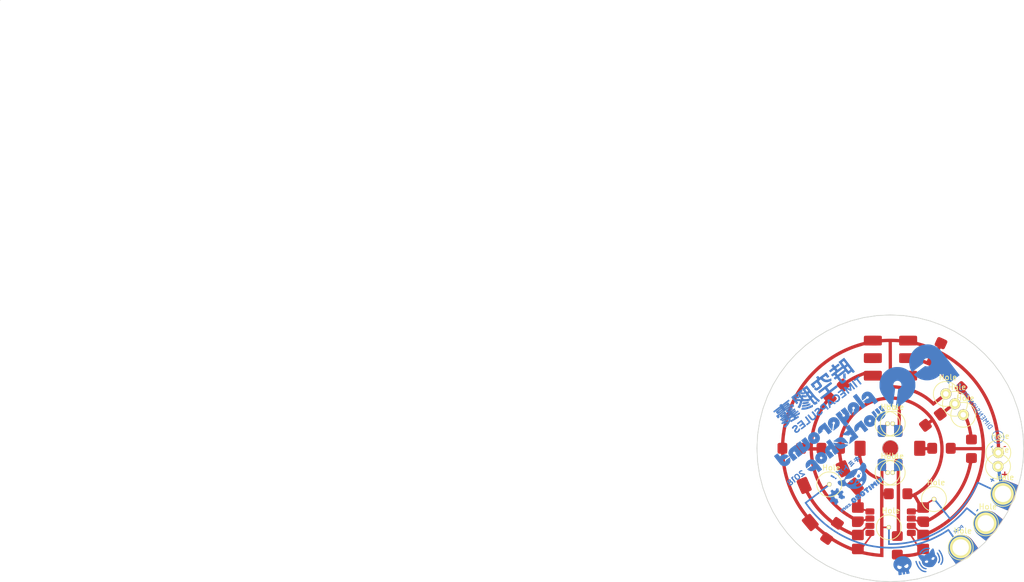
<source format=kicad_pcb>
(kicad_pcb (version 4) (host pcbnew 4.0.2+dfsg1-stable)
  (layers (0 F.Cu signal) (31 B.Cu signal hide) (34 B.Paste user) (35 F.Paste user) (36 B.SilkS user) (37 F.SilkS user) (38 B.Mask user hide) (39 F.Mask user hide) (44 Edge.Cuts user))
  (net 0 "")
  (module TimeCapsules:1mm_pin (layer F.Cu) (at 70.87 48.21)
    (fp_text reference " Hole" (at 0 -3.048) (layer F.SilkS))
    (fp_text value 1pin)
    (pad 1mm thru_hole circle (at 0 0) (size 2 2) (drill 1) (layers *.Cu *.Mask F.SilkS))
  )
  (module TimeCapsules:Front_copper_2 (layer F.Cu) (at 51.02 47.4)
    (fp_text reference G*** hide)
    (fp_text value LOGO hide)
    (fp_poly (pts (xy 13.496337 15.930425) (xy 13.749627 15.981313) (xy 14.034436 16.071352) (xy 14.295906 16.191174) (xy 14.540402 16.34444) (xy 14.774288 16.534814) (xy 14.870584 16.626417) (xy 14.933292 16.689834) (xy 14.99262 16.753021) (xy 15.051891 16.820236) (xy 15.11443 16.895735) (xy 15.183562 16.983776) (xy 15.26261 17.088617) (xy 15.354898 17.214514) (xy 15.463752 17.365726) (xy 15.592495 17.54651) (xy 15.627031 17.595208) (xy 16.148656 18.331167) (xy 15.900703 18.528593) (xy 15.738379 18.656964) (xy 15.558584 18.797619) (xy 15.366925 18.946288) (xy 15.169006 19.098699) (xy 14.970432 19.250578) (xy 14.77681 19.397654) (xy 14.593743 19.535654) (xy 14.426837 19.660308) (xy 14.281699 19.767341) (xy 14.163931 19.852483) (xy 14.1605 19.854925) (xy 14.075685 19.914365) (xy 13.967468 19.988832) (xy 13.83959 20.075855) (xy 13.69579 20.172963) (xy 13.539809 20.277685) (xy 13.375388 20.387549) (xy 13.206265 20.500084) (xy 13.036183 20.61282) (xy 12.86888 20.723283) (xy 12.708097 20.829004) (xy 12.557575 20.927511) (xy 12.421053 21.016333) (xy 12.302273 21.092998) (xy 12.204973 21.155036) (xy 12.132895 21.199974) (xy 12.089778 21.225342) (xy 12.079075 21.230167) (xy 12.066109 21.213509) (xy 12.031215 21.165934) (xy 11.976979 21.091037) (xy 11.905985 20.992413) (xy 11.820821 20.873659) (xy 11.724072 20.73837) (xy 11.618323 20.590141) (xy 11.56675 20.517733) (xy 11.416017 20.305346) (xy 11.288059 20.123363) (xy 11.180564 19.968094) (xy 11.091218 19.835846) (xy 11.017709 19.722926) (xy 10.957722 19.625642) (xy 10.908945 19.540302) (xy 10.869064 19.463214) (xy 10.835765 19.390686) (xy 10.806737 19.319025) (xy 10.793578 19.283678) (xy 10.728955 19.090214) (xy 10.684148 18.914357) (xy 10.656381 18.740171) (xy 10.64288 18.551723) (xy 10.640431 18.404417) (xy 10.644495 18.247842) (xy 11.482085 18.247842) (xy 11.51027 18.48068) (xy 11.575378 18.706539) (xy 11.674758 18.920437) (xy 11.805756 19.117394) (xy 11.965722 19.292427) (xy 12.152001 19.440556) (xy 12.299661 19.527111) (xy 12.380949 19.563299) (xy 12.482808 19.601664) (xy 12.588609 19.63655) (xy 12.681721 19.662302) (xy 12.721167 19.670467) (xy 12.809731 19.679118) (xy 12.924121 19.681973) (xy 13.049245 19.679483) (xy 13.170007 19.672102) (xy 13.271316 19.660284) (xy 13.310282 19.652777) (xy 13.544938 19.576855) (xy 13.759222 19.466712) (xy 13.95058 19.326219) (xy 14.116459 19.159248) (xy 14.254309 18.969671) (xy 14.361576 18.76136) (xy 14.435708 18.538186) (xy 14.474153 18.304021) (xy 14.474359 18.062738) (xy 14.455068 17.916179) (xy 14.392735 17.688741) (xy 14.293058 17.472396) (xy 14.16046 17.27295) (xy 13.999368 17.096208) (xy 13.814204 16.947979) (xy 13.641917 16.849084) (xy 13.460038 16.77319) (xy 13.285296 16.726039) (xy 13.100133 16.703674) (xy 12.982492 16.7005) (xy 12.731196 16.720451) (xy 12.494245 16.778528) (xy 12.274664 16.872062) (xy 12.07548 16.998385) (xy 11.899719 17.154831) (xy 11.750408 17.338732) (xy 11.630571 17.54742) (xy 11.543236 17.778228) (xy 11.493476 18.013007) (xy 11.482085 18.247842) (xy 10.644495 18.247842) (xy 10.645916 18.193115) (xy 10.664221 18.007419) (xy 10.698114 17.831807) (xy 10.750366 17.650762) (xy 10.799912 17.510986) (xy 10.929748 17.223297) (xy 11.092473 16.95931) (xy 11.284811 16.720725) (xy 11.503483 16.509242) (xy 11.745215 16.326558) (xy 12.006728 16.174374) (xy 12.284747 16.054389) (xy 12.575994 15.968303) (xy 12.877192 15.917813) (xy 13.185066 15.904621) (xy 13.496337 15.930425)) (layer F.Cu) (width 0.01))
    (fp_poly (pts (xy 3.839156 14.967471) (xy 3.937 14.968632) (xy 4.136693 14.97058) (xy 4.298153 14.973484) (xy 4.425429 14.98036) (xy 4.522571 14.994226) (xy 4.593629 15.018098) (xy 4.642653 15.054995) (xy 4.673693 15.107933) (xy 4.690798 15.179929) (xy 4.698017 15.274001) (xy 4.699402 15.393165) (xy 4.699 15.536333) (xy 4.697505 15.694602) (xy 4.693142 15.82075) (xy 4.686089 15.911584) (xy 4.676528 15.96391) (xy 4.674571 15.968957) (xy 4.643431 16.019866) (xy 4.599002 16.05637) (xy 4.534087 16.081202) (xy 4.441491 16.097096) (xy 4.314018 16.106788) (xy 4.311503 16.106915) (xy 4.082756 16.118417) (xy 4.561472 16.863084) (xy 5.040189 17.607751) (xy 5.110595 17.56621) (xy 5.129303 17.556126) (xy 5.15069 17.54786) (xy 5.178798 17.541265) (xy 5.217668 17.536193) (xy 5.271341 17.532497) (xy 5.343858 17.530028) (xy 5.43926 17.528639) (xy 5.561589 17.528182) (xy 5.714886 17.52851) (xy 5.903193 17.529475) (xy 6.084643 17.530626) (xy 6.988285 17.536583) (xy 7.133167 17.694711) (xy 7.132854 18.472897) (xy 7.132687 18.684327) (xy 7.13199 18.857667) (xy 7.130195 18.997162) (xy 7.126733 19.107054) (xy 7.121035 19.191587) (xy 7.112531 19.255006) (xy 7.100654 19.301553) (xy 7.084834 19.335473) (xy 7.064501 19.361009) (xy 7.039087 19.382405) (xy 7.008023 19.403904) (xy 7.00802 19.403906) (xy 6.984848 19.418623) (xy 6.960742 19.429997) (xy 6.930219 19.438459) (xy 6.887796 19.444438) (xy 6.827992 19.448366) (xy 6.745323 19.450672) (xy 6.634308 19.451786) (xy 6.489463 19.45214) (xy 6.393174 19.452167) (xy 5.849941 19.452167) (xy 5.660762 19.516394) (xy 5.207217 19.655134) (xy 4.720687 19.775056) (xy 4.206668 19.874987) (xy 3.670654 19.953755) (xy 3.533577 19.970035) (xy 3.429392 19.980498) (xy 3.296866 19.991807) (xy 3.145255 20.003365) (xy 2.98382 20.014574) (xy 2.821819 20.024838) (xy 2.66851 20.033558) (xy 2.533153 20.040138) (xy 2.425005 20.04398) (xy 2.375958 20.044724) (xy 2.328388 20.049284) (xy 2.309815 20.070096) (xy 2.307087 20.103042) (xy 2.291923 20.171129) (xy 2.252821 20.248602) (xy 2.199139 20.318697) (xy 2.173213 20.342961) (xy 2.141301 20.365107) (xy 2.102178 20.383005) (xy 2.051334 20.397077) (xy 1.984256 20.407746) (xy 1.896434 20.415433) (xy 1.783359 20.420562) (xy 1.640518 20.423553) (xy 1.463402 20.424829) (xy 1.297668 20.424904) (xy 1.097936 20.424146) (xy 0.93642 20.422387) (xy 0.809009 20.419458) (xy 0.711596 20.415191) (xy 0.640069 20.409417) (xy 0.59032 20.401969) (xy 0.563822 20.394828) (xy 0.464673 20.341896) (xy 0.385768 20.265495) (xy 0.337925 20.176213) (xy 0.336866 20.172712) (xy 0.33019 20.126632) (xy 0.325152 20.041315) (xy 0.32182 19.91983) (xy 0.320262 19.765243) (xy 0.320544 19.580623) (xy 0.321464 19.471644) (xy 0.328083 18.845538) (xy 0.387386 18.76783) (xy 0.415038 18.732169) (xy 0.441154 18.703084) (xy 0.470155 18.679904) (xy 0.506463 18.661961) (xy 0.554498 18.648583) (xy 0.618681 18.6391) (xy 0.703434 18.632843) (xy 0.813178 18.629141) (xy 0.952334 18.627325) (xy 1.125324 18.626723) (xy 1.318735 18.626667) (xy 1.516529 18.62672) (xy 1.676493 18.627055) (xy 1.80313 18.627937) (xy 1.900944 18.62963) (xy 1.974438 18.632397) (xy 2.028115 18.636503) (xy 2.066479 18.642211) (xy 2.094033 18.649786) (xy 2.11528 18.659493) (xy 2.134724 18.671594) (xy 2.139491 18.674795) (xy 2.201136 18.726853) (xy 2.255306 18.78896) (xy 2.259038 18.794342) (xy 2.278635 18.826699) (xy 2.292072 18.861009) (xy 2.300496 18.90578) (xy 2.305052 18.96952) (xy 2.306887 19.060737) (xy 2.307167 19.151662) (xy 2.307167 19.437565) (xy 2.725208 19.424248) (xy 3.343212 19.386129) (xy 3.949339 19.310821) (xy 4.554316 19.196929) (xy 4.66725 19.171452) (xy 4.963583 19.102905) (xy 4.969239 18.581705) (xy 4.974894 18.060505) (xy 3.726272 16.118417) (xy 3.48388 16.107833) (xy 3.372997 16.101832) (xy 3.29534 16.094122) (xy 3.2418 16.083046) (xy 3.20327 16.066948) (xy 3.181785 16.052876) (xy 3.14399 16.022365) (xy 3.115712 15.990498) (xy 3.095693 15.950959) (xy 3.082677 15.897432) (xy 3.075408 15.823598) (xy 3.072628 15.723143) (xy 3.073081 15.589748) (xy 3.074088 15.511526) (xy 3.075921 15.374134) (xy 3.079686 15.261635) (xy 3.089253 15.171593) (xy 3.108492 15.101573) (xy 3.141275 15.049139) (xy 3.191473 15.011856) (xy 3.262956 14.987288) (xy 3.359595 14.973001) (xy 3.48526 14.96656) (xy 3.643824 14.965528) (xy 3.839156 14.967471)) (layer F.Cu) (width 0.01))
    (fp_poly (pts (xy -2.895845 -20.661702) (xy -2.680928 -20.660384) (xy -2.475672 -20.658354) (xy -2.284382 -20.655615) (xy -2.111365 -20.652168) (xy -1.960924 -20.648016) (xy -1.837366 -20.643159) (xy -1.744996 -20.637601) (xy -1.688118 -20.631342) (xy -1.672985 -20.62734) (xy -1.610988 -20.589234) (xy -1.568558 -20.544685) (xy -1.542237 -20.4852) (xy -1.528569 -20.402286) (xy -1.524096 -20.28745) (xy -1.524 -20.261331) (xy -1.524 -20.039038) (xy -1.381125 -20.051488) (xy -1.323916 -20.055424) (xy -1.231023 -20.060553) (xy -1.109069 -20.066564) (xy -0.964678 -20.073149) (xy -0.804472 -20.079998) (xy -0.635074 -20.086802) (xy -0.575866 -20.089077) (xy -0.309606 -20.096527) (xy -0.022289 -20.099829) (xy 0.27634 -20.099158) (xy 0.576535 -20.09469) (xy 0.868552 -20.0866) (xy 1.142644 -20.075062) (xy 1.389067 -20.060254) (xy 1.497542 -20.051789) (xy 1.651 -20.038694) (xy 1.651033 -20.237555) (xy 1.656537 -20.372455) (xy 1.674736 -20.472997) (xy 1.708237 -20.545936) (xy 1.759644 -20.59803) (xy 1.799167 -20.621592) (xy 1.816274 -20.628914) (xy 1.838204 -20.635207) (xy 1.868075 -20.64055) (xy 1.909006 -20.645018) (xy 1.964117 -20.64869) (xy 2.036528 -20.651642) (xy 2.129357 -20.653952) (xy 2.245725 -20.655696) (xy 2.388751 -20.656951) (xy 2.561554 -20.657796) (xy 2.767253 -20.658306) (xy 3.008969 -20.65856) (xy 3.28982 -20.658634) (xy 3.297388 -20.658634) (xy 3.586198 -20.658621) (xy 3.835747 -20.658432) (xy 4.049106 -20.657867) (xy 4.229346 -20.656724) (xy 4.37954 -20.654802) (xy 4.502759 -20.6519) (xy 4.602075 -20.647815) (xy 4.68056 -20.642348) (xy 4.741285 -20.635295) (xy 4.787322 -20.626457) (xy 4.821742 -20.615632) (xy 4.847618 -20.602617) (xy 4.868021 -20.587213) (xy 4.886022 -20.569218) (xy 4.900083 -20.553577) (xy 4.913497 -20.53604) (xy 4.923867 -20.513608) (xy 4.931675 -20.4808) (xy 4.937403 -20.432136) (xy 4.941534 -20.362137) (xy 4.944549 -20.265322) (xy 4.946932 -20.136211) (xy 4.948777 -20.000322) (xy 4.951319 -19.834807) (xy 4.954455 -19.707448) (xy 4.958465 -19.614068) (xy 4.96363 -19.550491) (xy 4.970232 -19.512541) (xy 4.978552 -19.496041) (xy 4.98281 -19.4945) (xy 5.018654 -19.488478) (xy 5.08931 -19.471499) (xy 5.189169 -19.445189) (xy 5.312625 -19.411178) (xy 5.454069 -19.371093) (xy 5.607894 -19.326562) (xy 5.768492 -19.279215) (xy 5.930256 -19.230677) (xy 6.087578 -19.182579) (xy 6.23485 -19.136548) (xy 6.366465 -19.094211) (xy 6.402917 -19.082189) (xy 6.709804 -18.977682) (xy 7.009687 -18.870012) (xy 7.310515 -18.756048) (xy 7.620236 -18.632657) (xy 7.946798 -18.496709) (xy 8.298151 -18.345071) (xy 8.501006 -18.255551) (xy 8.567096 -18.22619) (xy 8.637793 -18.409055) (xy 8.670949 -18.498687) (xy 8.687989 -18.556308) (xy 8.690314 -18.58845) (xy 8.679327 -18.60164) (xy 8.679153 -18.601699) (xy 8.648654 -18.615023) (xy 8.590081 -18.643055) (xy 8.513013 -18.681152) (xy 8.457699 -18.709031) (xy 8.366788 -18.756796) (xy 8.305393 -18.794555) (xy 8.264391 -18.8296) (xy 8.23466 -18.869225) (xy 8.216574 -18.901833) (xy 8.18265 -18.987018) (xy 8.17525 -19.069042) (xy 8.176974 -19.092333) (xy 8.188893 -19.139855) (xy 8.216805 -19.218685) (xy 8.257746 -19.322284) (xy 8.308748 -19.444112) (xy 8.366844 -19.577629) (xy 8.429069 -19.716293) (xy 8.492455 -19.853565) (xy 8.554037 -19.982904) (xy 8.610847 -20.09777) (xy 8.659919 -20.191622) (xy 8.698286 -20.257921) (xy 8.718195 -20.285565) (xy 8.813567 -20.360175) (xy 8.927482 -20.399617) (xy 8.987245 -20.404667) (xy 9.029063 -20.397225) (xy 9.099394 -20.374377) (xy 9.200188 -20.33534) (xy 9.333395 -20.279329) (xy 9.500965 -20.20556) (xy 9.649383 -20.138557) (xy 9.839919 -20.051639) (xy 9.995686 -19.979869) (xy 10.120546 -19.921076) (xy 10.218358 -19.873091) (xy 10.292985 -19.833742) (xy 10.348286 -19.800859) (xy 10.388122 -19.772273) (xy 10.416354 -19.745814) (xy 10.436842 -19.71931) (xy 10.453448 -19.690592) (xy 10.456369 -19.68493) (xy 10.478531 -19.637225) (xy 10.492764 -19.59158) (xy 10.497796 -19.543051) (xy 10.492356 -19.486693) (xy 10.475173 -19.417563) (xy 10.444976 -19.330715) (xy 10.400492 -19.221206) (xy 10.340452 -19.084092) (xy 10.263584 -18.914428) (xy 10.251437 -18.887862) (xy 10.185485 -18.744926) (xy 10.123426 -18.612705) (xy 10.067916 -18.496678) (xy 10.021609 -18.402325) (xy 9.987161 -18.335127) (xy 9.967226 -18.300563) (xy 9.966263 -18.299276) (xy 9.884284 -18.227325) (xy 9.780471 -18.19037) (xy 9.657071 -18.188585) (xy 9.51633 -18.22215) (xy 9.429602 -18.256987) (xy 9.354651 -18.290106) (xy 9.295989 -18.314069) (xy 9.262856 -18.325183) (xy 9.258862 -18.325251) (xy 9.246728 -18.302667) (xy 9.224083 -18.25276) (xy 9.195307 -18.186048) (xy 9.164779 -18.113044) (xy 9.136878 -18.044265) (xy 9.115985 -17.990225) (xy 9.106477 -17.96144) (xy 9.106463 -17.959328) (xy 9.126599 -17.948349) (xy 9.176515 -17.922658) (xy 9.24809 -17.886404) (xy 9.311928 -17.854363) (xy 9.619304 -17.694351) (xy 9.950532 -17.510434) (xy 10.298192 -17.307244) (xy 10.654864 -17.089413) (xy 11.013131 -16.861572) (xy 11.365573 -16.628351) (xy 11.70477 -16.394383) (xy 12.023303 -16.164298) (xy 12.043833 -16.149054) (xy 12.770407 -15.582632) (xy 13.467418 -14.986818) (xy 14.134173 -14.362796) (xy 14.769974 -13.711749) (xy 15.374127 -13.034861) (xy 15.945938 -12.333316) (xy 16.48471 -11.608298) (xy 16.989748 -10.86099) (xy 17.460357 -10.092576) (xy 17.895843 -9.30424) (xy 18.295509 -8.497165) (xy 18.65866 -7.672535) (xy 18.984602 -6.831534) (xy 19.272639 -5.975345) (xy 19.522075 -5.105153) (xy 19.732216 -4.22214) (xy 19.902366 -3.327491) (xy 20.012034 -2.582333) (xy 20.051841 -2.248789) (xy 20.086992 -1.909359) (xy 20.116876 -1.572196) (xy 20.140881 -1.245454) (xy 20.158397 -0.937286) (xy 20.168814 -0.655845) (xy 20.171628 -0.451787) (xy 20.171833 -0.173324) (xy 20.310509 -0.108429) (xy 20.444326 -0.028842) (xy 20.570398 0.077883) (xy 20.571289 0.078774) (xy 20.698871 0.23311) (xy 20.789337 0.399296) (xy 20.844449 0.573023) (xy 20.86597 0.749984) (xy 20.855663 0.925871) (xy 20.815291 1.096377) (xy 20.746618 1.257193) (xy 20.651406 1.404013) (xy 20.531418 1.532527) (xy 20.388417 1.638429) (xy 20.224167 1.717411) (xy 20.04043 1.765165) (xy 19.875844 1.778) (xy 19.667819 1.758223) (xy 19.476138 1.700173) (xy 19.303856 1.60577) (xy 19.154032 1.476936) (xy 19.029721 1.315593) (xy 18.971331 1.209566) (xy 18.932305 1.123973) (xy 18.907886 1.053414) (xy 18.893916 0.980716) (xy 18.886241 0.888701) (xy 18.884329 0.849996) (xy 18.883329 0.75644) (xy 19.431884 0.75644) (xy 19.436605 0.87779) (xy 19.468139 0.984493) (xy 19.470944 0.990151) (xy 19.5395 1.085637) (xy 19.63379 1.165429) (xy 19.706799 1.204117) (xy 19.772075 1.219074) (xy 19.85888 1.225473) (xy 19.947708 1.223085) (xy 20.019054 1.21168) (xy 20.03052 1.207918) (xy 20.104893 1.164967) (xy 20.182161 1.09725) (xy 20.24808 1.018708) (xy 20.280524 0.963265) (xy 20.315729 0.839411) (xy 20.313201 0.716391) (xy 20.277169 0.600635) (xy 20.211862 0.498572) (xy 20.121508 0.416632) (xy 20.010336 0.361247) (xy 19.882575 0.338846) (xy 19.869752 0.338667) (xy 19.760464 0.356144) (xy 19.65011 0.403151) (xy 19.554083 0.471548) (xy 19.498895 0.534721) (xy 19.452979 0.636673) (xy 19.431884 0.75644) (xy 18.883329 0.75644) (xy 18.882887 0.715154) (xy 18.893219 0.604237) (xy 18.912322 0.51601) (xy 18.979006 0.345839) (xy 19.080917 0.186021) (xy 19.211 0.044815) (xy 19.3622 -0.069521) (xy 19.455193 -0.119533) (xy 19.584944 -0.179434) (xy 19.570203 -0.603009) (xy 19.517539 -1.5273) (xy 19.424337 -2.439696) (xy 19.290674 -3.339936) (xy 19.116627 -4.22776) (xy 18.902273 -5.102906) (xy 18.647687 -5.965112) (xy 18.352946 -6.814118) (xy 18.018128 -7.649661) (xy 17.643308 -8.471482) (xy 17.228564 -9.279318) (xy 16.814103 -10.006108) (xy 16.358988 -10.731292) (xy 15.877516 -11.428336) (xy 15.366458 -12.101364) (xy 14.822586 -12.754502) (xy 14.242671 -13.391874) (xy 13.843865 -13.800667) (xy 13.185181 -14.428659) (xy 12.501099 -15.023315) (xy 11.792732 -15.583986) (xy 11.061191 -16.110024) (xy 10.307588 -16.600781) (xy 9.533034 -17.055609) (xy 8.738641 -17.473859) (xy 7.92552 -17.854883) (xy 7.094783 -18.198033) (xy 6.247542 -18.502661) (xy 5.384908 -18.768117) (xy 5.271867 -18.799668) (xy 5.132814 -18.837533) (xy 5.028092 -18.86456) (xy 4.951433 -18.881898) (xy 4.896566 -18.890698) (xy 4.857223 -18.892108) (xy 4.827134 -18.88728) (xy 4.815129 -18.883445) (xy 4.785107 -18.878235) (xy 4.724824 -18.873717) (xy 4.632795 -18.869867) (xy 4.50754 -18.866662) (xy 4.347573 -18.86408) (xy 4.151413 -18.862096) (xy 3.917577 -18.860687) (xy 3.644581 -18.859832) (xy 3.330943 -18.859505) (xy 3.284311 -18.8595) (xy 1.819711 -18.8595) (xy 1.661583 -19.004344) (xy 1.654305 -19.217767) (xy 1.650356 -19.314893) (xy 1.64522 -19.37771) (xy 1.636995 -19.414238) (xy 1.623781 -19.432495) (xy 1.603676 -19.440502) (xy 1.601388 -19.44101) (xy 1.559404 -19.446387) (xy 1.482651 -19.452763) (xy 1.378669 -19.459761) (xy 1.255002 -19.467005) (xy 1.119189 -19.474115) (xy 0.978773 -19.480716) (xy 0.841295 -19.48643) (xy 0.714297 -19.490879) (xy 0.60532 -19.493686) (xy 0.532234 -19.4945) (xy 0.314416 -19.4945) (xy 0.326915 -16.705792) (xy 0.328617 -16.339629) (xy 0.33046 -15.968372) (xy 0.332416 -15.596074) (xy 0.334462 -15.226787) (xy 0.33657 -14.864564) (xy 0.338715 -14.513459) (xy 0.340871 -14.177525) (xy 0.343012 -13.860814) (xy 0.345113 -13.56738) (xy 0.347147 -13.301276) (xy 0.349089 -13.066554) (xy 0.350913 -12.867269) (xy 0.352109 -12.750766) (xy 0.364804 -11.584449) (xy 0.663943 -11.570201) (xy 1.174482 -11.533053) (xy 1.707027 -11.468929) (xy 1.9685 -11.428994) (xy 2.649723 -11.299789) (xy 3.313243 -11.136848) (xy 3.957372 -10.940961) (xy 4.580421 -10.712918) (xy 5.180704 -10.453506) (xy 5.756533 -10.163515) (xy 6.30622 -9.843735) (xy 6.828077 -9.494953) (xy 7.320418 -9.117961) (xy 7.781554 -8.713546) (xy 7.787221 -8.708219) (xy 7.871918 -8.631444) (xy 7.931725 -8.58434) (xy 7.969662 -8.56475) (xy 7.985347 -8.566633) (xy 8.025648 -8.597939) (xy 8.091698 -8.64973) (xy 8.179073 -8.718502) (xy 8.28335 -8.800751) (xy 8.400103 -8.892974) (xy 8.524909 -8.991665) (xy 8.653343 -9.093322) (xy 8.780981 -9.19444) (xy 8.9034 -9.291516) (xy 9.016174 -9.381046) (xy 9.11488 -9.459526) (xy 9.195094 -9.523451) (xy 9.252391 -9.569319) (xy 9.282348 -9.593625) (xy 9.285485 -9.596322) (xy 9.297984 -9.621578) (xy 9.295871 -9.666557) (xy 9.280193 -9.735988) (xy 9.249265 -9.934363) (xy 9.252468 -10.002998) (xy 9.800167 -10.002998) (xy 9.818768 -9.872229) (xy 9.87042 -9.757905) (xy 9.948891 -9.664185) (xy 10.047952 -9.595222) (xy 10.161372 -9.555175) (xy 10.282921 -9.548199) (xy 10.40637 -9.578451) (xy 10.424583 -9.586419) (xy 10.544056 -9.661749) (xy 10.627801 -9.759653) (xy 10.675178 -9.879055) (xy 10.685544 -10.018877) (xy 10.685254 -10.023724) (xy 10.659205 -10.157308) (xy 10.59811 -10.268458) (xy 10.499628 -10.361236) (xy 10.484686 -10.371667) (xy 10.436266 -10.399972) (xy 10.386134 -10.416103) (xy 10.319885 -10.42323) (xy 10.244408 -10.424583) (xy 10.156354 -10.422699) (xy 10.095792 -10.414695) (xy 10.047955 -10.397045) (xy 9.998083 -10.366222) (xy 9.997034 -10.365496) (xy 9.909996 -10.283486) (xy 9.84377 -10.178377) (xy 9.806017 -10.064279) (xy 9.800167 -10.002998) (xy 9.252468 -10.002998) (xy 9.25851 -10.132439) (xy 9.306392 -10.323945) (xy 9.391373 -10.50261) (xy 9.505606 -10.655327) (xy 9.659698 -10.796586) (xy 9.828124 -10.898178) (xy 10.01242 -10.960791) (xy 10.214124 -10.985112) (xy 10.244667 -10.9855) (xy 10.445731 -10.965714) (xy 10.632427 -10.908876) (xy 10.80097 -10.81877) (xy 10.947576 -10.699177) (xy 11.068463 -10.553879) (xy 11.159846 -10.386658) (xy 11.217944 -10.201297) (xy 11.238971 -10.001578) (xy 11.238982 -9.991511) (xy 11.228474 -9.830584) (xy 11.19508 -9.686828) (xy 11.138593 -9.548594) (xy 11.080924 -9.454328) (xy 10.998282 -9.351946) (xy 10.901615 -9.252616) (xy 10.80187 -9.167508) (xy 10.709994 -9.107791) (xy 10.703213 -9.104397) (xy 10.510245 -9.032077) (xy 10.312094 -8.998668) (xy 10.114652 -9.0042) (xy 9.923814 -9.048704) (xy 9.803406 -9.099916) (xy 9.744469 -9.125582) (xy 9.698688 -9.137644) (xy 9.685306 -9.136943) (xy 9.664095 -9.122169) (xy 9.613018 -9.083523) (xy 9.535304 -9.023533) (xy 9.434183 -8.944724) (xy 9.312884 -8.849625) (xy 9.174636 -8.740761) (xy 9.022667 -8.62066) (xy 8.860207 -8.491847) (xy 8.814234 -8.455322) (xy 8.649325 -8.324251) (xy 8.494017 -8.200814) (xy 8.351549 -8.087584) (xy 8.225159 -7.987135) (xy 8.118086 -7.902041) (xy 8.033569 -7.834877) (xy 7.974846 -7.788216) (xy 7.945157 -7.764633) (xy 7.94255 -7.762564) (xy 7.924532 -7.763813) (xy 7.889553 -7.785505) (xy 7.835024 -7.829843) (xy 7.758357 -7.899029) (xy 7.656961 -7.995266) (xy 7.572133 -8.077708) (xy 7.334505 -8.304822) (xy 7.110924 -8.50655) (xy 6.890801 -8.691932) (xy 6.663547 -8.87001) (xy 6.515107 -8.980218) (xy 6.013333 -9.320408) (xy 5.48202 -9.631602) (xy 4.923118 -9.913102) (xy 4.338577 -10.164209) (xy 3.730344 -10.384223) (xy 3.10037 -10.572444) (xy 2.450605 -10.728173) (xy 1.782996 -10.850711) (xy 1.099494 -10.939358) (xy 1.037167 -10.94566) (xy 0.935484 -10.95352) (xy 0.802229 -10.960584) (xy 0.648161 -10.96646) (xy 0.484039 -10.97076) (xy 0.320621 -10.973093) (xy 0.272738 -10.973354) (xy -0.227108 -10.974917) (xy -0.240554 -11.163377) (xy -0.243096 -11.220289) (xy -0.245482 -11.314884) (xy -0.247664 -11.442511) (xy -0.249599 -11.598519) (xy -0.251238 -11.778258) (xy -0.252538 -11.977077) (xy -0.253452 -12.190326) (xy -0.253935 -12.413354) (xy -0.254 -12.530408) (xy -0.254111 -12.701042) (xy -0.254435 -12.910075) (xy -0.254959 -13.153574) (xy -0.255668 -13.427605) (xy -0.25655 -13.728235) (xy -0.25759 -14.05153) (xy -0.258775 -14.393556) (xy -0.260092 -14.750381) (xy -0.261526 -15.118071) (xy -0.263064 -15.492692) (xy -0.264693 -15.870311) (xy -0.266399 -16.246994) (xy -0.268086 -16.60174) (xy -0.282171 -19.4945) (xy -0.452612 -19.4945) (xy -0.531045 -19.493344) (xy -0.635413 -19.490147) (xy -0.758008 -19.485315) (xy -0.891118 -19.479256) (xy -1.027036 -19.472375) (xy -1.158052 -19.465079) (xy -1.276456 -19.457775) (xy -1.37454 -19.450869) (xy -1.444594 -19.444768) (xy -1.476375 -19.440511) (xy -1.498958 -19.433011) (xy -1.512985 -19.416729) (xy -1.520484 -19.383095) (xy -1.52348 -19.323543) (xy -1.524 -19.239046) (xy -1.528547 -19.111677) (xy -1.542412 -19.023024) (xy -1.556108 -18.985807) (xy -1.568271 -18.961941) (xy -1.580312 -18.941284) (xy -1.595196 -18.923606) (xy -1.615888 -18.908675) (xy -1.645352 -18.89626) (xy -1.686554 -18.886128) (xy -1.742457 -18.878048) (xy -1.816028 -18.871789) (xy -1.91023 -18.867119) (xy -2.028028 -18.863806) (xy -2.172388 -18.861619) (xy -2.346274 -18.860326) (xy -2.55265 -18.859696) (xy -2.794482 -18.859496) (xy -3.074734 -18.859496) (xy -3.172953 -18.8595) (xy -3.486822 -18.859735) (xy -3.760072 -18.860457) (xy -3.994416 -18.861694) (xy -4.191566 -18.863474) (xy -4.353234 -18.865823) (xy -4.481132 -18.868769) (xy -4.576973 -18.87234) (xy -4.642469 -18.876562) (xy -4.679333 -18.881464) (xy -4.686595 -18.883688) (xy -4.703287 -18.890993) (xy -4.720232 -18.895712) (xy -4.742067 -18.896811) (xy -4.77343 -18.893254) (xy -4.818957 -18.884007) (xy -4.883287 -18.868033) (xy -4.971057 -18.844298) (xy -5.086904 -18.811766) (xy -5.235466 -18.769403) (xy -5.366016 -18.732026) (xy -6.204728 -18.470021) (xy -7.033196 -18.167736) (xy -7.849195 -17.826459) (xy -8.650501 -17.447476) (xy -9.43489 -17.032074) (xy -10.200137 -16.581539) (xy -10.944017 -16.09716) (xy -11.664306 -15.580223) (xy -12.35878 -15.032014) (xy -13.025214 -14.453821) (xy -13.449885 -14.055187) (xy -14.086158 -13.413036) (xy -14.683461 -12.756758) (xy -15.243472 -12.084062) (xy -15.767868 -11.392654) (xy -16.258325 -10.680241) (xy -16.71652 -9.944528) (xy -17.144131 -9.183224) (xy -17.451176 -8.583083) (xy -17.832061 -7.761281) (xy -18.17195 -6.930297) (xy -18.471258 -6.088746) (xy -18.730397 -5.235246) (xy -18.949782 -4.368412) (xy -19.129826 -3.48686) (xy -19.270943 -2.589206) (xy -19.292523 -2.423583) (xy -19.313016 -2.253143) (xy -19.333141 -2.070888) (xy -19.352245 -1.884138) (xy -19.369671 -1.700211) (xy -19.384766 -1.526423) (xy -19.396874 -1.370093) (xy -19.405341 -1.238539) (xy -19.40951 -1.139078) (xy -19.409833 -1.112818) (xy -19.409833 -1.000522) (xy -19.26169 -0.989922) (xy -19.159911 -0.977418) (xy -19.083874 -0.954063) (xy -19.032164 -0.925467) (xy -18.994097 -0.899365) (xy -18.963008 -0.873464) (xy -18.93819 -0.843399) (xy -18.918938 -0.804805) (xy -18.904546 -0.753317) (xy -18.894305 -0.68457) (xy -18.887511 -0.5942) (xy -18.883457 -0.477843) (xy -18.881436 -0.331132) (xy -18.880742 -0.149704) (xy -18.880667 0.010583) (xy -18.880832 0.220706) (xy -18.881797 0.39286) (xy -18.88427 0.531411) (xy -18.888956 0.640723) (xy -18.896563 0.72516) (xy -18.907796 0.789088) (xy -18.923361 0.836871) (xy -18.943966 0.872874) (xy -18.970317 0.901462) (xy -19.003119 0.926999) (xy -19.032164 0.946633) (xy -19.099321 0.981569) (xy -19.17967 1.002131) (xy -19.26169 1.011088) (xy -19.409833 1.021688) (xy -19.409833 1.136793) (xy -19.408022 1.195887) (xy -19.403003 1.287626) (xy -19.395396 1.402494) (xy -19.385822 1.530977) (xy -19.377209 1.636658) (xy -19.27916 2.546385) (xy -19.140378 3.445583) (xy -18.961235 4.333289) (xy -18.742104 5.208546) (xy -18.483356 6.070393) (xy -18.185364 6.91787) (xy -17.8485 7.750018) (xy -17.473136 8.565877) (xy -17.059645 9.364487) (xy -16.608398 10.144888) (xy -16.119769 10.90612) (xy -15.594128 11.647225) (xy -15.390479 11.915954) (xy -15.319154 12.008447) (xy -15.255909 12.090497) (xy -15.205747 12.155612) (xy -15.173671 12.197298) (xy -15.165521 12.207925) (xy -15.14614 12.219042) (xy -15.115296 12.207025) (xy -15.064735 12.168322) (xy -15.055695 12.160642) (xy -14.939267 12.078179) (xy -14.83098 12.036951) (xy -14.731097 12.036999) (xy -14.639885 12.078363) (xy -14.620837 12.093155) (xy -14.599684 12.115735) (xy -14.554712 12.167199) (xy -14.489058 12.243791) (xy -14.405861 12.341753) (xy -14.308256 12.457328) (xy -14.199382 12.58676) (xy -14.082375 12.72629) (xy -13.960374 12.872162) (xy -13.836514 13.020618) (xy -13.713934 13.167902) (xy -13.595771 13.310257) (xy -13.485161 13.443924) (xy -13.385243 13.565148) (xy -13.299154 13.670171) (xy -13.23003 13.755235) (xy -13.181009 13.816584) (xy -13.170556 13.829979) (xy -13.129094 13.916109) (xy -13.121965 14.01499) (xy -13.148035 14.116262) (xy -13.206168 14.209563) (xy -13.212971 14.217257) (xy -13.254986 14.26343) (xy -13.120368 14.38831) (xy -12.9542 14.539696) (xy -12.769336 14.703383) (xy -12.575988 14.870616) (xy -12.384368 15.032639) (xy -12.204689 15.180696) (xy -12.077851 15.28207) (xy -11.998091 15.341633) (xy -11.937709 15.377744) (xy -11.885392 15.396111) (xy -11.840253 15.401952) (xy -11.772745 15.410374) (xy -11.717596 15.424784) (xy -11.707112 15.429459) (xy -11.674748 15.449773) (xy -11.613412 15.490967) (xy -11.52851 15.549223) (xy -11.425452 15.620724) (xy -11.309647 15.701651) (xy -11.186504 15.788189) (xy -11.061432 15.876518) (xy -10.939839 15.962823) (xy -10.827135 16.043284) (xy -10.728728 16.114086) (xy -10.650027 16.17141) (xy -10.596442 16.211438) (xy -10.576199 16.227627) (xy -10.527772 16.282919) (xy -10.484886 16.351559) (xy -10.478384 16.365125) (xy -10.462466 16.397672) (xy -10.443296 16.426814) (xy -10.416147 16.456108) (xy -10.376297 16.489112) (xy -10.319022 16.529385) (xy -10.239596 16.580485) (xy -10.133295 16.645971) (xy -9.995396 16.7294) (xy -9.992128 16.731369) (xy -9.508487 17.012319) (xy -9.000715 17.287575) (xy -8.480955 17.551041) (xy -7.961353 17.796618) (xy -7.454055 18.018212) (xy -7.313083 18.076261) (xy -7.01675 18.196536) (xy -7.006167 17.950209) (xy -6.998059 17.820548) (xy -6.984663 17.725539) (xy -6.963097 17.657569) (xy -6.930482 17.609023) (xy -6.883936 17.572288) (xy -6.857577 17.557531) (xy -6.837329 17.549425) (xy -6.808392 17.54283) (xy -6.766852 17.537636) (xy -6.708796 17.533734) (xy -6.630311 17.531015) (xy -6.527484 17.529369) (xy -6.396402 17.528687) (xy -6.233152 17.528859) (xy -6.03382 17.529775) (xy -5.896064 17.530632) (xy -4.998076 17.536583) (xy -4.936257 17.595827) (xy -4.874439 17.655071) (xy -3.750859 16.118417) (xy -4.050305 16.107833) (xy -4.183189 16.101995) (xy -4.281349 16.093891) (xy -4.352393 16.08144) (xy -4.403929 16.06256) (xy -4.443565 16.03517) (xy -4.478909 15.997186) (xy -4.485692 15.988696) (xy -4.501169 15.966375) (xy -4.512529 15.940205) (xy -4.520402 15.903691) (xy -4.525422 15.850339) (xy -4.528218 15.773655) (xy -4.529422 15.667144) (xy -4.529667 15.536333) (xy -4.529664 15.391121) (xy -4.527034 15.272832) (xy -4.517845 15.17871) (xy -4.498166 15.105997) (xy -4.464063 15.051935) (xy -4.411606 15.013767) (xy -4.336863 14.988736) (xy -4.2359 14.974085) (xy -4.104788 14.967054) (xy -3.939592 14.964889) (xy -3.736383 14.964829) (xy -3.71475 14.964833) (xy -3.52622 14.965225) (xy -3.375078 14.966902) (xy -3.256382 14.970613) (xy -3.165191 14.977109) (xy -3.096562 14.987139) (xy -3.045554 15.001453) (xy -3.007225 15.020802) (xy -2.976634 15.045935) (xy -2.948838 15.077602) (xy -2.945721 15.081539) (xy -2.929603 15.104299) (xy -2.917772 15.129945) (xy -2.909567 15.165009) (xy -2.90433 15.216023) (xy -2.901401 15.289517) (xy -2.900122 15.392024) (xy -2.899834 15.530074) (xy -2.899833 15.536333) (xy -2.900096 15.675918) (xy -2.901324 15.779701) (xy -2.904175 15.854215) (xy -2.909309 15.905991) (xy -2.917384 15.941561) (xy -2.92906 15.967454) (xy -2.944996 15.990204) (xy -2.945721 15.991127) (xy -3.022654 16.05767) (xy -3.128191 16.096522) (xy -3.253695 16.108663) (xy -3.376083 16.109492) (xy -4.111625 17.117452) (xy -4.847167 18.125411) (xy -4.847167 18.896808) (xy -4.757208 18.919168) (xy -4.561717 18.964326) (xy -4.331651 19.011689) (xy -4.074633 19.06008) (xy -3.798285 19.108321) (xy -3.510231 19.155235) (xy -3.218094 19.199645) (xy -2.929496 19.240374) (xy -2.65206 19.276243) (xy -2.39341 19.306077) (xy -2.161168 19.328697) (xy -2.047842 19.337609) (xy -1.841434 19.352138) (xy -1.845297 14.49592) (xy -0.433654 14.49592) (xy -0.422019 14.570298) (xy -0.383307 14.633956) (xy -0.312852 14.690391) (xy -0.234314 14.705278) (xy -0.147743 14.678864) (xy -0.078622 14.622916) (xy -0.044201 14.550288) (xy -0.0458 14.470336) (xy -0.084742 14.392419) (xy -0.104205 14.370538) (xy -0.174674 14.323061) (xy -0.247444 14.310979) (xy -0.316121 14.328259) (xy -0.374311 14.368866) (xy -0.41562 14.426764) (xy -0.433654 14.49592) (xy -1.845297 14.49592) (xy -1.846759 12.658283) (xy -1.852083 5.964429) (xy -2.139317 5.86409) (xy -2.625582 5.675618) (xy -3.081632 5.460745) (xy -3.506689 5.220135) (xy -3.899977 4.95445) (xy -4.260719 4.664353) (xy -4.588138 4.350506) (xy -4.881458 4.013573) (xy -5.139901 3.654214) (xy -5.362692 3.273094) (xy -5.492467 3.004009) (xy -5.586583 2.770556) (xy -5.674397 2.51235) (xy -5.752064 2.243157) (xy -5.815738 1.976742) (xy -5.861575 1.726871) (xy -5.87336 1.640417) (xy -5.88336 1.561839) (xy -5.893451 1.488397) (xy -5.896807 1.465792) (xy -5.907418 1.397) (xy -6.070501 1.396495) (xy -6.20748 1.391413) (xy -6.311316 1.375663) (xy -6.390345 1.347041) (xy -6.452905 1.303339) (xy -6.464554 1.292215) (xy -6.529917 1.226852) (xy -6.529917 -1.205686) (xy -6.464554 -1.271049) (xy -6.401911 -1.318266) (xy -6.330315 -1.351755) (xy -6.316387 -1.355618) (xy -6.272074 -1.360812) (xy -6.191769 -1.365166) (xy -6.081805 -1.368681) (xy -5.948516 -1.371355) (xy -5.798235 -1.373189) (xy -5.637295 -1.374183) (xy -5.472029 -1.374337) (xy -5.308771 -1.37365) (xy -5.153854 -1.372124) (xy -5.01361 -1.369757) (xy -4.894374 -1.36655) (xy -4.802478 -1.362503) (xy -4.744256 -1.357616) (xy -4.732613 -1.355618) (xy -4.662844 -1.327258) (xy -4.595833 -1.281634) (xy -4.584446 -1.271049) (xy -4.519083 -1.205686) (xy -4.519083 1.226852) (xy -4.584446 1.292215) (xy -4.632949 1.332428) (xy -4.690538 1.361242) (xy -4.76475 1.380333) (xy -4.863118 1.391374) (xy -4.993178 1.396042) (xy -5.053542 1.396495) (xy -5.153975 1.396079) (xy -5.223389 1.398622) (xy -5.266243 1.41056) (xy -5.286995 1.438327) (xy -5.290104 1.488358) (xy -5.28003 1.567089) (xy -5.261232 1.680954) (xy -5.259234 1.693333) (xy -5.171476 2.111818) (xy -5.045664 2.512077) (xy -4.882291 2.893386) (xy -4.681849 3.255018) (xy -4.444832 3.596248) (xy -4.171732 3.916349) (xy -3.863044 4.214594) (xy -3.519259 4.490259) (xy -3.223043 4.691677) (xy -3.112861 4.757092) (xy -2.973345 4.833511) (xy -2.814406 4.916063) (xy -2.645954 4.999874) (xy -2.477898 5.080072) (xy -2.320148 5.151783) (xy -2.182614 5.210136) (xy -2.116667 5.235698) (xy -2.027562 5.268614) (xy -1.950571 5.297176) (xy -1.896235 5.317468) (xy -1.878542 5.32418) (xy -1.867689 5.326123) (xy -1.859185 5.31959) (xy -1.852744 5.300124) (xy -1.848083 5.26327) (xy -1.844917 5.204571) (xy -1.842962 5.119569) (xy -1.841932 5.00381) (xy -1.841544 4.852837) (xy -1.8415 4.744001) (xy -1.8415 4.149473) (xy -1.899708 4.135983) (xy -2.016419 4.089804) (xy -2.120666 4.013111) (xy -2.195479 3.920562) (xy -2.25425 3.820583) (xy -2.25425 3.037417) (xy -2.254188 2.834594) (xy -2.253841 2.669621) (xy -2.252963 2.538013) (xy -2.251311 2.435286) (xy -2.248641 2.356956) (xy -2.244709 2.298539) (xy -2.239272 2.255551) (xy -2.232085 2.223508) (xy -2.222904 2.197926) (xy -2.211486 2.17432) (xy -2.206821 2.165518) (xy -2.132281 2.061635) (xy -2.034397 1.98829) (xy -1.909809 1.94381) (xy -1.755156 1.926522) (xy -1.726081 1.926167) (xy -1.608738 1.935253) (xy -1.501436 1.965274) (xy -1.395694 2.020372) (xy -1.283031 2.104689) (xy -1.191122 2.187473) (xy -1.055066 2.331511) (xy -0.937702 2.485177) (xy -0.845412 2.639083) (xy -0.784581 2.783843) (xy -0.783729 2.786578) (xy -0.768518 2.841059) (xy -0.757314 2.896856) (xy -0.749534 2.961598) (xy -0.744594 3.042912) (xy -0.741911 3.148425) (xy -0.7409 3.285765) (xy -0.740833 3.347243) (xy -0.741618 3.505342) (xy -0.744209 3.626803) (xy -0.748965 3.717293) (xy -0.756245 3.782483) (xy -0.766406 3.828041) (xy -0.772214 3.844131) (xy -0.788649 3.888024) (xy -0.789805 3.920232) (xy -0.771753 3.955006) (xy -0.730567 4.006599) (xy -0.725898 4.012188) (xy -0.678135 4.06534) (xy -0.643497 4.090316) (xy -0.610878 4.093655) (xy -0.593975 4.089862) (xy -0.473952 4.075411) (xy -0.361379 4.096957) (xy -0.261611 4.148759) (xy -0.180004 4.225072) (xy -0.121915 4.320154) (xy -0.0927 4.428261) (xy -0.097715 4.543651) (xy -0.115117 4.603292) (xy -0.164673 4.692196) (xy -0.236855 4.772079) (xy -0.319748 4.831918) (xy -0.391661 4.859161) (xy -0.527538 4.866193) (xy -0.647568 4.8347) (xy -0.748726 4.766162) (xy -0.827986 4.662059) (xy -0.839484 4.640082) (xy -0.872289 4.564714) (xy -0.885454 4.502358) (xy -0.884262 4.465448) (xy -0.677333 4.465448) (xy -0.660449 4.55312) (xy -0.615707 4.619057) (xy -0.551976 4.659612) (xy -0.478126 4.671136) (xy -0.403025 4.64998) (xy -0.343958 4.602592) (xy -0.305662 4.531887) (xy -0.296648 4.450598) (xy -0.31721 4.374826) (xy -0.339253 4.343414) (xy -0.409264 4.293669) (xy -0.486504 4.277831) (xy -0.561408 4.292447) (xy -0.624417 4.334067) (xy -0.665968 4.399239) (xy -0.677333 4.465448) (xy -0.884262 4.465448) (xy -0.883149 4.431021) (xy -0.881651 4.417546) (xy -0.876136 4.352099) (xy -0.882653 4.307019) (xy -0.90703 4.264436) (xy -0.947665 4.21509) (xy -0.993979 4.163518) (xy -1.028284 4.137772) (xy -1.065871 4.131321) (xy -1.122027 4.137633) (xy -1.127178 4.138404) (xy -1.227667 4.153473) (xy -1.227667 6.131705) (xy -1.227635 6.465909) (xy -1.227509 6.760285) (xy -1.227242 7.017339) (xy -1.226786 7.239575) (xy -1.226094 7.429499) (xy -1.225119 7.589617) (xy -1.223815 7.722433) (xy -1.222133 7.830454) (xy -1.220028 7.916184) (xy -1.217452 7.98213) (xy -1.214357 8.030795) (xy -1.210697 8.064686) (xy -1.206425 8.086308) (xy -1.201493 8.098167) (xy -1.195855 8.102767) (xy -1.190625 8.102871) (xy -1.174665 8.09492) (xy -1.163261 8.07356) (xy -1.155163 8.031855) (xy -1.149125 7.962872) (xy -1.143898 7.859674) (xy -1.143 7.838222) (xy -1.135807 7.71129) (xy -1.123944 7.617898) (xy -1.103917 7.54927) (xy -1.072229 7.496629) (xy -1.025386 7.451198) (xy -0.973882 7.413625) (xy -0.953002 7.400172) (xy -0.931058 7.389525) (xy -0.903127 7.381357) (xy -0.864288 7.375337) (xy -0.809618 7.37114) (xy -0.734197 7.368436) (xy -0.633102 7.366898) (xy -0.50141 7.366198) (xy -0.334202 7.366007) (xy -0.259361 7.366) (xy -0.061685 7.366251) (xy 0.098362 7.367578) (xy 0.225484 7.370841) (xy 0.324386 7.3769) (xy 0.39977 7.386615) (xy 0.456342 7.400846) (xy 0.498804 7.420454) (xy 0.531862 7.446299) (xy 0.560219 7.47924) (xy 0.588579 7.520138) (xy 0.589264 7.521171) (xy 0.645583 7.606226) (xy 0.65224 8.285155) (xy 0.653466 8.455054) (xy 0.653789 8.615162) (xy 0.653261 8.759543) (xy 0.651933 8.882262) (xy 0.649858 8.977384) (xy 0.647087 9.038974) (xy 0.645518 9.054935) (xy 0.612928 9.149719) (xy 0.550073 9.238525) (xy 0.468212 9.307155) (xy 0.429635 9.327069) (xy 0.397566 9.335985) (xy 0.346116 9.343) (xy 0.271181 9.348287) (xy 0.168656 9.352018) (xy 0.034436 9.354364) (xy -0.135584 9.355497) (xy -0.254164 9.355667) (xy -0.43324 9.355493) (xy -0.575156 9.354765) (xy -0.685084 9.353173) (xy -0.768196 9.350406) (xy -0.829665 9.346153) (xy -0.874663 9.340105) (xy -0.908362 9.33195) (xy -0.935934 9.321379) (xy -0.951561 9.313812) (xy -1.02575 9.268164) (xy -1.077707 9.214045) (xy -1.111373 9.143131) (xy -1.130689 9.047093) (xy -1.139597 8.917606) (xy -1.139635 8.916458) (xy -1.143578 8.818388) (xy -1.148654 8.755153) (xy -1.156507 8.719257) (xy -1.168784 8.703204) (xy -1.187129 8.6995) (xy -1.18726 8.6995) (xy -1.193011 8.700312) (xy -1.198189 8.704157) (xy -1.202823 8.713143) (xy -1.206945 8.729381) (xy -1.210584 8.754981) (xy -1.21377 8.792052) (xy -1.216534 8.842704) (xy -1.218905 8.909048) (xy -1.220913 8.993193) (xy -1.222588 9.09725) (xy -1.223961 9.223327) (xy -1.225062 9.373535) (xy -1.22592 9.549985) (xy -1.226566 9.754785) (xy -1.22703 9.990046) (xy -1.227341 10.257877) (xy -1.227531 10.560389) (xy -1.227628 10.899692) (xy -1.227663 11.277895) (xy -1.227667 11.535833) (xy -1.227667 14.372167) (xy -0.614921 14.372167) (xy -0.582649 14.309761) (xy -0.518042 14.226413) (xy -0.426294 14.161235) (xy -0.320238 14.120254) (xy -0.212703 14.109496) (xy -0.169333 14.115633) (xy -0.041664 14.160595) (xy 0.053521 14.231158) (xy 0.119719 14.330618) (xy 0.150037 14.416732) (xy 0.1592 14.529449) (xy 0.132881 14.642979) (xy 0.076374 14.746754) (xy -0.005026 14.830203) (xy -0.078365 14.872736) (xy -0.18709 14.898305) (xy -0.302404 14.892374) (xy -0.412497 14.858213) (xy -0.50556 14.799089) (xy -0.557153 14.740217) (xy -0.60325 14.669024) (xy -0.915458 14.668762) (xy -1.227667 14.6685) (xy -1.227667 19.981333) (xy -1.349375 19.978072) (xy -1.416879 19.975706) (xy -1.514347 19.971572) (xy -1.629473 19.96622) (xy -1.749951 19.960206) (xy -1.767417 19.959297) (xy -2.124697 19.934659) (xy -2.514286 19.896925) (xy -2.928606 19.847182) (xy -3.36008 19.786513) (xy -3.80113 19.716005) (xy -4.244177 19.636743) (xy -4.681643 19.549811) (xy -4.796427 19.525465) (xy -5.137271 19.452167) (xy -5.960594 19.452134) (xy -6.171488 19.451977) (xy -6.3443 19.451407) (xy -6.483281 19.450249) (xy -6.592682 19.448327) (xy -6.676754 19.445467) (xy -6.739748 19.441492) (xy -6.785915 19.436227) (xy -6.819505 19.429497) (xy -6.844769 19.421125) (xy -6.858 19.415092) (xy -6.922228 19.37083) (xy -6.966383 19.30868) (xy -6.993083 19.221988) (xy -7.004942 19.104102) (xy -7.006134 19.038422) (xy -7.006167 18.846928) (xy -7.392458 18.691804) (xy -7.881623 18.487192) (xy -8.378027 18.263921) (xy -8.872851 18.026433) (xy -9.357272 17.779172) (xy -9.82247 17.526583) (xy -10.259623 17.273108) (xy -10.492844 17.129951) (xy -10.57915 17.078018) (xy -10.652334 17.038213) (xy -10.705118 17.014207) (xy -10.730225 17.00967) (xy -10.730631 17.010028) (xy -10.748062 17.032817) (xy -10.785378 17.084095) (xy -10.83815 17.157692) (xy -10.901949 17.247443) (xy -10.952044 17.318346) (xy -11.046315 17.449752) (xy -11.122558 17.549691) (xy -11.185158 17.62261) (xy -11.238497 17.672956) (xy -11.286962 17.705176) (xy -11.334936 17.723716) (xy -11.35654 17.728597) (xy -11.40421 17.735128) (xy -11.450368 17.734393) (xy -11.499739 17.724039) (xy -11.557046 17.701716) (xy -11.627014 17.665069) (xy -11.714368 17.611749) (xy -11.823831 17.539401) (xy -11.960129 17.445676) (xy -12.047933 17.384378) (xy -12.233774 17.254042) (xy -12.387841 17.145078) (xy -12.513098 17.054667) (xy -12.612509 16.979986) (xy -12.68904 16.918216) (xy -12.745653 16.866534) (xy -12.785315 16.822119) (xy -12.810987 16.782151) (xy -12.825636 16.743809) (xy -12.832225 16.704271) (xy -12.833719 16.660716) (xy -12.833485 16.636775) (xy -12.83233 16.595712) (xy -12.828196 16.560225) (xy -12.818009 16.524555) (xy -12.798695 16.482946) (xy -12.767179 16.42964) (xy -12.720389 16.358879) (xy -12.655249 16.264905) (xy -12.571184 16.145504) (xy -12.502661 16.047109) (xy -12.444117 15.960632) (xy -12.399402 15.891958) (xy -12.372365 15.846974) (xy -12.366085 15.831901) (xy -12.383607 15.814436) (xy -12.428692 15.77487) (xy -12.496003 15.71774) (xy -12.580199 15.647583) (xy -12.666945 15.576281) (xy -12.789228 15.474955) (xy -12.928825 15.356987) (xy -13.071799 15.234291) (xy -13.204211 15.11878) (xy -13.258489 15.070667) (xy -13.359337 14.980683) (xy -13.455893 14.894539) (xy -13.541088 14.818539) (xy -13.607853 14.758989) (xy -13.645188 14.725699) (xy -13.735372 14.645316) (xy -14.05588 14.912234) (xy -14.157897 14.996024) (xy -14.251973 15.07111) (xy -14.332154 15.132914) (xy -14.392488 15.176853) (xy -14.427021 15.198349) (xy -14.428572 15.198993) (xy -14.533556 15.217698) (xy -14.636467 15.194411) (xy -14.661889 15.181792) (xy -14.689049 15.158002) (xy -14.740388 15.104364) (xy -14.81333 15.023834) (xy -14.905299 14.919368) (xy -15.013717 14.793924) (xy -15.136008 14.650457) (xy -15.269596 14.491925) (xy -15.411904 14.321285) (xy -15.414767 14.317835) (xy -15.578932 14.119982) (xy -15.718201 13.952036) (xy -15.834661 13.811283) (xy -15.930399 13.695011) (xy -16.007503 13.600506) (xy -16.068059 13.525057) (xy -16.114155 13.46595) (xy -16.147879 13.420472) (xy -16.171316 13.385911) (xy -16.186555 13.359554) (xy -16.195683 13.338687) (xy -16.200787 13.320599) (xy -16.203954 13.302577) (xy -16.205986 13.289465) (xy -16.209527 13.231596) (xy -16.19789 13.176577) (xy -16.167374 13.119344) (xy -16.114276 13.054832) (xy -16.034894 12.977977) (xy -15.925527 12.883714) (xy -15.88479 12.850029) (xy -15.795763 12.775936) (xy -15.719566 12.710643) (xy -15.661709 12.659025) (xy -15.627704 12.625955) (xy -15.621 12.616716) (xy -15.633385 12.595202) (xy -15.667633 12.546403) (xy -15.71938 12.476265) (xy -15.784266 12.390736) (xy -15.833352 12.327223) (xy -16.370631 11.60273) (xy -16.875121 10.852426) (xy -17.345833 10.078442) (xy -17.78178 9.282909) (xy -18.181971 8.467959) (xy -18.54542 7.635723) (xy -18.871137 6.788334) (xy -19.158134 5.927922) (xy -19.405422 5.05662) (xy -19.611074 4.181018) (xy -19.684788 3.810018) (xy -19.754143 3.419847) (xy -19.81778 3.020182) (xy -19.874344 2.620702) (xy -19.922477 2.231084) (xy -19.960821 1.861006) (xy -19.988019 1.520147) (xy -19.991118 1.471083) (xy -19.998075 1.364136) (xy -20.005774 1.257786) (xy -20.01295 1.169117) (xy -20.015611 1.140154) (xy -20.027256 1.020892) (xy -20.221253 1.011849) (xy -20.349374 1.001139) (xy -20.444915 0.980072) (xy -20.517154 0.944612) (xy -20.575369 0.890727) (xy -20.611132 0.84233) (xy -20.66925 0.754508) (xy -20.66925 -0.733342) (xy -20.611132 -0.821164) (xy -20.557188 -0.889584) (xy -20.495465 -0.936911) (xy -20.416692 -0.967174) (xy -20.311598 -0.984401) (xy -20.22088 -0.990699) (xy -20.026509 -0.999759) (xy -20.015032 -1.129588) (xy -20.009298 -1.198593) (xy -20.001514 -1.29798) (xy -19.992589 -1.415899) (xy -19.983427 -1.540502) (xy -19.980804 -1.576917) (xy -19.898226 -2.439387) (xy -19.77442 -3.3036) (xy -19.610261 -4.166849) (xy -19.406619 -5.026425) (xy -19.164367 -5.879621) (xy -18.884378 -6.723729) (xy -18.567523 -7.556041) (xy -18.214674 -8.37385) (xy -17.826704 -9.174447) (xy -17.404485 -9.955125) (xy -17.134375 -10.414) (xy -16.640422 -11.186895) (xy -16.113035 -11.934641) (xy -15.553399 -12.656238) (xy -14.962697 -13.350687) (xy -14.342116 -14.016988) (xy -13.692838 -14.654141) (xy -13.016051 -15.261147) (xy -12.312937 -15.837007) (xy -11.584682 -16.38072) (xy -10.83247 -16.891287) (xy -10.057486 -17.367708) (xy -9.260915 -17.808984) (xy -8.443942 -18.214115) (xy -7.607751 -18.582101) (xy -7.313083 -18.701021) (xy -6.948668 -18.840266) (xy -6.570401 -18.97653) (xy -6.188379 -19.106484) (xy -5.812697 -19.226802) (xy -5.453451 -19.334156) (xy -5.120739 -19.425219) (xy -5.097257 -19.431268) (xy -4.828765 -19.50011) (xy -4.822091 -19.990429) (xy -4.819247 -20.162297) (xy -4.815101 -20.297041) (xy -4.80838 -20.399869) (xy -4.797812 -20.475992) (xy -4.782126 -20.530618) (xy -4.760051 -20.568957) (xy -4.730314 -20.596217) (xy -4.691645 -20.617608) (xy -4.666284 -20.628685) (xy -4.629238 -20.635322) (xy -4.554496 -20.641225) (xy -4.446363 -20.646398) (xy -4.309144 -20.650842) (xy -4.147144 -20.654559) (xy -3.964669 -20.657551) (xy -3.766023 -20.65982) (xy -3.555513 -20.661367) (xy -3.337443 -20.662196) (xy -3.116119 -20.662307) (xy -2.895845 -20.661702)) (layer F.Cu) (width 0.01))
    (fp_poly (pts (xy 2.031897 1.983214) (xy 2.12014 2.03822) (xy 2.18458 2.105873) (xy 2.211814 2.146703) (xy 2.275417 2.250823) (xy 2.282151 2.940453) (xy 2.283395 3.112682) (xy 2.283751 3.276019) (xy 2.283267 3.424403) (xy 2.281993 3.551769) (xy 2.279979 3.652056) (xy 2.277275 3.719199) (xy 2.275628 3.73887) (xy 2.240639 3.865049) (xy 2.172339 3.976178) (xy 2.077771 4.064701) (xy 1.963976 4.123065) (xy 1.90315 4.138396) (xy 1.820333 4.152388) (xy 1.820333 15.213902) (xy 1.957689 15.222648) (xy 2.069778 15.239058) (xy 2.154654 15.276397) (xy 2.225071 15.341652) (xy 2.259542 15.387951) (xy 2.273006 15.408851) (xy 2.283659 15.430818) (xy 2.291831 15.458778) (xy 2.297849 15.49766) (xy 2.302043 15.552391) (xy 2.304742 15.627898) (xy 2.306275 15.729111) (xy 2.306971 15.860955) (xy 2.30716 16.02836) (xy 2.307167 16.101223) (xy 2.306838 16.300505) (xy 2.305257 16.462124) (xy 2.301533 16.59075) (xy 2.294776 16.691055) (xy 2.284095 16.767706) (xy 2.268598 16.825374) (xy 2.247395 16.868728) (xy 2.219595 16.902439) (xy 2.184308 16.931176) (xy 2.143783 16.957658) (xy 2.121451 16.971033) (xy 2.09891 16.981792) (xy 2.071498 16.990252) (xy 2.034552 16.996724) (xy 1.983411 17.001521) (xy 1.913413 17.004959) (xy 1.819895 17.007349) (xy 1.698195 17.009005) (xy 1.543651 17.010241) (xy 1.351601 17.01137) (xy 1.344083 17.011411) (xy 1.170997 17.011819) (xy 1.009252 17.011145) (xy 0.864273 17.009494) (xy 0.741487 17.006969) (xy 0.646322 17.003672) (xy 0.584203 16.999709) (xy 0.563125 16.996542) (xy 0.506664 16.969128) (xy 0.447409 16.926223) (xy 0.438809 16.918464) (xy 0.405626 16.885716) (xy 0.379114 16.853234) (xy 0.358526 16.816025) (xy 0.343114 16.769095) (xy 0.332133 16.707449) (xy 0.324834 16.626094) (xy 0.32047 16.520037) (xy 0.318295 16.384283) (xy 0.31756 16.213839) (xy 0.3175 16.10767) (xy 0.317673 15.928594) (xy 0.318401 15.786678) (xy 0.319993 15.67675) (xy 0.322761 15.593637) (xy 0.327013 15.532169) (xy 0.333062 15.487171) (xy 0.341216 15.453472) (xy 0.351788 15.425899) (xy 0.359354 15.410272) (xy 0.40384 15.344341) (xy 0.459864 15.286959) (xy 0.470479 15.278824) (xy 0.499638 15.259989) (xy 0.530983 15.24641) (xy 0.572074 15.237035) (xy 0.63047 15.230808) (xy 0.713731 15.226675) (xy 0.829416 15.223582) (xy 0.873125 15.222668) (xy 1.2065 15.21592) (xy 1.2065 4.153816) (xy 1.116542 4.130754) (xy 1.026583 4.107693) (xy 0.926807 4.207555) (xy 0.873848 4.262147) (xy 0.845794 4.299714) (xy 0.837225 4.33277) (xy 0.842721 4.373829) (xy 0.846888 4.392083) (xy 0.85487 4.510793) (xy 0.826223 4.622178) (xy 0.766643 4.719766) (xy 0.681826 4.797086) (xy 0.577469 4.847667) (xy 0.459266 4.865037) (xy 0.431728 4.86374) (xy 0.310627 4.835508) (xy 0.211667 4.777249) (xy 0.136627 4.695884) (xy 0.087287 4.598332) (xy 0.065428 4.491515) (xy 0.067012 4.468143) (xy 0.262293 4.468143) (xy 0.279479 4.549637) (xy 0.323889 4.608981) (xy 0.395362 4.660221) (xy 0.462435 4.674188) (xy 0.536768 4.652778) (xy 0.550757 4.645864) (xy 0.619878 4.589916) (xy 0.654299 4.517288) (xy 0.6527 4.437336) (xy 0.613758 4.359419) (xy 0.594295 4.337538) (xy 0.518409 4.286601) (xy 0.437941 4.274041) (xy 0.361947 4.29851) (xy 0.299484 4.358658) (xy 0.284626 4.383672) (xy 0.262293 4.468143) (xy 0.067012 4.468143) (xy 0.07283 4.382352) (xy 0.111273 4.277765) (xy 0.182538 4.184673) (xy 0.244398 4.135494) (xy 0.330067 4.096476) (xy 0.429373 4.076181) (xy 0.521565 4.078349) (xy 0.53931 4.082344) (xy 0.579083 4.090525) (xy 0.611124 4.08515) (xy 0.646975 4.060671) (xy 0.698177 4.011544) (xy 0.70857 4.001021) (xy 0.761051 3.946377) (xy 0.788697 3.909434) (xy 0.796546 3.877897) (xy 0.789633 3.83947) (xy 0.783484 3.81813) (xy 0.776176 3.774198) (xy 0.770648 3.696913) (xy 0.766862 3.584536) (xy 0.764783 3.435326) (xy 0.764374 3.247544) (xy 0.765598 3.019451) (xy 0.765909 2.98291) (xy 0.772583 2.229904) (xy 0.830972 2.141716) (xy 0.887154 2.073474) (xy 0.956404 2.010373) (xy 0.977521 1.995139) (xy 1.00838 1.975332) (xy 1.037174 1.96051) (xy 1.070495 1.94984) (xy 1.114934 1.942488) (xy 1.177083 1.937623) (xy 1.263533 1.93441) (xy 1.380877 1.932017) (xy 1.490632 1.930297) (xy 1.915583 1.923845) (xy 2.031897 1.983214)) (layer F.Cu) (width 0.01))
    (fp_poly (pts (xy 17.971436 11.468074) (xy 18.281843 11.509555) (xy 18.587935 11.59095) (xy 18.886268 11.712653) (xy 18.912417 11.725495) (xy 19.025681 11.785603) (xy 19.142094 11.853592) (xy 19.247366 11.920781) (xy 19.322059 11.974396) (xy 19.489826 12.106505) (xy 19.658467 12.239715) (xy 19.824686 12.371391) (xy 19.985186 12.498897) (xy 20.136673 12.619596) (xy 20.275851 12.730853) (xy 20.399424 12.830031) (xy 20.504097 12.914494) (xy 20.586574 12.981607) (xy 20.64356 13.028732) (xy 20.671758 13.053234) (xy 20.674224 13.055995) (xy 20.664187 13.079466) (xy 20.63067 13.133225) (xy 20.576072 13.214057) (xy 20.502793 13.318748) (xy 20.41323 13.444083) (xy 20.309783 13.586847) (xy 20.194851 13.743826) (xy 20.070832 13.911806) (xy 19.940126 14.087572) (xy 19.805131 14.267909) (xy 19.668247 14.449603) (xy 19.531871 14.629439) (xy 19.398404 14.804203) (xy 19.270244 14.97068) (xy 19.14979 15.125656) (xy 19.03944 15.265916) (xy 18.941594 15.388245) (xy 18.858651 15.489429) (xy 18.854834 15.494) (xy 18.754391 15.613377) (xy 18.642777 15.744678) (xy 18.523151 15.884303) (xy 18.398672 16.028654) (xy 18.272498 16.174131) (xy 18.147789 16.317136) (xy 18.027702 16.454069) (xy 17.915397 16.581332) (xy 17.814031 16.695324) (xy 17.726764 16.792447) (xy 17.656755 16.869102) (xy 17.607161 16.92169) (xy 17.581142 16.946612) (xy 17.57869 16.948098) (xy 17.558024 16.936784) (xy 17.507863 16.901755) (xy 17.431784 16.845724) (xy 17.333364 16.771401) (xy 17.216179 16.681501) (xy 17.083806 16.578735) (xy 16.939822 16.465815) (xy 16.869607 16.410364) (xy 16.714475 16.286801) (xy 16.564031 16.165503) (xy 16.422846 16.050259) (xy 16.295489 15.944861) (xy 16.186531 15.853098) (xy 16.100541 15.77876) (xy 16.042089 15.725638) (xy 16.031422 15.715223) (xy 15.819766 15.473422) (xy 15.642204 15.206636) (xy 15.49895 14.91527) (xy 15.390224 14.599729) (xy 15.353393 14.453396) (xy 15.333586 14.33078) (xy 15.320927 14.17895) (xy 15.315408 14.010419) (xy 15.317025 13.837696) (xy 15.318276 13.814174) (xy 16.105866 13.814174) (xy 16.127936 14.055962) (xy 16.190369 14.292184) (xy 16.253952 14.443533) (xy 16.381026 14.658973) (xy 16.536781 14.846409) (xy 16.717161 15.003945) (xy 16.91811 15.129684) (xy 17.135575 15.221729) (xy 17.3655 15.278182) (xy 17.603829 15.297147) (xy 17.846507 15.276727) (xy 17.976064 15.249141) (xy 18.208501 15.167507) (xy 18.42288 15.049339) (xy 18.614861 14.898151) (xy 18.780101 14.717459) (xy 18.914258 14.510779) (xy 18.93322 14.474193) (xy 19.00852 14.304332) (xy 19.057652 14.142279) (xy 19.083486 13.973936) (xy 19.08889 13.785206) (xy 19.086826 13.719416) (xy 19.064526 13.494335) (xy 19.015841 13.294668) (xy 18.937137 13.112302) (xy 18.824778 12.939127) (xy 18.675129 12.767033) (xy 18.647468 12.739042) (xy 18.555668 12.650673) (xy 18.478113 12.585048) (xy 18.401693 12.532603) (xy 18.3133 12.483772) (xy 18.264683 12.459732) (xy 18.023269 12.364695) (xy 17.780466 12.311928) (xy 17.536963 12.301418) (xy 17.293448 12.333154) (xy 17.05061 12.407123) (xy 16.880417 12.484529) (xy 16.743609 12.571308) (xy 16.604187 12.687948) (xy 16.472411 12.823979) (xy 16.358539 12.968935) (xy 16.281014 13.096098) (xy 16.182487 13.330173) (xy 16.124076 13.570888) (xy 16.105866 13.814174) (xy 15.318276 13.814174) (xy 15.32577 13.673293) (xy 15.341638 13.529722) (xy 15.353868 13.462) (xy 15.44242 13.148605) (xy 15.567108 12.851922) (xy 15.72563 12.575781) (xy 15.915687 12.32401) (xy 16.134977 12.100437) (xy 16.21121 12.03526) (xy 16.475194 11.845552) (xy 16.755525 11.693388) (xy 17.048758 11.579164) (xy 17.351449 11.503274) (xy 17.660157 11.466112) (xy 17.971436 11.468074)) (layer F.Cu) (width 0.01))
    (fp_poly (pts (xy -15.461527 5.262253) (xy -15.391008 5.294363) (xy -15.386005 5.297618) (xy -15.369032 5.311017) (xy -15.351172 5.33044) (xy -15.330909 5.359033) (xy -15.306728 5.399942) (xy -15.277114 5.456313) (xy -15.240551 5.531294) (xy -15.195524 5.628029) (xy -15.140518 5.749665) (xy -15.074017 5.899348) (xy -14.994506 6.080225) (xy -14.90047 6.295442) (xy -14.85334 6.403576) (xy -14.752762 6.634728) (xy -14.667944 6.830456) (xy -14.59759 6.994084) (xy -14.540402 7.128931) (xy -14.495083 7.238319) (xy -14.460336 7.325571) (xy -14.434863 7.394006) (xy -14.417366 7.446948) (xy -14.406549 7.487716) (xy -14.401113 7.519633) (xy -14.399762 7.54602) (xy -14.400537 7.562781) (xy -14.413436 7.634433) (xy -14.443446 7.694402) (xy -14.496115 7.747891) (xy -14.576997 7.800103) (xy -14.691641 7.856241) (xy -14.733075 7.874464) (xy -14.943385 7.965324) (xy -14.823447 8.189537) (xy -14.423561 8.892345) (xy -13.987048 9.574617) (xy -13.515011 10.235021) (xy -13.00855 10.872225) (xy -12.468767 11.484897) (xy -11.896764 12.071703) (xy -11.293641 12.631313) (xy -10.817799 13.035429) (xy -10.728158 13.108065) (xy -10.650096 13.170134) (xy -10.589398 13.217131) (xy -10.551847 13.24455) (xy -10.542632 13.249744) (xy -10.526851 13.233075) (xy -10.491885 13.1877) (xy -10.442383 13.119903) (xy -10.382995 13.035964) (xy -10.361083 13.00444) (xy -10.268772 12.874759) (xy -10.192754 12.777432) (xy -10.128505 12.707954) (xy -10.071498 12.661818) (xy -10.017208 12.63452) (xy -9.979353 12.624383) (xy -9.933203 12.617415) (xy -9.889594 12.616322) (xy -9.844196 12.623315) (xy -9.792681 12.640609) (xy -9.730723 12.670418) (xy -9.653991 12.714954) (xy -9.558158 12.776432) (xy -9.438896 12.857064) (xy -9.291876 12.959065) (xy -9.202399 13.02172) (xy -9.064377 13.119079) (xy -8.935181 13.211246) (xy -8.819554 13.294757) (xy -8.722242 13.366148) (xy -8.64799 13.421953) (xy -8.601542 13.458708) (xy -8.590679 13.468403) (xy -8.545546 13.529342) (xy -8.511444 13.602531) (xy -8.507793 13.614649) (xy -8.495662 13.668015) (xy -8.491642 13.717248) (xy -8.498099 13.767594) (xy -8.5174 13.824302) (xy -8.551912 13.89262) (xy -8.604002 13.977795) (xy -8.676035 14.085077) (xy -8.770378 14.219713) (xy -8.798538 14.259402) (xy -8.891376 14.390054) (xy -8.694896 14.504962) (xy -8.498368 14.618413) (xy -8.31126 14.723019) (xy -8.123283 14.824247) (xy -7.92415 14.927565) (xy -7.703572 15.03844) (xy -7.532969 15.122465) (xy -7.398787 15.187876) (xy -7.277201 15.246685) (xy -7.173345 15.296446) (xy -7.092356 15.334712) (xy -7.03937 15.359035) (xy -7.019677 15.367) (xy -7.011654 15.348056) (xy -7.006813 15.300076) (xy -7.006167 15.270699) (xy -6.988222 15.151371) (xy -6.93444 15.054499) (xy -6.887319 15.009035) (xy -6.872373 14.998169) (xy -6.855102 14.989247) (xy -6.831461 14.982077) (xy -6.797405 14.976468) (xy -6.74889 14.972229) (xy -6.68187 14.969168) (xy -6.592302 14.967093) (xy -6.476141 14.965814) (xy -6.329341 14.965139) (xy -6.147859 14.964876) (xy -5.953535 14.964833) (xy -5.075945 14.964833) (xy -4.802806 14.696646) (xy -4.529667 14.428458) (xy -4.529667 14.144287) (xy -4.527691 14.005908) (xy -4.520286 13.902873) (xy -4.505237 13.828317) (xy -4.480331 13.775374) (xy -4.443351 13.737175) (xy -4.392084 13.706856) (xy -4.387936 13.704867) (xy -4.362332 13.6953) (xy -4.327422 13.687885) (xy -4.278397 13.682438) (xy -4.210447 13.678777) (xy -4.118762 13.67672) (xy -3.998532 13.676085) (xy -3.844947 13.676687) (xy -3.681561 13.678067) (xy -3.044693 13.68425) (xy -2.899833 13.842378) (xy -2.899833 14.243232) (xy -2.899971 14.382745) (xy -2.900891 14.486451) (xy -2.903355 14.560876) (xy -2.908123 14.612544) (xy -2.915957 14.647983) (xy -2.927618 14.673718) (xy -2.943868 14.696274) (xy -2.954111 14.70859) (xy -3.011436 14.757919) (xy -3.079209 14.792567) (xy -3.086402 14.794763) (xy -3.136494 14.80241) (xy -3.220746 14.808366) (xy -3.33201 14.812674) (xy -3.463138 14.815377) (xy -3.606979 14.816518) (xy -3.756385 14.81614) (xy -3.904207 14.814286) (xy -4.043297 14.810998) (xy -4.166505 14.806319) (xy -4.266681 14.800293) (xy -4.336678 14.792962) (xy -4.36383 14.787099) (xy -4.44141 14.759389) (xy -4.644289 14.963031) (xy -4.847167 15.166674) (xy -4.847167 15.930457) (xy -4.847216 16.130309) (xy -4.847534 16.292282) (xy -4.848381 16.420831) (xy -4.850012 16.52041) (xy -4.852687 16.595474) (xy -4.856662 16.650478) (xy -4.862196 16.689876) (xy -4.869546 16.718123) (xy -4.87897 16.739674) (xy -4.890726 16.758982) (xy -4.895525 16.766161) (xy -4.950046 16.823967) (xy -5.015337 16.862678) (xy -5.017233 16.863347) (xy -5.055451 16.869189) (xy -5.130238 16.874295) (xy -5.235838 16.878649) (xy -5.366493 16.882233) (xy -5.516445 16.885033) (xy -5.679937 16.88703) (xy -5.851212 16.888209) (xy -6.024512 16.888553) (xy -6.19408 16.888045) (xy -6.354158 16.886669) (xy -6.498989 16.884408) (xy -6.622815 16.881247) (xy -6.719879 16.877167) (xy -6.784424 16.872153) (xy -6.805879 16.868484) (xy -6.86255 16.840703) (xy -6.92147 16.79561) (xy -6.932879 16.784396) (xy -6.995583 16.719006) (xy -7.008911 16.031236) (xy -7.372664 15.865531) (xy -7.76263 15.681112) (xy -8.170134 15.475705) (xy -8.581143 15.256529) (xy -8.863276 15.09886) (xy -8.991782 15.025767) (xy -9.088925 14.971424) (xy -9.160098 14.933575) (xy -9.210692 14.909968) (xy -9.246101 14.898346) (xy -9.271716 14.896455) (xy -9.29293 14.902041) (xy -9.312016 14.911235) (xy -9.393248 14.936083) (xy -9.490863 14.942199) (xy -9.584033 14.929492) (xy -9.629381 14.912667) (xy -9.663151 14.891929) (xy -9.72589 14.850333) (xy -9.812165 14.791692) (xy -9.916547 14.719823) (xy -10.033603 14.63854) (xy -10.157904 14.551659) (xy -10.284017 14.462994) (xy -10.406512 14.37636) (xy -10.519958 14.295573) (xy -10.618924 14.224448) (xy -10.697978 14.1668) (xy -10.751689 14.126443) (xy -10.77127 14.110551) (xy -10.836403 14.024613) (xy -10.872946 13.913665) (xy -10.879667 13.83486) (xy -10.883576 13.776591) (xy -10.893438 13.739443) (xy -10.898831 13.733639) (xy -10.923843 13.717005) (xy -10.975932 13.677118) (xy -11.049978 13.618213) (xy -11.140863 13.544525) (xy -11.243467 13.460289) (xy -11.352672 13.369738) (xy -11.463358 13.277108) (xy -11.570407 13.186633) (xy -11.668699 13.102548) (xy -11.753115 13.029088) (xy -11.788791 12.997424) (xy -12.02275 12.782108) (xy -12.272942 12.541466) (xy -12.530691 12.284394) (xy -12.787318 12.019792) (xy -13.034144 11.756558) (xy -13.262492 11.503593) (xy -13.399929 11.345333) (xy -13.681686 11.003064) (xy -13.965374 10.635962) (xy -14.245762 10.251745) (xy -14.517616 9.858128) (xy -14.775704 9.462829) (xy -15.014795 9.073564) (xy -15.229655 8.698048) (xy -15.356417 8.459996) (xy -15.404854 8.36829) (xy -15.447473 8.291987) (xy -15.480169 8.238122) (xy -15.498838 8.213732) (xy -15.50048 8.21301) (xy -15.525609 8.220878) (xy -15.581038 8.242514) (xy -15.658366 8.27453) (xy -15.741789 8.31031) (xy -15.876763 8.364116) (xy -15.983463 8.393944) (xy -16.068352 8.400011) (xy -16.137897 8.382533) (xy -16.198562 8.341725) (xy -16.214882 8.326101) (xy -16.235194 8.294585) (xy -16.269739 8.228513) (xy -16.31657 8.132359) (xy -16.373739 8.0106) (xy -16.439297 7.86771) (xy -16.511297 7.708165) (xy -16.587792 7.536439) (xy -16.666832 7.357009) (xy -16.74647 7.174349) (xy -16.824758 6.992934) (xy -16.899749 6.81724) (xy -16.969494 6.651743) (xy -17.032046 6.500916) (xy -17.085456 6.369235) (xy -17.127777 6.261177) (xy -17.15706 6.181215) (xy -17.171358 6.133825) (xy -17.172455 6.126135) (xy -17.157719 6.026252) (xy -17.111882 5.940101) (xy -17.052551 5.886877) (xy -17.001163 5.859398) (xy -16.919256 5.820058) (xy -16.812251 5.77113) (xy -16.685568 5.714886) (xy -16.544628 5.653596) (xy -16.39485 5.589533) (xy -16.241655 5.524968) (xy -16.090463 5.462173) (xy -15.946694 5.40342) (xy -15.815769 5.35098) (xy -15.703107 5.307125) (xy -15.614129 5.274127) (xy -15.554256 5.254257) (xy -15.531382 5.249333) (xy -15.461527 5.262253)) (layer F.Cu) (width 0.01))
    (fp_poly (pts (xy 13.145841 -12.310804) (xy 13.213971 -12.289573) (xy 13.246051 -12.267259) (xy 13.303196 -12.218679) (xy 13.380991 -12.147946) (xy 13.475021 -12.059177) (xy 13.58087 -11.956485) (xy 13.694125 -11.843986) (xy 13.719312 -11.818615) (xy 13.850289 -11.685675) (xy 13.954107 -11.578523) (xy 14.033988 -11.493464) (xy 14.093154 -11.426805) (xy 14.134827 -11.374854) (xy 14.162229 -11.333918) (xy 14.178584 -11.300303) (xy 14.183038 -11.287125) (xy 14.198123 -11.212065) (xy 14.194206 -11.142339) (xy 14.168166 -11.071289) (xy 14.116886 -10.992254) (xy 14.037246 -10.898576) (xy 13.966152 -10.823979) (xy 13.776644 -10.630708) (xy 14.002456 -10.326562) (xy 14.493015 -9.630847) (xy 14.94629 -8.916173) (xy 15.362092 -8.18398) (xy 15.74023 -7.435711) (xy 16.080515 -6.672809) (xy 16.382756 -5.896714) (xy 16.646763 -5.108869) (xy 16.872345 -4.310717) (xy 17.059313 -3.503697) (xy 17.207476 -2.689254) (xy 17.316644 -1.868828) (xy 17.386626 -1.043862) (xy 17.417234 -0.215798) (xy 17.408275 0.613923) (xy 17.359561 1.443859) (xy 17.2709 2.272567) (xy 17.142104 3.098606) (xy 16.97298 3.920533) (xy 16.76334 4.736907) (xy 16.512993 5.546286) (xy 16.221749 6.347228) (xy 16.206991 6.384791) (xy 15.875277 7.168833) (xy 15.505717 7.93398) (xy 15.09828 8.680282) (xy 14.652933 9.407793) (xy 14.169645 10.116563) (xy 13.648385 10.806644) (xy 13.103373 11.46175) (xy 12.995674 11.582062) (xy 12.863053 11.72494) (xy 12.71164 11.884178) (xy 12.547562 12.053567) (xy 12.376949 12.2269) (xy 12.20593 12.397969) (xy 12.040633 12.560566) (xy 11.887188 12.708483) (xy 11.751722 12.835512) (xy 11.705167 12.87798) (xy 11.074266 13.421224) (xy 10.418577 13.934125) (xy 9.741292 14.414564) (xy 9.0456 14.860422) (xy 8.334692 15.269582) (xy 7.611759 15.639925) (xy 7.381875 15.748288) (xy 7.133167 15.863097) (xy 7.133167 16.278668) (xy 7.132942 16.421864) (xy 7.131836 16.529256) (xy 7.129202 16.607373) (xy 7.124392 16.662745) (xy 7.116758 16.701902) (xy 7.105652 16.731371) (xy 7.090427 16.757683) (xy 7.084809 16.766161) (xy 7.030288 16.823967) (xy 6.964996 16.862678) (xy 6.9631 16.863347) (xy 6.924896 16.869185) (xy 6.850121 16.874289) (xy 6.744534 16.878641) (xy 6.613892 16.882226) (xy 6.463951 16.885027) (xy 6.300471 16.887026) (xy 6.129207 16.888208) (xy 5.955917 16.888555) (xy 5.786359 16.888052) (xy 5.62629 16.886681) (xy 5.481467 16.884425) (xy 5.357648 16.881269) (xy 5.260589 16.877195) (xy 5.196049 16.872187) (xy 5.174587 16.868519) (xy 5.089484 16.825681) (xy 5.021456 16.757792) (xy 4.994036 16.707673) (xy 4.989341 16.674583) (xy 4.985053 16.604276) (xy 4.9813 16.501868) (xy 4.97821 16.372474) (xy 4.97591 16.22121) (xy 4.974527 16.05319) (xy 4.974167 15.909271) (xy 4.974167 15.163132) (xy 4.776455 14.969243) (xy 4.695652 14.890468) (xy 4.638382 14.83719) (xy 4.598048 14.805173) (xy 4.568052 14.79018) (xy 4.541796 14.787973) (xy 4.512682 14.794314) (xy 4.50672 14.79601) (xy 4.460142 14.802955) (xy 4.379003 14.808373) (xy 4.270432 14.812303) (xy 4.141558 14.814787) (xy 3.999511 14.815861) (xy 3.851421 14.815567) (xy 3.704416 14.813943) (xy 3.565627 14.811029) (xy 3.442182 14.806864) (xy 3.341211 14.801487) (xy 3.269844 14.794938) (xy 3.239233 14.789013) (xy 3.174004 14.751198) (xy 3.118786 14.693681) (xy 3.117524 14.691828) (xy 3.100071 14.663643) (xy 3.087415 14.634206) (xy 3.078798 14.596484) (xy 3.073458 14.543443) (xy 3.070636 14.468049) (xy 3.069571 14.363268) (xy 3.069479 14.247328) (xy 3.070341 14.098248) (xy 3.073666 13.985037) (xy 3.080988 13.901241) (xy 3.093841 13.840406) (xy 3.113757 13.796078) (xy 3.14227 13.761802) (xy 3.180914 13.731125) (xy 3.194313 13.721927) (xy 3.216143 13.70797) (xy 3.238816 13.697002) (xy 3.267427 13.688662) (xy 3.307068 13.682591) (xy 3.362833 13.678428) (xy 3.439815 13.675815) (xy 3.543108 13.67439) (xy 3.677804 13.673794) (xy 3.848998 13.673667) (xy 3.87731 13.673667) (xy 4.085314 13.673678) (xy 4.254907 13.675255) (xy 4.390007 13.68071) (xy 4.49453 13.692357) (xy 4.572391 13.712508) (xy 4.627509 13.743478) (xy 4.663799 13.787578) (xy 4.685177 13.847123) (xy 4.695561 13.924426) (xy 4.698866 14.0218) (xy 4.699009 14.141557) (xy 4.699 14.158982) (xy 4.699 14.476454) (xy 4.947708 14.720092) (xy 5.196417 14.96373) (xy 6.070593 14.964282) (xy 6.29771 14.964509) (xy 6.486366 14.965209) (xy 6.64043 14.966883) (xy 6.763775 14.970029) (xy 6.860271 14.975147) (xy 6.933789 14.982734) (xy 6.988201 14.993292) (xy 7.027378 15.007317) (xy 7.055192 15.025311) (xy 7.075512 15.047771) (xy 7.092211 15.075197) (xy 7.10375 15.097483) (xy 7.128064 15.144177) (xy 7.143052 15.170897) (xy 7.144158 15.172452) (xy 7.163827 15.165301) (xy 7.215843 15.141658) (xy 7.294768 15.104125) (xy 7.395167 15.055303) (xy 7.511604 14.997797) (xy 7.573299 14.967019) (xy 8.306183 14.576709) (xy 9.016961 14.150895) (xy 9.704441 13.690879) (xy 10.367433 13.197965) (xy 11.004745 12.673454) (xy 11.615185 12.118648) (xy 12.197562 11.534851) (xy 12.750684 10.923365) (xy 13.273359 10.285492) (xy 13.764397 9.622534) (xy 14.222605 8.935795) (xy 14.646792 8.226575) (xy 15.035767 7.496179) (xy 15.388338 6.745908) (xy 15.634134 6.155797) (xy 15.875464 5.501514) (xy 16.091266 4.830885) (xy 16.280247 4.149889) (xy 16.441113 3.464502) (xy 16.57257 2.780703) (xy 16.673323 2.104471) (xy 16.742079 1.441783) (xy 16.774642 0.886937) (xy 16.779476 0.765685) (xy 16.784734 0.652134) (xy 16.789897 0.556407) (xy 16.794442 0.488627) (xy 16.796039 0.470958) (xy 16.805523 0.381) (xy 12.026753 0.381) (xy 12.019418 0.578495) (xy 12.014701 0.674539) (xy 12.007162 0.740093) (xy 11.993884 0.787004) (xy 11.971947 0.827114) (xy 11.95104 0.855966) (xy 11.916021 0.899315) (xy 11.880901 0.934) (xy 11.840675 0.960982) (xy 11.790335 0.981224) (xy 11.724873 0.995688) (xy 11.639284 1.005336) (xy 11.528559 1.01113) (xy 11.387692 1.014032) (xy 11.211675 1.015005) (xy 11.123083 1.01507) (xy 10.946237 1.014834) (xy 10.806421 1.013923) (xy 10.698333 1.01203) (xy 10.616672 1.00885) (xy 10.556134 1.004076) (xy 10.51142 0.997404) (xy 10.477226 0.988526) (xy 10.448251 0.977138) (xy 10.44575 0.975994) (xy 10.338538 0.907296) (xy 10.264976 0.817132) (xy 10.246076 0.776497) (xy 10.239263 0.736266) (xy 10.233587 0.655857) (xy 10.229111 0.537412) (xy 10.225898 0.383072) (xy 10.224013 0.194979) (xy 10.2235 0.010583) (xy 10.224211 -0.204459) (xy 10.226302 -0.387566) (xy 10.229711 -0.536593) (xy 10.234373 -0.649401) (xy 10.240226 -0.723848) (xy 10.246076 -0.755331) (xy 10.305246 -0.852868) (xy 10.39965 -0.930521) (xy 10.44575 -0.954828) (xy 10.474518 -0.966454) (xy 10.508033 -0.975542) (xy 10.551598 -0.982398) (xy 10.610515 -0.987328) (xy 10.690085 -0.990638) (xy 10.79561 -0.992632) (xy 10.932392 -0.993619) (xy 11.105733 -0.993902) (xy 11.123083 -0.993904) (xy 11.299929 -0.993668) (xy 11.439745 -0.992756) (xy 11.547833 -0.990864) (xy 11.629495 -0.987683) (xy 11.690032 -0.98291) (xy 11.734747 -0.976237) (xy 11.768941 -0.96736) (xy 11.797916 -0.955971) (xy 11.800417 -0.954828) (xy 11.882059 -0.909988) (xy 11.941725 -0.857268) (xy 11.982512 -0.789681) (xy 12.007519 -0.700241) (xy 12.019845 -0.581961) (xy 12.022667 -0.453706) (xy 12.022667 -0.211667) (xy 14.402667 -0.211667) (xy 14.760959 -0.211838) (xy 15.096451 -0.212342) (xy 15.407301 -0.213163) (xy 15.691666 -0.214287) (xy 15.947706 -0.215699) (xy 16.173577 -0.217383) (xy 16.367437 -0.219325) (xy 16.527446 -0.221509) (xy 16.65176 -0.223921) (xy 16.738537 -0.226545) (xy 16.785936 -0.229366) (xy 16.794715 -0.23116) (xy 16.797896 -0.2588) (xy 16.798342 -0.32273) (xy 16.796348 -0.417011) (xy 16.792209 -0.535707) (xy 16.786219 -0.672882) (xy 16.778674 -0.8226) (xy 16.769868 -0.978923) (xy 16.760096 -1.135916) (xy 16.749653 -1.287641) (xy 16.738833 -1.428163) (xy 16.730522 -1.524) (xy 16.632451 -2.360114) (xy 16.493338 -3.187374) (xy 16.313634 -4.004432) (xy 16.09379 -4.809939) (xy 15.834256 -5.602546) (xy 15.535483 -6.380905) (xy 15.197922 -7.143667) (xy 14.822025 -7.889484) (xy 14.408242 -8.617007) (xy 14.299624 -8.79475) (xy 14.220838 -8.919378) (xy 14.128246 -9.061716) (xy 14.025769 -9.21609) (xy 13.917328 -9.376825) (xy 13.806846 -9.538247) (xy 13.698243 -9.694681) (xy 13.595443 -9.840454) (xy 13.502366 -9.969892) (xy 13.422935 -10.077319) (xy 13.361071 -10.157063) (xy 13.342779 -10.179168) (xy 13.325147 -10.169994) (xy 13.285347 -10.137857) (xy 13.231494 -10.089376) (xy 13.22343 -10.08179) (xy 13.117974 -9.996156) (xy 13.019019 -9.947564) (xy 12.919177 -9.933067) (xy 12.863603 -9.938162) (xy 12.835718 -9.944516) (xy 12.806731 -9.956431) (xy 12.772838 -9.977155) (xy 12.730235 -10.009932) (xy 12.675118 -10.058008) (xy 12.603685 -10.124629) (xy 12.51213 -10.213041) (xy 12.39665 -10.326489) (xy 12.321974 -10.400323) (xy 12.206532 -10.515887) (xy 12.09999 -10.624967) (xy 12.006406 -10.723219) (xy 11.929839 -10.806296) (xy 11.874344 -10.869854) (xy 11.843981 -10.909547) (xy 11.840432 -10.916029) (xy 11.81371 -11.024623) (xy 11.821075 -11.136043) (xy 11.844822 -11.20351) (xy 11.870091 -11.23872) (xy 11.921506 -11.298531) (xy 11.994523 -11.378385) (xy 12.084598 -11.473722) (xy 12.187188 -11.579986) (xy 12.297748 -11.692617) (xy 12.411735 -11.807058) (xy 12.524603 -11.918751) (xy 12.63181 -12.023138) (xy 12.728812 -12.11566) (xy 12.811064 -12.19176) (xy 12.874022 -12.246879) (xy 12.913143 -12.276459) (xy 12.916115 -12.278126) (xy 13.028745 -12.314105) (xy 13.145841 -12.310804)) (layer F.Cu) (width 0.01))
    (fp_poly (pts (xy -10.994361 -10.357601) (xy -10.926449 -10.330793) (xy -10.886812 -10.302633) (xy -10.823561 -10.248595) (xy -10.741192 -10.173229) (xy -10.644198 -10.081084) (xy -10.537075 -9.976709) (xy -10.424318 -9.864653) (xy -10.31042 -9.749466) (xy -10.199878 -9.635696) (xy -10.097185 -9.527893) (xy -10.006836 -9.430606) (xy -9.933327 -9.348385) (xy -9.881152 -9.285777) (xy -9.854806 -9.247333) (xy -9.853858 -9.245222) (xy -9.831944 -9.184487) (xy -9.820956 -9.128358) (xy -9.82325 -9.072932) (xy -9.841182 -9.014305) (xy -9.877109 -8.948573) (xy -9.933386 -8.871833) (xy -10.012371 -8.780179) (xy -10.11642 -8.669709) (xy -10.247888 -8.536519) (xy -10.332239 -8.452659) (xy -10.461078 -8.325625) (xy -10.564214 -8.225453) (xy -10.64557 -8.148766) (xy -10.709072 -8.092189) (xy -10.758646 -8.052348) (xy -10.798216 -8.025866) (xy -10.831707 -8.009369) (xy -10.857664 -8.000852) (xy -10.938139 -7.986705) (xy -11.011242 -7.992468) (xy -11.084468 -8.021472) (xy -11.165311 -8.077046) (xy -11.261269 -8.16252) (xy -11.294609 -8.19497) (xy -11.466134 -8.364315) (xy -11.561105 -8.230282) (xy -11.987711 -7.592108) (xy -12.378797 -6.932482) (xy -12.733576 -6.253469) (xy -13.051265 -5.557136) (xy -13.33108 -4.845549) (xy -13.572235 -4.120773) (xy -13.773947 -3.384876) (xy -13.93543 -2.639923) (xy -14.0559 -1.88798) (xy -14.095679 -1.55575) (xy -14.114192 -1.371728) (xy -14.131627 -1.176567) (xy -14.147381 -0.978929) (xy -14.160849 -0.787475) (xy -14.171429 -0.610868) (xy -14.178517 -0.45777) (xy -14.18151 -0.336843) (xy -14.181568 -0.322792) (xy -14.181667 -0.1905) (xy -13.504333 -0.1905) (xy -13.504215 -0.418042) (xy -13.500874 -0.562722) (xy -13.489712 -0.673412) (xy -13.468766 -0.758047) (xy -13.436074 -0.824563) (xy -13.389748 -0.880819) (xy -13.354822 -0.912703) (xy -13.317371 -0.938192) (xy -13.272501 -0.957923) (xy -13.215319 -0.972532) (xy -13.140933 -0.982657) (xy -13.044449 -0.988934) (xy -12.920974 -0.991999) (xy -12.765615 -0.99249) (xy -12.573479 -0.991044) (xy -12.545115 -0.990742) (xy -12.370448 -0.988739) (xy -12.232871 -0.986684) (xy -12.127144 -0.984142) (xy -12.048026 -0.980675) (xy -11.990276 -0.975849) (xy -11.948652 -0.969227) (xy -11.917915 -0.960375) (xy -11.892824 -0.948856) (xy -11.868551 -0.934492) (xy -11.806508 -0.882463) (xy -11.754672 -0.81697) (xy -11.746842 -0.803044) (xy -11.735666 -0.778921) (xy -11.726681 -0.75188) (xy -11.719651 -0.71728) (xy -11.714337 -0.670478) (xy -11.710502 -0.606833) (xy -11.707908 -0.521703) (xy -11.706317 -0.410446) (xy -11.705491 -0.26842) (xy -11.705192 -0.090984) (xy -11.705167 0.010583) (xy -11.705293 0.207119) (xy -11.70583 0.365963) (xy -11.707015 0.491758) (xy -11.709087 0.589145) (xy -11.712283 0.662766) (xy -11.716841 0.717264) (xy -11.722998 0.757279) (xy -11.730992 0.787454) (xy -11.741062 0.812431) (xy -11.746842 0.82421) (xy -11.793221 0.889279) (xy -11.855001 0.946494) (xy -11.868551 0.955658) (xy -11.893204 0.970228) (xy -11.918344 0.981701) (xy -11.949213 0.990515) (xy -11.99105 0.997104) (xy -12.049098 1.001906) (xy -12.128596 1.005354) (xy -12.234786 1.007886) (xy -12.372909 1.009937) (xy -12.545115 1.011908) (xy -12.74247 1.013563) (xy -12.902402 1.013364) (xy -13.029805 1.010675) (xy -13.129571 1.004858) (xy -13.206593 0.995278) (xy -13.265765 0.981297) (xy -13.31198 0.962279) (xy -13.35013 0.937586) (xy -13.385109 0.906582) (xy -13.389748 0.901985) (xy -13.452369 0.816334) (xy -13.48979 0.70705) (xy -13.503972 0.568012) (xy -13.504215 0.545042) (xy -13.504333 0.423333) (xy -13.843 0.423333) (xy -13.977238 0.424164) (xy -14.073692 0.426892) (xy -14.136883 0.43187) (xy -14.171334 0.439453) (xy -14.181568 0.449792) (xy -14.180297 0.478958) (xy -14.176845 0.542701) (xy -14.171648 0.633343) (xy -14.165144 0.743208) (xy -14.160166 0.8255) (xy -14.091693 1.613226) (xy -13.983171 2.387311) (xy -13.834523 3.148052) (xy -13.645673 3.895747) (xy -13.416544 4.630695) (xy -13.147059 5.353192) (xy -12.837141 6.063536) (xy -12.783238 6.17725) (xy -12.731283 6.283586) (xy -12.671727 6.402102) (xy -12.607585 6.527155) (xy -12.541869 6.653103) (xy -12.477594 6.774304) (xy -12.417775 6.885114) (xy -12.365426 6.979891) (xy -12.32356 7.052993) (xy -12.295192 7.098777) (xy -12.283917 7.112) (xy -12.263333 7.101621) (xy -12.212173 7.072686) (xy -12.136116 7.028498) (xy -12.040837 6.972359) (xy -11.932015 6.907573) (xy -11.91515 6.897479) (xy -11.792406 6.823628) (xy -11.701405 6.767549) (xy -11.637407 6.725537) (xy -11.595674 6.693885) (xy -11.571467 6.668888) (xy -11.565188 6.656763) (xy -11.353083 6.656763) (xy -11.324609 6.736628) (xy -11.263982 6.798737) (xy -11.218333 6.821817) (xy -11.180263 6.83283) (xy -11.145807 6.830503) (xy -11.095979 6.812759) (xy -11.081774 6.806875) (xy -11.008782 6.757155) (xy -10.969156 6.688639) (xy -10.964551 6.610575) (xy -10.996624 6.532215) (xy -11.026205 6.496538) (xy -11.101159 6.446389) (xy -11.180667 6.433535) (xy -11.255261 6.455814) (xy -11.315472 6.51106) (xy -11.344349 6.569267) (xy -11.353083 6.656763) (xy -11.565188 6.656763) (xy -11.560049 6.64684) (xy -11.556681 6.624036) (xy -11.556535 6.61702) (xy -11.535924 6.506999) (xy -11.480796 6.403889) (xy -11.398882 6.317339) (xy -11.297909 6.257001) (xy -11.25716 6.243222) (xy -11.138861 6.231216) (xy -11.026973 6.255635) (xy -10.9274 6.310577) (xy -10.846046 6.390136) (xy -10.788816 6.488409) (xy -10.761612 6.599492) (xy -10.770341 6.717481) (xy -10.772889 6.727493) (xy -10.822616 6.838998) (xy -10.900964 6.927809) (xy -10.999932 6.990218) (xy -11.111514 7.022511) (xy -11.227707 7.02098) (xy -11.331678 6.986566) (xy -11.411641 6.945799) (xy -11.764779 7.15808) (xy -11.874054 7.223874) (xy -11.970252 7.281998) (xy -12.047728 7.329024) (xy -12.100837 7.361523) (xy -12.123931 7.376068) (xy -12.124406 7.376434) (xy -12.118152 7.398092) (xy -12.090325 7.449683) (xy -12.043942 7.526683) (xy -11.982017 7.624563) (xy -11.907567 7.738798) (xy -11.823608 7.864861) (xy -11.733157 7.998226) (xy -11.639228 8.134367) (xy -11.544838 8.268757) (xy -11.453004 8.39687) (xy -11.36674 8.51418) (xy -11.3627 8.519583) (xy -10.881256 9.129822) (xy -10.37497 9.706601) (xy -9.842468 10.251146) (xy -9.282376 10.764679) (xy -8.69332 11.248424) (xy -8.073924 11.703607) (xy -7.422815 12.131451) (xy -7.064002 12.347774) (xy -6.751421 12.530667) (xy -5.915031 12.530667) (xy -5.693102 12.53082) (xy -5.509411 12.531564) (xy -5.359859 12.533322) (xy -5.240352 12.536519) (xy -5.146793 12.541579) (xy -5.075084 12.548927) (xy -5.021131 12.558985) (xy -4.980837 12.57218) (xy -4.950105 12.588934) (xy -4.92484 12.609672) (xy -4.900944 12.634819) (xy -4.900083 12.635783) (xy -4.879077 12.667154) (xy -4.864675 12.711568) (xy -4.854934 12.778418) (xy -4.847908 12.877096) (xy -4.847167 12.89129) (xy -4.836583 13.099337) (xy -4.688417 13.021377) (xy -4.54025 12.943417) (xy -4.529667 12.721167) (xy -4.524663 12.623494) (xy -4.517175 12.544124) (xy -4.503134 12.481156) (xy -4.478475 12.432694) (xy -4.43913 12.396839) (xy -4.381031 12.371693) (xy -4.300113 12.355358) (xy -4.192307 12.345935) (xy -4.053547 12.341526) (xy -3.879765 12.340233) (xy -3.713337 12.340167) (xy -3.505561 12.340012) (xy -3.336226 12.341448) (xy -3.201461 12.347325) (xy -3.097394 12.360494) (xy -3.020152 12.383806) (xy -2.965862 12.42011) (xy -2.930652 12.472256) (xy -2.91065 12.543097) (xy -2.901984 12.635481) (xy -2.90078 12.75226) (xy -2.903167 12.896283) (xy -2.903856 12.936017) (xy -2.910417 13.338563) (xy -2.979542 13.400281) (xy -3.048668 13.462) (xy -4.388055 13.462) (xy -4.469042 13.376865) (xy -4.550029 13.291729) (xy -4.847167 13.441365) (xy -4.847167 13.565514) (xy -4.853139 13.65777) (xy -4.873772 13.744364) (xy -4.913145 13.836283) (xy -4.975332 13.944512) (xy -5.00512 13.991167) (xy -5.102084 14.120627) (xy -5.214701 14.239177) (xy -5.332747 14.337202) (xy -5.44466 14.404468) (xy -5.477574 14.419348) (xy -5.508627 14.431075) (xy -5.543136 14.440022) (xy -5.586417 14.446565) (xy -5.643787 14.451078) (xy -5.720563 14.453936) (xy -5.822063 14.455512) (xy -5.953603 14.456183) (xy -6.1205 14.456321) (xy -6.180667 14.456314) (xy -6.38035 14.4557) (xy -6.540811 14.453849) (xy -6.665146 14.450643) (xy -6.756453 14.445961) (xy -6.817829 14.439682) (xy -6.852369 14.431686) (xy -6.85596 14.430063) (xy -6.90471 14.394249) (xy -6.950904 14.34461) (xy -6.95121 14.3442) (xy -6.964104 14.324999) (xy -6.974306 14.302721) (xy -6.982194 14.272352) (xy -6.988148 14.228875) (xy -6.992544 14.167277) (xy -6.995763 14.082541) (xy -6.998181 13.969653) (xy -7.000178 13.823598) (xy -7.001782 13.674074) (xy -7.003814 13.495614) (xy -7.006065 13.354957) (xy -7.008831 13.247572) (xy -7.012407 13.16893) (xy -7.017089 13.114501) (xy -7.02317 13.079753) (xy -7.030946 13.060156) (xy -7.040711 13.051182) (xy -7.042387 13.050463) (xy -7.071159 13.035883) (xy -7.129844 13.00354) (xy -7.211872 12.957145) (xy -7.310673 12.90041) (xy -7.406605 12.844686) (xy -8.078064 12.428179) (xy -8.726047 11.976702) (xy -9.349468 11.49121) (xy -9.947243 10.972658) (xy -10.518289 10.422001) (xy -11.061521 9.840195) (xy -11.575856 9.228196) (xy -11.721833 9.042122) (xy -11.850386 8.870623) (xy -11.993588 8.670902) (xy -12.145569 8.451768) (xy -12.30046 8.222027) (xy -12.45239 7.990487) (xy -12.595492 7.765954) (xy -12.723894 7.557237) (xy -12.817719 7.39775) (xy -13.195073 6.69672) (xy -13.532283 5.982419) (xy -13.829391 5.254704) (xy -14.086439 4.513432) (xy -14.30347 3.75846) (xy -14.480526 2.989645) (xy -14.617649 2.206844) (xy -14.714881 1.409913) (xy -14.760319 0.8255) (xy -14.784917 0.41275) (xy -15.46225 0.41275) (xy -15.472833 0.592667) (xy -15.487124 0.722209) (xy -15.515178 0.819241) (xy -15.561006 0.892447) (xy -15.62862 0.950514) (xy -15.642167 0.959253) (xy -15.665683 0.972807) (xy -15.691163 0.983496) (xy -15.723812 0.991729) (xy -15.768834 0.997915) (xy -15.831435 1.002462) (xy -15.916819 1.005779) (xy -16.03019 1.008275) (xy -16.176754 1.010358) (xy -16.312782 1.011908) (xy -16.531939 1.013306) (xy -16.709477 1.01226) (xy -16.84604 1.008755) (xy -16.942273 1.002772) (xy -16.99882 0.994296) (xy -16.99942 0.994137) (xy -17.098558 0.947861) (xy -17.182373 0.872121) (xy -17.239077 0.778448) (xy -17.248534 0.750423) (xy -17.255373 0.703637) (xy -17.261044 0.621191) (xy -17.265548 0.509744) (xy -17.268883 0.375952) (xy -17.271051 0.226473) (xy -17.272051 0.067965) (xy -17.271883 -0.092915) (xy -17.270547 -0.249509) (xy -17.268044 -0.395159) (xy -17.264372 -0.523207) (xy -17.259533 -0.626997) (xy -17.253526 -0.69987) (xy -17.248534 -0.729257) (xy -17.201588 -0.825898) (xy -17.124214 -0.907853) (xy -17.028197 -0.96359) (xy -16.99942 -0.97297) (xy -16.943518 -0.981487) (xy -16.84794 -0.98751) (xy -16.712043 -0.991056) (xy -16.535182 -0.992142) (xy -16.316712 -0.990784) (xy -16.312782 -0.990742) (xy -16.137725 -0.988704) (xy -15.999789 -0.986569) (xy -15.893765 -0.983925) (xy -15.814442 -0.980359) (xy -15.756609 -0.97546) (xy -15.715055 -0.968816) (xy -15.684571 -0.960015) (xy -15.659945 -0.948645) (xy -15.641361 -0.937671) (xy -15.581972 -0.887884) (xy -15.529024 -0.82312) (xy -15.519652 -0.807789) (xy -15.499755 -0.767881) (xy -15.486386 -0.725799) (xy -15.478287 -0.672146) (xy -15.474204 -0.597526) (xy -15.472881 -0.492541) (xy -15.472833 -0.457493) (xy -15.472833 -0.1905) (xy -14.781025 -0.1905) (xy -14.767571 -0.597958) (xy -14.72192 -1.347701) (xy -14.634977 -2.098349) (xy -14.507623 -2.847151) (xy -14.340741 -3.591355) (xy -14.135214 -4.32821) (xy -13.891924 -5.054965) (xy -13.611754 -5.768867) (xy -13.295585 -6.467167) (xy -12.944301 -7.147112) (xy -12.558783 -7.80595) (xy -12.352536 -8.128) (xy -12.270095 -8.252214) (xy -12.188699 -8.373513) (xy -12.113555 -8.484241) (xy -12.049865 -8.576741) (xy -12.002834 -8.643355) (xy -11.994355 -8.654977) (xy -11.894528 -8.790371) (xy -12.04155 -8.941995) (xy -12.120201 -9.027636) (xy -12.170494 -9.094394) (xy -12.197459 -9.149415) (xy -12.203225 -9.171727) (xy -12.208652 -9.284437) (xy -12.17839 -9.389792) (xy -12.109829 -9.496843) (xy -12.109191 -9.497641) (xy -12.055788 -9.559754) (xy -11.981694 -9.639532) (xy -11.89203 -9.732056) (xy -11.791913 -9.832409) (xy -11.686464 -9.935674) (xy -11.580801 -10.036935) (xy -11.480042 -10.131273) (xy -11.389308 -10.213771) (xy -11.313717 -10.279513) (xy -11.258389 -10.323581) (xy -11.232463 -10.339799) (xy -11.112343 -10.369093) (xy -10.994361 -10.357601)) (layer F.Cu) (width 0.01))
    (fp_poly (pts (xy 14.833015 0.889347) (xy 14.928833 0.889505) (xy 15.090787 0.890286) (xy 15.24268 0.892243) (xy 15.378289 0.895201) (xy 15.491386 0.898984) (xy 15.575749 0.903417) (xy 15.625151 0.908324) (xy 15.629945 0.909266) (xy 15.739283 0.952066) (xy 15.824792 1.02668) (xy 15.86936 1.092073) (xy 15.883073 1.117479) (xy 15.893846 1.14364) (xy 15.902036 1.175756) (xy 15.908001 1.219027) (xy 15.9121 1.278652) (xy 15.91469 1.359832) (xy 15.916129 1.467764) (xy 15.916775 1.60765) (xy 15.916985 1.783971) (xy 15.916728 1.968709) (xy 15.91557 2.116009) (xy 15.913282 2.230763) (xy 15.909635 2.317862) (xy 15.904398 2.382198) (xy 15.897344 2.42866) (xy 15.888243 2.46214) (xy 15.884776 2.471113) (xy 15.847773 2.546987) (xy 15.804462 2.604092) (xy 15.748293 2.645366) (xy 15.672719 2.67375) (xy 15.571188 2.692181) (xy 15.437151 2.703599) (xy 15.357978 2.707509) (xy 15.063207 2.719917) (xy 14.994637 3.058583) (xy 14.816762 3.831425) (xy 14.599249 4.59092) (xy 14.343065 5.335704) (xy 14.049175 6.064413) (xy 13.718544 6.775684) (xy 13.352136 7.468154) (xy 12.950918 8.140458) (xy 12.515853 8.791232) (xy 12.047908 9.419114) (xy 11.548048 10.022739) (xy 11.017237 10.600745) (xy 10.456441 11.151766) (xy 9.866626 11.67444) (xy 9.248755 12.167402) (xy 8.603794 12.62929) (xy 7.932709 13.058739) (xy 7.905236 13.075283) (xy 7.779602 13.149769) (xy 7.645537 13.227584) (xy 7.515889 13.301377) (xy 7.403501 13.363797) (xy 7.360708 13.386895) (xy 7.133167 13.508076) (xy 7.133167 13.88923) (xy 7.133389 14.034231) (xy 7.131427 14.152232) (xy 7.123335 14.245997) (xy 7.105171 14.31829) (xy 7.072989 14.371874) (xy 7.022846 14.409513) (xy 6.950797 14.433973) (xy 6.852898 14.448015) (xy 6.725205 14.454406) (xy 6.563774 14.455907) (xy 6.36466 14.455284) (xy 6.325567 14.455162) (xy 6.132272 14.454165) (xy 5.976866 14.452189) (xy 5.854909 14.449035) (xy 5.761964 14.444502) (xy 5.693594 14.43839) (xy 5.645359 14.430498) (xy 5.61975 14.423299) (xy 5.501523 14.363255) (xy 5.380904 14.270653) (xy 5.264665 14.153998) (xy 5.15958 14.021798) (xy 5.072422 13.88256) (xy 5.009963 13.744789) (xy 4.979173 13.61876) (xy 4.968031 13.51991) (xy 4.811632 13.44765) (xy 4.655232 13.375389) (xy 4.600178 13.418694) (xy 4.583096 13.43081) (xy 4.562905 13.440429) (xy 4.534854 13.447838) (xy 4.494192 13.453327) (xy 4.436169 13.45718) (xy 4.356035 13.459686) (xy 4.24904 13.461133) (xy 4.110432 13.461807) (xy 3.935461 13.461995) (xy 3.884083 13.462) (xy 3.675894 13.462322) (xy 3.506151 13.461419) (xy 3.370994 13.456487) (xy 3.266566 13.444721) (xy 3.189009 13.423317) (xy 3.134463 13.389471) (xy 3.09907 13.340379) (xy 3.078973 13.273236) (xy 3.070311 13.185239) (xy 3.069228 13.073582) (xy 3.071865 12.935463) (xy 3.07309 12.872583) (xy 3.07975 12.489041) (xy 3.148917 12.419895) (xy 3.218085 12.35075) (xy 3.836834 12.344123) (xy 4.035523 12.342447) (xy 4.196483 12.342465) (xy 4.324302 12.344709) (xy 4.423568 12.349707) (xy 4.498869 12.357992) (xy 4.554794 12.370092) (xy 4.59593 12.38654) (xy 4.626865 12.407864) (xy 4.652189 12.434597) (xy 4.655531 12.43878) (xy 4.673348 12.46542) (xy 4.685549 12.49741) (xy 4.693171 12.542841) (xy 4.69725 12.609803) (xy 4.698825 12.706386) (xy 4.699 12.777836) (xy 4.699 13.061631) (xy 4.831292 13.124283) (xy 4.963583 13.186936) (xy 4.974256 12.948759) (xy 4.982702 12.820841) (xy 4.996904 12.727476) (xy 5.020023 12.660967) (xy 5.055217 12.613615) (xy 5.105647 12.577719) (xy 5.132063 12.56424) (xy 5.154832 12.55569) (xy 5.186336 12.548691) (xy 5.230647 12.543096) (xy 5.291833 12.538756) (xy 5.373967 12.535522) (xy 5.481117 12.533245) (xy 5.617355 12.531778) (xy 5.786751 12.530972) (xy 5.993374 12.530677) (xy 6.052254 12.530667) (xy 6.278342 12.530834) (xy 6.466035 12.531632) (xy 6.619274 12.533499) (xy 6.741995 12.536878) (xy 6.838139 12.542209) (xy 6.911644 12.549933) (xy 6.966448 12.56049) (xy 7.00649 12.574322) (xy 7.035709 12.591869) (xy 7.058044 12.613573) (xy 7.077434 12.639873) (xy 7.081385 12.645845) (xy 7.113064 12.708614) (xy 7.130657 12.763167) (xy 7.14375 12.825273) (xy 7.391276 12.681805) (xy 8.014668 12.300298) (xy 8.609476 11.894312) (xy 9.180944 11.459795) (xy 9.734318 10.992696) (xy 10.274843 10.488963) (xy 10.435167 10.330206) (xy 10.974833 9.759095) (xy 11.481213 9.162929) (xy 11.953529 8.543126) (xy 12.391008 7.901101) (xy 12.792875 7.238272) (xy 13.158355 6.556055) (xy 13.486672 5.855866) (xy 13.777052 5.139122) (xy 14.02872 4.40724) (xy 14.240901 3.661636) (xy 14.360863 3.153833) (xy 14.386729 3.034686) (xy 14.410011 2.92747) (xy 14.428983 2.84013) (xy 14.441919 2.78061) (xy 14.446478 2.759666) (xy 14.448168 2.735742) (xy 14.4347 2.720635) (xy 14.397621 2.710673) (xy 14.328475 2.702184) (xy 14.309829 2.700318) (xy 14.18056 2.676175) (xy 14.080774 2.629499) (xy 14.001502 2.555459) (xy 13.975795 2.520491) (xy 13.962233 2.499326) (xy 13.951493 2.477315) (xy 13.943247 2.449543) (xy 13.937166 2.411094) (xy 13.932922 2.357053) (xy 13.930186 2.282505) (xy 13.92863 2.182534) (xy 13.927925 2.052225) (xy 13.927744 1.886662) (xy 13.927746 1.801328) (xy 13.927561 1.590099) (xy 13.929314 1.414216) (xy 13.936549 1.270451) (xy 13.952808 1.155578) (xy 13.981635 1.066368) (xy 14.026575 0.999594) (xy 14.091171 0.952028) (xy 14.178966 0.920442) (xy 14.293504 0.901608) (xy 14.43833 0.8923) (xy 14.616985 0.889288) (xy 14.833015 0.889347)) (layer F.Cu) (width 0.01))
    (fp_poly (pts (xy -6.401104 5.388541) (xy -6.306918 5.453366) (xy -6.272907 5.487578) (xy -6.236469 5.528933) (xy -6.178397 5.596791) (xy -6.101841 5.687344) (xy -6.009954 5.79678) (xy -5.905888 5.921289) (xy -5.792794 6.057061) (xy -5.673824 6.200285) (xy -5.552129 6.347152) (xy -5.430862 6.49385) (xy -5.313174 6.63657) (xy -5.202217 6.7715) (xy -5.101143 6.894832) (xy -5.013103 7.002754) (xy -4.941249 7.091457) (xy -4.888733 7.157129) (xy -4.858706 7.195961) (xy -4.853209 7.203944) (xy -4.83648 7.254413) (xy -4.827294 7.322202) (xy -4.82675 7.338805) (xy -4.830046 7.384617) (xy -4.843385 7.428287) (xy -4.870718 7.474521) (xy -4.916001 7.528025) (xy -4.983186 7.593502) (xy -5.076227 7.675659) (xy -5.191366 7.772778) (xy -5.425076 7.967582) (xy -5.411288 8.379278) (xy -5.407327 8.521605) (xy -5.40381 8.693988) (xy -5.400911 8.88415) (xy -5.398803 9.079815) (xy -5.397658 9.268707) (xy -5.3975 9.35907) (xy -5.3975 9.927167) (xy -5.216532 9.927167) (xy -5.087582 9.932642) (xy -4.998867 9.949027) (xy -4.973474 9.959275) (xy -4.93605 9.981143) (xy -4.906816 10.006911) (xy -4.88477 10.04176) (xy -4.868908 10.090868) (xy -4.858228 10.159414) (xy -4.851726 10.252576) (xy -4.848399 10.375533) (xy -4.847245 10.533465) (xy -4.847167 10.611423) (xy -4.847167 11.107281) (xy -4.688245 11.172008) (xy -4.529324 11.236734) (xy -4.497387 11.174975) (xy -4.478158 11.140996) (xy -4.456285 11.11374) (xy -4.427172 11.092468) (xy -4.386228 11.076441) (xy -4.328858 11.06492) (xy -4.25047 11.057164) (xy -4.146468 11.052436) (xy -4.012261 11.049994) (xy -3.843254 11.049101) (xy -3.71475 11.049) (xy -3.52113 11.049282) (xy -3.36524 11.050632) (xy -3.242477 11.053806) (xy -3.14824 11.05956) (xy -3.077925 11.068649) (xy -3.026931 11.081829) (xy -2.990655 11.099856) (xy -2.964494 11.123486) (xy -2.943848 11.153475) (xy -2.930673 11.17776) (xy -2.91871 11.207669) (xy -2.910226 11.248149) (xy -2.904857 11.305526) (xy -2.902242 11.386127) (xy -2.902015 11.496279) (xy -2.903815 11.642308) (xy -2.903856 11.64485) (xy -2.910417 12.047396) (xy -2.979542 12.109115) (xy -3.048668 12.170833) (xy -4.380832 12.170833) (xy -4.449958 12.109152) (xy -4.479446 12.081688) (xy -4.499411 12.055841) (xy -4.512157 12.022687) (xy -4.519985 11.9733) (xy -4.525198 11.898757) (xy -4.529667 11.800221) (xy -4.54025 11.552972) (xy -4.665554 11.502069) (xy -4.750273 11.469057) (xy -4.803494 11.454959) (xy -4.832522 11.46177) (xy -4.844667 11.491487) (xy -4.847235 11.546108) (xy -4.847246 11.551708) (xy -4.861787 11.656218) (xy -4.890043 11.722315) (xy -4.909995 11.753483) (xy -4.931022 11.779349) (xy -4.957011 11.800376) (xy -4.991854 11.817027) (xy -5.039438 11.829764) (xy -5.103655 11.83905) (xy -5.188393 11.845347) (xy -5.297542 11.849119) (xy -5.434991 11.850828) (xy -5.604631 11.850936) (xy -5.81035 11.849905) (xy -5.954549 11.84892) (xy -6.171034 11.847269) (xy -6.349223 11.845542) (xy -6.493155 11.843546) (xy -6.606869 11.841086) (xy -6.6944 11.837971) (xy -6.759789 11.834006) (xy -6.807072 11.828997) (xy -6.840287 11.822753) (xy -6.863473 11.815078) (xy -6.880668 11.80578) (xy -6.882635 11.804469) (xy -6.913842 11.781842) (xy -6.939302 11.757626) (xy -6.959597 11.727505) (xy -6.975312 11.687163) (xy -6.987031 11.632283) (xy -6.995339 11.558549) (xy -7.000819 11.461645) (xy -7.004056 11.337254) (xy -7.005634 11.181061) (xy -7.006136 10.988749) (xy -7.006167 10.891663) (xy -7.006568 10.666046) (xy -7.006283 10.479082) (xy -7.003077 10.327119) (xy -6.994716 10.206504) (xy -6.978965 10.113587) (xy -6.953591 10.044715) (xy -6.916358 9.996235) (xy -6.865033 9.964496) (xy -6.797382 9.945845) (xy -6.711169 9.936632) (xy -6.604161 9.933203) (xy -6.474124 9.931906) (xy -6.418574 9.931218) (xy -5.983486 9.924687) (xy -5.99741 9.446256) (xy -6.001643 9.288868) (xy -6.005359 9.127964) (xy -6.008347 8.97447) (xy -6.010399 8.839315) (xy -6.011308 8.733425) (xy -6.011333 8.717205) (xy -6.011333 8.466584) (xy -6.090395 8.508959) (xy -6.197526 8.545883) (xy -6.303968 8.544466) (xy -6.361585 8.525859) (xy -6.384178 8.505699) (xy -6.430536 8.45649) (xy -6.497567 8.381904) (xy -6.582178 8.285615) (xy -6.681277 8.171295) (xy -6.791772 8.042619) (xy -6.910571 7.903259) (xy -7.034581 7.756888) (xy -7.160709 7.607181) (xy -7.285864 7.457809) (xy -7.406953 7.312446) (xy -7.520884 7.174765) (xy -7.624564 7.04844) (xy -7.714901 6.937143) (xy -7.788803 6.844549) (xy -7.843178 6.774329) (xy -7.874933 6.730158) (xy -7.879292 6.72306) (xy -7.911662 6.62719) (xy -7.910021 6.525202) (xy -7.892129 6.468202) (xy -7.86984 6.441413) (xy -7.818915 6.391977) (xy -7.743829 6.323624) (xy -7.649057 6.240086) (xy -7.539074 6.145094) (xy -7.418353 6.04238) (xy -7.29137 5.935673) (xy -7.162599 5.828706) (xy -7.036516 5.725209) (xy -6.917594 5.628914) (xy -6.810308 5.543551) (xy -6.719133 5.472852) (xy -6.648544 5.420548) (xy -6.603015 5.39037) (xy -6.594033 5.38581) (xy -6.496809 5.366023) (xy -6.401104 5.388541)) (layer F.Cu) (width 0.01))
    (fp_poly (pts (xy 0.444576 -9.498688) (xy 0.630685 -9.494137) (xy 0.78603 -9.486259) (xy 0.796054 -9.485539) (xy 1.443828 -9.417304) (xy 2.078104 -9.309068) (xy 2.698304 -9.161047) (xy 3.303853 -8.973456) (xy 3.894171 -8.746511) (xy 4.468682 -8.480426) (xy 5.026808 -8.175417) (xy 5.567972 -7.831699) (xy 5.93725 -7.567533) (xy 6.435326 -7.167914) (xy 6.90341 -6.739152) (xy 7.340519 -6.282931) (xy 7.745673 -5.800938) (xy 8.11789 -5.294857) (xy 8.456188 -4.766374) (xy 8.759588 -4.217174) (xy 9.027108 -3.648942) (xy 9.257766 -3.063365) (xy 9.450581 -2.462126) (xy 9.604572 -1.846912) (xy 9.718758 -1.219408) (xy 9.745416 -1.026583) (xy 9.797784 -0.481933) (xy 9.818611 0.080398) (xy 9.808121 0.650102) (xy 9.76654 1.216877) (xy 9.694091 1.770416) (xy 9.683085 1.836929) (xy 9.556769 2.457293) (xy 9.390745 3.064876) (xy 9.186159 3.657992) (xy 8.944156 4.234954) (xy 8.665883 4.794077) (xy 8.352485 5.333672) (xy 8.005107 5.852053) (xy 7.624896 6.347535) (xy 7.212998 6.818429) (xy 6.770558 7.263051) (xy 6.298722 7.679712) (xy 5.798635 8.066726) (xy 5.271444 8.422407) (xy 5.164257 8.488779) (xy 5.061593 8.55221) (xy 4.972865 8.608512) (xy 4.903869 8.653884) (xy 4.860402 8.684526) (xy 4.847855 8.696192) (xy 4.858129 8.717277) (xy 4.886961 8.770678) (xy 4.931884 8.851972) (xy 4.990428 8.956733) (xy 5.060125 9.080536) (xy 5.138506 9.218957) (xy 5.192177 9.313333) (xy 5.53581 9.916583) (xy 6.171504 9.922179) (xy 6.807199 9.927775) (xy 7.229474 9.676867) (xy 7.65175 9.425959) (xy 7.663274 9.322021) (xy 7.664073 9.318798) (xy 7.864118 9.318798) (xy 7.867655 9.366256) (xy 7.882316 9.406422) (xy 7.923622 9.475296) (xy 7.981844 9.512424) (xy 8.067389 9.524319) (xy 8.070802 9.524356) (xy 8.142408 9.51363) (xy 8.198358 9.473992) (xy 8.203094 9.468992) (xy 8.245806 9.39695) (xy 8.254575 9.31912) (xy 8.233431 9.245402) (xy 8.186404 9.185698) (xy 8.117524 9.149907) (xy 8.070805 9.144) (xy 7.981945 9.156935) (xy 7.920058 9.19897) (xy 7.882507 9.26212) (xy 7.864118 9.318798) (xy 7.664073 9.318798) (xy 7.694813 9.194868) (xy 7.754543 9.090783) (xy 7.836044 9.011721) (xy 7.9329 8.959642) (xy 8.038692 8.936502) (xy 8.147002 8.944258) (xy 8.251412 8.984869) (xy 8.345504 9.060291) (xy 8.38069 9.103218) (xy 8.438753 9.21594) (xy 8.458686 9.334155) (xy 8.442522 9.450158) (xy 8.392291 9.556243) (xy 8.310028 9.644705) (xy 8.224126 9.69688) (xy 8.109107 9.731538) (xy 7.99586 9.726979) (xy 7.916366 9.70246) (xy 7.830876 9.668254) (xy 7.482021 9.876719) (xy 7.133167 10.085185) (xy 7.133167 10.870879) (xy 7.133122 11.073837) (xy 7.132822 11.238842) (xy 7.13202 11.370275) (xy 7.130469 11.472517) (xy 7.127922 11.549947) (xy 7.124131 11.606946) (xy 7.118849 11.647896) (xy 7.11183 11.677176) (xy 7.102825 11.699167) (xy 7.091587 11.718249) (xy 7.084768 11.728495) (xy 7.063462 11.758231) (xy 7.040566 11.782908) (xy 7.012179 11.802966) (xy 6.974398 11.818841) (xy 6.923323 11.830972) (xy 6.855053 11.839797) (xy 6.765685 11.845755) (xy 6.65132 11.849282) (xy 6.508055 11.850817) (xy 6.331989 11.850799) (xy 6.119222 11.849665) (xy 6.012275 11.84892) (xy 5.788744 11.847303) (xy 5.603615 11.845526) (xy 5.452957 11.842941) (xy 5.33284 11.838898) (xy 5.239337 11.832747) (xy 5.168516 11.823839) (xy 5.116448 11.811524) (xy 5.079205 11.795152) (xy 5.052856 11.774075) (xy 5.033472 11.747641) (xy 5.017123 11.715202) (xy 5.002486 11.681987) (xy 4.980015 11.634768) (xy 4.957794 11.610438) (xy 4.924826 11.606417) (xy 4.870115 11.620123) (xy 4.815417 11.638072) (xy 4.709583 11.673417) (xy 4.699 11.860437) (xy 4.693014 11.951079) (xy 4.685117 12.010571) (xy 4.671734 12.050065) (xy 4.649292 12.080712) (xy 4.619291 12.109145) (xy 4.550165 12.170833) (xy 3.899624 12.169986) (xy 3.709158 12.169413) (xy 3.556535 12.168107) (xy 3.437268 12.165864) (xy 3.346869 12.162479) (xy 3.28085 12.157748) (xy 3.234726 12.151466) (xy 3.204007 12.143429) (xy 3.191141 12.137699) (xy 3.150558 12.111591) (xy 3.119993 12.079254) (xy 3.098066 12.034712) (xy 3.083399 11.971988) (xy 3.074613 11.885103) (xy 3.070329 11.768079) (xy 3.069168 11.614941) (xy 3.069167 11.608942) (xy 3.069018 11.467378) (xy 3.071177 11.351904) (xy 3.079549 11.259866) (xy 3.098039 11.188613) (xy 3.130554 11.135491) (xy 3.180998 11.097847) (xy 3.253278 11.07303) (xy 3.351299 11.058387) (xy 3.478967 11.051265) (xy 3.640187 11.049011) (xy 3.838866 11.048974) (xy 3.893625 11.049) (xy 4.07899 11.04935) (xy 4.22669 11.050544) (xy 4.341389 11.052802) (xy 4.427752 11.056339) (xy 4.490442 11.061373) (xy 4.534123 11.068122) (xy 4.56346 11.076804) (xy 4.571766 11.080629) (xy 4.649973 11.141089) (xy 4.692108 11.221175) (xy 4.699 11.27596) (xy 4.701233 11.316524) (xy 4.71343 11.337619) (xy 4.743839 11.341097) (xy 4.800707 11.32881) (xy 4.859784 11.312081) (xy 4.974167 11.278829) (xy 4.974167 10.144141) (xy 4.653565 9.575279) (xy 4.573048 9.432956) (xy 4.498302 9.301867) (xy 4.43208 9.18676) (xy 4.377136 9.092384) (xy 4.336224 9.023488) (xy 4.312097 8.98482) (xy 4.307675 8.978783) (xy 4.273657 8.962315) (xy 4.211141 8.961404) (xy 4.175083 8.965385) (xy 4.111494 8.975609) (xy 4.076811 8.991558) (xy 4.0579 9.023943) (xy 4.044555 9.071847) (xy 4.003485 9.16988) (xy 3.937699 9.255552) (xy 3.857596 9.317001) (xy 3.813328 9.335566) (xy 3.764317 9.342889) (xy 3.674808 9.348272) (xy 3.546597 9.351673) (xy 3.381477 9.353052) (xy 3.181241 9.352367) (xy 3.109811 9.351703) (xy 2.483705 9.345083) (xy 2.405997 9.285781) (xy 2.370336 9.258128) (xy 2.34125 9.232012) (xy 2.318071 9.203011) (xy 2.300128 9.166703) (xy 2.28675 9.118669) (xy 2.277267 9.054485) (xy 2.27101 8.969732) (xy 2.267308 8.859988) (xy 2.265491 8.720832) (xy 2.26489 8.547843) (xy 2.264833 8.354431) (xy 2.264886 8.156637) (xy 2.265222 7.996673) (xy 2.266104 7.870036) (xy 2.267796 7.772222) (xy 2.270563 7.698729) (xy 2.274669 7.645051) (xy 2.280378 7.606687) (xy 2.287953 7.579134) (xy 2.297659 7.557886) (xy 2.30976 7.538442) (xy 2.312962 7.533675) (xy 2.36502 7.47203) (xy 2.427127 7.41786) (xy 2.432509 7.414129) (xy 2.453674 7.400567) (xy 2.475685 7.389827) (xy 2.503457 7.38158) (xy 2.541906 7.375499) (xy 2.595946 7.371255) (xy 2.670494 7.368519) (xy 2.770465 7.366963) (xy 2.900775 7.366259) (xy 3.066338 7.366078) (xy 3.151672 7.366079) (xy 3.334938 7.366224) (xy 3.480803 7.36681) (xy 3.594202 7.368139) (xy 3.680065 7.370512) (xy 3.743327 7.374231) (xy 3.788919 7.379597) (xy 3.821775 7.386912) (xy 3.846828 7.396477) (xy 3.86901 7.408594) (xy 3.871453 7.410074) (xy 3.933684 7.45341) (xy 3.981221 7.501917) (xy 4.015936 7.561737) (xy 4.0397 7.639014) (xy 4.054384 7.73989) (xy 4.06186 7.870508) (xy 4.063999 8.03701) (xy 4.064 8.042123) (xy 4.064 8.360833) (xy 4.117808 8.360833) (xy 4.158929 8.350116) (xy 4.230404 8.319924) (xy 4.326673 8.273199) (xy 4.442178 8.212879) (xy 4.571359 8.141904) (xy 4.708657 8.063216) (xy 4.848513 7.979754) (xy 4.910667 7.941506) (xy 5.424881 7.597261) (xy 5.912383 7.221007) (xy 6.371857 6.814423) (xy 6.801988 6.379186) (xy 7.201461 5.916973) (xy 7.568963 5.429462) (xy 7.903177 4.918331) (xy 8.202789 4.385256) (xy 8.466484 3.831915) (xy 8.692948 3.259986) (xy 8.779627 3.005447) (xy 8.948873 2.415395) (xy 9.077296 1.8177) (xy 9.165068 1.214631) (xy 9.212361 0.608456) (xy 9.219347 0.001442) (xy 9.186199 -0.604141) (xy 9.113088 -1.206027) (xy 9.000188 -1.801946) (xy 8.847671 -2.38963) (xy 8.655708 -2.966812) (xy 8.424472 -3.531224) (xy 8.256257 -3.884089) (xy 8.193487 -4.005775) (xy 8.124821 -4.134002) (xy 8.05341 -4.26338) (xy 7.98241 -4.388522) (xy 7.914974 -4.504037) (xy 7.854255 -4.604537) (xy 7.803406 -4.684633) (xy 7.765582 -4.738935) (xy 7.743936 -4.762054) (xy 7.742232 -4.7625) (xy 7.718348 -4.750401) (xy 7.669215 -4.717809) (xy 7.602955 -4.670282) (xy 7.554886 -4.634272) (xy 7.467196 -4.563748) (xy 7.416136 -4.513507) (xy 7.401369 -4.483207) (xy 7.402677 -4.479611) (xy 7.422065 -4.450951) (xy 7.459336 -4.397991) (xy 7.507476 -4.33067) (xy 7.523231 -4.308823) (xy 7.578772 -4.227497) (xy 7.612351 -4.164088) (xy 7.630074 -4.104824) (xy 7.636814 -4.052698) (xy 7.639463 -3.996709) (xy 7.635189 -3.947069) (xy 7.620691 -3.900026) (xy 7.592668 -3.851828) (xy 7.547821 -3.798721) (xy 7.482848 -3.736955) (xy 7.394448 -3.662776) (xy 7.27932 -3.572433) (xy 7.134164 -3.462173) (xy 7.084459 -3.424793) (xy 6.958818 -3.331218) (xy 6.841503 -3.245322) (xy 6.737531 -3.170665) (xy 6.651922 -3.110806) (xy 6.589694 -3.069303) (xy 6.555867 -3.049714) (xy 6.554997 -3.049368) (xy 6.448512 -3.028292) (xy 6.336157 -3.037447) (xy 6.246154 -3.070593) (xy 6.212604 -3.096528) (xy 6.164864 -3.145417) (xy 6.101049 -3.219554) (xy 6.019271 -3.321231) (xy 5.917644 -3.452741) (xy 5.794281 -3.616376) (xy 5.767023 -3.652907) (xy 5.666633 -3.788532) (xy 5.57302 -3.916696) (xy 5.489615 -4.032567) (xy 5.419852 -4.131314) (xy 5.367165 -4.208105) (xy 5.334986 -4.258108) (xy 5.3281 -4.270606) (xy 5.300058 -4.375596) (xy 5.307175 -4.486639) (xy 5.348178 -4.588232) (xy 5.355059 -4.598683) (xy 5.387385 -4.632996) (xy 5.448841 -4.687177) (xy 5.533756 -4.756995) (xy 5.636458 -4.838218) (xy 5.751275 -4.926613) (xy 5.872534 -5.017948) (xy 5.994563 -5.107991) (xy 6.11169 -5.192511) (xy 6.218244 -5.267273) (xy 6.308551 -5.328048) (xy 6.37694 -5.370601) (xy 6.415665 -5.390034) (xy 6.515326 -5.410833) (xy 6.608347 -5.399742) (xy 6.699249 -5.35453) (xy 6.792549 -5.272963) (xy 6.890954 -5.155222) (xy 6.943993 -5.086142) (xy 6.987496 -5.032073) (xy 7.015368 -5.000457) (xy 7.021878 -4.995333) (xy 7.044438 -5.007339) (xy 7.090783 -5.038985) (xy 7.152301 -5.083715) (xy 7.220383 -5.134973) (xy 7.286419 -5.186204) (xy 7.341797 -5.230851) (xy 7.377907 -5.262357) (xy 7.387167 -5.273468) (xy 7.373125 -5.304252) (xy 7.333509 -5.361261) (xy 7.272079 -5.440204) (xy 7.192596 -5.536786) (xy 7.098821 -5.646713) (xy 6.994516 -5.765691) (xy 6.883442 -5.889427) (xy 6.769359 -6.013627) (xy 6.65603 -6.133996) (xy 6.547215 -6.246242) (xy 6.453 -6.339931) (xy 5.99482 -6.756219) (xy 5.512112 -7.138218) (xy 5.005947 -7.485355) (xy 4.477397 -7.797056) (xy 3.927533 -8.072747) (xy 3.357429 -8.311854) (xy 2.768155 -8.513805) (xy 2.160784 -8.678025) (xy 2.026708 -8.708621) (xy 1.9685 -8.721473) (xy 1.9685 -4.259636) (xy 2.03285 -4.232981) (xy 2.106537 -4.185037) (xy 2.177459 -4.109607) (xy 2.234355 -4.020679) (xy 2.262632 -3.947555) (xy 2.269372 -3.898498) (xy 2.274987 -3.813699) (xy 2.279475 -3.699728) (xy 2.282836 -3.563153) (xy 2.285067 -3.410543) (xy 2.286169 -3.248468) (xy 2.286138 -3.083495) (xy 2.284974 -2.922193) (xy 2.282675 -2.771133) (xy 2.27924 -2.636881) (xy 2.274668 -2.526008) (xy 2.268957 -2.445082) (xy 2.262964 -2.403761) (xy 2.216012 -2.294243) (xy 2.138218 -2.195443) (xy 2.040941 -2.121437) (xy 2.030796 -2.116053) (xy 1.998819 -2.101651) (xy 1.962954 -2.090969) (xy 1.916601 -2.083463) (xy 1.853162 -2.078591) (xy 1.766039 -2.075809) (xy 1.648633 -2.074574) (xy 1.524163 -2.074333) (xy 1.362706 -2.075031) (xy 1.237241 -2.077929) (xy 1.141441 -2.084236) (xy 1.068976 -2.095157) (xy 1.013517 -2.111901) (xy 0.968736 -2.135676) (xy 0.928304 -2.167688) (xy 0.901765 -2.193078) (xy 0.853146 -2.253149) (xy 0.809018 -2.325881) (xy 0.800505 -2.343593) (xy 0.790034 -2.369608) (xy 0.781587 -2.39901) (xy 0.774966 -2.43633) (xy 0.769971 -2.486102) (xy 0.766405 -2.552857) (xy 0.764069 -2.641127) (xy 0.762765 -2.755446) (xy 0.762295 -2.900345) (xy 0.762459 -3.080357) (xy 0.762775 -3.205517) (xy 0.764987 -3.978098) (xy 0.698506 -4.060826) (xy 0.632024 -4.143553) (xy 0.500108 -4.132964) (xy 0.363518 -4.138538) (xy 0.250709 -4.179126) (xy 0.161608 -4.254772) (xy 0.096143 -4.365515) (xy 0.096057 -4.36572) (xy 0.066451 -4.488564) (xy 0.069449 -4.527893) (xy 0.262012 -4.527893) (xy 0.28055 -4.446839) (xy 0.339088 -4.373838) (xy 0.341847 -4.371489) (xy 0.409403 -4.328472) (xy 0.474686 -4.321959) (xy 0.550757 -4.349969) (xy 0.619878 -4.405917) (xy 0.654299 -4.478545) (xy 0.6527 -4.558497) (xy 0.613758 -4.636414) (xy 0.594295 -4.658295) (xy 0.518409 -4.709232) (xy 0.437941 -4.721792) (xy 0.361947 -4.697323) (xy 0.299484 -4.637175) (xy 0.284626 -4.612161) (xy 0.262012 -4.527893) (xy 0.069449 -4.527893) (xy 0.075914 -4.612702) (xy 0.122446 -4.729164) (xy 0.198157 -4.823584) (xy 0.272693 -4.871054) (xy 0.369754 -4.903756) (xy 0.470728 -4.916919) (xy 0.538707 -4.910902) (xy 0.653117 -4.86564) (xy 0.74688 -4.790543) (xy 0.814836 -4.693414) (xy 0.851823 -4.582056) (xy 0.852681 -4.464273) (xy 0.848491 -4.442508) (xy 0.841871 -4.392611) (xy 0.852925 -4.35172) (xy 0.88733 -4.302596) (xy 0.899363 -4.288059) (xy 0.940605 -4.240908) (xy 0.968571 -4.221343) (xy 0.99719 -4.224516) (xy 1.032742 -4.241629) (xy 1.104046 -4.264038) (xy 1.202839 -4.274969) (xy 1.237199 -4.275667) (xy 1.375833 -4.275667) (xy 1.375833 -6.551083) (xy 1.375689 -6.857589) (xy 1.375268 -7.15196) (xy 1.37459 -7.431463) (xy 1.373674 -7.693365) (xy 1.372538 -7.934932) (xy 1.371203 -8.153429) (xy 1.369687 -8.346123) (xy 1.368009 -8.510281) (xy 1.366188 -8.643167) (xy 1.364243 -8.742049) (xy 1.362194 -8.804193) (xy 1.360059 -8.826865) (xy 1.359958 -8.826913) (xy 1.334058 -8.829355) (xy 1.274496 -8.83574) (xy 1.189665 -8.845148) (xy 1.087954 -8.856659) (xy 1.068917 -8.858836) (xy 0.657093 -8.893488) (xy 0.220468 -8.90702) (xy -0.229205 -8.899661) (xy -0.680174 -8.871643) (xy -1.120685 -8.823194) (xy -1.181392 -8.814717) (xy -1.787002 -8.706941) (xy -2.378016 -8.560301) (xy -2.953043 -8.376152) (xy -3.510696 -8.155848) (xy -4.049586 -7.900746) (xy -4.568322 -7.612202) (xy -5.065517 -7.291569) (xy -5.53978 -6.940205) (xy -5.989724 -6.559464) (xy -6.413959 -6.150702) (xy -6.811096 -5.715274) (xy -7.179745 -5.254536) (xy -7.518519 -4.769844) (xy -7.826027 -4.262552) (xy -8.100881 -3.734016) (xy -8.341692 -3.185592) (xy -8.54707 -2.618636) (xy -8.715627 -2.034502) (xy -8.845973 -1.434546) (xy -8.866965 -1.314972) (xy -8.883868 -1.212579) (xy -8.897787 -1.124027) (xy -8.907341 -1.058407) (xy -8.911151 -1.024808) (xy -8.911167 -1.023931) (xy -8.899515 -1.007476) (xy -8.86017 -0.99825) (xy -8.786546 -0.994912) (xy -8.768152 -0.994833) (xy -8.638072 -0.988492) (xy -8.539077 -0.967639) (xy -8.461587 -0.929529) (xy -8.418746 -0.894709) (xy -8.387486 -0.864477) (xy -8.362112 -0.836127) (xy -8.342011 -0.805079) (xy -8.326568 -0.766755) (xy -8.31517 -0.716577) (xy -8.307202 -0.649966) (xy -8.30205 -0.562345) (xy -8.299101 -0.449134) (xy -8.29774 -0.305756) (xy -8.297353 -0.127633) (xy -8.297333 0.010583) (xy -8.297414 0.214039) (xy -8.298066 0.37974) (xy -8.299902 0.512264) (xy -8.303537 0.616189) (xy -8.309584 0.696095) (xy -8.318659 0.756559) (xy -8.331374 0.802159) (xy -8.348344 0.837474) (xy -8.370183 0.867082) (xy -8.397504 0.895561) (xy -8.418746 0.915875) (xy -8.48139 0.96323) (xy -8.556715 0.993999) (xy -8.654165 1.010736) (xy -8.783184 1.015992) (xy -8.789319 1.016) (xy -8.872242 1.016981) (xy -8.921453 1.021366) (xy -8.945554 1.031316) (xy -8.953149 1.048992) (xy -8.9535 1.057249) (xy -8.949633 1.120982) (xy -8.938883 1.21835) (xy -8.922526 1.341446) (xy -8.901837 1.482367) (xy -8.878093 1.633207) (xy -8.85257 1.78606) (xy -8.826543 1.933022) (xy -8.801287 2.066187) (xy -8.77808 2.177651) (xy -8.761346 2.247801) (xy -8.740825 2.326018) (xy -8.598454 2.265684) (xy -8.508969 2.229476) (xy -8.44287 2.208476) (xy -8.385523 2.19928) (xy -8.32229 2.198488) (xy -8.311092 2.198896) (xy -8.281811 2.201954) (xy -8.254263 2.210573) (xy -8.226876 2.22764) (xy -8.198073 2.256039) (xy -8.166281 2.298657) (xy -8.129926 2.358379) (xy -8.087432 2.438092) (xy -8.037226 2.540679) (xy -7.977733 2.669029) (xy -7.907379 2.826025) (xy -7.82459 3.014554) (xy -7.72779 3.237502) (xy -7.664335 3.384348) (xy -7.564806 3.615256) (xy -7.480988 3.810655) (xy -7.411613 3.973811) (xy -7.355407 4.107992) (xy -7.3111 4.216466) (xy -7.277421 4.3025) (xy -7.253099 4.369362) (xy -7.236862 4.420318) (xy -7.227439 4.458638) (xy -7.223558 4.487587) (xy -7.22395 4.510433) (xy -7.224478 4.514932) (xy -7.231898 4.559732) (xy -7.243715 4.598241) (xy -7.263916 4.6331) (xy -7.296485 4.666946) (xy -7.345409 4.702418) (xy -7.414672 4.742154) (xy -7.50826 4.788794) (xy -7.630158 4.844976) (xy -7.784351 4.913339) (xy -7.907613 4.967227) (xy -8.119776 5.05962) (xy -8.296815 5.136299) (xy -8.442342 5.198633) (xy -8.559965 5.247991) (xy -8.653296 5.28574) (xy -8.725946 5.313249) (xy -8.781523 5.331887) (xy -8.82364 5.343021) (xy -8.855906 5.348021) (xy -8.881932 5.348254) (xy -8.904836 5.345182) (xy -8.937397 5.337885) (xy -8.967057 5.326939) (xy -8.995497 5.3093) (xy -9.0244 5.281926) (xy -9.055448 5.241772) (xy -9.090323 5.185796) (xy -9.130708 5.110956) (xy -9.178286 5.014208) (xy -9.234738 4.892508) (xy -9.301747 4.742815) (xy -9.380996 4.562084) (xy -9.474167 4.347273) (xy -9.537098 4.201583) (xy -9.622062 4.004264) (xy -9.702339 3.816927) (xy -9.776271 3.643504) (xy -9.8422 3.487924) (xy -9.89847 3.354118) (xy -9.943423 3.246017) (xy -9.975401 3.167551) (xy -9.992746 3.12265) (xy -9.995017 3.115725) (xy -10.000744 3.020994) (xy -9.97028 2.928475) (xy -9.908793 2.852514) (xy -9.867939 2.826222) (xy -9.79711 2.788745) (xy -9.705598 2.744707) (xy -9.602698 2.698734) (xy -9.582122 2.689948) (xy -9.484528 2.646991) (xy -9.402754 2.607922) (xy -9.343902 2.576369) (xy -9.315068 2.555962) (xy -9.313333 2.552555) (xy -9.317668 2.524206) (xy -9.329554 2.462819) (xy -9.347313 2.376673) (xy -9.369271 2.274046) (xy -9.375946 2.24347) (xy -9.399958 2.125845) (xy -9.426214 1.983555) (xy -9.453268 1.825882) (xy -9.479674 1.662111) (xy -9.503988 1.501525) (xy -9.524763 1.353407) (xy -9.540554 1.227041) (xy -9.549915 1.131709) (xy -9.5506 1.121833) (xy -9.55675 1.026583) (xy -9.694333 1.014403) (xy -9.827705 0.992298) (xy -9.928576 0.949993) (xy -10.003686 0.883174) (xy -10.059774 0.787526) (xy -10.063943 0.77778) (xy -10.07315 0.749541) (xy -10.080495 0.710626) (xy -10.086166 0.656492) (xy -10.090352 0.582593) (xy -10.093243 0.484386) (xy -10.095027 0.357326) (xy -10.095893 0.196868) (xy -10.096035 0.005971) (xy -10.095726 -0.186268) (xy -10.094919 -0.340974) (xy -10.093374 -0.462948) (xy -10.090847 -0.55699) (xy -10.087096 -0.6279) (xy -10.081879 -0.680478) (xy -10.074952 -0.719523) (xy -10.066073 -0.749837) (xy -10.056691 -0.772583) (xy -9.990878 -0.874192) (xy -9.900074 -0.944186) (xy -9.781869 -0.983893) (xy -9.653083 -0.994833) (xy -9.581728 -0.996386) (xy -9.542074 -1.003508) (xy -9.523529 -1.0199) (xy -9.51672 -1.042458) (xy -9.510365 -1.078797) (xy -9.49861 -1.148783) (xy -9.482805 -1.244274) (xy -9.464301 -1.357127) (xy -9.450913 -1.439333) (xy -9.331269 -2.044974) (xy -9.171266 -2.640782) (xy -8.972135 -3.224816) (xy -8.73511 -3.795133) (xy -8.461422 -4.34979) (xy -8.152303 -4.886846) (xy -7.808987 -5.404358) (xy -7.432705 -5.900382) (xy -7.024689 -6.372978) (xy -6.586172 -6.820201) (xy -6.118386 -7.240111) (xy -5.622563 -7.630763) (xy -5.439833 -7.762184) (xy -4.907464 -8.110184) (xy -4.355779 -8.420602) (xy -3.78538 -8.693212) (xy -3.196867 -8.927788) (xy -2.590842 -9.124102) (xy -1.967904 -9.281929) (xy -1.328656 -9.401043) (xy -0.9525 -9.452084) (xy -0.806733 -9.465926) (xy -0.627809 -9.477664) (xy -0.424858 -9.487124) (xy -0.207012 -9.494131) (xy 0.016596 -9.498511) (xy 0.236836 -9.500088) (xy 0.444576 -9.498688)) (layer F.Cu) (width 0.01))
    (fp_poly (pts (xy 21.336 5.978823) (xy 21.44048 5.996642) (xy 21.544524 6.017468) (xy 21.630512 6.037682) (xy 21.6535 6.044066) (xy 21.696972 6.059008) (xy 21.77232 6.087168) (xy 21.874698 6.12659) (xy 21.999259 6.175319) (xy 22.141154 6.231396) (xy 22.295536 6.292867) (xy 22.457559 6.357775) (xy 22.622374 6.424164) (xy 22.785134 6.490077) (xy 22.940992 6.553559) (xy 23.0851 6.612653) (xy 23.212612 6.665404) (xy 23.318679 6.709854) (xy 23.398455 6.744048) (xy 23.447092 6.766029) (xy 23.460013 6.773101) (xy 23.458171 6.797301) (xy 23.442989 6.857122) (xy 23.415885 6.948507) (xy 23.378274 7.067397) (xy 23.331573 7.209735) (xy 23.277199 7.371464) (xy 23.216567 7.548527) (xy 23.151094 7.736865) (xy 23.082196 7.93242) (xy 23.011291 8.131137) (xy 22.939793 8.328956) (xy 22.86912 8.521821) (xy 22.800688 8.705673) (xy 22.735914 8.876456) (xy 22.676213 9.030111) (xy 22.643476 9.11225) (xy 22.600317 9.216499) (xy 22.545202 9.345231) (xy 22.480053 9.494284) (xy 22.406791 9.659496) (xy 22.327338 9.836705) (xy 22.243614 10.021748) (xy 22.157541 10.210463) (xy 22.07104 10.398689) (xy 21.986032 10.582261) (xy 21.90444 10.75702) (xy 21.828183 10.918801) (xy 21.759184 11.063444) (xy 21.699364 11.186785) (xy 21.650643 11.284662) (xy 21.614944 11.352914) (xy 21.594188 11.387378) (xy 21.592229 11.389631) (xy 21.570613 11.384451) (xy 21.513917 11.364589) (xy 21.426153 11.331614) (xy 21.311331 11.287092) (xy 21.173464 11.232592) (xy 21.016562 11.169681) (xy 20.844636 11.099925) (xy 20.714272 11.046539) (xy 20.480395 10.949992) (xy 20.281694 10.866854) (xy 20.113954 10.795029) (xy 19.972959 10.732422) (xy 19.854492 10.676938) (xy 19.75434 10.626481) (xy 19.668284 10.578957) (xy 19.592111 10.53227) (xy 19.521603 10.484325) (xy 19.452546 10.433027) (xy 19.405323 10.396003) (xy 19.170128 10.18252) (xy 18.967576 9.944798) (xy 18.798449 9.686474) (xy 18.663531 9.411186) (xy 18.563606 9.122573) (xy 18.499456 8.824272) (xy 18.471866 8.519922) (xy 18.474588 8.434291) (xy 19.254188 8.434291) (xy 19.26416 8.586803) (xy 19.284888 8.717392) (xy 19.290941 8.741833) (xy 19.374309 8.974514) (xy 19.491102 9.185557) (xy 19.637404 9.372561) (xy 19.809298 9.533127) (xy 20.002867 9.664855) (xy 20.214195 9.765347) (xy 20.439366 9.832202) (xy 20.674463 9.86302) (xy 20.915569 9.855403) (xy 21.067238 9.830131) (xy 21.248137 9.775519) (xy 21.431891 9.693662) (xy 21.603325 9.592345) (xy 21.742743 9.483526) (xy 21.917422 9.296388) (xy 22.055205 9.091011) (xy 22.155472 8.870979) (xy 22.217603 8.639873) (xy 22.240976 8.401278) (xy 22.224973 8.158778) (xy 22.168971 7.915954) (xy 22.072351 7.676391) (xy 22.059916 7.65175) (xy 21.988811 7.538394) (xy 21.890515 7.415585) (xy 21.77522 7.293727) (xy 21.653121 7.183225) (xy 21.534412 7.094485) (xy 21.484167 7.064067) (xy 21.252264 6.959405) (xy 21.011773 6.895199) (xy 20.766463 6.87175) (xy 20.520105 6.889359) (xy 20.276468 6.948329) (xy 20.231796 6.963868) (xy 20.010609 7.066603) (xy 19.80938 7.204047) (xy 19.632252 7.37164) (xy 19.483371 7.564821) (xy 19.366882 7.77903) (xy 19.289169 8.001) (xy 19.266655 8.125812) (xy 19.255007 8.275435) (xy 19.254188 8.434291) (xy 18.474588 8.434291) (xy 18.481619 8.213159) (xy 18.529499 7.907623) (xy 18.616289 7.606951) (xy 18.74202 7.316254) (xy 18.905753 7.040279) (xy 19.099743 6.791425) (xy 19.320703 6.571387) (xy 19.565342 6.381862) (xy 19.830374 6.224545) (xy 20.112509 6.101131) (xy 20.408459 6.013316) (xy 20.714934 5.962796) (xy 21.028647 5.951266) (xy 21.336 5.978823)) (layer F.Cu) (width 0.01))
    (fp_poly (pts (xy 21.1455 4.699) (xy 21.568833 4.699) (xy 21.568833 4.910667) (xy 21.146981 4.910667) (xy 21.134917 5.344583) (xy 21.035128 5.351004) (xy 20.935339 5.357424) (xy 20.929294 5.139337) (xy 20.92325 4.92125) (xy 20.5105 4.909134) (xy 20.5105 4.699) (xy 20.933833 4.699) (xy 20.933833 4.275667) (xy 21.1455 4.275667) (xy 21.1455 4.699)) (layer F.Cu) (width 0.01))
    (fp_poly (pts (xy 20.047389 2.355847) (xy 20.188605 2.40427) (xy 20.260825 2.439167) (xy 20.428934 2.547592) (xy 20.565919 2.681501) (xy 20.675174 2.844803) (xy 20.74332 2.995083) (xy 20.778457 3.12874) (xy 20.793771 3.282167) (xy 20.789221 3.439067) (xy 20.764769 3.583138) (xy 20.744919 3.645652) (xy 20.653717 3.829973) (xy 20.532709 3.991905) (xy 20.387078 4.126084) (xy 20.222005 4.227145) (xy 20.155811 4.255538) (xy 20.035248 4.288426) (xy 19.892524 4.307431) (xy 19.744572 4.311719) (xy 19.608322 4.300461) (xy 19.539048 4.285844) (xy 19.35139 4.213193) (xy 19.189177 4.110654) (xy 19.053691 3.982996) (xy 18.946215 3.834986) (xy 18.868033 3.671391) (xy 18.820427 3.496979) (xy 18.804681 3.316517) (xy 18.808733 3.274177) (xy 19.357394 3.274177) (xy 19.361771 3.398509) (xy 19.40021 3.516937) (xy 19.471092 3.621942) (xy 19.572797 3.706008) (xy 19.605148 3.724047) (xy 19.719412 3.760188) (xy 19.84488 3.763817) (xy 19.96677 3.73584) (xy 20.043192 3.697182) (xy 20.14316 3.607962) (xy 20.210515 3.498856) (xy 20.244036 3.377656) (xy 20.242503 3.252155) (xy 20.204696 3.130146) (xy 20.14627 3.038775) (xy 20.049707 2.952333) (xy 19.93562 2.899244) (xy 19.812422 2.879517) (xy 19.688528 2.893165) (xy 19.572353 2.940198) (xy 19.472311 3.020626) (xy 19.457307 3.037873) (xy 19.388699 3.151459) (xy 19.357394 3.274177) (xy 18.808733 3.274177) (xy 18.822076 3.134774) (xy 18.873897 2.956517) (xy 18.961425 2.786513) (xy 19.085944 2.62953) (xy 19.091733 2.623567) (xy 19.246151 2.492548) (xy 19.415313 2.40093) (xy 19.601578 2.347633) (xy 19.725291 2.33344) (xy 19.897762 2.333187) (xy 20.047389 2.355847)) (layer F.Cu) (width 0.01))
    (fp_poly (pts (xy 0.211695 -1.471196) (xy 0.392967 -1.437107) (xy 0.572078 -1.375387) (xy 0.66675 -1.332718) (xy 0.880927 -1.206863) (xy 1.068345 -1.049418) (xy 1.226565 -0.863442) (xy 1.353149 -0.651997) (xy 1.445659 -0.418141) (xy 1.471707 -0.322638) (xy 1.493334 -0.186255) (xy 1.501081 -0.026653) (xy 1.495573 0.140984) (xy 1.477437 0.301472) (xy 1.447298 0.439629) (xy 1.439224 0.46521) (xy 1.337166 0.705541) (xy 1.203607 0.917943) (xy 1.039643 1.101302) (xy 0.846373 1.2545) (xy 0.624894 1.376423) (xy 0.490155 1.430201) (xy 0.350162 1.466843) (xy 0.185474 1.490212) (xy 0.010546 1.499771) (xy -0.160163 1.49498) (xy -0.312197 1.475302) (xy -0.368077 1.462172) (xy -0.605663 1.375444) (xy -0.822319 1.254345) (xy -1.014413 1.101908) (xy -1.178312 0.921172) (xy -1.310385 0.715171) (xy -1.344794 0.645583) (xy -1.419776 0.453538) (xy -1.464027 0.262904) (xy -1.481171 0.056864) (xy -1.481667 0.010583) (xy -1.461671 -0.241273) (xy -1.403087 -0.479674) (xy -1.308019 -0.701241) (xy -1.178572 -0.902591) (xy -1.016851 -1.080342) (xy -0.82496 -1.231113) (xy -0.645583 -1.332718) (xy -0.460891 -1.409824) (xy -0.282915 -1.457284) (xy -0.093974 -1.479111) (xy 0.010583 -1.481667) (xy 0.211695 -1.471196)) (layer F.Cu) (width 0.01))
    (fp_poly (pts (xy 5.623879 -1.365102) (xy 5.805213 -1.364313) (xy 5.952443 -1.362369) (xy 6.069684 -1.358753) (xy 6.16105 -1.352951) (xy 6.230658 -1.344446) (xy 6.28262 -1.332724) (xy 6.321052 -1.317268) (xy 6.350069 -1.297564) (xy 6.373785 -1.273096) (xy 6.396315 -1.243348) (xy 6.398174 -1.240746) (xy 6.413382 -1.217462) (xy 6.425029 -1.191867) (xy 6.433691 -1.158095) (xy 6.439946 -1.110279) (xy 6.44437 -1.042554) (xy 6.447538 -0.949053) (xy 6.450028 -0.823908) (xy 6.451972 -0.693208) (xy 6.458695 -0.211667) (xy 6.811415 -0.211667) (xy 6.818833 -0.48322) (xy 6.822345 -0.595747) (xy 6.826824 -0.674918) (xy 6.834017 -0.729706) (xy 6.845671 -0.769079) (xy 6.863534 -0.802009) (xy 6.887293 -0.834773) (xy 6.922543 -0.878357) (xy 6.957964 -0.913181) (xy 6.998605 -0.940229) (xy 7.049512 -0.960484) (xy 7.115734 -0.974929) (xy 7.202317 -0.984547) (xy 7.314309 -0.990321) (xy 7.456758 -0.993234) (xy 7.634711 -0.994268) (xy 7.7068 -0.994369) (xy 7.89585 -0.994109) (xy 8.047685 -0.992553) (xy 8.167419 -0.989033) (xy 8.260165 -0.982881) (xy 8.331036 -0.97343) (xy 8.385148 -0.960013) (xy 8.427612 -0.941962) (xy 8.463543 -0.918611) (xy 8.495732 -0.891412) (xy 8.526411 -0.862228) (xy 8.551314 -0.833079) (xy 8.571043 -0.799408) (xy 8.5862 -0.756657) (xy 8.597387 -0.70027) (xy 8.605204 -0.625687) (xy 8.610255 -0.528353) (xy 8.61314 -0.403709) (xy 8.614462 -0.247197) (xy 8.614823 -0.054261) (xy 8.614833 0.010583) (xy 8.614642 0.215189) (xy 8.613668 0.38202) (xy 8.611308 0.515633) (xy 8.606962 0.620586) (xy 8.600027 0.701436) (xy 8.589902 0.76274) (xy 8.575985 0.809057) (xy 8.557673 0.844944) (xy 8.534366 0.874957) (xy 8.505461 0.903656) (xy 8.495732 0.912578) (xy 8.461284 0.941486) (xy 8.425081 0.964469) (xy 8.382009 0.982195) (xy 8.326955 0.995331) (xy 8.254804 1.004545) (xy 8.160444 1.010503) (xy 8.03876 1.013874) (xy 7.884639 1.015325) (xy 7.7068 1.015535) (xy 7.531107 1.015147) (xy 7.3924 1.014086) (xy 7.285332 1.012037) (xy 7.204555 1.008686) (xy 7.144723 1.003718) (xy 7.100489 0.996818) (xy 7.066507 0.987673) (xy 7.037917 0.976191) (xy 6.942785 0.917215) (xy 6.87601 0.838039) (xy 6.834956 0.733499) (xy 6.81699 0.598431) (xy 6.815667 0.54043) (xy 6.815667 0.381) (xy 6.45907 0.381) (xy 6.45216 0.788458) (xy 6.450318 0.92798) (xy 6.447545 1.043949) (xy 6.440236 1.138555) (xy 6.424787 1.213984) (xy 6.397593 1.272424) (xy 6.355049 1.316064) (xy 6.293551 1.347092) (xy 6.209493 1.367694) (xy 6.099272 1.380059) (xy 5.959282 1.386374) (xy 5.785918 1.388828) (xy 5.575577 1.389608) (xy 5.461 1.390028) (xy 5.281288 1.390402) (xy 5.112551 1.389865) (xy 4.96006 1.388501) (xy 4.829086 1.386393) (xy 4.724899 1.383625) (xy 4.652771 1.38028) (xy 4.618758 1.376649) (xy 4.555323 1.352438) (xy 4.504712 1.320121) (xy 4.483173 1.300174) (xy 4.464901 1.279468) (xy 4.449626 1.254545) (xy 4.43708 1.221948) (xy 4.426995 1.178219) (xy 4.419103 1.1199) (xy 4.413135 1.043535) (xy 4.408822 0.945665) (xy 4.405896 0.822833) (xy 4.40409 0.671582) (xy 4.403134 0.488454) (xy 4.40276 0.269992) (xy 4.402699 0.012738) (xy 4.402699 0.005971) (xy 4.402717 -0.252655) (xy 4.402987 -0.4724) (xy 4.403856 -0.656718) (xy 4.405673 -0.809059) (xy 4.408786 -0.932878) (xy 4.413542 -1.031625) (xy 4.42029 -1.108755) (xy 4.429378 -1.167718) (xy 4.441153 -1.211968) (xy 4.455964 -1.244958) (xy 4.474159 -1.270139) (xy 4.496086 -1.290965) (xy 4.522092 -1.310887) (xy 4.536494 -1.321412) (xy 4.553083 -1.332606) (xy 4.572137 -1.341713) (xy 4.597913 -1.348948) (xy 4.634667 -1.354526) (xy 4.686658 -1.358663) (xy 4.75814 -1.361572) (xy 4.853372 -1.36347) (xy 4.97661 -1.364571) (xy 5.13211 -1.365091) (xy 5.32413 -1.365244) (xy 5.404327 -1.36525) (xy 5.623879 -1.365102)) (layer F.Cu) (width 0.01))
    (fp_poly (pts (xy 21.2725 -0.232833) (xy 20.849167 -0.232833) (xy 20.849167 -0.381) (xy 21.2725 -0.381) (xy 21.2725 -0.232833)) (layer F.Cu) (width 0.01))
    (fp_poly (pts (xy 13.592884 -7.135875) (xy 13.771021 -7.091309) (xy 13.939092 -7.013906) (xy 14.09221 -6.904476) (xy 14.22549 -6.763831) (xy 14.334046 -6.592782) (xy 14.346164 -6.568196) (xy 14.37958 -6.496632) (xy 14.401917 -6.440321) (xy 14.415406 -6.387415) (xy 14.422276 -6.326065) (xy 14.424758 -6.244424) (xy 14.425083 -6.148917) (xy 14.424563 -6.040094) (xy 14.421557 -5.961848) (xy 14.413896 -5.902422) (xy 14.399414 -5.850063) (xy 14.375942 -5.793013) (xy 14.348768 -5.735121) (xy 14.272452 -5.575325) (xy 14.33357 -5.417621) (xy 14.532327 -4.865065) (xy 14.711509 -4.286091) (xy 14.867596 -3.693452) (xy 14.997072 -3.0999) (xy 15.045642 -2.836333) (xy 15.102524 -2.50825) (xy 15.400534 -2.497667) (xy 15.519361 -2.49304) (xy 15.604164 -2.487993) (xy 15.66324 -2.481007) (xy 15.704883 -2.470562) (xy 15.737389 -2.45514) (xy 15.769053 -2.433223) (xy 15.774298 -2.429239) (xy 15.812996 -2.397529) (xy 15.844129 -2.364497) (xy 15.868459 -2.3254) (xy 15.886744 -2.275495) (xy 15.899747 -2.21004) (xy 15.908227 -2.124292) (xy 15.912946 -2.013508) (xy 15.914662 -1.872945) (xy 15.914138 -1.697861) (xy 15.912968 -1.564458) (xy 15.90675 -0.938538) (xy 15.847447 -0.86083) (xy 15.817118 -0.821832) (xy 15.788592 -0.790164) (xy 15.757281 -0.765035) (xy 15.718601 -0.745655) (xy 15.667963 -0.731234) (xy 15.600781 -0.720982) (xy 15.512468 -0.714107) (xy 15.398439 -0.70982) (xy 15.254105 -0.70733) (xy 15.074881 -0.705846) (xy 14.943667 -0.705082) (xy 14.772064 -0.704644) (xy 14.611992 -0.705244) (xy 14.468889 -0.706785) (xy 14.348191 -0.709169) (xy 14.255336 -0.712298) (xy 14.195762 -0.716074) (xy 14.17725 -0.718893) (xy 14.078311 -0.76741) (xy 13.997937 -0.840853) (xy 13.962026 -0.897074) (xy 13.95207 -0.923216) (xy 13.944194 -0.958189) (xy 13.938165 -1.006809) (xy 13.933754 -1.07389) (xy 13.930729 -1.164249) (xy 13.92886 -1.282702) (xy 13.927917 -1.434064) (xy 13.927667 -1.614027) (xy 13.927749 -1.796213) (xy 13.928214 -1.940988) (xy 13.929391 -2.053273) (xy 13.931608 -2.137991) (xy 13.935191 -2.200062) (xy 13.940471 -2.24441) (xy 13.947774 -2.275955) (xy 13.957428 -2.29962) (xy 13.969762 -2.320327) (xy 13.975292 -2.328549) (xy 14.033687 -2.402353) (xy 14.096298 -2.450914) (xy 14.174608 -2.479943) (xy 14.280102 -2.49515) (xy 14.315385 -2.497667) (xy 14.488583 -2.50825) (xy 14.481717 -2.57175) (xy 14.472565 -2.635188) (xy 14.45573 -2.731892) (xy 14.432829 -2.853828) (xy 14.405478 -2.992963) (xy 14.375296 -3.141264) (xy 14.343898 -3.290697) (xy 14.312903 -3.433228) (xy 14.283927 -3.560825) (xy 14.275072 -3.598333) (xy 14.183587 -3.95364) (xy 14.076179 -4.323782) (xy 13.959182 -4.687583) (xy 13.890159 -4.885303) (xy 13.844903 -5.008644) (xy 13.810408 -5.096601) (xy 13.784311 -5.154037) (xy 13.764252 -5.185818) (xy 13.747866 -5.196808) (xy 13.73941 -5.195691) (xy 13.701281 -5.185362) (xy 13.636504 -5.172143) (xy 13.572332 -5.161067) (xy 13.391465 -5.153011) (xy 13.209081 -5.182983) (xy 13.032087 -5.247526) (xy 12.867387 -5.343181) (xy 12.721886 -5.466491) (xy 12.602489 -5.613996) (xy 12.573391 -5.661399) (xy 12.494415 -5.840455) (xy 12.45347 -6.029756) (xy 12.451125 -6.150748) (xy 13.006917 -6.150748) (xy 13.009333 -6.063248) (xy 13.019181 -6.00179) (xy 13.040355 -5.950232) (xy 13.065085 -5.909751) (xy 13.133479 -5.824816) (xy 13.214765 -5.765021) (xy 13.308734 -5.723952) (xy 13.380525 -5.70215) (xy 13.441113 -5.696437) (xy 13.510832 -5.706231) (xy 13.555906 -5.71687) (xy 13.676958 -5.76787) (xy 13.77478 -5.850571) (xy 13.844436 -5.958496) (xy 13.880991 -6.08517) (xy 13.885333 -6.149125) (xy 13.867396 -6.281367) (xy 13.817733 -6.392961) (xy 13.742564 -6.482025) (xy 13.64811 -6.546675) (xy 13.540592 -6.585028) (xy 13.426231 -6.595202) (xy 13.311248 -6.575312) (xy 13.201864 -6.523477) (xy 13.1043 -6.437812) (xy 13.071297 -6.39554) (xy 13.036687 -6.341354) (xy 13.017239 -6.292261) (xy 13.008725 -6.232191) (xy 13.006917 -6.150748) (xy 12.451125 -6.150748) (xy 12.449728 -6.222763) (xy 12.482361 -6.412934) (xy 12.550542 -6.59373) (xy 12.653445 -6.75861) (xy 12.722218 -6.83776) (xy 12.877396 -6.969546) (xy 13.046937 -7.064439) (xy 13.225956 -7.123251) (xy 13.409567 -7.146793) (xy 13.592884 -7.135875)) (layer F.Cu) (width 0.01))
    (fp_poly (pts (xy -0.407975 -4.907975) (xy -0.304373 -4.871626) (xy -0.213911 -4.807745) (xy -0.143531 -4.718094) (xy -0.100177 -4.604438) (xy -0.092691 -4.559467) (xy -0.089199 -4.490715) (xy -0.100075 -4.431802) (xy -0.129679 -4.363065) (xy -0.141214 -4.340716) (xy -0.213826 -4.235432) (xy -0.303057 -4.167796) (xy -0.413213 -4.13547) (xy -0.522573 -4.1337) (xy -0.597622 -4.137463) (xy -0.644531 -4.132532) (xy -0.677124 -4.115799) (xy -0.700458 -4.093666) (xy -0.747353 -4.043748) (xy -0.742608 -3.240077) (xy -0.741502 -3.033029) (xy -0.74099 -2.863875) (xy -0.741248 -2.72818) (xy -0.742451 -2.621508) (xy -0.744776 -2.539422) (xy -0.7484 -2.477486) (xy -0.753498 -2.431264) (xy -0.760247 -2.39632) (xy -0.768822 -2.368217) (xy -0.778151 -2.345328) (xy -0.828195 -2.263562) (xy -0.899788 -2.184132) (xy -0.979068 -2.12085) (xy -1.030313 -2.094082) (xy -1.066894 -2.088069) (xy -1.138434 -2.08288) (xy -1.237565 -2.078805) (xy -1.356914 -2.076136) (xy -1.489113 -2.075163) (xy -1.509503 -2.075181) (xy -1.662562 -2.076072) (xy -1.779215 -2.078332) (xy -1.865377 -2.082373) (xy -1.926966 -2.088609) (xy -1.969897 -2.097451) (xy -2.000086 -2.109313) (xy -2.00025 -2.109399) (xy -2.111078 -2.187908) (xy -2.193467 -2.288887) (xy -2.233664 -2.379223) (xy -2.24217 -2.429934) (xy -2.249466 -2.516404) (xy -2.255517 -2.632076) (xy -2.26029 -2.770391) (xy -2.263749 -2.924792) (xy -2.265862 -3.088722) (xy -2.266593 -3.255622) (xy -2.26591 -3.418934) (xy -2.263778 -3.572102) (xy -2.260163 -3.708567) (xy -2.25503 -3.821771) (xy -2.248346 -3.905156) (xy -2.241797 -3.946239) (xy -2.195204 -4.055192) (xy -2.118509 -4.152688) (xy -2.023199 -4.224885) (xy -2.001748 -4.235602) (xy -1.966397 -4.249367) (xy -1.925137 -4.259556) (xy -1.871282 -4.266694) (xy -1.798145 -4.271305) (xy -1.699038 -4.273912) (xy -1.567276 -4.275039) (xy -1.49615 -4.275202) (xy -1.333164 -4.274132) (xy -1.201973 -4.270628) (xy -1.105588 -4.264838) (xy -1.04702 -4.256911) (xy -1.033127 -4.252338) (xy -0.998215 -4.241743) (xy -0.964455 -4.256834) (xy -0.933977 -4.284617) (xy -0.904836 -4.318164) (xy -0.888094 -4.354337) (xy -0.880407 -4.405892) (xy -0.878429 -4.485586) (xy -0.878417 -4.496513) (xy -0.877605 -4.532495) (xy -0.677333 -4.532495) (xy -0.660584 -4.444097) (xy -0.61616 -4.37751) (xy -0.552795 -4.336384) (xy -0.479223 -4.324367) (xy -0.40418 -4.345106) (xy -0.343958 -4.393241) (xy -0.301483 -4.469581) (xy -0.2962 -4.551705) (xy -0.327382 -4.628299) (xy -0.361458 -4.665369) (xy -0.421343 -4.702632) (xy -0.480868 -4.719939) (xy -0.486833 -4.720167) (xy -0.544667 -4.705979) (xy -0.605804 -4.670548) (xy -0.612209 -4.665369) (xy -0.658806 -4.615079) (xy -0.67622 -4.558932) (xy -0.677333 -4.532495) (xy -0.877605 -4.532495) (xy -0.876477 -4.582421) (xy -0.867982 -4.641642) (xy -0.848916 -4.689749) (xy -0.815266 -4.742313) (xy -0.814917 -4.742807) (xy -0.728188 -4.83421) (xy -0.626826 -4.89103) (xy -0.517774 -4.915031) (xy -0.407975 -4.907975)) (layer F.Cu) (width 0.01))
    (fp_poly (pts (xy 12.023899 -9.148771) (xy 12.194204 -9.111665) (xy 12.355491 -9.046062) (xy 12.503489 -8.9537) (xy 12.633924 -8.836318) (xy 12.742523 -8.695658) (xy 12.825012 -8.533456) (xy 12.877119 -8.351454) (xy 12.894572 -8.151391) (xy 12.894567 -8.150753) (xy 12.873208 -7.948872) (xy 12.814229 -7.761362) (xy 12.72104 -7.592161) (xy 12.597047 -7.445209) (xy 12.445662 -7.324445) (xy 12.27029 -7.233808) (xy 12.074343 -7.177238) (xy 12.048288 -7.172712) (xy 11.864409 -7.162964) (xy 11.676619 -7.189183) (xy 11.496468 -7.248494) (xy 11.335506 -7.338024) (xy 11.310565 -7.356284) (xy 11.24374 -7.407254) (xy 10.69283 -6.951044) (xy 10.141921 -6.494835) (xy 10.251502 -6.344646) (xy 10.304602 -6.270019) (xy 10.337038 -6.215932) (xy 10.35388 -6.169313) (xy 10.360198 -6.117089) (xy 10.361083 -6.062114) (xy 10.356336 -5.971866) (xy 10.339923 -5.90868) (xy 10.317739 -5.870011) (xy 10.289134 -5.841186) (xy 10.231824 -5.791738) (xy 10.151366 -5.725909) (xy 10.053315 -5.647943) (xy 9.943229 -5.562082) (xy 9.826661 -5.472569) (xy 9.70917 -5.383648) (xy 9.59631 -5.299561) (xy 9.493637 -5.224551) (xy 9.406708 -5.162862) (xy 9.341078 -5.118735) (xy 9.308885 -5.099568) (xy 9.201349 -5.065358) (xy 9.087253 -5.06542) (xy 9.006417 -5.088834) (xy 8.94803 -5.124547) (xy 8.891167 -5.173425) (xy 8.886883 -5.177964) (xy 8.853837 -5.217196) (xy 8.801682 -5.283248) (xy 8.734175 -5.371031) (xy 8.65507 -5.475456) (xy 8.568124 -5.591437) (xy 8.477093 -5.713883) (xy 8.385733 -5.837706) (xy 8.297799 -5.957819) (xy 8.217047 -6.069132) (xy 8.147232 -6.166557) (xy 8.092112 -6.245006) (xy 8.055441 -6.29939) (xy 8.04132 -6.323545) (xy 8.023256 -6.430315) (xy 8.044701 -6.550468) (xy 8.057238 -6.584963) (xy 8.070938 -6.61312) (xy 8.091799 -6.642846) (xy 8.123643 -6.677439) (xy 8.170288 -6.720195) (xy 8.235555 -6.774411) (xy 8.323264 -6.843385) (xy 8.437234 -6.930413) (xy 8.581286 -7.038791) (xy 8.594766 -7.048888) (xy 8.729701 -7.148767) (xy 8.85444 -7.238858) (xy 8.964441 -7.31604) (xy 9.055159 -7.377189) (xy 9.122051 -7.419184) (xy 9.160574 -7.4389) (xy 9.163404 -7.439696) (xy 9.27099 -7.44519) (xy 9.377999 -7.419652) (xy 9.466972 -7.367302) (xy 9.468503 -7.365962) (xy 9.511626 -7.321589) (xy 9.568775 -7.254339) (xy 9.629947 -7.176187) (xy 9.652 -7.146349) (xy 9.705024 -7.077601) (xy 9.751149 -7.025594) (xy 9.783693 -6.997497) (xy 9.793278 -6.994794) (xy 9.814939 -7.010001) (xy 9.865112 -7.049165) (xy 9.939843 -7.109077) (xy 10.035177 -7.186528) (xy 10.147158 -7.278311) (xy 10.271833 -7.381216) (xy 10.369967 -7.462664) (xy 10.921795 -7.921715) (xy 10.909012 -8.061899) (xy 10.910245 -8.160886) (xy 11.451373 -8.160886) (xy 11.465837 -8.066836) (xy 11.503673 -7.966682) (xy 11.55717 -7.876376) (xy 11.618616 -7.81187) (xy 11.620909 -7.810209) (xy 11.746603 -7.739858) (xy 11.871483 -7.710256) (xy 12.001048 -7.720294) (xy 12.030174 -7.727558) (xy 12.092094 -7.755143) (xy 12.163099 -7.801526) (xy 12.204773 -7.835945) (xy 12.289655 -7.937371) (xy 12.337478 -8.045639) (xy 12.351924 -8.156091) (xy 12.336677 -8.264068) (xy 12.295418 -8.364914) (xy 12.231829 -8.453971) (xy 12.149594 -8.52658) (xy 12.052395 -8.578085) (xy 11.943914 -8.603827) (xy 11.827835 -8.599149) (xy 11.707838 -8.559393) (xy 11.655822 -8.53027) (xy 11.572394 -8.456046) (xy 11.505143 -8.355948) (xy 11.462381 -8.244994) (xy 11.451373 -8.160886) (xy 10.910245 -8.160886) (xy 10.911507 -8.262062) (xy 10.95415 -8.457023) (xy 11.034765 -8.640639) (xy 11.151176 -8.806766) (xy 11.186676 -8.845957) (xy 11.33797 -8.97743) (xy 11.501613 -9.071709) (xy 11.67333 -9.130532) (xy 11.84885 -9.15564) (xy 12.023899 -9.148771)) (layer F.Cu) (width 0.01))
    (fp_poly (pts (xy -2.35881 -14.220808) (xy -2.181447 -14.220044) (xy -2.029782 -14.21891) (xy -1.907623 -14.217425) (xy -1.818778 -14.215607) (xy -1.767053 -14.213474) (xy -1.758109 -14.212613) (xy -1.66772 -14.184858) (xy -1.593291 -14.128191) (xy -1.522448 -14.057348) (xy -1.528516 -13.302833) (xy -1.534583 -12.548319) (xy -1.672835 -12.424833) (xy -4.650958 -12.424833) (xy -4.709294 -12.470721) (xy -4.748839 -12.50662) (xy -4.778473 -12.547862) (xy -4.799566 -12.600854) (xy -4.813489 -12.672005) (xy -4.821614 -12.767721) (xy -4.825309 -12.894412) (xy -4.826 -13.016288) (xy -4.826 -13.376269) (xy -5.000625 -13.311946) (xy -5.21822 -13.227441) (xy -5.46272 -13.124957) (xy -5.725036 -13.008801) (xy -5.996081 -12.883277) (xy -6.266765 -12.752691) (xy -6.528 -12.62135) (xy -6.770698 -12.493559) (xy -6.98577 -12.373624) (xy -7.006167 -12.361786) (xy -7.167844 -12.266927) (xy -7.313836 -12.180041) (xy -7.440564 -12.103341) (xy -7.54445 -12.039038) (xy -7.621916 -11.989343) (xy -7.669383 -11.956468) (xy -7.6835 -11.943151) (xy -7.669905 -11.923292) (xy -7.633855 -11.881311) (xy -7.582453 -11.825391) (xy -7.56881 -11.811003) (xy -7.482426 -11.706755) (xy -7.432836 -11.61067) (xy -7.417423 -11.515444) (xy -7.430542 -11.424708) (xy -7.44146 -11.394181) (xy -7.46066 -11.359497) (xy -7.491431 -11.316876) (xy -7.537063 -11.262538) (xy -7.600845 -11.192703) (xy -7.686066 -11.103592) (xy -7.796015 -10.991424) (xy -7.890659 -10.895952) (xy -8.004962 -10.782199) (xy -8.11278 -10.677179) (xy -8.209676 -10.585038) (xy -8.291214 -10.509919) (xy -8.352956 -10.45597) (xy -8.390467 -10.427336) (xy -8.394709 -10.424994) (xy -8.503974 -10.395807) (xy -8.620038 -10.407737) (xy -8.688917 -10.433278) (xy -8.725567 -10.458502) (xy -8.786285 -10.509623) (xy -8.866631 -10.582201) (xy -8.962164 -10.671802) (xy -9.068446 -10.773987) (xy -9.181035 -10.88432) (xy -9.295494 -10.998363) (xy -9.40738 -11.11168) (xy -9.512256 -11.219834) (xy -9.60568 -11.318388) (xy -9.683214 -11.402905) (xy -9.740417 -11.468948) (xy -9.772849 -11.51208) (xy -9.77768 -11.521336) (xy -9.801114 -11.640709) (xy -9.78393 -11.759878) (xy -9.738069 -11.854996) (xy -9.69985 -11.90426) (xy -9.637775 -11.974583) (xy -9.556877 -12.061045) (xy -9.462188 -12.158727) (xy -9.35874 -12.26271) (xy -9.251567 -12.368073) (xy -9.145701 -12.469897) (xy -9.046175 -12.563261) (xy -8.958022 -12.643247) (xy -8.886274 -12.704934) (xy -8.835964 -12.743403) (xy -8.819798 -12.752659) (xy -8.732875 -12.77912) (xy -8.650565 -12.780687) (xy -8.566885 -12.754982) (xy -8.475847 -12.69963) (xy -8.371466 -12.612254) (xy -8.304657 -12.548156) (xy -8.132064 -12.376895) (xy -7.8757 -12.539309) (xy -7.320429 -12.872879) (xy -6.736126 -13.189506) (xy -6.134616 -13.483328) (xy -5.527726 -13.748479) (xy -5.09579 -13.917705) (xy -4.982295 -13.961066) (xy -4.901885 -13.995115) (xy -4.847402 -14.02368) (xy -4.811689 -14.05059) (xy -4.787589 -14.079673) (xy -4.784784 -14.084056) (xy -4.769645 -14.109189) (xy -4.755779 -14.13084) (xy -4.740101 -14.149282) (xy -4.719521 -14.164789) (xy -4.690954 -14.177632) (xy -4.651313 -14.188086) (xy -4.59751 -14.196422) (xy -4.526459 -14.202913) (xy -4.435072 -14.207833) (xy -4.320262 -14.211455) (xy -4.178943 -14.21405) (xy -4.008026 -14.215893) (xy -3.804426 -14.217256) (xy -3.565055 -14.218411) (xy -3.286826 -14.219632) (xy -3.249083 -14.219804) (xy -3.007007 -14.220701) (xy -2.775397 -14.221155) (xy -2.558062 -14.221185) (xy -2.35881 -14.220808)) (layer F.Cu) (width 0.01))
    (fp_poly (pts (xy 3.595521 -17.441008) (xy 3.842412 -17.44079) (xy 4.053011 -17.440301) (xy 4.230336 -17.43947) (xy 4.377409 -17.438231) (xy 4.49725 -17.436514) (xy 4.592879 -17.434251) (xy 4.667315 -17.431374) (xy 4.72358 -17.427815) (xy 4.764693 -17.423505) (xy 4.793674 -17.418375) (xy 4.813544 -17.412359) (xy 4.825157 -17.406715) (xy 4.871737 -17.374632) (xy 4.905603 -17.337045) (xy 4.928721 -17.286971) (xy 4.943055 -17.217427) (xy 4.950573 -17.121431) (xy 4.953239 -16.992) (xy 4.953381 -16.951234) (xy 4.953761 -16.647583) (xy 5.519589 -16.461102) (xy 5.689043 -16.404333) (xy 5.865426 -16.343612) (xy 6.038765 -16.282487) (xy 6.199089 -16.224506) (xy 6.336427 -16.173217) (xy 6.417342 -16.141678) (xy 6.538601 -16.093358) (xy 6.626329 -16.059511) (xy 6.686219 -16.038683) (xy 6.723963 -16.029422) (xy 6.745254 -16.030273) (xy 6.755784 -16.039783) (xy 6.760633 -16.054017) (xy 6.776317 -16.098875) (xy 6.807435 -16.173714) (xy 6.851018 -16.272348) (xy 6.9041 -16.38859) (xy 6.963713 -16.516253) (xy 7.02689 -16.649152) (xy 7.090663 -16.781098) (xy 7.152065 -16.905907) (xy 7.208128 -17.01739) (xy 7.255885 -17.109363) (xy 7.292368 -17.175638) (xy 7.314611 -17.210029) (xy 7.315697 -17.211228) (xy 7.406782 -17.277238) (xy 7.515075 -17.309211) (xy 7.596009 -17.30862) (xy 7.638656 -17.296392) (xy 7.713178 -17.268339) (xy 7.813712 -17.227151) (xy 7.934396 -17.175513) (xy 8.069367 -17.116113) (xy 8.212762 -17.051639) (xy 8.35872 -16.984778) (xy 8.501377 -16.918217) (xy 8.634872 -16.854644) (xy 8.753341 -16.796747) (xy 8.850922 -16.747212) (xy 8.921753 -16.708727) (xy 8.95997 -16.68398) (xy 8.961398 -16.682716) (xy 9.010902 -16.625705) (xy 9.049273 -16.562984) (xy 9.051357 -16.558305) (xy 9.068254 -16.513251) (xy 9.077728 -16.468895) (xy 9.078366 -16.42025) (xy 9.068755 -16.36233) (xy 9.047484 -16.290149) (xy 9.013139 -16.19872) (xy 8.964308 -16.083057) (xy 8.899579 -15.938173) (xy 8.836797 -15.800917) (xy 8.770912 -15.658895) (xy 8.708659 -15.527021) (xy 8.6528 -15.410963) (xy 8.606093 -15.316388) (xy 8.571301 -15.248964) (xy 8.551183 -15.214359) (xy 8.55103 -15.21415) (xy 8.508632 -15.15655) (xy 8.556441 -15.127755) (xy 8.590055 -15.107748) (xy 8.653065 -15.070457) (xy 8.738383 -15.020069) (xy 8.83892 -14.960773) (xy 8.92175 -14.911969) (xy 9.046067 -14.837268) (xy 9.192413 -14.746961) (xy 9.347785 -14.649213) (xy 9.499184 -14.55219) (xy 9.609667 -14.479945) (xy 9.721073 -14.406434) (xy 9.820819 -14.340972) (xy 9.90341 -14.287134) (xy 9.96335 -14.248499) (xy 9.995144 -14.228644) (xy 9.99835 -14.226894) (xy 10.018842 -14.238284) (xy 10.063507 -14.274951) (xy 10.12683 -14.331994) (xy 10.203296 -14.404512) (xy 10.25235 -14.452581) (xy 10.363911 -14.560133) (xy 10.454102 -14.638488) (xy 10.528937 -14.690733) (xy 10.59443 -14.719957) (xy 10.656592 -14.729247) (xy 10.721438 -14.721691) (xy 10.757958 -14.712205) (xy 10.789553 -14.699625) (xy 10.826875 -14.677388) (xy 10.873617 -14.642273) (xy 10.933471 -14.591056) (xy 11.010132 -14.520516) (xy 11.107291 -14.42743) (xy 11.228642 -14.308576) (xy 11.289448 -14.248479) (xy 11.403536 -14.134199) (xy 11.508711 -14.026362) (xy 11.60086 -13.929385) (xy 11.675867 -13.847683) (xy 11.729617 -13.785669) (xy 11.757995 -13.747761) (xy 11.760406 -13.743138) (xy 11.787836 -13.63026) (xy 11.773699 -13.513075) (xy 11.757308 -13.466612) (xy 11.733497 -13.430556) (xy 11.683453 -13.369928) (xy 11.611673 -13.289279) (xy 11.52265 -13.193156) (xy 11.42088 -13.08611) (xy 11.310858 -12.97269) (xy 11.197078 -12.857444) (xy 11.084034 -12.744922) (xy 10.976223 -12.639673) (xy 10.878138 -12.546246) (xy 10.794275 -12.469191) (xy 10.729127 -12.413056) (xy 10.687191 -12.382391) (xy 10.684718 -12.381041) (xy 10.57745 -12.346748) (xy 10.463723 -12.346718) (xy 10.38225 -12.370457) (xy 10.35157 -12.39246) (xy 10.295674 -12.440767) (xy 10.21886 -12.511338) (xy 10.125425 -12.600128) (xy 10.019667 -12.703096) (xy 9.905885 -12.816199) (xy 9.871156 -12.85117) (xy 9.742413 -12.98159) (xy 9.640518 -13.086009) (xy 9.562235 -13.168206) (xy 9.504327 -13.231965) (xy 9.463559 -13.281067) (xy 9.436694 -13.319292) (xy 9.420496 -13.350424) (xy 9.411729 -13.378242) (xy 9.409324 -13.390825) (xy 9.407091 -13.499082) (xy 9.432383 -13.601131) (xy 9.481212 -13.682502) (xy 9.493012 -13.69461) (xy 9.528932 -13.734535) (xy 9.545579 -13.765244) (xy 9.545726 -13.767315) (xy 9.528979 -13.788844) (xy 9.484895 -13.825799) (xy 9.422043 -13.871179) (xy 9.402851 -13.884044) (xy 8.714392 -14.317846) (xy 8.023324 -14.71205) (xy 7.324251 -15.069298) (xy 6.611776 -15.392234) (xy 5.880503 -15.6835) (xy 5.334 -15.876873) (xy 4.963583 -16.001358) (xy 4.949663 -15.892916) (xy 4.930375 -15.807708) (xy 4.892574 -15.74337) (xy 4.869889 -15.718612) (xy 4.804035 -15.65275) (xy 3.333118 -15.647035) (xy 3.039246 -15.645861) (xy 2.784725 -15.644939) (xy 2.566576 -15.644502) (xy 2.381816 -15.644784) (xy 2.227464 -15.646018) (xy 2.100538 -15.648437) (xy 1.998059 -15.652276) (xy 1.917043 -15.657766) (xy 1.85451 -15.665142) (xy 1.807478 -15.674638) (xy 1.772967 -15.686486) (xy 1.747995 -15.70092) (xy 1.72958 -15.718173) (xy 1.714741 -15.73848) (xy 1.700497 -15.762072) (xy 1.692476 -15.775486) (xy 1.681183 -15.796211) (xy 1.672151 -15.820475) (xy 1.665129 -15.852951) (xy 1.659864 -15.898312) (xy 1.656105 -15.961232) (xy 1.653601 -16.046385) (xy 1.652099 -16.158445) (xy 1.651348 -16.302083) (xy 1.651095 -16.481975) (xy 1.651079 -16.543912) (xy 1.65112 -16.734565) (xy 1.651484 -16.887574) (xy 1.652466 -17.007625) (xy 1.654356 -17.099408) (xy 1.657448 -17.167611) (xy 1.662033 -17.216923) (xy 1.668405 -17.25203) (xy 1.676857 -17.277622) (xy 1.687679 -17.298387) (xy 1.69926 -17.316187) (xy 1.743948 -17.369821) (xy 1.791934 -17.409801) (xy 1.799802 -17.414255) (xy 1.820056 -17.419702) (xy 1.859412 -17.424417) (xy 1.920317 -17.428441) (xy 2.005217 -17.43182) (xy 2.116559 -17.434595) (xy 2.256788 -17.436811) (xy 2.428353 -17.438511) (xy 2.633699 -17.439738) (xy 2.875273 -17.440536) (xy 3.155522 -17.440947) (xy 3.309317 -17.441021) (xy 3.595521 -17.441008)) (layer F.Cu) (width 0.01))
    (fp_poly (pts (xy 3.590008 -14.222937) (xy 3.803805 -14.221892) (xy 4.007527 -14.220271) (xy 4.196808 -14.218073) (xy 4.367282 -14.215298) (xy 4.514581 -14.211946) (xy 4.634338 -14.208017) (xy 4.722187 -14.203511) (xy 4.77376 -14.198428) (xy 4.782934 -14.196347) (xy 4.848162 -14.158532) (xy 4.90338 -14.101014) (xy 4.904642 -14.099162) (xy 4.91774 -14.0788) (xy 4.92823 -14.057735) (xy 4.936401 -14.031301) (xy 4.942543 -13.994834) (xy 4.946946 -13.943668) (xy 4.949898 -13.873141) (xy 4.95169 -13.778586) (xy 4.952612 -13.65534) (xy 4.952951 -13.498738) (xy 4.953 -13.320236) (xy 4.952718 -13.121636) (xy 4.951752 -12.961031) (xy 4.949923 -12.834086) (xy 4.947055 -12.736466) (xy 4.942967 -12.663834) (xy 4.937481 -12.611856) (xy 4.93042 -12.576197) (xy 4.921603 -12.55252) (xy 4.921371 -12.552067) (xy 4.909473 -12.527939) (xy 4.898521 -12.507063) (xy 4.88555 -12.489205) (xy 4.867595 -12.474133) (xy 4.841691 -12.461613) (xy 4.804876 -12.451413) (xy 4.754184 -12.443299) (xy 4.686651 -12.437039) (xy 4.599312 -12.4324) (xy 4.489204 -12.429149) (xy 4.353362 -12.427052) (xy 4.188822 -12.425878) (xy 3.992619 -12.425392) (xy 3.761788 -12.425362) (xy 3.493367 -12.425555) (xy 3.313165 -12.425681) (xy 3.019655 -12.425963) (xy 2.765642 -12.426487) (xy 2.548288 -12.427312) (xy 2.364758 -12.428493) (xy 2.212215 -12.430088) (xy 2.087822 -12.432154) (xy 1.988743 -12.434748) (xy 1.912142 -12.437928) (xy 1.855182 -12.441751) (xy 1.815026 -12.446272) (xy 1.788838 -12.451551) (xy 1.775491 -12.456649) (xy 1.743174 -12.476063) (xy 1.716906 -12.498535) (xy 1.696108 -12.528338) (xy 1.680202 -12.569745) (xy 1.668609 -12.62703) (xy 1.660753 -12.704466) (xy 1.656054 -12.806327) (xy 1.653934 -12.936886) (xy 1.653816 -13.100418) (xy 1.65512 -13.301195) (xy 1.655479 -13.343687) (xy 1.657235 -13.535863) (xy 1.659039 -13.690302) (xy 1.661193 -13.811599) (xy 1.663998 -13.904348) (xy 1.667757 -13.973146) (xy 1.67277 -14.022588) (xy 1.679341 -14.057268) (xy 1.68777 -14.081781) (xy 1.698359 -14.100724) (xy 1.705899 -14.111359) (xy 1.758036 -14.160711) (xy 1.821674 -14.19612) (xy 1.822316 -14.196347) (xy 1.858707 -14.201649) (xy 1.933061 -14.206374) (xy 2.04101 -14.210522) (xy 2.178187 -14.214093) (xy 2.340227 -14.217087) (xy 2.522761 -14.219504) (xy 2.721423 -14.221345) (xy 2.931845 -14.222608) (xy 3.149662 -14.223294) (xy 3.370505 -14.223404) (xy 3.590008 -14.222937)) (layer F.Cu) (width 0.01))
    (fp_poly (pts (xy -2.622563 -17.441041) (xy -2.405593 -17.440617) (xy -2.222048 -17.439594) (xy -2.068959 -17.43774) (xy -1.943357 -17.434823) (xy -1.842272 -17.430612) (xy -1.762736 -17.424874) (xy -1.701779 -17.417378) (xy -1.656431 -17.40789) (xy -1.623724 -17.39618) (xy -1.600688 -17.382015) (xy -1.584354 -17.365164) (xy -1.571752 -17.345394) (xy -1.559914 -17.322473) (xy -1.556108 -17.315026) (xy -1.547169 -17.29178) (xy -1.539999 -17.25736) (xy -1.534418 -17.207406) (xy -1.530243 -17.137556) (xy -1.527296 -17.04345) (xy -1.525394 -16.920727) (xy -1.524358 -16.765024) (xy -1.524005 -16.571982) (xy -1.524 -16.540775) (xy -1.52419 -16.345543) (xy -1.524901 -16.188112) (xy -1.526344 -16.063953) (xy -1.528731 -15.968535) (xy -1.532274 -15.897328) (xy -1.537183 -15.845802) (xy -1.543672 -15.809425) (xy -1.55195 -15.783669) (xy -1.560112 -15.767483) (xy -1.57406 -15.743753) (xy -1.587883 -15.723222) (xy -1.604569 -15.705661) (xy -1.627109 -15.690837) (xy -1.658493 -15.678519) (xy -1.701712 -15.668475) (xy -1.759755 -15.660474) (xy -1.835614 -15.654284) (xy -1.932278 -15.649675) (xy -2.052737 -15.646415) (xy -2.199983 -15.644271) (xy -2.377004 -15.643014) (xy -2.586792 -15.64241) (xy -2.832336 -15.64223) (xy -3.116628 -15.642241) (xy -3.178199 -15.642246) (xy -3.460903 -15.642291) (xy -3.704375 -15.642451) (xy -3.911719 -15.642814) (xy -4.086036 -15.643467) (xy -4.230429 -15.644497) (xy -4.348 -15.645993) (xy -4.441852 -15.648042) (xy -4.515087 -15.650731) (xy -4.570807 -15.654148) (xy -4.612114 -15.65838) (xy -4.64211 -15.663515) (xy -4.663899 -15.66964) (xy -4.680582 -15.676844) (xy -4.694982 -15.685043) (xy -4.72916 -15.707475) (xy -4.756902 -15.731838) (xy -4.778833 -15.762506) (xy -4.795575 -15.803854) (xy -4.807752 -15.860255) (xy -4.815987 -15.936086) (xy -4.820903 -16.03572) (xy -4.823124 -16.163533) (xy -4.823273 -16.323898) (xy -4.821973 -16.521192) (xy -4.821526 -16.57326) (xy -4.819752 -16.763615) (xy -4.817925 -16.91628) (xy -4.815735 -17.035897) (xy -4.812871 -17.127108) (xy -4.809023 -17.194555) (xy -4.803881 -17.242881) (xy -4.797134 -17.276728) (xy -4.788473 -17.300738) (xy -4.777588 -17.319553) (xy -4.771043 -17.328693) (xy -4.724977 -17.378357) (xy -4.676147 -17.41438) (xy -4.675793 -17.414563) (xy -4.655341 -17.419969) (xy -4.614901 -17.424649) (xy -4.552089 -17.428645) (xy -4.464522 -17.431998) (xy -4.349814 -17.434751) (xy -4.205583 -17.436945) (xy -4.029444 -17.438623) (xy -3.819013 -17.439825) (xy -3.571907 -17.440594) (xy -3.28574 -17.440972) (xy -3.168657 -17.441021) (xy -2.875928 -17.441099) (xy -2.622563 -17.441041)) (layer F.Cu) (width 0.01))
  )
  (module TimeCapsules:Back_copper_2 (layer F.Cu) (at 50.99 47.41)
    (fp_text reference G*** hide)
    (fp_text value LOGO hide)
    (fp_poly (pts (xy 2.648288 19.826663) (xy 2.893783 19.878964) (xy 3.122699 19.963261) (xy 3.331646 20.077077) (xy 3.517234 20.21794) (xy 3.676075 20.383373) (xy 3.804777 20.570903) (xy 3.899951 20.778054) (xy 3.947602 20.94627) (xy 3.976934 21.180399) (xy 3.964533 21.409363) (xy 3.910308 21.633457) (xy 3.814167 21.852974) (xy 3.676019 22.068211) (xy 3.551803 22.219235) (xy 3.509475 22.271651) (xy 3.483576 22.321899) (xy 3.473777 22.378465) (xy 3.479746 22.449836) (xy 3.501152 22.544497) (xy 3.534592 22.660762) (xy 3.568571 22.77794) (xy 3.588689 22.861684) (xy 3.595264 22.918447) (xy 3.588617 22.954682) (xy 3.569068 22.976843) (xy 3.550708 22.986302) (xy 3.509342 22.997967) (xy 3.43795 23.013214) (xy 3.348464 23.029996) (xy 3.252815 23.046266) (xy 3.162936 23.059975) (xy 3.090756 23.069077) (xy 3.053257 23.071667) (xy 3.031474 23.066595) (xy 3.01559 23.045995) (xy 3.002414 23.00179) (xy 2.988757 22.925903) (xy 2.984285 22.897042) (xy 2.969476 22.812923) (xy 2.953564 22.743536) (xy 2.939393 22.700771) (xy 2.935991 22.695017) (xy 2.901828 22.680552) (xy 2.848071 22.681198) (xy 2.793878 22.69502) (xy 2.765101 22.712271) (xy 2.75948 22.740047) (xy 2.760746 22.79945) (xy 2.768514 22.880399) (xy 2.772745 22.912299) (xy 2.783094 22.995745) (xy 2.78854 23.062275) (xy 2.788357 23.101564) (xy 2.786479 23.107409) (xy 2.761361 23.11603) (xy 2.704666 23.128643) (xy 2.626697 23.14306) (xy 2.589943 23.149149) (xy 2.4937 23.162833) (xy 2.43225 23.166915) (xy 2.399197 23.161563) (xy 2.390591 23.154323) (xy 2.380241 23.121261) (xy 2.36893 23.060715) (xy 2.36125 23.003601) (xy 2.346906 22.90046) (xy 2.32947 22.832901) (xy 2.305524 22.794174) (xy 2.271653 22.77753) (xy 2.245702 22.775333) (xy 2.189425 22.780635) (xy 2.154247 22.800816) (xy 2.13771 22.842291) (xy 2.137351 22.911477) (xy 2.15071 23.014787) (xy 2.151632 23.020574) (xy 2.164161 23.103055) (xy 2.17266 23.167474) (xy 2.17591 23.204133) (xy 2.175355 23.208975) (xy 2.15056 23.215461) (xy 2.094134 23.22582) (xy 2.016428 23.238513) (xy 1.927796 23.251999) (xy 1.838591 23.264736) (xy 1.759166 23.275185) (xy 1.699875 23.281804) (xy 1.675715 23.283333) (xy 1.623512 23.274886) (xy 1.59197 23.256875) (xy 1.582635 23.226675) (xy 1.572775 23.163062) (xy 1.563481 23.074925) (xy 1.555844 22.971153) (xy 1.554934 22.95525) (xy 1.54789 22.848991) (xy 1.53952 22.756134) (xy 1.530811 22.685904) (xy 1.52275 22.647528) (xy 1.521788 22.645334) (xy 1.494766 22.617415) (xy 1.442033 22.578896) (xy 1.381607 22.541962) (xy 1.182022 22.40946) (xy 1.007465 22.252076) (xy 0.862072 22.074967) (xy 0.749976 21.883289) (xy 0.710213 21.776197) (xy 1.329491 21.776197) (xy 1.33559 21.824128) (xy 1.375483 21.948443) (xy 1.451846 22.051937) (xy 1.563308 22.132763) (xy 1.566036 22.134215) (xy 1.666445 22.173156) (xy 1.767829 22.179697) (xy 1.867301 22.160568) (xy 1.971004 22.112088) (xy 2.058797 22.033882) (xy 2.12292 21.935923) (xy 2.155615 21.828186) (xy 2.158184 21.786635) (xy 2.157367 21.706417) (xy 2.027633 21.663959) (xy 2.582412 21.663959) (xy 2.600432 21.731232) (xy 2.648114 21.805452) (xy 2.716227 21.876843) (xy 2.795543 21.93563) (xy 2.871999 21.970643) (xy 2.95175 21.987751) (xy 3.02716 21.985152) (xy 3.100847 21.968445) (xy 3.187983 21.926624) (xy 3.273058 21.856106) (xy 3.343816 21.769283) (xy 3.388004 21.678547) (xy 3.388212 21.677855) (xy 3.403643 21.605602) (xy 3.402297 21.533385) (xy 3.391114 21.468626) (xy 3.359604 21.357401) (xy 3.318562 21.283932) (xy 3.265516 21.244236) (xy 3.248405 21.238688) (xy 3.198893 21.235097) (xy 3.141673 21.250135) (xy 3.071014 21.286698) (xy 2.981183 21.347684) (xy 2.881002 21.424427) (xy 2.800393 21.486492) (xy 2.726047 21.540572) (xy 2.667656 21.579788) (xy 2.640542 21.595135) (xy 2.594918 21.62996) (xy 2.582412 21.663959) (xy 2.027633 21.663959) (xy 1.845975 21.604508) (xy 1.734004 21.569067) (xy 1.632517 21.53917) (xy 1.549984 21.517147) (xy 1.494877 21.505326) (xy 1.48042 21.503966) (xy 1.407009 21.523793) (xy 1.356653 21.577389) (xy 1.330448 21.662332) (xy 1.329491 21.776197) (xy 0.710213 21.776197) (xy 0.675311 21.6822) (xy 0.667542 21.651317) (xy 0.645697 21.516133) (xy 0.6368 21.362496) (xy 0.640865 21.207917) (xy 0.657904 21.069907) (xy 0.667068 21.028239) (xy 0.744672 20.806482) (xy 0.860088 20.595622) (xy 1.009198 20.400714) (xy 1.187886 20.226812) (xy 1.392034 20.078971) (xy 1.482668 20.02678) (xy 1.692589 19.928737) (xy 1.90249 19.86162) (xy 2.124071 19.822618) (xy 2.369034 19.808919) (xy 2.389604 19.808832) (xy 2.648288 19.826663)) (layer B.Cu) (width 0.01))
    (fp_poly (pts (xy 4.855413 20.67865) (xy 4.868065 20.690093) (xy 4.884703 20.721708) (xy 4.9107 20.784524) (xy 4.942492 20.869429) (xy 4.976368 20.966881) (xy 5.089262 21.263894) (xy 5.218957 21.53356) (xy 5.363664 21.773961) (xy 5.521594 21.983179) (xy 5.690956 22.159293) (xy 5.86996 22.300386) (xy 6.056819 22.404539) (xy 6.249742 22.469832) (xy 6.398884 22.492254) (xy 6.504479 22.500617) (xy 6.576694 22.509627) (xy 6.624461 22.52129) (xy 6.656713 22.537613) (xy 6.676603 22.554627) (xy 6.706908 22.610188) (xy 6.697405 22.670825) (xy 6.6675 22.711833) (xy 6.609356 22.74166) (xy 6.514187 22.752356) (xy 6.382753 22.743881) (xy 6.297083 22.731339) (xy 6.099366 22.680745) (xy 5.897468 22.59698) (xy 5.789287 22.538469) (xy 5.677212 22.46108) (xy 5.55304 22.35643) (xy 5.426103 22.233767) (xy 5.305734 22.102336) (xy 5.201266 21.971385) (xy 5.165522 21.920465) (xy 5.093356 21.804329) (xy 5.018302 21.668628) (xy 4.943469 21.520537) (xy 4.871965 21.367232) (xy 4.806899 21.215888) (xy 4.751381 21.073678) (xy 4.708519 20.947779) (xy 4.681422 20.845365) (xy 4.673153 20.784153) (xy 4.680979 20.727906) (xy 4.698391 20.69115) (xy 4.743516 20.664981) (xy 4.803005 20.66077) (xy 4.855413 20.67865)) (layer B.Cu) (width 0.01))
    (fp_poly (pts (xy 5.434438 20.732837) (xy 5.461251 20.754219) (xy 5.47974 20.786301) (xy 5.509134 20.848253) (xy 5.545046 20.930471) (xy 5.575227 21.003661) (xy 5.687775 21.247483) (xy 5.815824 21.459263) (xy 5.957577 21.637203) (xy 6.111239 21.779505) (xy 6.275011 21.884371) (xy 6.447098 21.950003) (xy 6.53894 21.967985) (xy 6.62646 21.984111) (xy 6.682531 22.006625) (xy 6.713565 22.033852) (xy 6.744749 22.079897) (xy 6.745982 22.11574) (xy 6.715754 22.157099) (xy 6.700212 22.173045) (xy 6.66417 22.202975) (xy 6.624315 22.218279) (xy 6.570576 22.219706) (xy 6.492883 22.208002) (xy 6.424083 22.193558) (xy 6.222362 22.129202) (xy 6.035052 22.02792) (xy 5.86049 21.888462) (xy 5.697015 21.709577) (xy 5.594068 21.568833) (xy 5.534309 21.472443) (xy 5.472749 21.359712) (xy 5.413185 21.239175) (xy 5.359415 21.119369) (xy 5.315234 21.00883) (xy 5.284441 20.916095) (xy 5.270832 20.8497) (xy 5.2705 20.841381) (xy 5.287043 20.784433) (xy 5.328277 20.743523) (xy 5.381607 20.724406) (xy 5.434438 20.732837)) (layer B.Cu) (width 0.01))
    (fp_poly (pts (xy 7.922463 18.390991) (xy 7.93891 18.405467) (xy 7.983507 18.463773) (xy 8.031103 18.558403) (xy 8.079847 18.683623) (xy 8.127888 18.833703) (xy 8.173374 19.00291) (xy 8.214454 19.185513) (xy 8.246188 19.356917) (xy 8.281323 19.568583) (xy 8.391263 19.667343) (xy 8.514617 19.805869) (xy 8.604189 19.967415) (xy 8.658176 20.147261) (xy 8.674774 20.340687) (xy 8.672071 20.402336) (xy 8.637132 20.60984) (xy 8.563253 20.825811) (xy 8.452039 21.046548) (xy 8.305098 21.268352) (xy 8.28392 21.296463) (xy 8.2206 21.37422) (xy 8.144714 21.459553) (xy 8.063098 21.545638) (xy 7.982585 21.625648) (xy 7.91001 21.69276) (xy 7.852207 21.740148) (xy 7.819996 21.759746) (xy 7.780673 21.768402) (xy 7.70922 21.778617) (xy 7.615768 21.789444) (xy 7.510448 21.799935) (xy 7.403388 21.809141) (xy 7.304719 21.816113) (xy 7.224571 21.819904) (xy 7.177718 21.819873) (xy 7.12958 21.816339) (xy 7.054934 21.809834) (xy 6.969382 21.801723) (xy 6.963833 21.801174) (xy 6.712827 21.759818) (xy 6.491235 21.688282) (xy 6.298506 21.586292) (xy 6.134088 21.45357) (xy 6.027538 21.331727) (xy 5.95615 21.211388) (xy 5.901216 21.0687) (xy 5.868994 20.922405) (xy 5.863167 20.839634) (xy 5.862686 20.831821) (xy 6.378977 20.831821) (xy 6.379052 20.90166) (xy 6.416707 20.955609) (xy 6.459042 20.982206) (xy 6.586597 21.029494) (xy 6.710583 21.047563) (xy 6.821848 21.035952) (xy 6.896815 21.004189) (xy 6.944055 20.955889) (xy 6.986507 20.881508) (xy 7.016602 20.797208) (xy 7.026868 20.726423) (xy 7.022402 20.680881) (xy 7.001214 20.650708) (xy 6.952774 20.622881) (xy 6.937375 20.615763) (xy 6.817637 20.579979) (xy 6.69688 20.576696) (xy 6.584051 20.603725) (xy 6.488101 20.658873) (xy 6.417978 20.739949) (xy 6.415998 20.743413) (xy 6.378977 20.831821) (xy 5.862686 20.831821) (xy 5.858521 20.764181) (xy 5.841718 20.715862) (xy 5.818187 20.688405) (xy 5.742783 20.611878) (xy 5.656662 20.509876) (xy 5.564804 20.389857) (xy 5.538924 20.353367) (xy 7.602777 20.353367) (xy 7.616842 20.40384) (xy 7.663377 20.443389) (xy 7.728043 20.473392) (xy 7.844446 20.5027) (xy 7.946273 20.492456) (xy 8.033137 20.442723) (xy 8.056429 20.419886) (xy 8.100715 20.358451) (xy 8.144989 20.275998) (xy 8.182632 20.18753) (xy 8.207022 20.108053) (xy 8.212667 20.065749) (xy 8.19373 20.02145) (xy 8.143579 19.988295) (xy 8.072201 19.967705) (xy 7.989581 19.961101) (xy 7.905708 19.969904) (xy 7.830568 19.995534) (xy 7.808842 20.008295) (xy 7.716796 20.093484) (xy 7.645296 20.206692) (xy 7.6159 20.283002) (xy 7.602777 20.353367) (xy 5.538924 20.353367) (xy 5.47219 20.259276) (xy 5.383801 20.125589) (xy 5.304618 19.996254) (xy 5.23962 19.878727) (xy 5.19379 19.780463) (xy 5.175599 19.726407) (xy 5.179655 19.669252) (xy 5.221217 19.62471) (xy 5.297302 19.593033) (xy 5.404928 19.574472) (xy 5.541113 19.569278) (xy 5.702874 19.577702) (xy 5.887229 19.599994) (xy 6.091196 19.636407) (xy 6.13508 19.645622) (xy 6.33291 19.688189) (xy 6.436928 19.600479) (xy 6.522537 19.538667) (xy 6.631877 19.474584) (xy 6.752722 19.414027) (xy 6.872847 19.362792) (xy 6.980025 19.326673) (xy 7.042888 19.313207) (xy 7.099784 19.304459) (xy 7.137961 19.290849) (xy 7.167893 19.263798) (xy 7.200053 19.214729) (xy 7.231867 19.15844) (xy 7.335825 18.981695) (xy 7.441997 18.81906) (xy 7.546591 18.675421) (xy 7.645812 18.555666) (xy 7.735868 18.464679) (xy 7.812966 18.407347) (xy 7.816521 18.405393) (xy 7.866267 18.38028) (xy 7.895902 18.375476) (xy 7.922463 18.390991)) (layer B.Cu) (width 0.01))
    (fp_poly (pts (xy 9.052908 18.621989) (xy 9.113415 18.664475) (xy 9.183107 18.742012) (xy 9.263313 18.855975) (xy 9.35536 19.007738) (xy 9.414629 19.1135) (xy 9.564211 19.417313) (xy 9.676497 19.713536) (xy 9.751236 20.000511) (xy 9.788177 20.276583) (xy 9.787069 20.540096) (xy 9.747661 20.789392) (xy 9.694573 20.961427) (xy 9.666199 21.024994) (xy 9.625372 21.102312) (xy 9.5774 21.184931) (xy 9.527591 21.264402) (xy 9.481253 21.332275) (xy 9.443694 21.380101) (xy 9.420223 21.399431) (xy 9.419366 21.3995) (xy 9.384685 21.406413) (xy 9.373113 21.410379) (xy 9.335667 21.407558) (xy 9.299936 21.389859) (xy 9.255473 21.344802) (xy 9.245155 21.2916) (xy 9.269049 21.223951) (xy 9.3023 21.170206) (xy 9.413943 20.985068) (xy 9.489346 20.802845) (xy 9.532114 20.612155) (xy 9.545853 20.401613) (xy 9.545854 20.401237) (xy 9.527271 20.138483) (xy 9.472045 19.871312) (xy 9.441362 19.769667) (xy 9.397847 19.654382) (xy 9.336814 19.515399) (xy 9.264088 19.364337) (xy 9.185494 19.212813) (xy 9.106855 19.072448) (xy 9.033998 18.954858) (xy 9.029483 18.948104) (xy 8.965464 18.847358) (xy 8.927794 18.772002) (xy 8.914915 18.715596) (xy 8.92527 18.671697) (xy 8.954141 18.63667) (xy 9.00026 18.613179) (xy 9.052908 18.621989)) (layer B.Cu) (width 0.01))
    (fp_poly (pts (xy -11.075944 6.241264) (xy -10.96276 6.285733) (xy -10.879667 6.35) (xy -10.805412 6.449944) (xy -10.767723 6.55835) (xy -10.763556 6.668734) (xy -10.78987 6.77461) (xy -10.843624 6.869494) (xy -10.921775 6.946901) (xy -11.021283 7.000344) (xy -11.139104 7.023341) (xy -11.194974 7.022225) (xy -11.312393 7.012488) (xy -13.249738 8.493045) (xy -13.502953 8.686624) (xy -13.747196 8.873478) (xy -13.980309 9.051948) (xy -14.200137 9.220378) (xy -14.40452 9.377109) (xy -14.591303 9.520485) (xy -14.758326 9.648848) (xy -14.903434 9.76054) (xy -15.024468 9.853905) (xy -15.119271 9.927284) (xy -15.185686 9.97902) (xy -15.221554 10.007456) (xy -15.227099 10.012154) (xy -15.244134 10.031018) (xy -15.249738 10.050789) (xy -15.24095 10.079136) (xy -15.214809 10.123728) (xy -15.168353 10.192235) (xy -15.144109 10.227062) (xy -14.854096 10.626763) (xy -14.533411 11.039333) (xy -14.188458 11.457208) (xy -13.825641 11.872823) (xy -13.451362 12.278615) (xy -13.113008 12.626175) (xy -12.46418 13.245668) (xy -11.791951 13.82991) (xy -11.096407 14.378839) (xy -10.377633 14.892397) (xy -9.635713 15.370525) (xy -8.870731 15.813164) (xy -8.082773 16.220254) (xy -7.746593 16.379879) (xy -6.961246 16.722521) (xy -6.169289 17.026203) (xy -5.367946 17.291656) (xy -4.554438 17.519613) (xy -3.725987 17.710807) (xy -2.879814 17.865971) (xy -2.013142 17.985837) (xy -1.42875 18.045951) (xy -1.272477 18.057458) (xy -1.081046 18.067575) (xy -0.861613 18.076211) (xy -0.621333 18.083275) (xy -0.367362 18.088676) (xy -0.106856 18.092324) (xy 0.153031 18.094128) (xy 0.405142 18.093997) (xy 0.642321 18.09184) (xy 0.857414 18.087567) (xy 1.043265 18.081086) (xy 1.103713 18.078082) (xy 1.995989 18.008351) (xy 2.879556 17.897509) (xy 3.753513 17.745744) (xy 4.616965 17.553247) (xy 5.46901 17.320209) (xy 6.308753 17.046818) (xy 6.76275 16.880198) (xy 7.547307 16.559508) (xy 8.320357 16.201636) (xy 9.076126 15.809547) (xy 9.808837 15.386204) (xy 10.378417 15.02444) (xy 10.481675 14.957177) (xy 10.574271 14.898992) (xy 10.649889 14.853684) (xy 10.702212 14.825053) (xy 10.723767 14.816667) (xy 10.768514 14.826319) (xy 10.794326 14.837473) (xy 10.81446 14.859045) (xy 10.855535 14.911838) (xy 10.914787 14.992) (xy 10.98945 15.095676) (xy 11.076758 15.219016) (xy 11.173948 15.358167) (xy 11.278254 15.509275) (xy 11.314669 15.562431) (xy 11.419506 15.71574) (xy 11.5167 15.857837) (xy 11.603698 15.984996) (xy 11.677951 16.093489) (xy 11.736907 16.179589) (xy 11.778016 16.23957) (xy 11.798726 16.269704) (xy 11.800706 16.272541) (xy 11.820041 16.266034) (xy 11.867614 16.243522) (xy 11.934518 16.209303) (xy 11.961597 16.194957) (xy 12.227683 16.074235) (xy 12.512531 15.984343) (xy 12.806756 15.92713) (xy 13.100974 15.904446) (xy 13.373389 15.916726) (xy 13.691677 15.968687) (xy 13.984057 16.052234) (xy 14.255031 16.169502) (xy 14.509098 16.322624) (xy 14.750758 16.513731) (xy 14.870584 16.626417) (xy 14.933292 16.689834) (xy 14.99262 16.753021) (xy 15.051891 16.820236) (xy 15.11443 16.895735) (xy 15.183562 16.983776) (xy 15.26261 17.088617) (xy 15.354898 17.214514) (xy 15.463752 17.365726) (xy 15.592495 17.54651) (xy 15.627031 17.595208) (xy 16.148656 18.331167) (xy 15.900703 18.528593) (xy 15.738379 18.656964) (xy 15.558584 18.797619) (xy 15.366925 18.946288) (xy 15.169006 19.098699) (xy 14.970432 19.250578) (xy 14.77681 19.397654) (xy 14.593743 19.535654) (xy 14.426837 19.660308) (xy 14.281699 19.767341) (xy 14.163931 19.852483) (xy 14.1605 19.854925) (xy 14.07559 19.914432) (xy 13.96729 19.988957) (xy 13.839341 20.076029) (xy 13.695483 20.173177) (xy 13.539455 20.277929) (xy 13.374998 20.387815) (xy 13.205852 20.500364) (xy 13.035757 20.613104) (xy 12.868454 20.723564) (xy 12.707681 20.829274) (xy 12.557181 20.927762) (xy 12.420691 21.016556) (xy 12.301953 21.093187) (xy 12.204708 21.155182) (xy 12.132693 21.200071) (xy 12.089651 21.225382) (xy 12.079017 21.230167) (xy 12.066039 21.213509) (xy 12.031177 21.16596) (xy 11.977042 21.091154) (xy 11.906245 20.992724) (xy 11.821398 20.874305) (xy 11.725113 20.739531) (xy 11.620002 20.592036) (xy 11.577275 20.531983) (xy 11.425259 20.317604) (xy 11.29603 20.133743) (xy 11.18732 19.976793) (xy 11.09686 19.843148) (xy 11.022385 19.729202) (xy 10.961625 19.631349) (xy 10.912313 19.545983) (xy 10.872182 19.469498) (xy 10.838963 19.398288) (xy 10.81039 19.328746) (xy 10.795348 19.288572) (xy 10.728112 19.086307) (xy 10.682033 18.901972) (xy 10.65411 18.718733) (xy 10.641346 18.519756) (xy 10.639727 18.415) (xy 10.649147 18.247842) (xy 11.482085 18.247842) (xy 11.51027 18.48068) (xy 11.575378 18.706539) (xy 11.674758 18.920437) (xy 11.805756 19.117394) (xy 11.965722 19.292427) (xy 12.152001 19.440556) (xy 12.299661 19.527111) (xy 12.380949 19.563299) (xy 12.482808 19.601664) (xy 12.588609 19.63655) (xy 12.681721 19.662302) (xy 12.721167 19.670467) (xy 12.809731 19.679118) (xy 12.924121 19.681973) (xy 13.049245 19.679483) (xy 13.170007 19.672102) (xy 13.271316 19.660284) (xy 13.310282 19.652777) (xy 13.544938 19.576855) (xy 13.759222 19.466712) (xy 13.95058 19.326219) (xy 14.116459 19.159248) (xy 14.254309 18.969671) (xy 14.361576 18.76136) (xy 14.435708 18.538186) (xy 14.474153 18.304021) (xy 14.474359 18.062738) (xy 14.455068 17.916179) (xy 14.392735 17.688741) (xy 14.293058 17.472396) (xy 14.16046 17.27295) (xy 13.999368 17.096208) (xy 13.814204 16.947979) (xy 13.641917 16.849084) (xy 13.460038 16.77319) (xy 13.285296 16.726039) (xy 13.100133 16.703674) (xy 12.982492 16.7005) (xy 12.731196 16.720451) (xy 12.494245 16.778528) (xy 12.274664 16.872062) (xy 12.07548 16.998385) (xy 11.899719 17.154831) (xy 11.750408 17.338732) (xy 11.630571 17.54742) (xy 11.543236 17.778228) (xy 11.493476 18.013007) (xy 11.482085 18.247842) (xy 10.649147 18.247842) (xy 10.658419 18.083314) (xy 10.716484 17.766747) (xy 10.813576 17.466148) (xy 10.949344 17.182365) (xy 11.123441 16.916248) (xy 11.335517 16.668646) (xy 11.37192 16.631827) (xy 11.5584 16.446738) (xy 11.123466 15.813078) (xy 10.688533 15.179418) (xy 10.440141 15.343671) (xy 10.066659 15.581717) (xy 9.661602 15.8236) (xy 9.234743 16.064065) (xy 8.795851 16.297858) (xy 8.3547 16.519725) (xy 7.92106 16.724412) (xy 7.641167 16.848645) (xy 6.8114 17.18386) (xy 5.9691 17.478871) (xy 5.115543 17.73349) (xy 4.252004 17.947533) (xy 3.379756 18.120812) (xy 2.500074 18.253141) (xy 1.614234 18.344334) (xy 0.723509 18.394205) (xy -0.170825 18.402568) (xy -1.067494 18.369235) (xy -1.965223 18.294022) (xy -2.12725 18.275973) (xy -3.003089 18.153538) (xy -3.869703 17.990213) (xy -4.725766 17.786698) (xy -5.56995 17.543694) (xy -6.400929 17.2619) (xy -7.217376 16.942016) (xy -8.017962 16.584744) (xy -8.801361 16.190782) (xy -9.566246 15.760832) (xy -10.311289 15.295593) (xy -11.035164 14.795766) (xy -11.736544 14.26205) (xy -12.4141 13.695147) (xy -13.066506 13.095755) (xy -13.692436 12.464576) (xy -14.200075 11.906568) (xy -14.478284 11.580293) (xy -14.757449 11.237599) (xy -15.029192 10.889231) (xy -15.285137 10.545933) (xy -15.516908 10.21845) (xy -15.522171 10.210777) (xy -15.683191 9.975805) (xy -15.488054 9.827652) (xy -15.445094 9.794933) (xy -15.370957 9.738347) (xy -15.268079 9.659758) (xy -15.138899 9.56103) (xy -14.985854 9.444028) (xy -14.811382 9.310615) (xy -14.617921 9.162655) (xy -14.407908 9.002014) (xy -14.183781 8.830555) (xy -13.947978 8.650143) (xy -13.702937 8.462641) (xy -13.451094 8.269914) (xy -13.419667 8.245862) (xy -11.546417 6.812225) (xy -11.553367 6.69152) (xy -11.551006 6.656763) (xy -11.353083 6.656763) (xy -11.324609 6.736628) (xy -11.263982 6.798737) (xy -11.218333 6.821817) (xy -11.180263 6.83283) (xy -11.145807 6.830503) (xy -11.095979 6.812759) (xy -11.081774 6.806875) (xy -11.008782 6.757155) (xy -10.969156 6.688639) (xy -10.964551 6.610575) (xy -10.996624 6.532215) (xy -11.026205 6.496538) (xy -11.101159 6.446389) (xy -11.180667 6.433535) (xy -11.255261 6.455814) (xy -11.315472 6.51106) (xy -11.344349 6.569267) (xy -11.353083 6.656763) (xy -11.551006 6.656763) (xy -11.54379 6.550567) (xy -11.498613 6.429439) (xy -11.419048 6.331356) (xy -11.417504 6.329993) (xy -11.311672 6.263083) (xy -11.195034 6.233611) (xy -11.075944 6.241264)) (layer B.Cu) (width 0.01))
    (fp_poly (pts (xy 8.754079 19.135831) (xy 8.817907 19.195931) (xy 8.857321 19.251059) (xy 8.993971 19.490448) (xy 9.100122 19.731646) (xy 9.175165 19.970616) (xy 9.21849 20.203321) (xy 9.229487 20.425724) (xy 9.207546 20.633787) (xy 9.152059 20.823475) (xy 9.108687 20.915459) (xy 9.041112 21.021389) (xy 8.976664 21.08511) (xy 8.91533 21.106629) (xy 8.857098 21.085952) (xy 8.838595 21.069905) (xy 8.811739 21.028353) (xy 8.810138 20.976641) (xy 8.834828 20.906769) (xy 8.867956 20.843398) (xy 8.908347 20.759317) (xy 8.946221 20.659978) (xy 8.965797 20.59501) (xy 8.990069 20.420937) (xy 8.979973 20.226849) (xy 8.936405 20.016155) (xy 8.860261 19.792263) (xy 8.752437 19.55858) (xy 8.642314 19.364173) (xy 8.602247 19.293945) (xy 8.584581 19.247333) (xy 8.58608 19.214263) (xy 8.590715 19.203682) (xy 8.639516 19.139534) (xy 8.694293 19.116974) (xy 8.754079 19.135831)) (layer B.Cu) (width 0.01))
    (fp_poly (pts (xy 7.023171 18.700993) (xy 7.094373 18.732945) (xy 7.129359 18.786071) (xy 7.133167 18.817167) (xy 7.118962 18.874637) (xy 7.074175 18.913227) (xy 6.995544 18.934637) (xy 6.896551 18.940617) (xy 6.716694 18.961783) (xy 6.537771 19.021803) (xy 6.366206 19.117556) (xy 6.208426 19.24592) (xy 6.155122 19.300733) (xy 6.084295 19.36973) (xy 6.027265 19.403194) (xy 5.977869 19.402926) (xy 5.929948 19.370726) (xy 5.926667 19.3675) (xy 5.894728 19.326275) (xy 5.886108 19.284271) (xy 5.903225 19.235608) (xy 5.948494 19.174411) (xy 6.02433 19.0948) (xy 6.048435 19.071248) (xy 6.235781 18.915102) (xy 6.43283 18.799726) (xy 6.638997 18.725376) (xy 6.853699 18.692308) (xy 6.916208 18.690479) (xy 7.023171 18.700993)) (layer B.Cu) (width 0.01))
    (fp_poly (pts (xy 7.010066 18.247001) (xy 7.13004 18.25768) (xy 7.215478 18.277128) (xy 7.270023 18.306456) (xy 7.29732 18.346774) (xy 7.302176 18.381239) (xy 7.299808 18.419897) (xy 7.289485 18.448032) (xy 7.265402 18.467319) (xy 7.221755 18.479439) (xy 7.152739 18.48607) (xy 7.05255 18.488889) (xy 6.927554 18.48956) (xy 6.797759 18.490266) (xy 6.700772 18.492697) (xy 6.627071 18.497962) (xy 6.567136 18.507166) (xy 6.511446 18.521419) (xy 6.450478 18.541828) (xy 6.437189 18.54661) (xy 6.224695 18.645646) (xy 6.028232 18.781634) (xy 5.852625 18.950703) (xy 5.720726 19.121451) (xy 5.672288 19.192007) (xy 5.630976 19.248955) (xy 5.60361 19.283007) (xy 5.598583 19.287801) (xy 5.54715 19.303204) (xy 5.487571 19.293102) (xy 5.451928 19.270738) (xy 5.424519 19.223031) (xy 5.418839 19.191363) (xy 5.433126 19.134049) (xy 5.472497 19.054612) (xy 5.53221 18.96097) (xy 5.607523 18.861042) (xy 5.639844 18.822372) (xy 5.831273 18.628247) (xy 6.037371 18.473806) (xy 6.258382 18.358932) (xy 6.494546 18.283512) (xy 6.746105 18.247428) (xy 6.851912 18.243981) (xy 7.010066 18.247001)) (layer B.Cu) (width 0.01))
    (fp_poly (pts (xy 14.143277 10.844489) (xy 14.16872 10.859869) (xy 14.223747 10.899474) (xy 14.305125 10.960788) (xy 14.40962 11.041292) (xy 14.534 11.138469) (xy 14.675032 11.249802) (xy 14.829482 11.372774) (xy 14.994118 11.504868) (xy 15.069042 11.565303) (xy 15.945835 12.273696) (xy 16.085042 12.145773) (xy 16.345819 11.933328) (xy 16.622553 11.759735) (xy 16.91329 11.625487) (xy 17.216072 11.531081) (xy 17.528944 11.477009) (xy 17.849951 11.463768) (xy 18.177136 11.491852) (xy 18.452251 11.546965) (xy 18.615414 11.598149) (xy 18.795468 11.671452) (xy 18.978446 11.76001) (xy 19.150382 11.856961) (xy 19.29731 11.95544) (xy 19.322059 11.974396) (xy 19.489826 12.106505) (xy 19.658467 12.239715) (xy 19.824686 12.371391) (xy 19.985186 12.498897) (xy 20.136673 12.619596) (xy 20.275851 12.730853) (xy 20.399424 12.830031) (xy 20.504097 12.914494) (xy 20.586574 12.981607) (xy 20.64356 13.028732) (xy 20.671758 13.053234) (xy 20.674224 13.055995) (xy 20.664187 13.079466) (xy 20.63067 13.133225) (xy 20.576072 13.214057) (xy 20.502793 13.318748) (xy 20.41323 13.444083) (xy 20.309783 13.586847) (xy 20.194851 13.743826) (xy 20.070832 13.911806) (xy 19.940126 14.087572) (xy 19.805131 14.267909) (xy 19.668247 14.449603) (xy 19.531871 14.629439) (xy 19.398404 14.804203) (xy 19.270244 14.97068) (xy 19.14979 15.125656) (xy 19.03944 15.265916) (xy 18.941594 15.388245) (xy 18.858651 15.489429) (xy 18.854834 15.494) (xy 18.753537 15.614393) (xy 18.641221 15.74652) (xy 18.521038 15.88679) (xy 18.396143 16.03161) (xy 18.269688 16.177388) (xy 18.144827 16.320531) (xy 18.024713 16.457448) (xy 17.9125 16.584547) (xy 17.811341 16.698234) (xy 17.724389 16.794919) (xy 17.654799 16.871009) (xy 17.605723 16.922912) (xy 17.580315 16.947035) (xy 17.578204 16.94826) (xy 17.556263 16.937249) (xy 17.505648 16.902482) (xy 17.430342 16.847138) (xy 17.334333 16.774393) (xy 17.221606 16.687426) (xy 17.096146 16.589413) (xy 16.961938 16.483532) (xy 16.822969 16.372961) (xy 16.683225 16.260878) (xy 16.54669 16.150459) (xy 16.417351 16.044883) (xy 16.299193 15.947326) (xy 16.196201 15.860967) (xy 16.112362 15.788983) (xy 16.051661 15.734551) (xy 16.031422 15.715099) (xy 15.81995 15.473652) (xy 15.642464 15.207096) (xy 15.499212 14.915892) (xy 15.390442 14.600505) (xy 15.353393 14.453396) (xy 15.333586 14.33078) (xy 15.320927 14.17895) (xy 15.315408 14.010419) (xy 15.317025 13.837696) (xy 15.318276 13.814174) (xy 16.105866 13.814174) (xy 16.127936 14.055962) (xy 16.190369 14.292184) (xy 16.253952 14.443533) (xy 16.381026 14.658973) (xy 16.536781 14.846409) (xy 16.717161 15.003945) (xy 16.91811 15.129684) (xy 17.135575 15.221729) (xy 17.3655 15.278182) (xy 17.603829 15.297147) (xy 17.846507 15.276727) (xy 17.976064 15.249141) (xy 18.208501 15.167507) (xy 18.42288 15.049339) (xy 18.614861 14.898151) (xy 18.780101 14.717459) (xy 18.914258 14.510779) (xy 18.93322 14.474193) (xy 19.00852 14.304332) (xy 19.057652 14.142279) (xy 19.083486 13.973936) (xy 19.08889 13.785206) (xy 19.086826 13.719416) (xy 19.064526 13.494335) (xy 19.015841 13.294668) (xy 18.937137 13.112302) (xy 18.824778 12.939127) (xy 18.675129 12.767033) (xy 18.647468 12.739042) (xy 18.555668 12.650673) (xy 18.478113 12.585048) (xy 18.401693 12.532603) (xy 18.3133 12.483772) (xy 18.264683 12.459732) (xy 18.023269 12.364695) (xy 17.780466 12.311928) (xy 17.536963 12.301418) (xy 17.293448 12.333154) (xy 17.05061 12.407123) (xy 16.880417 12.484529) (xy 16.743609 12.571308) (xy 16.604187 12.687948) (xy 16.472411 12.823979) (xy 16.358539 12.968935) (xy 16.281014 13.096098) (xy 16.182487 13.330173) (xy 16.124076 13.570888) (xy 16.105866 13.814174) (xy 15.318276 13.814174) (xy 15.32577 13.673293) (xy 15.341638 13.529722) (xy 15.353868 13.462) (xy 15.412513 13.241595) (xy 15.490709 13.022021) (xy 15.583163 12.816143) (xy 15.684581 12.63683) (xy 15.707545 12.602261) (xy 15.767344 12.515105) (xy 14.950573 11.855556) (xy 14.133802 11.196008) (xy 14.057193 11.286478) (xy 13.59546 11.808195) (xy 13.098881 12.325147) (xy 12.574884 12.830354) (xy 12.030897 13.316835) (xy 11.474348 13.777609) (xy 11.091333 14.073574) (xy 10.368821 14.589696) (xy 9.628691 15.067333) (xy 8.871078 15.506425) (xy 8.096118 15.906909) (xy 7.303945 16.268728) (xy 6.494694 16.591819) (xy 5.6685 16.876124) (xy 4.825498 17.121581) (xy 3.965822 17.32813) (xy 3.679536 17.387534) (xy 3.134872 17.488381) (xy 2.603203 17.570313) (xy 2.073884 17.634446) (xy 1.536269 17.681893) (xy 0.979714 17.713769) (xy 0.396875 17.731129) (xy -0.338667 17.744074) (xy -0.340105 17.682662) (xy -0.340313 17.65117) (xy -0.340427 17.581103) (xy -0.340451 17.476217) (xy -0.340388 17.340271) (xy -0.340241 17.177021) (xy -0.340015 16.990225) (xy -0.339712 16.783642) (xy -0.339336 16.561027) (xy -0.338891 16.326139) (xy -0.338768 16.265286) (xy -0.335994 14.909323) (xy -0.439857 14.844758) (xy -0.536412 14.763211) (xy -0.599169 14.66484) (xy -0.629228 14.556778) (xy -0.628384 14.49592) (xy -0.433654 14.49592) (xy -0.422019 14.570298) (xy -0.383307 14.633956) (xy -0.312852 14.690391) (xy -0.234314 14.705278) (xy -0.147743 14.678864) (xy -0.078622 14.622916) (xy -0.044201 14.550288) (xy -0.0458 14.470336) (xy -0.084742 14.392419) (xy -0.104205 14.370538) (xy -0.174674 14.323061) (xy -0.247444 14.310979) (xy -0.316121 14.328259) (xy -0.374311 14.368866) (xy -0.41562 14.426764) (xy -0.433654 14.49592) (xy -0.628384 14.49592) (xy -0.627693 14.44616) (xy -0.595664 14.340121) (xy -0.534243 14.245796) (xy -0.444533 14.170319) (xy -0.328083 14.120942) (xy -0.218027 14.111239) (xy -0.10471 14.133724) (xy -0.00168 14.18371) (xy 0.077518 14.256508) (xy 0.082261 14.262955) (xy 0.142177 14.379938) (xy 0.161286 14.501522) (xy 0.13999 14.622621) (xy 0.078692 14.738148) (xy 0.041001 14.78391) (xy -0.042333 14.874317) (xy -0.042333 17.448107) (xy 0.503208 17.434089) (xy 1.323133 17.396537) (xy 2.122072 17.326014) (xy 2.906769 17.221538) (xy 3.683971 17.082125) (xy 4.460423 16.906789) (xy 4.893474 16.793625) (xy 5.711939 16.547731) (xy 6.517795 16.262003) (xy 7.309371 15.937504) (xy 8.084999 15.575295) (xy 8.84301 15.176439) (xy 9.581735 14.741997) (xy 10.299505 14.27303) (xy 10.994652 13.770602) (xy 11.665505 13.235772) (xy 12.310397 12.669604) (xy 12.927658 12.073159) (xy 13.515619 11.447499) (xy 13.789887 11.133667) (xy 13.868391 11.043283) (xy 13.940006 10.963843) (xy 13.999196 10.901259) (xy 14.040424 10.861444) (xy 14.054968 10.850575) (xy 14.106824 10.840748) (xy 14.143277 10.844489)) (layer B.Cu) (width 0.01))
    (fp_poly (pts (xy 12.360516 14.998085) (xy 12.425441 15.083921) (xy 12.480955 15.159085) (xy 12.521945 15.216523) (xy 12.543298 15.249181) (xy 12.544896 15.252451) (xy 12.536582 15.276192) (xy 12.508686 15.303712) (xy 12.477086 15.322393) (xy 12.458508 15.32109) (xy 12.395461 15.235821) (xy 12.33714 15.161451) (xy 12.288537 15.103897) (xy 12.254644 15.069077) (xy 12.240511 15.062717) (xy 12.240854 15.092385) (xy 12.248166 15.151317) (xy 12.2609 15.227306) (xy 12.262325 15.234912) (xy 12.277094 15.331039) (xy 12.275742 15.393406) (xy 12.254296 15.424214) (xy 12.208786 15.425661) (xy 12.135241 15.399944) (xy 12.043305 15.35615) (xy 11.974205 15.322675) (xy 11.922413 15.300105) (xy 11.896893 15.292267) (xy 11.895667 15.293105) (xy 11.907853 15.313863) (xy 11.940239 15.359026) (xy 11.98656 15.419955) (xy 12.0015 15.439079) (xy 12.050919 15.504628) (xy 12.088011 15.558903) (xy 12.106401 15.592412) (xy 12.107333 15.59663) (xy 12.090772 15.623812) (xy 12.066201 15.641524) (xy 12.047261 15.6469) (xy 12.025565 15.639508) (xy 11.996405 15.614783) (xy 11.955075 15.568162) (xy 11.896867 15.49508) (xy 11.843236 15.42531) (xy 11.661403 15.187083) (xy 11.706796 15.150042) (xy 11.739677 15.126806) (xy 11.771988 15.1171) (xy 11.812619 15.122475) (xy 11.870462 15.144486) (xy 11.954407 15.184684) (xy 11.980803 15.197903) (xy 12.055202 15.233964) (xy 12.112871 15.259353) (xy 12.145424 15.270505) (xy 12.149667 15.269728) (xy 12.146088 15.244405) (xy 12.136502 15.187546) (xy 12.122636 15.109236) (xy 12.114899 15.066616) (xy 12.080132 14.87658) (xy 12.133244 14.823467) (xy 12.186357 14.770355) (xy 12.360516 14.998085)) (layer B.Cu) (width 0.01))
    (fp_poly (pts (xy 12.768339 14.49874) (xy 12.858852 14.546165) (xy 12.89871 14.584873) (xy 12.959325 14.684819) (xy 12.981413 14.788417) (xy 12.96754 14.889144) (xy 12.920272 14.980477) (xy 12.842174 15.055891) (xy 12.735812 15.108865) (xy 12.687454 15.121985) (xy 12.647011 15.126595) (xy 12.6144 15.114995) (xy 12.577327 15.08031) (xy 12.545308 15.042487) (xy 12.50271 14.989182) (xy 12.484121 14.957406) (xy 12.486687 14.93597) (xy 12.50755 14.913688) (xy 12.51151 14.910097) (xy 12.540203 14.887462) (xy 12.561998 14.8885) (xy 12.590202 14.917327) (xy 12.608153 14.93998) (xy 12.657441 14.986566) (xy 12.707656 14.995424) (xy 12.765916 14.966464) (xy 12.800542 14.937544) (xy 12.833926 14.882689) (xy 12.848283 14.808535) (xy 12.842029 14.734357) (xy 12.821035 14.687832) (xy 12.758133 14.635439) (xy 12.678018 14.607131) (xy 12.651329 14.605) (xy 12.58893 14.622236) (xy 12.525371 14.665729) (xy 12.476915 14.723154) (xy 12.46611 14.745363) (xy 12.436672 14.782325) (xy 12.395668 14.79563) (xy 12.359485 14.782449) (xy 12.348554 14.76566) (xy 12.350549 14.720961) (xy 12.376877 14.661843) (xy 12.420093 14.601861) (xy 12.459026 14.564526) (xy 12.55967 14.507515) (xy 12.665693 14.485722) (xy 12.768339 14.49874)) (layer B.Cu) (width 0.01))
    (fp_poly (pts (xy 13.343291 14.27928) (xy 13.528589 14.521629) (xy 13.47942 14.561786) (xy 13.444934 14.586939) (xy 13.421443 14.585805) (xy 13.391826 14.555437) (xy 13.383386 14.545263) (xy 13.351572 14.5025) (xy 13.336035 14.473238) (xy 13.335761 14.471393) (xy 13.320086 14.472767) (xy 13.280582 14.494615) (xy 13.245042 14.518618) (xy 13.143941 14.576496) (xy 13.055304 14.595447) (xy 12.976318 14.576023) (xy 12.970141 14.572721) (xy 12.90817 14.518049) (xy 12.863745 14.441451) (xy 12.850696 14.379373) (xy 12.975167 14.379373) (xy 12.989922 14.440092) (xy 13.029455 14.471573) (xy 13.086664 14.472433) (xy 13.154449 14.441289) (xy 13.182662 14.419792) (xy 13.250976 14.361583) (xy 13.196204 14.292792) (xy 13.156277 14.249666) (xy 13.123255 14.225725) (xy 13.116291 14.224) (xy 13.076395 14.240647) (xy 13.030945 14.281061) (xy 12.992921 14.330948) (xy 12.975307 14.376016) (xy 12.975167 14.379373) (xy 12.850696 14.379373) (xy 12.848167 14.367344) (xy 12.858103 14.31519) (xy 12.89119 14.261175) (xy 12.952338 14.199108) (xy 13.035553 14.131145) (xy 13.157992 14.036931) (xy 13.343291 14.27928)) (layer B.Cu) (width 0.01))
    (fp_poly (pts (xy 19.967676 2.338624) (xy 20.106408 2.368435) (xy 20.283828 2.444651) (xy 20.44082 2.553543) (xy 20.573967 2.689608) (xy 20.679855 2.847345) (xy 20.755067 3.021251) (xy 20.796189 3.205823) (xy 20.799804 3.395559) (xy 20.790254 3.470099) (xy 20.741325 3.654466) (xy 20.662295 3.82651) (xy 20.558269 3.977588) (xy 20.434348 4.099062) (xy 20.406491 4.119848) (xy 20.356365 4.162743) (xy 20.325326 4.203578) (xy 20.320452 4.219799) (xy 20.324051 4.247416) (xy 20.334367 4.311169) (xy 20.350409 4.405565) (xy 20.371185 4.525113) (xy 20.395705 4.664322) (xy 20.422979 4.817701) (xy 20.452016 4.979759) (xy 20.481825 5.145004) (xy 20.511416 5.307945) (xy 20.539798 5.46309) (xy 20.56598 5.60495) (xy 20.588972 5.728032) (xy 20.607784 5.826845) (xy 20.621423 5.895899) (xy 20.628901 5.929701) (xy 20.628963 5.929917) (xy 20.638538 5.945866) (xy 20.661237 5.955117) (xy 20.704958 5.958522) (xy 20.777602 5.956931) (xy 20.847379 5.953439) (xy 21.060499 5.95301) (xy 21.287346 5.972185) (xy 21.506887 6.008719) (xy 21.61766 6.035609) (xy 21.664108 6.050843) (xy 21.742314 6.079246) (xy 21.847436 6.11888) (xy 21.974633 6.167808) (xy 22.119062 6.22409) (xy 22.27588 6.285789) (xy 22.440246 6.350966) (xy 22.607317 6.417683) (xy 22.772252 6.484001) (xy 22.930207 6.547983) (xy 23.07634 6.607689) (xy 23.205811 6.661182) (xy 23.313775 6.706522) (xy 23.395391 6.741773) (xy 23.445817 6.764995) (xy 23.460013 6.773101) (xy 23.458171 6.797301) (xy 23.442989 6.857122) (xy 23.415885 6.948507) (xy 23.378274 7.067397) (xy 23.331573 7.209735) (xy 23.277199 7.371464) (xy 23.216567 7.548527) (xy 23.151094 7.736865) (xy 23.082196 7.93242) (xy 23.011291 8.131137) (xy 22.939793 8.328956) (xy 22.86912 8.521821) (xy 22.800688 8.705673) (xy 22.735914 8.876456) (xy 22.676213 9.030111) (xy 22.643476 9.11225) (xy 22.592124 9.236602) (xy 22.530189 9.381619) (xy 22.459501 9.543395) (xy 22.38189 9.718024) (xy 22.299183 9.901599) (xy 22.213211 10.090213) (xy 22.125803 10.279961) (xy 22.038788 10.466936) (xy 21.953995 10.647231) (xy 21.873254 10.816941) (xy 21.798394 10.972158) (xy 21.731243 11.108975) (xy 21.673632 11.223488) (xy 21.62739 11.311789) (xy 21.594346 11.369972) (xy 21.576328 11.39413) (xy 21.574746 11.394549) (xy 21.541946 11.383407) (xy 21.47517 11.357715) (xy 21.379374 11.319544) (xy 21.259514 11.270965) (xy 21.120549 11.214049) (xy 20.967434 11.150868) (xy 20.805126 11.083494) (xy 20.638582 11.013998) (xy 20.472759 10.94445) (xy 20.312613 10.876923) (xy 20.163103 10.813488) (xy 20.029183 10.756216) (xy 19.915812 10.707178) (xy 19.827946 10.668446) (xy 19.770541 10.642092) (xy 19.753512 10.633492) (xy 19.503394 10.472071) (xy 19.269192 10.276917) (xy 19.057501 10.054883) (xy 18.874914 9.812824) (xy 18.738097 9.577917) (xy 18.61598 9.289997) (xy 18.53048 8.98834) (xy 18.48223 8.678891) (xy 18.474085 8.434291) (xy 19.254188 8.434291) (xy 19.26416 8.586803) (xy 19.284888 8.717392) (xy 19.290941 8.741833) (xy 19.374309 8.974514) (xy 19.491102 9.185557) (xy 19.637404 9.372561) (xy 19.809298 9.533127) (xy 20.002867 9.664855) (xy 20.214195 9.765347) (xy 20.439366 9.832202) (xy 20.674463 9.86302) (xy 20.915569 9.855403) (xy 21.067238 9.830131) (xy 21.248137 9.775519) (xy 21.431891 9.693662) (xy 21.603325 9.592345) (xy 21.742743 9.483526) (xy 21.917422 9.296388) (xy 22.055205 9.091011) (xy 22.155472 8.870979) (xy 22.217603 8.639873) (xy 22.240976 8.401278) (xy 22.224973 8.158778) (xy 22.168971 7.915954) (xy 22.072351 7.676391) (xy 22.059916 7.65175) (xy 21.988811 7.538394) (xy 21.890515 7.415585) (xy 21.77522 7.293727) (xy 21.653121 7.183225) (xy 21.534412 7.094485) (xy 21.484167 7.064067) (xy 21.252264 6.959405) (xy 21.011773 6.895199) (xy 20.766463 6.87175) (xy 20.520105 6.889359) (xy 20.276468 6.948329) (xy 20.231796 6.963868) (xy 20.010609 7.066603) (xy 19.80938 7.204047) (xy 19.632252 7.37164) (xy 19.483371 7.564821) (xy 19.366882 7.77903) (xy 19.289169 8.001) (xy 19.266655 8.125812) (xy 19.255007 8.275435) (xy 19.254188 8.434291) (xy 18.474085 8.434291) (xy 18.471863 8.367593) (xy 18.500014 8.060394) (xy 18.550826 7.821083) (xy 18.571812 7.736657) (xy 18.585441 7.66811) (xy 18.589935 7.625236) (xy 18.58802 7.616287) (xy 18.566781 7.605072) (xy 18.510449 7.577646) (xy 18.422351 7.535573) (xy 18.305813 7.48042) (xy 18.164162 7.413752) (xy 18.000726 7.337134) (xy 17.81883 7.252132) (xy 17.621803 7.160311) (xy 17.41297 7.063236) (xy 17.388417 7.051838) (xy 16.203083 6.501685) (xy 16.155998 6.600467) (xy 15.988012 6.9496) (xy 15.832474 7.265353) (xy 15.686088 7.553643) (xy 15.545554 7.820388) (xy 15.407575 8.071503) (xy 15.268854 8.312905) (xy 15.126093 8.550512) (xy 14.975993 8.790238) (xy 14.815258 9.038002) (xy 14.704223 9.205104) (xy 14.222555 9.888978) (xy 13.712122 10.544637) (xy 13.167517 11.178998) (xy 13.122417 11.228917) (xy 13.015854 11.343988) (xy 12.88611 11.480177) (xy 12.739635 11.63103) (xy 12.582878 11.79009) (xy 12.42229 11.950901) (xy 12.264319 12.107008) (xy 12.115416 12.251955) (xy 11.982029 12.379286) (xy 11.87061 12.482546) (xy 11.863917 12.488601) (xy 11.782973 12.560617) (xy 11.688465 12.642987) (xy 11.585469 12.731469) (xy 11.479063 12.82182) (xy 11.374323 12.9098) (xy 11.276328 12.991165) (xy 11.190154 13.061676) (xy 11.120878 13.117089) (xy 11.073579 13.153163) (xy 11.053472 13.165667) (xy 11.03315 13.150768) (xy 10.992506 13.110882) (xy 10.938698 13.053221) (xy 10.910764 13.02188) (xy 10.879446 12.984695) (xy 10.823827 12.916914) (xy 10.745953 12.821081) (xy 10.647865 12.699739) (xy 10.531606 12.555431) (xy 10.399221 12.390699) (xy 10.252752 12.208087) (xy 10.094241 12.010139) (xy 9.925734 11.799396) (xy 9.749271 11.578402) (xy 9.566897 11.349701) (xy 9.515726 11.285476) (xy 9.290614 11.003183) (xy 9.090469 10.752852) (xy 8.914163 10.533116) (xy 8.760568 10.342605) (xy 8.628554 10.179949) (xy 8.516992 10.04378) (xy 8.424755 9.932727) (xy 8.350712 9.845422) (xy 8.293737 9.780495) (xy 8.252698 9.736577) (xy 8.226469 9.712298) (xy 8.213976 9.706266) (xy 8.094903 9.732704) (xy 7.973049 9.719872) (xy 7.856609 9.669385) (xy 7.794948 9.623632) (xy 7.714306 9.527182) (xy 7.670204 9.415783) (xy 7.665286 9.318798) (xy 7.864118 9.318798) (xy 7.867655 9.366256) (xy 7.882316 9.406422) (xy 7.923622 9.475296) (xy 7.981844 9.512424) (xy 8.067389 9.524319) (xy 8.070802 9.524356) (xy 8.142408 9.51363) (xy 8.198358 9.473992) (xy 8.203094 9.468992) (xy 8.245806 9.39695) (xy 8.254575 9.31912) (xy 8.233431 9.245402) (xy 8.186404 9.185698) (xy 8.117524 9.149907) (xy 8.070805 9.144) (xy 7.981945 9.156935) (xy 7.920058 9.19897) (xy 7.882507 9.26212) (xy 7.864118 9.318798) (xy 7.665286 9.318798) (xy 7.664189 9.297179) (xy 7.697808 9.179112) (xy 7.703738 9.166986) (xy 7.778651 9.060588) (xy 7.873522 8.986823) (xy 7.981145 8.946128) (xy 8.094312 8.938935) (xy 8.205816 8.96568) (xy 8.308451 9.026796) (xy 8.395008 9.122718) (xy 8.396675 9.12522) (xy 8.432491 9.188669) (xy 8.450175 9.251421) (xy 8.455188 9.333795) (xy 8.455204 9.343004) (xy 8.455031 9.472083) (xy 9.743947 11.091333) (xy 9.926446 11.320555) (xy 10.101758 11.540657) (xy 10.268053 11.749345) (xy 10.423498 11.944324) (xy 10.566264 12.123301) (xy 10.694517 12.283981) (xy 10.806427 12.42407) (xy 10.900163 12.541275) (xy 10.973892 12.633301) (xy 11.025784 12.697854) (xy 11.054006 12.73264) (xy 11.058559 12.738038) (xy 11.084412 12.735483) (xy 11.137495 12.704741) (xy 11.215425 12.647877) (xy 11.315818 12.566956) (xy 11.436291 12.464042) (xy 11.574462 12.341199) (xy 11.727947 12.200494) (xy 11.894363 12.043991) (xy 12.071326 11.873754) (xy 12.188909 11.758656) (xy 12.624649 11.317189) (xy 13.02732 10.883189) (xy 13.403365 10.44893) (xy 13.759226 10.006685) (xy 14.101346 9.548725) (xy 14.436169 9.067325) (xy 14.449476 9.04751) (xy 14.67648 8.699214) (xy 14.901544 8.335023) (xy 15.120598 7.9623) (xy 15.329575 7.588411) (xy 15.524404 7.22072) (xy 15.701017 6.866591) (xy 15.855345 6.533388) (xy 15.916222 6.39275) (xy 15.952051 6.313081) (xy 15.986464 6.245275) (xy 16.013048 6.201789) (xy 16.016995 6.196958) (xy 16.028614 6.183393) (xy 16.039391 6.171668) (xy 16.051669 6.162734) (xy 16.067794 6.15754) (xy 16.090111 6.157036) (xy 16.120965 6.162172) (xy 16.162701 6.173899) (xy 16.217664 6.193165) (xy 16.288198 6.22092) (xy 16.376649 6.258116) (xy 16.485362 6.305701) (xy 16.616681 6.364625) (xy 16.772952 6.435839) (xy 16.956519 6.520293) (xy 17.169727 6.618935) (xy 17.414922 6.732717) (xy 17.694448 6.862588) (xy 17.927658 6.970947) (xy 18.7209 7.339453) (xy 18.821263 7.170714) (xy 18.989181 6.924609) (xy 19.186478 6.698413) (xy 19.407098 6.497619) (xy 19.644985 6.327718) (xy 19.894084 6.194206) (xy 19.901389 6.190943) (xy 19.970491 6.157459) (xy 20.021253 6.127531) (xy 20.043896 6.107021) (xy 20.044264 6.105348) (xy 20.040676 6.080329) (xy 20.030193 6.018157) (xy 20.013612 5.923303) (xy 19.991731 5.800244) (xy 19.965348 5.653453) (xy 19.935261 5.487404) (xy 19.902268 5.306571) (xy 19.886083 5.218287) (xy 19.852019 5.03238) (xy 19.820459 4.859427) (xy 19.792202 4.703859) (xy 19.768046 4.570106) (xy 19.748791 4.462597) (xy 19.735236 4.385764) (xy 19.728178 4.344036) (xy 19.727333 4.3378) (xy 19.708383 4.326153) (xy 19.659944 4.313762) (xy 19.622271 4.307523) (xy 19.489673 4.273637) (xy 19.348528 4.210835) (xy 19.212376 4.126315) (xy 19.094758 4.027273) (xy 19.094473 4.026987) (xy 18.96688 3.871825) (xy 18.876154 3.702879) (xy 18.821145 3.524982) (xy 18.8007 3.34297) (xy 18.805786 3.271857) (xy 19.360093 3.271857) (xy 19.362827 3.391557) (xy 19.398619 3.506289) (xy 19.467041 3.608979) (xy 19.567664 3.692554) (xy 19.600436 3.710995) (xy 19.728549 3.757213) (xy 19.853502 3.76158) (xy 19.978129 3.723971) (xy 20.037441 3.691731) (xy 20.135085 3.608839) (xy 20.200897 3.505692) (xy 20.234851 3.389971) (xy 20.236922 3.269356) (xy 20.207085 3.151529) (xy 20.145313 3.044171) (xy 20.051581 2.954963) (xy 20.039917 2.946984) (xy 19.98566 2.915344) (xy 19.932937 2.897772) (xy 19.865657 2.890405) (xy 19.799494 2.88925) (xy 19.714246 2.891305) (xy 19.65518 2.900289) (xy 19.606227 2.920428) (xy 19.554532 2.95369) (xy 19.455517 3.04585) (xy 19.390847 3.154264) (xy 19.360093 3.271857) (xy 18.805786 3.271857) (xy 18.813668 3.161677) (xy 18.858899 2.985937) (xy 18.93524 2.820586) (xy 19.04154 2.670459) (xy 19.176647 2.540388) (xy 19.339412 2.43521) (xy 19.48854 2.372313) (xy 19.635872 2.339087) (xy 19.801554 2.32782) (xy 19.967676 2.338624)) (layer B.Cu) (width 0.01))
    (fp_poly (pts (xy -8.311203 10.928795) (xy -8.238149 10.992551) (xy -8.166151 11.055701) (xy -8.110415 11.104907) (xy -8.108982 11.106181) (xy -8.03275 11.173945) (xy -8.09625 11.227128) (xy -8.141514 11.261493) (xy -8.174178 11.280059) (xy -8.178635 11.281072) (xy -8.203233 11.268641) (xy -8.24937 11.235353) (xy -8.305635 11.189603) (xy -8.389047 11.1236) (xy -8.451148 11.087941) (xy -8.497741 11.080462) (xy -8.534627 11.098998) (xy -8.53852 11.10271) (xy -8.5654 11.134659) (xy -8.5725 11.149685) (xy -8.558016 11.169067) (xy -8.519471 11.209264) (xy -8.464223 11.262718) (xy -8.444173 11.281431) (xy -8.315845 11.400183) (xy -8.473867 11.512617) (xy -8.596552 11.406334) (xy -8.668229 11.348156) (xy -8.720657 11.316423) (xy -8.762942 11.306145) (xy -8.77816 11.306817) (xy -8.830307 11.323925) (xy -8.844348 11.358409) (xy -8.820452 11.409558) (xy -8.75879 11.476661) (xy -8.732097 11.500534) (xy -8.675101 11.551618) (xy -8.633445 11.592533) (xy -8.615209 11.615282) (xy -8.614978 11.616428) (xy -8.630659 11.63516) (xy -8.667965 11.665755) (xy -8.712562 11.697733) (xy -8.750118 11.720614) (xy -8.76431 11.725629) (xy -8.782995 11.711913) (xy -8.824741 11.675969) (xy -8.881764 11.62457) (xy -8.904174 11.603921) (xy -8.985378 11.5257) (xy -9.037175 11.466169) (xy -9.063427 11.417841) (xy -9.067996 11.37323) (xy -9.054745 11.324849) (xy -9.05184 11.317713) (xy -9.00305 11.25124) (xy -8.930203 11.209571) (xy -8.848029 11.200627) (xy -8.837249 11.202315) (xy -8.79789 11.203526) (xy -8.784879 11.178736) (xy -8.784167 11.160853) (xy -8.766477 11.105242) (xy -8.722366 11.048639) (xy -8.665274 11.004314) (xy -8.60864 10.985532) (xy -8.606543 10.9855) (xy -8.567351 10.977675) (xy -8.56387 10.956293) (xy -8.555632 10.92517) (xy -8.519401 10.884161) (xy -8.506135 10.87313) (xy -8.437193 10.819174) (xy -8.311203 10.928795)) (layer B.Cu) (width 0.01))
    (fp_poly (pts (xy 16.164652 11.169828) (xy 16.206945 11.209783) (xy 16.226504 11.24412) (xy 16.226087 11.252927) (xy 16.208393 11.2835) (xy 16.172967 11.335003) (xy 16.126532 11.398612) (xy 16.075812 11.465505) (xy 16.027529 11.52686) (xy 15.988406 11.573855) (xy 15.965165 11.597666) (xy 15.962394 11.598977) (xy 15.937548 11.588328) (xy 15.892709 11.562388) (xy 15.880374 11.554617) (xy 15.835273 11.517133) (xy 15.826254 11.487271) (xy 15.827457 11.484937) (xy 15.846063 11.457583) (xy 15.88337 11.404722) (xy 15.933182 11.335089) (xy 15.967854 11.287012) (xy 16.092459 11.114763) (xy 16.164652 11.169828)) (layer B.Cu) (width 0.01))
    (fp_poly (pts (xy -7.810897 10.520563) (xy -7.729285 10.569554) (xy -7.724714 10.573822) (xy -7.658057 10.660795) (xy -7.631662 10.751129) (xy -7.644356 10.83952) (xy -7.694964 10.920663) (xy -7.782311 10.989252) (xy -7.821083 11.009191) (xy -7.916335 11.041842) (xy -7.999832 11.042315) (xy -8.083095 11.012807) (xy -8.158786 10.955759) (xy -8.212079 10.876626) (xy -8.233599 10.789625) (xy -8.233675 10.784417) (xy -8.224759 10.741049) (xy -8.041758 10.741049) (xy -8.024601 10.796286) (xy -7.997311 10.830677) (xy -7.938888 10.872589) (xy -7.882592 10.872773) (xy -7.843762 10.846405) (xy -7.816764 10.812872) (xy -7.816032 10.78187) (xy -7.842838 10.738679) (xy -7.85437 10.723771) (xy -7.907291 10.680587) (xy -7.965685 10.669188) (xy -8.016499 10.691998) (xy -8.017933 10.6934) (xy -8.041758 10.741049) (xy -8.224759 10.741049) (xy -8.214681 10.692038) (xy -8.163497 10.61422) (xy -8.088826 10.554563) (xy -7.999368 10.516668) (xy -7.903825 10.504135) (xy -7.810897 10.520563)) (layer B.Cu) (width 0.01))
    (fp_poly (pts (xy -7.345215 10.192873) (xy -7.330109 10.201402) (xy -7.246913 10.272497) (xy -7.200619 10.356805) (xy -7.191228 10.446796) (xy -7.21874 10.534937) (xy -7.283153 10.613698) (xy -7.330109 10.647765) (xy -7.376373 10.667086) (xy -7.437165 10.681727) (xy -7.499461 10.690104) (xy -7.550237 10.690629) (xy -7.576469 10.681717) (xy -7.577667 10.677903) (xy -7.570251 10.652763) (xy -7.551974 10.605267) (xy -7.547637 10.594768) (xy -7.520417 10.545793) (xy -7.490606 10.531447) (xy -7.477367 10.53342) (xy -7.431193 10.5303) (xy -7.403051 10.499967) (xy -7.393988 10.453987) (xy -7.405052 10.403922) (xy -7.437289 10.361337) (xy -7.460484 10.346997) (xy -7.525105 10.333695) (xy -7.573714 10.359552) (xy -7.598627 10.402874) (xy -7.629415 10.445319) (xy -7.660078 10.456333) (xy -7.713284 10.462957) (xy -7.734686 10.469181) (xy -7.759099 10.468799) (xy -7.767767 10.436548) (xy -7.768088 10.421556) (xy -7.748897 10.331919) (xy -7.697448 10.256988) (xy -7.622548 10.201191) (xy -7.533004 10.168955) (xy -7.437624 10.164706) (xy -7.345215 10.192873)) (layer B.Cu) (width 0.01))
    (fp_poly (pts (xy -9.699877 7.356581) (xy -9.660525 7.359708) (xy -9.472083 7.376583) (xy -9.456766 7.482417) (xy -9.444366 7.571345) (xy -9.432082 7.664336) (xy -9.428948 7.68921) (xy -9.421116 7.741139) (xy -9.407597 7.776151) (xy -9.379735 7.803862) (xy -9.328874 7.833885) (xy -9.273039 7.86239) (xy -9.12963 7.934609) (xy -8.965046 7.840805) (xy -8.89011 7.799072) (xy -8.82905 7.766887) (xy -8.791143 7.749058) (xy -8.784133 7.747) (xy -8.76434 7.762346) (xy -8.726498 7.802315) (xy -8.678144 7.8578) (xy -8.626813 7.919695) (xy -8.580038 7.978894) (xy -8.545357 8.02629) (xy -8.530303 8.052777) (xy -8.530167 8.053917) (xy -8.542745 8.076652) (xy -8.576361 8.123401) (xy -8.624835 8.185751) (xy -8.648472 8.214974) (xy -8.766777 8.359578) (xy -8.717263 8.512002) (xy -8.689324 8.587864) (xy -8.661216 8.647605) (xy -8.638449 8.679738) (xy -8.636 8.681381) (xy -8.601042 8.695179) (xy -8.537981 8.715996) (xy -8.459539 8.739663) (xy -8.44775 8.743054) (xy -8.29125 8.787771) (xy -8.304777 8.97833) (xy -8.31191 9.06478) (xy -8.319561 9.134985) (xy -8.326491 9.178342) (xy -8.329064 9.186301) (xy -8.3537 9.195827) (xy -8.410158 9.206241) (xy -8.488009 9.21578) (xy -8.521262 9.218826) (xy -8.7027 9.23394) (xy -8.737514 9.310678) (xy -8.760378 9.360738) (xy -8.774466 9.39095) (xy -8.775971 9.39396) (xy -8.794904 9.387337) (xy -8.843529 9.364329) (xy -8.914396 9.328859) (xy -9.000054 9.284851) (xy -9.093051 9.236227) (xy -9.185938 9.186911) (xy -9.271262 9.140828) (xy -9.341572 9.101899) (xy -9.389419 9.074049) (xy -9.407197 9.061577) (xy -9.408154 9.033409) (xy -9.399458 8.980357) (xy -9.39331 8.954032) (xy -9.382175 8.831297) (xy -9.408164 8.715106) (xy -9.466065 8.61197) (xy -9.550669 8.528403) (xy -9.656765 8.470917) (xy -9.779143 8.446023) (xy -9.800167 8.4455) (xy -9.925978 8.463874) (xy -10.033578 8.514598) (xy -10.119807 8.591079) (xy -10.181502 8.686721) (xy -10.215502 8.79493) (xy -10.218646 8.909109) (xy -10.187772 9.022665) (xy -10.124915 9.122936) (xy -10.045239 9.196779) (xy -9.948986 9.243627) (xy -9.825915 9.268144) (xy -9.801118 9.270465) (xy -9.664487 9.281583) (xy -9.563353 9.599083) (xy -9.528657 9.709491) (xy -9.499047 9.806546) (xy -9.476753 9.882711) (xy -9.464002 9.930454) (xy -9.46186 9.942082) (xy -9.480144 9.962355) (xy -9.525613 9.979367) (xy -9.535817 9.981524) (xy -9.576223 9.989917) (xy -9.603964 10.002269) (xy -9.624456 10.026652) (xy -9.643117 10.071143) (xy -9.66536 10.143815) (xy -9.680776 10.197644) (xy -9.702485 10.272135) (xy -9.722688 10.321898) (xy -9.749626 10.351053) (xy -9.791538 10.363721) (xy -9.856664 10.364021) (xy -9.953245 10.356076) (xy -9.990667 10.3526) (xy -10.050781 10.346924) (xy -10.092579 10.338307) (xy -10.120513 10.319796) (xy -10.139032 10.284441) (xy -10.152585 10.225291) (xy -10.165623 10.135392) (xy -10.174924 10.06475) (xy -10.19175 9.93775) (xy -10.334523 9.863667) (xy -10.477297 9.789583) (xy -10.650651 9.883099) (xy -10.824006 9.976615) (xy -10.896154 9.893683) (xy -10.95322 9.826765) (xy -11.010558 9.757535) (xy -11.028048 9.735855) (xy -11.087793 9.660961) (xy -10.95978 9.506991) (xy -10.831767 9.35302) (xy -10.867332 9.221631) (xy -10.888325 9.149052) (xy -10.907437 9.091402) (xy -10.919025 9.064147) (xy -10.945636 9.046692) (xy -11.002658 9.0227) (xy -11.079562 8.996407) (xy -11.110987 8.986931) (xy -11.192438 8.961829) (xy -11.257921 8.938997) (xy -11.29697 8.922187) (xy -11.302667 8.918197) (xy -11.307192 8.891224) (xy -11.306985 8.834438) (xy -11.303023 8.759976) (xy -11.296285 8.679972) (xy -11.287749 8.606561) (xy -11.278394 8.551877) (xy -11.271409 8.530423) (xy -11.246587 8.520764) (xy -11.189703 8.510352) (xy -11.11096 8.500867) (xy -11.070235 8.497281) (xy -10.983778 8.488169) (xy -10.913443 8.476387) (xy -10.869929 8.463917) (xy -10.861995 8.458672) (xy -10.842389 8.428132) (xy -10.810567 8.373559) (xy -10.782272 8.322835) (xy -10.720917 8.210754) (xy -10.820931 8.023331) (xy -10.920945 7.835907) (xy -10.799764 7.734646) (xy -10.73502 7.680522) (xy -10.678969 7.633625) (xy -10.643136 7.6036) (xy -10.641792 7.602471) (xy -10.621999 7.590697) (xy -10.598549 7.59212) (xy -10.564203 7.610496) (xy -10.511722 7.649579) (xy -10.442986 7.705572) (xy -10.280971 7.839586) (xy -10.132353 7.788001) (xy -9.983736 7.736417) (xy -9.932668 7.5565) (xy -9.907983 7.473889) (xy -9.885712 7.407052) (xy -9.869417 7.366399) (xy -9.865283 7.359708) (xy -9.838184 7.35397) (xy -9.779539 7.352928) (xy -9.699877 7.356581)) (layer B.Cu) (width 0.01))
    (fp_poly (pts (xy -6.962102 10.218563) (xy -6.933677 10.242906) (xy -6.910028 10.290365) (xy -6.920679 10.331981) (xy -6.957611 10.360715) (xy -7.012807 10.369528) (xy -7.064375 10.357648) (xy -7.085872 10.329492) (xy -7.089033 10.282981) (xy -7.073695 10.23799) (xy -7.065433 10.227733) (xy -7.016172 10.203791) (xy -6.962102 10.218563)) (layer B.Cu) (width 0.01))
    (fp_poly (pts (xy -6.539187 9.049486) (xy -6.476195 9.070333) (xy -6.437644 9.100475) (xy -6.382946 9.156306) (xy -6.320377 9.228935) (xy -6.276162 9.285228) (xy -6.214316 9.368835) (xy -6.174276 9.429098) (xy -6.151377 9.475711) (xy -6.140955 9.518365) (xy -6.138345 9.566753) (xy -6.138333 9.571612) (xy -6.146989 9.664837) (xy -6.177006 9.74386) (xy -6.234467 9.820355) (xy -6.301665 9.885261) (xy -6.431205 9.982378) (xy -6.554209 10.037834) (xy -6.670556 10.051595) (xy -6.780123 10.023628) (xy -6.788304 10.019729) (xy -6.830389 9.98789) (xy -6.887838 9.929972) (xy -6.95285 9.85533) (xy -7.017625 9.77332) (xy -7.074362 9.693296) (xy -7.111082 9.632631) (xy -7.133265 9.555208) (xy -7.133427 9.461317) (xy -7.126467 9.430483) (xy -6.788891 9.430483) (xy -6.760853 9.490139) (xy -6.70319 9.573903) (xy -6.686133 9.596292) (xy -6.624919 9.672223) (xy -6.580807 9.716555) (xy -6.547704 9.7331) (xy -6.519517 9.725672) (xy -6.5024 9.711267) (xy -6.482517 9.682139) (xy -6.482313 9.647561) (xy -6.504495 9.600284) (xy -6.55177 9.533055) (xy -6.584656 9.490959) (xy -6.641042 9.421435) (xy -6.679501 9.380055) (xy -6.707875 9.361375) (xy -6.734003 9.35995) (xy -6.761019 9.368514) (xy -6.788536 9.391189) (xy -6.788891 9.430483) (xy -7.126467 9.430483) (xy -7.112783 9.369873) (xy -7.091284 9.324646) (xy -7.048314 9.272254) (xy -6.980964 9.208444) (xy -6.901284 9.143351) (xy -6.821327 9.087117) (xy -6.780017 9.06279) (xy -6.713352 9.04366) (xy -6.626614 9.039386) (xy -6.539187 9.049486)) (layer B.Cu) (width 0.01))
    (fp_poly (pts (xy -5.761505 8.369656) (xy -5.714614 8.403553) (xy -5.67086 8.452381) (xy -5.614494 8.522555) (xy -5.550599 8.606869) (xy -5.484259 8.698119) (xy -5.420558 8.789099) (xy -5.364581 8.872604) (xy -5.321411 8.941428) (xy -5.296132 8.988366) (xy -5.291667 9.002991) (xy -5.299169 9.047318) (xy -5.324863 9.093392) (xy -5.373529 9.146704) (xy -5.449951 9.212746) (xy -5.526019 9.272156) (xy -5.656952 9.36495) (xy -5.766646 9.426264) (xy -5.860275 9.457699) (xy -5.943014 9.460856) (xy -6.020038 9.437338) (xy -6.035009 9.429684) (xy -6.092991 9.37779) (xy -6.134676 9.302762) (xy -6.151863 9.222219) (xy -6.148699 9.185341) (xy -6.142904 9.141582) (xy -6.159531 9.125163) (xy -6.197297 9.122833) (xy -6.27514 9.103192) (xy -6.342832 9.050344) (xy -6.345463 9.045968) (xy -5.860031 9.045968) (xy -5.853079 9.095623) (xy -5.82256 9.133219) (xy -5.786362 9.144) (xy -5.751558 9.130233) (xy -5.727095 9.110738) (xy -5.698092 9.07197) (xy -5.698897 9.030914) (xy -5.706681 9.008148) (xy -5.736216 8.981583) (xy -5.783693 8.976198) (xy -5.829735 8.993188) (xy -5.837767 9.000067) (xy -5.860031 9.045968) (xy -6.345463 9.045968) (xy -6.389104 8.973397) (xy -6.391844 8.965567) (xy -6.404412 8.905106) (xy -6.399517 8.875555) (xy -6.02632 8.875555) (xy -6.02595 8.876539) (xy -5.996226 8.903585) (xy -5.948303 8.909696) (xy -5.901069 8.89435) (xy -5.885177 8.880433) (xy -5.863792 8.831431) (xy -5.879482 8.792207) (xy -5.927049 8.773857) (xy -5.935233 8.773583) (xy -5.993005 8.788247) (xy -6.026305 8.825572) (xy -6.02632 8.875555) (xy -6.399517 8.875555) (xy -6.394809 8.847135) (xy -6.381782 8.812729) (xy -6.356113 8.759182) (xy -6.323662 8.711032) (xy -6.27803 8.66174) (xy -6.212817 8.604768) (xy -6.121625 8.533581) (xy -6.0724 8.49665) (xy -5.9654 8.422129) (xy -5.881663 8.377097) (xy -5.815571 8.360094) (xy -5.761505 8.369656)) (layer B.Cu) (width 0.01))
    (fp_poly (pts (xy -4.994815 7.823032) (xy -4.898952 7.862577) (xy -4.802487 7.940759) (xy -4.702195 8.058638) (xy -4.640554 8.146287) (xy -4.578658 8.256383) (xy -4.551513 8.353376) (xy -4.557812 8.446337) (xy -4.586069 8.523939) (xy -4.634428 8.593946) (xy -4.709775 8.667336) (xy -4.801255 8.7367) (xy -4.898013 8.794627) (xy -4.989193 8.833708) (xy -5.058833 8.846647) (xy -5.112453 8.837855) (xy -5.17827 8.816213) (xy -5.192642 8.81007) (xy -5.245388 8.773535) (xy -5.310985 8.709956) (xy -5.381654 8.629198) (xy -5.449613 8.54113) (xy -5.507083 8.455619) (xy -5.546285 8.382532) (xy -5.558288 8.346338) (xy -5.5572 8.239947) (xy -5.547517 8.215952) (xy -5.198848 8.215952) (xy -5.172367 8.283006) (xy -5.112107 8.374745) (xy -5.110481 8.376938) (xy -5.042225 8.457218) (xy -4.983782 8.502555) (xy -4.937568 8.511809) (xy -4.906 8.483837) (xy -4.902279 8.47534) (xy -4.89627 8.454783) (xy -4.898581 8.433688) (xy -4.913373 8.404246) (xy -4.944805 8.358647) (xy -4.997035 8.289081) (xy -5.011806 8.269685) (xy -5.068205 8.200977) (xy -5.110197 8.163784) (xy -5.144179 8.152755) (xy -5.150945 8.153268) (xy -5.191668 8.172924) (xy -5.198848 8.215952) (xy -5.547517 8.215952) (xy -5.514058 8.133043) (xy -5.429132 8.026081) (xy -5.311041 7.925601) (xy -5.197634 7.855606) (xy -5.093301 7.821062) (xy -4.994815 7.823032)) (layer B.Cu) (width 0.01))
    (fp_poly (pts (xy -4.114136 7.131913) (xy -4.073621 7.163954) (xy -4.027502 7.233119) (xy -4.023414 7.305781) (xy -4.061267 7.381178) (xy -4.104333 7.427653) (xy -4.186999 7.50397) (xy -4.037305 7.700055) (xy -3.960093 7.805974) (xy -3.91093 7.887759) (xy -3.888475 7.951745) (xy -3.891387 8.004267) (xy -3.918325 8.051659) (xy -3.954973 8.088979) (xy -4.02953 8.135687) (xy -4.104462 8.147968) (xy -4.170284 8.124929) (xy -4.187016 8.110817) (xy -4.215903 8.07798) (xy -4.262659 8.020591) (xy -4.319776 7.947982) (xy -4.35747 7.898928) (xy -4.489575 7.725388) (xy -4.559244 7.778527) (xy -4.635842 7.818502) (xy -4.711646 7.827738) (xy -4.779708 7.811089) (xy -4.833079 7.773403) (xy -4.864809 7.719532) (xy -4.86795 7.654327) (xy -4.836979 7.584654) (xy -4.810015 7.557289) (xy -4.756273 7.510742) (xy -4.683168 7.450786) (xy -4.598119 7.383196) (xy -4.508542 7.313745) (xy -4.421853 7.248206) (xy -4.345471 7.192352) (xy -4.286812 7.151957) (xy -4.261183 7.13645) (xy -4.183865 7.113489) (xy -4.114136 7.131913)) (layer B.Cu) (width 0.01))
    (fp_poly (pts (xy -3.754858 6.844537) (xy -3.72141 6.863292) (xy -3.697609 6.888705) (xy -3.653639 6.941523) (xy -3.594712 7.015266) (xy -3.52604 7.103457) (xy -3.484531 7.157712) (xy -3.404568 7.26446) (xy -3.34789 7.344563) (xy -3.310893 7.404074) (xy -3.289974 7.449045) (xy -3.281528 7.485528) (xy -3.280833 7.499789) (xy -3.298701 7.572733) (xy -3.345195 7.630846) (xy -3.409654 7.668769) (xy -3.481417 7.681141) (xy -3.549821 7.662602) (xy -3.572579 7.646458) (xy -3.6056 7.611675) (xy -3.654742 7.55256) (xy -3.714891 7.476059) (xy -3.780934 7.389117) (xy -3.847759 7.298681) (xy -3.910252 7.211696) (xy -3.963302 7.135108) (xy -4.001794 7.075864) (xy -4.020617 7.040909) (xy -4.021667 7.036358) (xy -4.004125 6.964424) (xy -3.958368 6.903336) (xy -3.894702 6.859032) (xy -3.823431 6.837453) (xy -3.754858 6.844537)) (layer B.Cu) (width 0.01))
    (fp_poly (pts (xy -4.94659 2.628978) (xy -4.931059 2.630373) (xy -4.789592 2.662866) (xy -4.664015 2.733716) (xy -4.553071 2.843739) (xy -4.509183 2.903846) (xy -4.418363 3.074162) (xy -4.361517 3.257276) (xy -4.33811 3.446559) (xy -4.347611 3.635382) (xy -4.389486 3.817116) (xy -4.463203 3.985132) (xy -4.568227 4.132801) (xy -4.61162 4.177816) (xy -4.674143 4.237718) (xy -4.58319 4.3784) (xy -4.466246 4.588397) (xy -4.383215 4.808091) (xy -4.349382 4.939607) (xy -4.328675 5.079929) (xy -4.320295 5.245994) (xy -4.323723 5.42321) (xy -4.338443 5.596981) (xy -4.363935 5.752715) (xy -4.380603 5.819409) (xy -4.482861 6.098219) (xy -4.621652 6.359518) (xy -4.793814 6.600502) (xy -4.996185 6.81837) (xy -5.225601 7.010318) (xy -5.4789 7.173543) (xy -5.752919 7.305241) (xy -6.044495 7.402609) (xy -6.209209 7.440133) (xy -6.333203 7.456952) (xy -6.482896 7.466658) (xy -6.64462 7.469305) (xy -6.804707 7.464947) (xy -6.949488 7.453636) (xy -7.059083 7.436785) (xy -7.325493 7.358937) (xy -7.573379 7.243453) (xy -7.800411 7.091555) (xy -7.928472 6.980771) (xy -8.070556 6.845804) (xy -6.260451 6.845804) (xy -6.248767 6.9087) (xy -6.195798 6.966462) (xy -6.139117 7.000875) (xy -6.037648 7.037458) (xy -5.928188 7.045736) (xy -5.801135 7.025842) (xy -5.731578 7.006479) (xy -5.576455 6.94326) (xy -5.430557 6.855039) (xy -5.299288 6.747624) (xy -5.188055 6.626825) (xy -5.102264 6.498451) (xy -5.047321 6.368312) (xy -5.02865 6.251067) (xy -5.040806 6.150808) (xy -5.07686 6.075005) (xy -5.131425 6.027939) (xy -5.199116 6.01389) (xy -5.274546 6.037142) (xy -5.287743 6.045107) (xy -5.327883 6.075072) (xy -5.38919 6.125412) (xy -5.461695 6.187814) (xy -5.504576 6.225921) (xy -5.584245 6.293196) (xy -5.687084 6.373675) (xy -5.800541 6.457839) (xy -5.912069 6.536168) (xy -5.925888 6.545504) (xy -6.022171 6.612124) (xy -6.108701 6.675533) (xy -6.177827 6.729867) (xy -6.221903 6.769263) (xy -6.230372 6.778935) (xy -6.260451 6.845804) (xy -8.070556 6.845804) (xy -8.08018 6.836663) (xy -8.202399 6.892617) (xy -8.289287 6.925113) (xy -8.39397 6.954065) (xy -8.482048 6.971251) (xy -8.648138 6.979226) (xy -8.815845 6.958326) (xy -8.97984 6.911978) (xy -9.134789 6.843607) (xy -9.275362 6.75664) (xy -9.396228 6.654505) (xy -9.492054 6.540627) (xy -9.55751 6.418433) (xy -9.587264 6.29135) (xy -9.5885 6.260126) (xy -9.579581 6.162604) (xy -9.550129 6.085768) (xy -9.496096 6.026864) (xy -9.413439 5.983141) (xy -9.298112 5.951846) (xy -9.146069 5.930227) (xy -9.096834 5.925572) (xy -9.084988 5.924281) (xy -8.198556 5.924281) (xy -8.177921 6.061156) (xy -8.118046 6.192781) (xy -8.021975 6.315954) (xy -7.892751 6.427474) (xy -7.733417 6.524142) (xy -7.5565 6.599457) (xy -7.486569 6.621742) (xy -7.422191 6.635344) (xy -7.350113 6.641732) (xy -7.257083 6.642374) (xy -7.185294 6.6406) (xy -7.076183 6.636037) (xy -6.99639 6.628592) (xy -6.932903 6.615735) (xy -6.872706 6.594941) (xy -6.812266 6.568135) (xy -6.659385 6.480544) (xy -6.540799 6.374942) (xy -6.518245 6.342691) (xy -6.239371 6.342691) (xy -6.22072 6.379486) (xy -6.202064 6.396403) (xy -6.152681 6.425253) (xy -6.097342 6.431179) (xy -6.027126 6.413195) (xy -5.933113 6.370316) (xy -5.924186 6.365724) (xy -5.827276 6.304778) (xy -5.749932 6.235407) (xy -5.693437 6.162779) (xy -5.659074 6.092059) (xy -5.648123 6.028416) (xy -5.661869 5.977017) (xy -5.701592 5.943029) (xy -5.768576 5.931619) (xy -5.817771 5.936889) (xy -5.918508 5.969994) (xy -6.019903 6.028252) (xy -6.112063 6.103312) (xy -6.185097 6.186825) (xy -6.229111 6.270438) (xy -6.233955 6.28819) (xy -6.239371 6.342691) (xy -6.518245 6.342691) (xy -6.450246 6.245458) (xy -6.433247 6.21274) (xy -6.397433 6.132131) (xy -6.376257 6.05893) (xy -6.365387 5.974434) (xy -6.361782 5.904233) (xy -6.357233 5.814568) (xy -6.349448 5.756735) (xy -6.335798 5.720239) (xy -6.313656 5.694583) (xy -6.308146 5.689965) (xy -6.272167 5.664984) (xy -6.236001 5.654377) (xy -6.187874 5.657936) (xy -6.116012 5.675453) (xy -6.079324 5.685932) (xy -5.915457 5.712713) (xy -5.753849 5.699646) (xy -5.599205 5.649145) (xy -5.45623 5.563624) (xy -5.329626 5.445498) (xy -5.224098 5.297181) (xy -5.188172 5.228535) (xy -5.151153 5.145926) (xy -5.127781 5.077141) (xy -5.114292 5.005843) (xy -5.106921 4.915697) (xy -5.104659 4.866189) (xy -5.107962 4.684419) (xy -5.135647 4.52476) (xy -5.190567 4.372872) (xy -5.211497 4.32922) (xy -5.29904 4.190656) (xy -5.405416 4.08095) (xy -5.525359 4.003947) (xy -5.653603 3.96349) (xy -5.719901 3.958167) (xy -5.793933 3.963434) (xy -5.854652 3.982527) (xy -5.906278 4.020378) (xy -5.953028 4.081923) (xy -5.999121 4.172096) (xy -6.048775 4.295831) (xy -6.078173 4.377258) (xy -6.124024 4.502299) (xy -6.165172 4.598512) (xy -6.208637 4.677747) (xy -6.261441 4.751853) (xy -6.330604 4.83268) (xy -6.379358 4.885573) (xy -6.463696 4.977749) (xy -6.522738 5.048433) (xy -6.561661 5.105521) (xy -6.585641 5.156905) (xy -6.599856 5.210479) (xy -6.602643 5.226056) (xy -6.611096 5.266351) (xy -6.626686 5.288193) (xy -6.660508 5.297771) (xy -6.723654 5.301277) (xy -6.738215 5.301718) (xy -6.80082 5.306524) (xy -6.860018 5.319408) (xy -6.926868 5.344153) (xy -7.012427 5.384544) (xy -7.076866 5.417614) (xy -7.178167 5.4699) (xy -7.258334 5.508364) (xy -7.327919 5.536023) (xy -7.397472 5.555892) (xy -7.477542 5.570989) (xy -7.578682 5.58433) (xy -7.710699 5.598854) (xy -7.869296 5.618863) (xy -7.990324 5.642785) (xy -8.078544 5.673794) (xy -8.138716 5.715064) (xy -8.175597 5.769772) (xy -8.193948 5.84109) (xy -8.198556 5.924281) (xy -9.084988 5.924281) (xy -8.932632 5.907677) (xy -8.798632 5.883638) (xy -8.682806 5.85024) (xy -8.573123 5.804271) (xy -8.498972 5.765879) (xy -8.426879 5.724137) (xy -8.38218 5.689477) (xy -8.354215 5.650426) (xy -8.332329 5.595509) (xy -8.327699 5.581476) (xy -8.227417 5.338542) (xy -8.085086 5.097142) (xy -7.900972 4.857671) (xy -7.683644 4.628499) (xy -7.410944 4.388036) (xy -7.127808 4.181087) (xy -6.837398 4.009272) (xy -6.542875 3.874212) (xy -6.247401 3.777527) (xy -5.954139 3.720838) (xy -5.900897 3.714915) (xy -5.833505 3.70735) (xy -5.785046 3.696309) (xy -5.744126 3.675494) (xy -5.699352 3.638611) (xy -5.639331 3.579363) (xy -5.619982 3.55968) (xy -5.529023 3.456492) (xy -5.451089 3.342852) (xy -5.381123 3.209739) (xy -5.314066 3.048135) (xy -5.279674 2.95275) (xy -5.232122 2.835193) (xy -5.179878 2.74799) (xy -5.139472 2.701139) (xy -5.09236 2.655702) (xy -5.055486 2.632257) (xy -5.012385 2.625212) (xy -4.94659 2.628978)) (layer B.Cu) (width 0.01))
    (fp_poly (pts (xy -2.784764 6.09007) (xy -2.737243 6.122891) (xy -2.680306 6.180205) (xy -2.609229 6.26536) (xy -2.519283 6.381703) (xy -2.50976 6.394269) (xy -2.424983 6.509149) (xy -2.357959 6.605967) (xy -2.31144 6.68048) (xy -2.288177 6.728443) (xy -2.286 6.739315) (xy -2.303213 6.800363) (xy -2.346661 6.863048) (xy -2.404059 6.911449) (xy -2.427832 6.923115) (xy -2.488537 6.934929) (xy -2.546273 6.918981) (xy -2.607762 6.871671) (xy -2.679727 6.789401) (xy -2.681231 6.787486) (xy -2.73277 6.72375) (xy -2.764685 6.690594) (xy -2.78196 6.68415) (xy -2.789577 6.700551) (xy -2.789967 6.703074) (xy -2.818084 6.767481) (xy -2.874127 6.821726) (xy -2.943728 6.853895) (xy -2.976803 6.858) (xy -3.024622 6.862725) (xy -3.047634 6.874285) (xy -3.048 6.876123) (xy -3.036097 6.901805) (xy -3.005459 6.948669) (xy -2.977267 6.987248) (xy -2.918811 7.066567) (xy -2.884143 7.123129) (xy -2.869945 7.166693) (xy -2.8729 7.20702) (xy -2.888002 7.249862) (xy -2.937614 7.321742) (xy -2.993642 7.356178) (xy -3.042791 7.375808) (xy -3.071526 7.385567) (xy -3.073779 7.385825) (xy -3.095632 7.377838) (xy -3.124638 7.366353) (xy -3.150427 7.344769) (xy -3.195828 7.296044) (xy -3.255299 7.227089) (xy -3.323299 7.144814) (xy -3.394289 7.056131) (xy -3.462727 6.967949) (xy -3.523073 6.88718) (xy -3.569786 6.820734) (xy -3.595503 6.779059) (xy -3.610516 6.70865) (xy -3.58687 6.635027) (xy -3.542162 6.579775) (xy -3.510326 6.555231) (xy -3.470745 6.539032) (xy -3.412851 6.528593) (xy -3.326075 6.521331) (xy -3.295982 6.51956) (xy -3.102393 6.50875) (xy -3.055652 6.345311) (xy -3.029029 6.253945) (xy -3.008706 6.194169) (xy -2.98945 6.156841) (xy -2.966027 6.132818) (xy -2.933201 6.11296) (xy -2.918113 6.10509) (xy -2.870473 6.084517) (xy -2.827599 6.078394) (xy -2.784764 6.09007)) (layer B.Cu) (width 0.01))
    (fp_poly (pts (xy -18.331087 5.71291) (xy -18.248724 5.765421) (xy -18.190018 5.844383) (xy -18.162253 5.94235) (xy -18.161 5.969161) (xy -18.161 6.069447) (xy -18.05397 6.079731) (xy -17.973716 6.094566) (xy -17.912392 6.127176) (xy -17.874273 6.160446) (xy -17.806944 6.250737) (xy -17.780102 6.349667) (xy -17.79356 6.45414) (xy -17.847129 6.561063) (xy -17.902702 6.629696) (xy -18.027694 6.740022) (xy -18.157349 6.80906) (xy -18.290794 6.836364) (xy -18.310953 6.836833) (xy -18.37955 6.833419) (xy -18.427683 6.817673) (xy -18.474742 6.781343) (xy -18.500784 6.75603) (xy -18.569617 6.670691) (xy -18.600272 6.586384) (xy -18.595668 6.493982) (xy -18.592193 6.479558) (xy -18.400535 6.479558) (xy -18.38524 6.547991) (xy -18.371501 6.568924) (xy -18.311583 6.614698) (xy -18.236801 6.623272) (xy -18.152861 6.594447) (xy -18.125365 6.577542) (xy -18.06959 6.52746) (xy -18.026121 6.468231) (xy -18.022736 6.461578) (xy -18.002617 6.410509) (xy -18.004468 6.371257) (xy -18.023024 6.329593) (xy -18.071806 6.270947) (xy -18.137023 6.251188) (xy -18.218054 6.270456) (xy -18.23889 6.280438) (xy -18.324359 6.339253) (xy -18.379241 6.407802) (xy -18.400535 6.479558) (xy -18.592193 6.479558) (xy -18.590924 6.474292) (xy -18.569745 6.394943) (xy -18.650466 6.381305) (xy -18.727111 6.350219) (xy -18.799376 6.290698) (xy -18.853826 6.21566) (xy -18.872554 6.167777) (xy -18.873435 6.099217) (xy -18.668022 6.099217) (xy -18.641767 6.1634) (xy -18.626667 6.180667) (xy -18.575646 6.215733) (xy -18.519615 6.217201) (xy -18.448469 6.18513) (xy -18.442809 6.18172) (xy -18.371093 6.122099) (xy -18.336648 6.056783) (xy -18.340479 5.991435) (xy -18.383592 5.931713) (xy -18.396554 5.921285) (xy -18.434882 5.896) (xy -18.466104 5.891535) (xy -18.509468 5.907217) (xy -18.529578 5.916629) (xy -18.609543 5.969347) (xy -18.656485 6.032371) (xy -18.668022 6.099217) (xy -18.873435 6.099217) (xy -18.873651 6.082441) (xy -18.841406 5.990905) (xy -18.782613 5.900433) (xy -18.704064 5.818292) (xy -18.612553 5.751745) (xy -18.514874 5.708059) (xy -18.429824 5.694298) (xy -18.331087 5.71291)) (layer B.Cu) (width 0.01))
    (fp_poly (pts (xy -2.365805 5.776325) (xy -2.331588 5.801713) (xy -2.280166 5.854994) (xy -2.216866 5.929035) (xy -2.147018 6.016699) (xy -2.075952 6.110854) (xy -2.008995 6.204364) (xy -1.951477 6.290094) (xy -1.908728 6.360909) (xy -1.886075 6.409676) (xy -1.883833 6.421604) (xy -1.900514 6.507092) (xy -1.95242 6.570227) (xy -1.989243 6.593197) (xy -2.052563 6.619104) (xy -2.104052 6.618849) (xy -2.148417 6.601587) (xy -2.178276 6.5762) (xy -2.225811 6.523564) (xy -2.285857 6.450634) (xy -2.353251 6.364367) (xy -2.422827 6.271719) (xy -2.489422 6.179646) (xy -2.547872 6.095104) (xy -2.593011 6.02505) (xy -2.619677 5.97644) (xy -2.624667 5.960085) (xy -2.605878 5.892912) (xy -2.557446 5.833074) (xy -2.491272 5.78902) (xy -2.419257 5.769198) (xy -2.365805 5.776325)) (layer B.Cu) (width 0.01))
    (fp_poly (pts (xy -17.787888 5.159851) (xy -17.752921 5.200177) (xy -17.738491 5.220265) (xy -17.686399 5.296742) (xy -17.76495 5.359757) (xy -17.811272 5.400847) (xy -17.839486 5.433445) (xy -17.8435 5.443052) (xy -17.831036 5.465191) (xy -17.796252 5.515239) (xy -17.743055 5.587879) (xy -17.675356 5.67779) (xy -17.597064 5.779656) (xy -17.578917 5.803) (xy -17.498873 5.906582) (xy -17.428553 5.999149) (xy -17.371861 6.075436) (xy -17.3327 6.130175) (xy -17.31497 6.158097) (xy -17.314333 6.160127) (xy -17.329268 6.181762) (xy -17.365814 6.217903) (xy -17.411587 6.257829) (xy -17.4542 6.290822) (xy -17.481269 6.306161) (xy -17.483198 6.30628) (xy -17.498588 6.28986) (xy -17.536317 6.244292) (xy -17.592885 6.173961) (xy -17.664793 6.083251) (xy -17.748542 5.976549) (xy -17.837827 5.861857) (xy -18.181404 5.418821) (xy -18.00716 5.281351) (xy -17.933123 5.224442) (xy -17.870391 5.17901) (xy -17.826866 5.150613) (xy -17.81175 5.143836) (xy -17.787888 5.159851)) (layer B.Cu) (width 0.01))
    (fp_poly (pts (xy -1.578326 5.180101) (xy -1.567788 5.185055) (xy -1.54064 5.209225) (xy -1.493548 5.261073) (xy -1.431854 5.334321) (xy -1.360897 5.422695) (xy -1.312546 5.485005) (xy -1.225091 5.601518) (xy -1.162619 5.691722) (xy -1.122627 5.761503) (xy -1.102615 5.816749) (xy -1.100079 5.863348) (xy -1.112518 5.907189) (xy -1.123537 5.92985) (xy -1.162615 5.970492) (xy -1.222957 6.003568) (xy -1.286295 6.021113) (xy -1.327025 6.018552) (xy -1.371444 5.994327) (xy -1.410667 5.964231) (xy -1.456083 5.923436) (xy -1.471357 6.036176) (xy -1.497636 6.156473) (xy -1.538498 6.241709) (xy -1.586328 6.285872) (xy -1.658981 6.306267) (xy -1.735357 6.299681) (xy -1.796451 6.267947) (xy -1.799167 6.265333) (xy -1.830683 6.209445) (xy -1.840293 6.124615) (xy -1.828274 6.007414) (xy -1.822463 5.975433) (xy -1.805269 5.886617) (xy -1.923926 5.873779) (xy -2.038328 5.858618) (xy -2.116809 5.839474) (xy -2.165784 5.812195) (xy -2.191665 5.772629) (xy -2.200865 5.716626) (xy -2.201333 5.694203) (xy -2.193297 5.630747) (xy -2.162253 5.582284) (xy -2.134441 5.556643) (xy -2.097292 5.527895) (xy -2.063123 5.512394) (xy -2.018843 5.507703) (xy -1.951364 5.511386) (xy -1.910917 5.515035) (xy -1.754286 5.529712) (xy -1.797814 5.458314) (xy -1.832542 5.388657) (xy -1.836304 5.333645) (xy -1.808389 5.278308) (xy -1.788011 5.252513) (xy -1.72214 5.197548) (xy -1.648078 5.172135) (xy -1.578326 5.180101)) (layer B.Cu) (width 0.01))
    (fp_poly (pts (xy 18.936049 5.448853) (xy 18.984856 5.47075) (xy 18.988435 5.472584) (xy 19.051769 5.505335) (xy 18.978854 5.642649) (xy 18.90594 5.779964) (xy 19.030887 5.843036) (xy 19.094477 5.878207) (xy 19.139473 5.908957) (xy 19.155833 5.928022) (xy 19.146788 5.96074) (xy 19.124914 6.009714) (xy 19.123821 6.01184) (xy 19.091809 6.073744) (xy 18.957569 5.999957) (xy 18.82333 5.926169) (xy 18.755507 6.053418) (xy 18.71798 6.117257) (xy 18.684607 6.162645) (xy 18.662571 6.179821) (xy 18.662467 6.179819) (xy 18.627122 6.169742) (xy 18.578215 6.14696) (xy 18.51918 6.114948) (xy 18.591461 5.978826) (xy 18.663742 5.842703) (xy 18.529784 5.767789) (xy 18.395826 5.692876) (xy 18.439607 5.618672) (xy 18.483388 5.544469) (xy 18.614944 5.616781) (xy 18.746501 5.689093) (xy 18.815016 5.564463) (xy 18.852511 5.501478) (xy 18.884662 5.456668) (xy 18.904317 5.439833) (xy 18.936049 5.448853)) (layer B.Cu) (width 0.01))
    (fp_poly (pts (xy -16.973014 4.694472) (xy -16.859213 4.74623) (xy -16.745335 4.835872) (xy -16.701724 4.879602) (xy -16.592719 5.01674) (xy -16.522618 5.15426) (xy -16.491266 5.288955) (xy -16.49851 5.417617) (xy -16.544194 5.53704) (xy -16.628164 5.644017) (xy -16.742721 5.730875) (xy -16.871024 5.786219) (xy -17.000821 5.799276) (xy -17.131876 5.770028) (xy -17.161228 5.757745) (xy -17.266696 5.691209) (xy -17.36866 5.593794) (xy -17.458603 5.476658) (xy -17.52801 5.350958) (xy -17.568363 5.227851) (xy -17.569245 5.223182) (xy -17.5715 5.104342) (xy -17.356468 5.104342) (xy -17.339883 5.184843) (xy -17.294342 5.280016) (xy -17.225582 5.380268) (xy -17.13934 5.47601) (xy -17.127322 5.487458) (xy -17.064159 5.54295) (xy -17.016053 5.573605) (xy -16.969948 5.586232) (xy -16.934574 5.588) (xy -16.859198 5.576987) (xy -16.79378 5.537928) (xy -16.78069 5.526666) (xy -16.733784 5.475604) (xy -16.714755 5.423267) (xy -16.712633 5.383791) (xy -16.732888 5.272231) (xy -16.792671 5.154097) (xy -16.874422 5.048061) (xy -16.97259 4.953665) (xy -17.064657 4.900898) (xy -17.15134 4.889611) (xy -17.233355 4.91965) (xy -17.2847 4.961467) (xy -17.335364 5.023495) (xy -17.355326 5.08256) (xy -17.356468 5.104342) (xy -17.5715 5.104342) (xy -17.571582 5.100055) (xy -17.537411 4.981308) (xy -17.472498 4.873532) (xy -17.38261 4.783318) (xy -17.273514 4.717257) (xy -17.150977 4.68194) (xy -17.092083 4.677833) (xy -16.973014 4.694472)) (layer B.Cu) (width 0.01))
    (fp_poly (pts (xy -9.869695 5.409854) (xy -9.855938 5.420203) (xy -9.810049 5.47754) (xy -9.804726 5.541871) (xy -9.840075 5.607745) (xy -9.852121 5.620712) (xy -9.915165 5.660595) (xy -9.98732 5.672811) (xy -10.053401 5.656488) (xy -10.082636 5.633958) (xy -10.115255 5.571105) (xy -10.108097 5.504015) (xy -10.0622 5.439687) (xy -10.052543 5.431131) (xy -9.986941 5.38763) (xy -9.929849 5.380752) (xy -9.869695 5.409854)) (layer B.Cu) (width 0.01))
    (fp_poly (pts (xy -10.716094 4.880149) (xy -10.664646 4.912368) (xy -10.592946 4.960146) (xy -10.507861 5.018642) (xy -10.416255 5.083013) (xy -10.324993 5.148415) (xy -10.240942 5.210006) (xy -10.170965 5.262942) (xy -10.121929 5.302382) (xy -10.109932 5.313089) (xy -10.110697 5.337913) (xy -10.132242 5.379867) (xy -10.165355 5.426202) (xy -10.200826 5.464169) (xy -10.229442 5.481021) (xy -10.231304 5.481069) (xy -10.2582 5.471574) (xy -10.315004 5.446346) (xy -10.393961 5.408982) (xy -10.487318 5.363083) (xy -10.50925 5.35208) (xy -10.612895 5.299397) (xy -10.711401 5.248441) (xy -10.794136 5.204768) (xy -10.850468 5.173934) (xy -10.853588 5.172147) (xy -10.943926 5.120104) (xy -10.847059 4.994219) (xy -10.799387 4.933831) (xy -10.761906 4.889262) (xy -10.741649 4.868813) (xy -10.740426 4.868333) (xy -10.716094 4.880149)) (layer B.Cu) (width 0.01))
    (fp_poly (pts (xy -16.165603 4.023071) (xy -16.120975 4.033721) (xy -16.107833 4.050771) (xy -16.103854 4.091426) (xy -16.094604 4.146021) (xy -16.088909 4.191601) (xy -16.103605 4.209344) (xy -16.142229 4.212285) (xy -16.241195 4.224632) (xy -16.336878 4.257481) (xy -16.418594 4.305107) (xy -16.475659 4.361785) (xy -16.494543 4.401046) (xy -16.489469 4.457953) (xy -16.449643 4.509539) (xy -16.382461 4.546504) (xy -16.377643 4.548079) (xy -16.332895 4.558439) (xy -16.255387 4.57256) (xy -16.154361 4.588909) (xy -16.039057 4.605949) (xy -15.980833 4.613994) (xy -15.856579 4.631032) (xy -15.767072 4.644687) (xy -15.705082 4.657066) (xy -15.663381 4.670277) (xy -15.634739 4.68643) (xy -15.611928 4.70763) (xy -15.595851 4.726253) (xy -15.563966 4.77081) (xy -15.551689 4.801681) (xy -15.553518 4.807174) (xy -15.575643 4.824989) (xy -15.624426 4.863334) (xy -15.693005 4.916882) (xy -15.774518 4.980307) (xy -15.862104 5.048282) (xy -15.948899 5.115482) (xy -16.028042 5.176579) (xy -16.092671 5.226248) (xy -16.132399 5.256507) (xy -16.209882 5.314971) (xy -16.264691 5.243112) (xy -16.298496 5.194467) (xy -16.317387 5.158862) (xy -16.318866 5.152085) (xy -16.302793 5.132244) (xy -16.259647 5.09293) (xy -16.196232 5.040059) (xy -16.128387 4.986493) (xy -16.053692 4.927934) (xy -15.994011 4.879329) (xy -15.955775 4.846041) (xy -15.945041 4.833571) (xy -15.967342 4.828199) (xy -16.022827 4.818614) (xy -16.102725 4.806248) (xy -16.183145 4.794641) (xy -16.337603 4.77026) (xy -16.4565 4.744419) (xy -16.546599 4.714771) (xy -16.614664 4.67897) (xy -16.667457 4.634669) (xy -16.678347 4.622807) (xy -16.729299 4.536654) (xy -16.742849 4.442564) (xy -16.721773 4.345927) (xy -16.668847 4.252138) (xy -16.586849 4.16659) (xy -16.478556 4.094675) (xy -16.385631 4.054284) (xy -16.30856 4.033487) (xy -16.231674 4.023037) (xy -16.165603 4.023071)) (layer B.Cu) (width 0.01))
    (fp_poly (pts (xy -9.287448 4.524821) (xy -9.247018 4.62869) (xy -9.214058 4.736779) (xy -9.192652 4.834113) (xy -9.186585 4.894792) (xy -9.193808 4.938156) (xy -9.222416 4.952708) (xy -9.233958 4.953233) (xy -9.288357 4.956885) (xy -9.35381 4.965381) (xy -9.355667 4.965685) (xy -9.402726 4.971391) (xy -9.424884 4.960785) (xy -9.433159 4.923547) (xy -9.435594 4.890809) (xy -9.446125 4.824979) (xy -9.467793 4.739623) (xy -9.492815 4.662175) (xy -9.517431 4.592397) (xy -9.534284 4.540805) (xy -9.540039 4.517659) (xy -9.539887 4.517312) (xy -9.519786 4.507726) (xy -9.472836 4.486704) (xy -9.433606 4.469466) (xy -9.331629 4.424943) (xy -9.287448 4.524821)) (layer B.Cu) (width 0.01))
    (fp_poly (pts (xy -1.333135 1.928392) (xy -1.218886 1.932261) (xy -1.125337 1.938308) (xy -1.061485 1.946547) (xy -1.050898 1.949038) (xy -0.969058 1.98863) (xy -0.886783 2.05602) (xy -0.816501 2.138675) (xy -0.770636 2.224061) (xy -0.766865 2.235539) (xy -0.759631 2.281412) (xy -0.7535 2.362779) (xy -0.74848 2.473397) (xy -0.744579 2.607023) (xy -0.741806 2.757416) (xy -0.74017 2.918332) (xy -0.739679 3.083531) (xy -0.740341 3.246768) (xy -0.742165 3.401803) (xy -0.745159 3.542393) (xy -0.749332 3.662295) (xy -0.754692 3.755268) (xy -0.761248 3.815068) (xy -0.764705 3.829827) (xy -0.775619 3.868063) (xy -0.772963 3.898524) (xy -0.751648 3.932546) (xy -0.706585 3.981469) (xy -0.688251 4.000161) (xy -0.632951 4.054222) (xy -0.595058 4.082594) (xy -0.563408 4.090827) (xy -0.526841 4.084473) (xy -0.52166 4.083013) (xy -0.416735 4.073119) (xy -0.307035 4.096567) (xy -0.206982 4.14897) (xy -0.155934 4.19428) (xy -0.081999 4.304121) (xy -0.046903 4.424284) (xy -0.051205 4.548008) (xy -0.095463 4.668535) (xy -0.114161 4.699387) (xy -0.190806 4.780588) (xy -0.290646 4.836992) (xy -0.402296 4.865488) (xy -0.514371 4.862961) (xy -0.60325 4.833162) (xy -0.711334 4.756514) (xy -0.788374 4.660145) (xy -0.831134 4.550634) (xy -0.833693 4.493935) (xy -0.636262 4.493935) (xy -0.612438 4.570622) (xy -0.553298 4.633631) (xy -0.533926 4.645694) (xy -0.453697 4.667908) (xy -0.370048 4.653469) (xy -0.303741 4.611349) (xy -0.253403 4.538175) (xy -0.241941 4.454802) (xy -0.26346 4.383672) (xy -0.320047 4.312999) (xy -0.392904 4.277597) (xy -0.472974 4.278816) (xy -0.551201 4.318004) (xy -0.573128 4.337538) (xy -0.623562 4.413073) (xy -0.636262 4.493935) (xy -0.833693 4.493935) (xy -0.836373 4.434562) (xy -0.825521 4.381572) (xy -0.816067 4.340428) (xy -0.819718 4.308373) (xy -0.841818 4.273677) (xy -0.887711 4.224612) (xy -0.904906 4.207348) (xy -0.95947 4.154218) (xy -0.996553 4.126084) (xy -1.028333 4.117738) (xy -1.066989 4.12397) (xy -1.087164 4.129395) (xy -1.140251 4.137386) (xy -1.228979 4.142956) (xy -1.34671 4.145883) (xy -1.486809 4.145944) (xy -1.552825 4.145023) (xy -1.689497 4.142339) (xy -1.79113 4.13929) (xy -1.865015 4.134886) (xy -1.918442 4.128136) (xy -1.9587 4.118051) (xy -1.993079 4.103642) (xy -2.028871 4.083917) (xy -2.036729 4.079312) (xy -2.141191 3.994153) (xy -2.195479 3.920562) (xy -2.25425 3.820583) (xy -2.25425 3.037417) (xy -2.254188 2.834594) (xy -2.253841 2.669621) (xy -2.252963 2.538013) (xy -2.251311 2.435286) (xy -2.248641 2.356956) (xy -2.244709 2.298539) (xy -2.239272 2.255551) (xy -2.232085 2.223508) (xy -2.222904 2.197926) (xy -2.211486 2.17432) (xy -2.206821 2.165518) (xy -2.127718 2.060469) (xy -2.02027 1.981021) (xy -1.949467 1.950256) (xy -1.899964 1.941307) (xy -1.817178 1.934464) (xy -1.710104 1.929739) (xy -1.587741 1.927143) (xy -1.459086 1.926691) (xy -1.333135 1.928392)) (layer B.Cu) (width 0.01))
    (fp_poly (pts (xy 1.91554 1.941104) (xy 2.044603 1.98644) (xy 2.147677 2.06343) (xy 2.211814 2.14677) (xy 2.275417 2.250958) (xy 2.275417 3.03577) (xy 2.27538 3.24635) (xy 2.274875 3.419045) (xy 2.273307 3.558305) (xy 2.270081 3.668578) (xy 2.264604 3.754313) (xy 2.256281 3.819958) (xy 2.244518 3.869963) (xy 2.228721 3.908776) (xy 2.208296 3.940846) (xy 2.182648 3.970622) (xy 2.151183 4.002552) (xy 2.14553 4.008197) (xy 2.103655 4.048508) (xy 2.064676 4.079498) (xy 2.022385 4.102423) (xy 1.970577 4.11854) (xy 1.903045 4.129107) (xy 1.813583 4.135381) (xy 1.695984 4.138619) (xy 1.544041 4.140078) (xy 1.493165 4.140346) (xy 1.028414 4.142608) (xy 0.957761 4.224341) (xy 0.915909 4.276862) (xy 0.897348 4.319381) (xy 0.896009 4.372019) (xy 0.90058 4.4139) (xy 0.897188 4.537264) (xy 0.859185 4.648127) (xy 0.792815 4.741686) (xy 0.704322 4.813134) (xy 0.599949 4.857669) (xy 0.485942 4.870486) (xy 0.368542 4.846779) (xy 0.348532 4.8387) (xy 0.250176 4.774095) (xy 0.17275 4.680183) (xy 0.123113 4.567584) (xy 0.107996 4.466748) (xy 0.318173 4.466748) (xy 0.334423 4.553673) (xy 0.37891 4.619127) (xy 0.442628 4.659433) (xy 0.516573 4.670914) (xy 0.591741 4.649895) (xy 0.650875 4.602592) (xy 0.69335 4.526253) (xy 0.698633 4.444128) (xy 0.667451 4.367534) (xy 0.633376 4.330465) (xy 0.554782 4.286534) (xy 0.475389 4.278846) (xy 0.404015 4.30359) (xy 0.349475 4.356954) (xy 0.320586 4.435125) (xy 0.318173 4.466748) (xy 0.107996 4.466748) (xy 0.107908 4.466167) (xy 0.125406 4.356013) (xy 0.176326 4.255916) (xy 0.253064 4.17197) (xy 0.348012 4.11027) (xy 0.453566 4.076911) (xy 0.562118 4.077986) (xy 0.585568 4.083428) (xy 0.631173 4.093593) (xy 0.663919 4.088849) (xy 0.697544 4.063233) (xy 0.741294 4.015851) (xy 0.785608 3.964021) (xy 0.805956 3.928706) (xy 0.806687 3.894948) (xy 0.792147 3.847793) (xy 0.791054 3.844692) (xy 0.779534 3.795823) (xy 0.771126 3.720928) (xy 0.765579 3.615681) (xy 0.762641 3.475758) (xy 0.762 3.343902) (xy 0.762555 3.192803) (xy 0.764608 3.076383) (xy 0.768743 2.986995) (xy 0.775543 2.916995) (xy 0.785589 2.858736) (xy 0.799465 2.804574) (xy 0.804355 2.788328) (xy 0.867299 2.637183) (xy 0.963026 2.478064) (xy 1.085486 2.319862) (xy 1.215789 2.1835) (xy 1.334224 2.078932) (xy 1.438787 2.005356) (xy 1.538805 1.958351) (xy 1.643605 1.933498) (xy 1.758329 1.926373) (xy 1.91554 1.941104)) (layer B.Cu) (width 0.01))
    (fp_poly (pts (xy -8.913926 3.782719) (xy -8.880064 3.820405) (xy -8.864257 3.839724) (xy -8.806763 3.91178) (xy -8.97009 4.033514) (xy -9.041026 4.086439) (xy -9.098223 4.129215) (xy -9.133857 4.155984) (xy -9.141576 4.16188) (xy -9.140192 4.177545) (xy -9.118366 4.213176) (xy -9.073984 4.271556) (xy -9.004935 4.355471) (xy -8.912881 4.463331) (xy -8.847568 4.540111) (xy -8.793868 4.605303) (xy -8.757088 4.652311) (xy -8.742537 4.674541) (xy -8.742488 4.674997) (xy -8.758129 4.693129) (xy -8.796346 4.72635) (xy -8.845168 4.765278) (xy -8.892628 4.800531) (xy -8.926757 4.822729) (xy -8.935133 4.826) (xy -8.950967 4.809778) (xy -8.977306 4.770189) (xy -8.980489 4.764861) (xy -9.010531 4.720329) (xy -9.058836 4.655362) (xy -9.118079 4.579105) (xy -9.180931 4.500704) (xy -9.240068 4.429307) (xy -9.288162 4.374059) (xy -9.316863 4.344933) (xy -9.337139 4.336889) (xy -9.366795 4.344607) (xy -9.412627 4.371563) (xy -9.48143 4.421236) (xy -9.513294 4.445474) (xy -9.58523 4.499377) (xy -9.645024 4.541849) (xy -9.684585 4.567269) (xy -9.695369 4.572) (xy -9.718688 4.556658) (xy -9.752191 4.520754) (xy -9.78338 4.479469) (xy -9.799755 4.447984) (xy -9.800167 4.44471) (xy -9.784259 4.426107) (xy -9.741482 4.388922) (xy -9.679258 4.339396) (xy -9.636125 4.30669) (xy -9.564897 4.253524) (xy -9.507275 4.210371) (xy -9.47112 4.183128) (xy -9.463043 4.176905) (xy -9.47046 4.158689) (xy -9.499883 4.122021) (xy -9.514417 4.106333) (xy -9.549788 4.065941) (xy -9.566152 4.040151) (xy -9.56579 4.036553) (xy -9.545316 4.020896) (xy -9.502174 3.9877) (xy -9.464376 3.958557) (xy -9.372002 3.887283) (xy -9.332555 3.9386) (xy -9.304415 3.979745) (xy -9.292637 4.005792) (xy -9.286546 4.018981) (xy -9.266297 4.014927) (xy -9.227077 3.990826) (xy -9.164071 3.943877) (xy -9.101667 3.894667) (xy -9.032442 3.840226) (xy -8.976144 3.79747) (xy -8.940505 3.772189) (xy -8.932333 3.767816) (xy -8.913926 3.782719)) (layer B.Cu) (width 0.01))
    (fp_poly (pts (xy -8.863 4.053862) (xy -8.814104 4.08237) (xy -8.769433 4.11135) (xy -8.69243 4.15729) (xy -8.610205 4.197438) (xy -8.57258 4.212139) (xy -8.514791 4.233152) (xy -8.476427 4.249817) (xy -8.468864 4.254747) (xy -8.473041 4.27768) (xy -8.49284 4.325252) (xy -8.511197 4.362402) (xy -8.543595 4.419405) (xy -8.569202 4.445554) (xy -8.59805 4.44884) (xy -8.614833 4.444969) (xy -8.698134 4.4133) (xy -8.797309 4.36312) (xy -8.895893 4.303238) (xy -8.945793 4.267926) (xy -9.033337 4.201583) (xy -8.970473 4.122208) (xy -8.930011 4.075565) (xy -8.898465 4.047024) (xy -8.889283 4.042833) (xy -8.863 4.053862)) (layer B.Cu) (width 0.01))
    (fp_poly (pts (xy -14.338022 2.038503) (xy -14.240752 2.054036) (xy -14.19225 2.0639) (xy -14.00617 2.121096) (xy -13.830843 2.209387) (xy -13.689968 2.313239) (xy -13.660417 2.344694) (xy -13.610213 2.403964) (xy -13.542451 2.48702) (xy -13.460227 2.589828) (xy -13.366639 2.708357) (xy -13.264783 2.838578) (xy -13.157756 2.976457) (xy -13.048653 3.117964) (xy -12.940573 3.259068) (xy -12.83661 3.395736) (xy -12.739863 3.523938) (xy -12.653428 3.639643) (xy -12.5804 3.738819) (xy -12.523877 3.817434) (xy -12.486956 3.871458) (xy -12.472732 3.89686) (xy -12.472731 3.897911) (xy -12.489921 3.91371) (xy -12.534424 3.949966) (xy -12.599957 4.001848) (xy -12.680232 4.064525) (xy -12.768965 4.133166) (xy -12.859871 4.202941) (xy -12.946665 4.269018) (xy -13.02306 4.326566) (xy -13.082773 4.370756) (xy -13.119517 4.396755) (xy -13.12809 4.401615) (xy -13.142152 4.385264) (xy -13.177013 4.34092) (xy -13.228113 4.274486) (xy -13.290893 4.191867) (xy -13.324417 4.147423) (xy -13.393398 4.055732) (xy -13.454847 3.974004) (xy -13.503531 3.9092) (xy -13.534219 3.868283) (xy -13.54055 3.859807) (xy -13.559275 3.842196) (xy -13.582442 3.845594) (xy -13.620642 3.87352) (xy -13.644908 3.894454) (xy -13.828538 4.030907) (xy -14.022161 4.12816) (xy -14.222569 4.185757) (xy -14.426554 4.203245) (xy -14.630907 4.18017) (xy -14.83242 4.116078) (xy -14.919266 4.074815) (xy -14.9906 4.032903) (xy -15.061622 3.983846) (xy -15.124719 3.933965) (xy -15.172279 3.889582) (xy -15.196686 3.857015) (xy -15.19622 3.844885) (xy -15.177255 3.830159) (xy -15.129903 3.793979) (xy -15.059539 3.740434) (xy -14.971535 3.673613) (xy -14.871265 3.597604) (xy -14.865265 3.593059) (xy -14.75327 3.508504) (xy -14.669171 3.446366) (xy -14.607195 3.403397) (xy -14.561571 3.376347) (xy -14.526527 3.36197) (xy -14.496292 3.357016) (xy -14.465094 3.358238) (xy -14.450731 3.359764) (xy -14.347526 3.35399) (xy -14.262356 3.31637) (xy -14.200285 3.253837) (xy -14.166379 3.173321) (xy -14.165703 3.081754) (xy -14.192129 3.0059) (xy -14.252372 2.927822) (xy -14.333862 2.886311) (xy -14.399094 2.878667) (xy -14.504597 2.894479) (xy -14.584089 2.942838) (xy -14.639141 3.025123) (xy -14.666024 3.113245) (xy -14.675414 3.141499) (xy -14.694912 3.171986) (xy -14.729031 3.208947) (xy -14.782284 3.256626) (xy -14.859185 3.319264) (xy -14.964245 3.401104) (xy -15.007868 3.434582) (xy -15.33525 3.685209) (xy -15.395509 3.556724) (xy -15.462808 3.366628) (xy -15.4908 3.173474) (xy -15.481833 2.981755) (xy -15.438253 2.795964) (xy -15.36241 2.620593) (xy -15.25665 2.460136) (xy -15.123321 2.319087) (xy -14.96477 2.201938) (xy -14.783344 2.113181) (xy -14.615583 2.063981) (xy -14.507041 2.043472) (xy -14.420652 2.03498) (xy -14.338022 2.038503)) (layer B.Cu) (width 0.01))
    (fp_poly (pts (xy -9.823401 4.21156) (xy -9.821044 4.229143) (xy -9.815294 4.280091) (xy -9.809049 4.308667) (xy -9.811369 4.347053) (xy -9.848359 4.375448) (xy -9.852667 4.377459) (xy -9.896549 4.396754) (xy -9.917427 4.400843) (xy -9.930921 4.391851) (xy -9.934222 4.388555) (xy -9.944027 4.359406) (xy -9.948325 4.308322) (xy -9.948333 4.305959) (xy -9.941064 4.25437) (xy -9.910896 4.225935) (xy -9.884833 4.215338) (xy -9.84071 4.203276) (xy -9.823401 4.21156)) (layer B.Cu) (width 0.01))
    (fp_poly (pts (xy -9.677183 4.144586) (xy -9.665756 4.173604) (xy -9.665172 4.175771) (xy -9.653512 4.243853) (xy -9.666095 4.28642) (xy -9.705913 4.314602) (xy -9.753451 4.334569) (xy -9.774187 4.335378) (xy -9.77921 4.316742) (xy -9.779289 4.312708) (xy -9.784763 4.271578) (xy -9.791922 4.240228) (xy -9.791644 4.202514) (xy -9.760904 4.172634) (xy -9.741016 4.161499) (xy -9.697604 4.141429) (xy -9.677183 4.144586)) (layer B.Cu) (width 0.01))
    (fp_poly (pts (xy -8.17129 3.021323) (xy -8.134811 3.062504) (xy -8.086942 3.121344) (xy -8.073951 3.137958) (xy -8.022029 3.203533) (xy -7.951142 3.291192) (xy -7.869649 3.390687) (xy -7.78591 3.491768) (xy -7.763972 3.518034) (xy -7.55662 3.765819) (xy -7.653259 3.839608) (xy -7.749898 3.913398) (xy -7.880741 3.751998) (xy -7.939373 3.682041) (xy -7.990394 3.625473) (xy -8.026678 3.589979) (xy -8.038343 3.582018) (xy -8.059632 3.596574) (xy -8.093803 3.64655) (xy -8.138325 3.727939) (xy -8.165825 3.78364) (xy -8.266549 3.993842) (xy -8.350733 3.96517) (xy -8.409887 3.944878) (xy -8.453713 3.92959) (xy -8.460974 3.926984) (xy -8.470506 3.902868) (xy -8.45706 3.849748) (xy -8.422874 3.772625) (xy -8.370187 3.676498) (xy -8.301238 3.566367) (xy -8.29587 3.558276) (xy -8.24923 3.485693) (xy -8.21345 3.425157) (xy -8.193959 3.386068) (xy -8.191936 3.378237) (xy -8.205234 3.351342) (xy -8.239565 3.303866) (xy -8.284349 3.249773) (xy -8.376327 3.144629) (xy -8.289205 3.075353) (xy -8.237891 3.036289) (xy -8.200572 3.011071) (xy -8.189331 3.005872) (xy -8.17129 3.021323)) (layer B.Cu) (width 0.01))
    (fp_poly (pts (xy -6.563814 2.69781) (xy -6.560041 2.699483) (xy -6.478404 2.736296) (xy -6.684077 2.940077) (xy -6.771063 3.03014) (xy -6.856406 3.12526) (xy -6.930371 3.214183) (xy -6.98322 3.285655) (xy -6.983731 3.286429) (xy -7.028714 3.352445) (xy -7.065194 3.401876) (xy -7.086922 3.426385) (xy -7.089564 3.427641) (xy -7.112768 3.41632) (xy -7.158788 3.388957) (xy -7.190151 3.369152) (xy -7.278886 3.312022) (xy -7.159303 3.153552) (xy -7.088887 3.065466) (xy -7.008451 2.973207) (xy -6.924409 2.883249) (xy -6.843175 2.802069) (xy -6.771163 2.736142) (xy -6.714787 2.691942) (xy -6.687447 2.677196) (xy -6.633501 2.676541) (xy -6.563814 2.69781)) (layer B.Cu) (width 0.01))
    (fp_poly (pts (xy -20.61548 0.947393) (xy -20.579534 0.99188) (xy -20.526988 1.059253) (xy -20.462176 1.143974) (xy -20.406734 1.217414) (xy -20.191942 1.503496) (xy -20.060179 1.393703) (xy -19.880083 1.268932) (xy -19.688331 1.182525) (xy -19.489465 1.134486) (xy -19.288028 1.12482) (xy -19.088559 1.153532) (xy -18.895602 1.220629) (xy -18.713696 1.326115) (xy -18.6297 1.392054) (xy -18.537484 1.471493) (xy -18.876286 1.729711) (xy -18.991728 1.817356) (xy -19.078892 1.882172) (xy -19.14299 1.927226) (xy -19.189232 1.955585) (xy -19.222831 1.970318) (xy -19.248996 1.974491) (xy -19.272939 1.971172) (xy -19.282227 1.968674) (xy -19.369006 1.963221) (xy -19.454339 1.990288) (xy -19.528092 2.042633) (xy -19.580132 2.113015) (xy -19.600324 2.194193) (xy -19.600333 2.195973) (xy -19.581602 2.292219) (xy -19.531083 2.370373) (xy -19.457286 2.425304) (xy -19.368723 2.451882) (xy -19.273907 2.444978) (xy -19.221137 2.424516) (xy -19.166956 2.378118) (xy -19.121289 2.307957) (xy -19.094995 2.232539) (xy -19.092333 2.204993) (xy -19.080112 2.179427) (xy -19.041905 2.138345) (xy -18.9754 2.079701) (xy -18.878286 2.001452) (xy -18.754314 1.906142) (xy -18.416294 1.650151) (xy -18.373213 1.734596) (xy -18.30408 1.915345) (xy -18.271238 2.110448) (xy -18.274569 2.312663) (xy -18.313954 2.514746) (xy -18.389212 2.709333) (xy -18.476398 2.845531) (xy -18.595991 2.975105) (xy -18.738079 3.090321) (xy -18.892751 3.183447) (xy -19.050095 3.246751) (xy -19.092333 3.257861) (xy -19.204977 3.274255) (xy -19.338195 3.279214) (xy -19.475212 3.273257) (xy -19.599254 3.256907) (xy -19.668116 3.239964) (xy -19.858158 3.158635) (xy -20.029983 3.044294) (xy -20.071298 3.008945) (xy -20.096293 2.981273) (xy -20.143548 2.924171) (xy -20.209739 2.841937) (xy -20.291543 2.738869) (xy -20.385637 2.619265) (xy -20.488695 2.487423) (xy -20.597395 2.347642) (xy -20.708413 2.204218) (xy -20.818425 2.061451) (xy -20.924107 1.923638) (xy -21.022136 1.795077) (xy -21.109187 1.680066) (xy -21.181937 1.582903) (xy -21.237063 1.507886) (xy -21.27124 1.459313) (xy -21.27854 1.447845) (xy -21.266846 1.427836) (xy -21.224723 1.386634) (xy -21.156163 1.327687) (xy -21.065163 1.254442) (xy -20.965822 1.17797) (xy -20.864379 1.101643) (xy -20.774855 1.034918) (xy -20.702563 0.981706) (xy -20.652819 0.945916) (xy -20.630938 0.931456) (xy -20.630493 0.931333) (xy -20.61548 0.947393)) (layer B.Cu) (width 0.01))
    (fp_poly (pts (xy -6.909147 2.487034) (xy -6.857165 2.513013) (xy -6.846494 2.519404) (xy -6.777074 2.562307) (xy -6.892108 2.671102) (xy -6.96216 2.741846) (xy -7.04211 2.829334) (xy -7.116423 2.91647) (xy -7.127222 2.929823) (xy -7.181629 2.997639) (xy -7.22601 3.052741) (xy -7.253703 3.08687) (xy -7.259025 3.093276) (xy -7.281892 3.090746) (xy -7.327533 3.069461) (xy -7.360954 3.049747) (xy -7.451157 2.992692) (xy -7.37331 2.898638) (xy -7.307845 2.82285) (xy -7.233489 2.74202) (xy -7.156443 2.662269) (xy -7.08291 2.58972) (xy -7.019092 2.530494) (xy -6.971191 2.490716) (xy -6.945662 2.4765) (xy -6.909147 2.487034)) (layer B.Cu) (width 0.01))
    (fp_poly (pts (xy -7.129252 2.252422) (xy -7.074332 2.273334) (xy -7.020661 2.298372) (xy -6.989922 2.317283) (xy -7.002018 2.332931) (xy -7.039122 2.372475) (xy -7.095846 2.43035) (xy -7.166803 2.500985) (xy -7.185163 2.519034) (xy -7.266212 2.600503) (xy -7.341159 2.679421) (xy -7.401997 2.747126) (xy -7.440717 2.794952) (xy -7.442411 2.797359) (xy -7.478225 2.84515) (xy -7.504861 2.873723) (xy -7.511754 2.877421) (xy -7.535837 2.866027) (xy -7.581518 2.83871) (xy -7.604967 2.823663) (xy -7.685185 2.771151) (xy -7.636948 2.7032) (xy -7.595117 2.650714) (xy -7.535424 2.584069) (xy -7.464402 2.509638) (xy -7.388581 2.433799) (xy -7.314493 2.362927) (xy -7.24867 2.303398) (xy -7.197643 2.261588) (xy -7.167944 2.243871) (xy -7.166192 2.243667) (xy -7.129252 2.252422)) (layer B.Cu) (width 0.01))
    (fp_poly (pts (xy -12.476439 0.69928) (xy -12.278017 0.745233) (xy -12.089304 0.829848) (xy -12.025409 0.869364) (xy -11.864369 1.000788) (xy -11.7344 1.156182) (xy -11.636649 1.3302) (xy -11.572263 1.517493) (xy -11.54239 1.712715) (xy -11.548178 1.910518) (xy -11.590775 2.105556) (xy -11.671328 2.292482) (xy -11.707091 2.352499) (xy -11.778818 2.446444) (xy -11.873327 2.545615) (xy -11.97795 2.638348) (xy -12.08002 2.71298) (xy -12.129909 2.741797) (xy -12.300648 2.807675) (xy -12.490217 2.845552) (xy -12.684334 2.853806) (xy -12.868718 2.830811) (xy -12.883137 2.827447) (xy -13.07175 2.761267) (xy -13.242596 2.661376) (xy -13.392178 2.532875) (xy -13.516999 2.380868) (xy -13.613562 2.210457) (xy -13.67837 2.026746) (xy -13.707926 1.834838) (xy -13.704835 1.769272) (xy -12.869333 1.769272) (xy -12.85095 1.865147) (xy -12.801396 1.941555) (xy -12.729067 1.99408) (xy -12.642358 2.018312) (xy -12.549664 2.009836) (xy -12.476031 1.97601) (xy -12.419018 1.913981) (xy -12.387865 1.822074) (xy -12.3825 1.753721) (xy -12.401243 1.667693) (xy -12.451038 1.594051) (xy -12.522237 1.542815) (xy -12.603685 1.524) (xy -12.710365 1.541089) (xy -12.793446 1.589345) (xy -12.848031 1.664247) (xy -12.869226 1.761276) (xy -12.869333 1.769272) (xy -13.704835 1.769272) (xy -13.698732 1.639834) (xy -13.698415 1.63777) (xy -13.64622 1.419541) (xy -13.561136 1.22776) (xy -13.442731 1.061699) (xy -13.290578 0.920634) (xy -13.261948 0.899531) (xy -13.077323 0.792115) (xy -12.881354 0.72285) (xy -12.679305 0.691862) (xy -12.476439 0.69928)) (layer B.Cu) (width 0.01))
    (fp_poly (pts (xy -5.793019 1.519059) (xy -5.766138 1.557696) (xy -5.738288 1.603684) (xy -5.71883 1.641963) (xy -5.715079 1.654809) (xy -5.732299 1.67084) (xy -5.778317 1.701233) (xy -5.844554 1.74047) (xy -5.87375 1.756833) (xy -5.945571 1.798367) (xy -6.000465 1.833707) (xy -6.029827 1.857161) (xy -6.0325 1.861804) (xy -6.020353 1.889505) (xy -5.995458 1.92455) (xy -5.958417 1.969957) (xy -5.78135 1.860805) (xy -5.698648 1.810233) (xy -5.643627 1.781298) (xy -5.607466 1.774194) (xy -5.581344 1.789114) (xy -5.556443 1.826254) (xy -5.534656 1.866236) (xy -5.504028 1.922721) (xy -5.657139 2.007417) (xy -5.755946 2.062011) (xy -5.822249 2.101585) (xy -5.859862 2.13287) (xy -5.872599 2.1626) (xy -5.864271 2.197507) (xy -5.838692 2.244324) (xy -5.814287 2.284893) (xy -5.776129 2.349879) (xy -5.748305 2.399041) (xy -5.736289 2.42268) (xy -5.736167 2.423291) (xy -5.752862 2.436871) (xy -5.794243 2.46234) (xy -5.847253 2.49241) (xy -5.898834 2.519798) (xy -5.93593 2.537219) (xy -5.945208 2.53992) (xy -5.960436 2.522182) (xy -5.983866 2.477346) (xy -5.995923 2.449962) (xy -6.02835 2.381908) (xy -6.063332 2.322156) (xy -6.072647 2.309077) (xy -6.111866 2.258071) (xy -6.285727 2.358353) (xy -6.36102 2.400822) (xy -6.420997 2.432834) (xy -6.457447 2.450106) (xy -6.464565 2.451693) (xy -6.516164 2.377275) (xy -6.548816 2.324882) (xy -6.559261 2.299809) (xy -6.558684 2.298709) (xy -6.537541 2.287231) (xy -6.487558 2.261714) (xy -6.417882 2.226805) (xy -6.38549 2.210729) (xy -6.309623 2.171835) (xy -6.249252 2.138366) (xy -6.213851 2.115678) (xy -6.208826 2.110857) (xy -6.20857 2.082259) (xy -6.221347 2.037512) (xy -6.240396 1.994367) (xy -6.258954 1.97057) (xy -6.26261 1.969712) (xy -6.285591 1.980713) (xy -6.335002 2.008905) (xy -6.401472 2.048886) (xy -6.423727 2.062612) (xy -6.571537 2.154301) (xy -6.619519 2.08369) (xy -6.649784 2.036608) (xy -6.666404 2.00581) (xy -6.6675 2.001803) (xy -6.650392 1.986484) (xy -6.606901 1.960249) (xy -6.577542 1.94466) (xy -6.50086 1.903268) (xy -6.423143 1.857951) (xy -6.406799 1.847824) (xy -6.326015 1.796856) (xy -6.370982 1.720642) (xy -6.394724 1.671022) (xy -6.40065 1.637437) (xy -6.397453 1.631839) (xy -6.315916 1.577545) (xy -6.261545 1.54556) (xy -6.227323 1.533222) (xy -6.206232 1.537869) (xy -6.192776 1.554206) (xy -6.154599 1.616379) (xy -6.124154 1.649972) (xy -6.090726 1.656641) (xy -6.043596 1.638046) (xy -5.972047 1.595843) (xy -5.962283 1.589866) (xy -5.894176 1.548942) (xy -5.840904 1.518354) (xy -5.811883 1.503472) (xy -5.809566 1.502833) (xy -5.793019 1.519059)) (layer B.Cu) (width 0.01))
    (fp_poly (pts (xy -17.332029 -0.639553) (xy -17.316677 -0.620185) (xy -17.27823 -0.570385) (xy -17.219197 -0.493436) (xy -17.142084 -0.392619) (xy -17.0494 -0.271218) (xy -16.943651 -0.132515) (xy -16.827347 0.020209) (xy -16.702994 0.18367) (xy -16.681708 0.211667) (xy -16.53753 0.401485) (xy -16.417129 0.560547) (xy -16.31854 0.691706) (xy -16.239799 0.797812) (xy -16.178941 0.881719) (xy -16.134 0.946277) (xy -16.103013 0.994339) (xy -16.084014 1.028756) (xy -16.075038 1.052381) (xy -16.074121 1.068064) (xy -16.079298 1.078658) (xy -16.082249 1.08175) (xy -16.109588 1.104464) (xy -16.165068 1.148279) (xy -16.243033 1.208811) (xy -16.337823 1.281671) (xy -16.443781 1.362475) (xy -16.47059 1.382824) (xy -16.822764 1.649897) (xy -17.07384 1.319489) (xy -17.324917 0.98908) (xy -17.324917 0.865386) (xy -17.327501 0.791366) (xy -17.339345 0.742454) (xy -17.366587 0.701539) (xy -17.394116 0.67247) (xy -17.444865 0.62859) (xy -17.494226 0.608334) (xy -17.563331 0.603257) (xy -17.567351 0.60325) (xy -17.640018 0.608388) (xy -17.691783 0.628871) (xy -17.736013 0.665166) (xy -17.796264 0.748051) (xy -17.817391 0.840173) (xy -17.798005 0.934801) (xy -17.793654 0.944416) (xy -17.74139 1.0156) (xy -17.667161 1.070561) (xy -17.586352 1.098858) (xy -17.563538 1.100587) (xy -17.540523 1.104585) (xy -17.514537 1.119356) (xy -17.481648 1.149156) (xy -17.437922 1.198243) (xy -17.379427 1.270875) (xy -17.302229 1.371311) (xy -17.251683 1.438205) (xy -16.997539 1.775744) (xy -17.087145 1.847253) (xy -17.135431 1.885055) (xy -17.209218 1.94192) (xy -17.300174 2.011467) (xy -17.399967 2.087316) (xy -17.451917 2.126624) (xy -17.546292 2.197944) (xy -17.629719 2.261045) (xy -17.695929 2.311182) (xy -17.738657 2.343611) (xy -17.750821 2.352909) (xy -17.771268 2.343006) (xy -17.814705 2.299139) (xy -17.881332 2.221072) (xy -17.971346 2.10857) (xy -18.084947 1.961395) (xy -18.123521 1.910625) (xy -18.245385 1.748887) (xy -18.344027 1.615043) (xy -18.422343 1.503671) (xy -18.483227 1.409347) (xy -18.529576 1.32665) (xy -18.564286 1.250157) (xy -18.590252 1.174447) (xy -18.610371 1.094095) (xy -18.627537 1.003682) (xy -18.636344 0.950352) (xy -18.640911 0.810972) (xy -18.616135 0.6559) (xy -18.565909 0.495661) (xy -18.494129 0.340783) (xy -18.404687 0.20179) (xy -18.326309 0.112291) (xy -18.276094 0.066739) (xy -18.203194 0.0054) (xy -18.112638 -0.067925) (xy -18.009452 -0.149432) (xy -17.898664 -0.235321) (xy -17.785302 -0.32179) (xy -17.674394 -0.405038) (xy -17.570966 -0.481262) (xy -17.480048 -0.54666) (xy -17.406665 -0.597432) (xy -17.355846 -0.629775) (xy -17.332619 -0.639888) (xy -17.332029 -0.639553)) (layer B.Cu) (width 0.01))
    (fp_poly (pts (xy -10.196036 -0.532232) (xy -10.049928 -0.339472) (xy -9.911581 -0.156502) (xy -9.783093 0.013875) (xy -9.666562 0.168855) (xy -9.564086 0.305636) (xy -9.477762 0.421414) (xy -9.409688 0.513386) (xy -9.361962 0.57875) (xy -9.336682 0.614702) (xy -9.333102 0.620854) (xy -9.348781 0.637523) (xy -9.392588 0.67495) (xy -9.458678 0.728636) (xy -9.541205 0.794086) (xy -9.634322 0.8668) (xy -9.732184 0.942281) (xy -9.828946 1.016032) (xy -9.91876 1.083555) (xy -9.995782 1.140352) (xy -10.054165 1.181925) (xy -10.088063 1.203776) (xy -10.093632 1.20599) (xy -10.109958 1.189731) (xy -10.147509 1.14473) (xy -10.202171 1.076156) (xy -10.269831 0.989179) (xy -10.346373 0.88897) (xy -10.355288 0.877188) (xy -10.440599 0.764055) (xy -10.503508 0.678976) (xy -10.547196 0.616278) (xy -10.574841 0.570284) (xy -10.589622 0.53532) (xy -10.594719 0.505711) (xy -10.59331 0.47578) (xy -10.590853 0.456674) (xy -10.59421 0.358823) (xy -10.628429 0.280082) (xy -10.685796 0.222127) (xy -10.758595 0.186633) (xy -10.839113 0.175275) (xy -10.919635 0.189728) (xy -10.992446 0.231668) (xy -11.049832 0.30277) (xy -11.071194 0.352362) (xy -11.083813 0.431807) (xy -11.071012 0.494857) (xy -11.031439 0.573477) (xy -10.968548 0.627596) (xy -10.873758 0.664338) (xy -10.863805 0.666927) (xy -10.822398 0.679121) (xy -10.787104 0.696061) (xy -10.751729 0.723527) (xy -10.710076 0.767298) (xy -10.655954 0.833154) (xy -10.583165 0.926873) (xy -10.57805 0.933533) (xy -10.505279 1.028695) (xy -10.436122 1.119808) (xy -10.377475 1.197745) (xy -10.336231 1.253376) (xy -10.329989 1.261976) (xy -10.267127 1.349203) (xy -10.646304 1.637685) (xy -10.756305 1.720778) (xy -10.855284 1.794414) (xy -10.93823 1.854955) (xy -11.00013 1.898765) (xy -11.035972 1.922207) (xy -11.042533 1.925154) (xy -11.059187 1.908608) (xy -11.097668 1.86241) (xy -11.154571 1.790898) (xy -11.226491 1.698414) (xy -11.310023 1.589296) (xy -11.401763 1.467885) (xy -11.412036 1.454196) (xy -11.506953 1.326565) (xy -11.595493 1.205486) (xy -11.673808 1.096379) (xy -11.738052 1.004665) (xy -11.784377 0.935762) (xy -11.808934 0.895092) (xy -11.809012 0.894937) (xy -11.881613 0.704105) (xy -11.914862 0.507172) (xy -11.910249 0.309175) (xy -11.869265 0.115147) (xy -11.793398 -0.069876) (xy -11.684139 -0.240858) (xy -11.542979 -0.392763) (xy -11.394385 -0.506127) (xy -11.284687 -0.576781) (xy -11.504716 -0.868673) (xy -11.724746 -1.160566) (xy -11.391244 -1.41414) (xy -11.057741 -1.667714) (xy -10.196036 -0.532232)) (layer B.Cu) (width 0.01))
    (fp_poly (pts (xy 20.025722 -0.202939) (xy 20.105906 -0.189232) (xy 20.287646 -0.126415) (xy 20.451948 -0.028602) (xy 20.594755 0.09904) (xy 20.71201 0.251344) (xy 20.799657 0.423142) (xy 20.853638 0.609269) (xy 20.870082 0.784011) (xy 20.853929 0.977532) (xy 20.803063 1.15348) (xy 20.714987 1.317882) (xy 20.587204 1.476769) (xy 20.579941 1.484453) (xy 20.426612 1.616057) (xy 20.253565 1.711228) (xy 20.064744 1.768634) (xy 19.864096 1.786941) (xy 19.717502 1.775604) (xy 19.596797 1.745925) (xy 19.463198 1.693716) (xy 19.333384 1.626739) (xy 19.224033 1.552753) (xy 19.205689 1.537452) (xy 19.117324 1.444777) (xy 19.032098 1.328078) (xy 18.962005 1.204724) (xy 18.937653 1.149268) (xy 18.884762 0.958592) (xy 18.875692 0.829903) (xy 19.432886 0.829903) (xy 19.459458 0.949337) (xy 19.506059 1.040398) (xy 19.596974 1.134813) (xy 19.709709 1.197704) (xy 19.83522 1.226457) (xy 19.964459 1.218455) (xy 20.040221 1.194844) (xy 20.152568 1.128101) (xy 20.234727 1.038824) (xy 20.286992 0.933858) (xy 20.309654 0.820047) (xy 20.303007 0.704235) (xy 20.267343 0.593265) (xy 20.202955 0.493983) (xy 20.110136 0.413233) (xy 20.004633 0.362756) (xy 19.877912 0.341263) (xy 19.753288 0.358631) (xy 19.63792 0.41169) (xy 19.538965 0.497271) (xy 19.469846 0.599502) (xy 19.435941 0.708329) (xy 19.432886 0.829903) (xy 18.875692 0.829903) (xy 18.871214 0.766372) (xy 18.894544 0.577705) (xy 18.952288 0.397685) (xy 19.041979 0.231408) (xy 19.161151 0.083968) (xy 19.307339 -0.039538) (xy 19.478078 -0.134017) (xy 19.576104 -0.170093) (xy 19.715459 -0.199455) (xy 19.87235 -0.210658) (xy 20.025722 -0.202939)) (layer B.Cu) (width 0.01))
    (fp_poly (pts (xy -15.459268 -1.95539) (xy -15.389097 -1.868174) (xy -15.307399 -1.763067) (xy -15.218545 -1.646061) (xy -15.126906 -1.523145) (xy -15.03685 -1.400309) (xy -14.95275 -1.283544) (xy -14.878974 -1.17884) (xy -14.819894 -1.092186) (xy -14.779879 -1.029573) (xy -14.767245 -1.006872) (xy -14.697433 -0.818094) (xy -14.665524 -0.620432) (xy -14.670178 -0.420324) (xy -14.710053 -0.224203) (xy -14.78381 -0.038508) (xy -14.890109 0.130327) (xy -15.027608 0.275864) (xy -15.03587 0.282914) (xy -15.083326 0.321585) (xy -15.153672 0.377138) (xy -15.241582 0.44553) (xy -15.341728 0.522714) (xy -15.448784 0.604646) (xy -15.557421 0.687282) (xy -15.662314 0.766575) (xy -15.758135 0.838482) (xy -15.839556 0.898956) (xy -15.901251 0.943954) (xy -15.937893 0.969429) (xy -15.945569 0.973667) (xy -15.962602 0.958219) (xy -15.998512 0.917211) (xy -16.046375 0.858644) (xy -16.060043 0.841375) (xy -16.115879 0.769701) (xy -16.188168 0.675886) (xy -16.273851 0.563982) (xy -16.369872 0.438043) (xy -16.47317 0.302121) (xy -16.580689 0.160269) (xy -16.68937 0.01654) (xy -16.796155 -0.125014) (xy -16.897985 -0.260339) (xy -16.991802 -0.385382) (xy -17.074548 -0.496091) (xy -17.143166 -0.588413) (xy -17.194596 -0.658295) (xy -17.225781 -0.701684) (xy -17.234073 -0.714493) (xy -17.219916 -0.733178) (xy -17.177239 -0.772125) (xy -17.111884 -0.82688) (xy -17.02969 -0.892984) (xy -16.936497 -0.965981) (xy -16.838147 -1.041416) (xy -16.740479 -1.114831) (xy -16.649334 -1.18177) (xy -16.570553 -1.237777) (xy -16.509975 -1.278395) (xy -16.47344 -1.299168) (xy -16.465886 -1.30065) (xy -16.448067 -1.281) (xy -16.409142 -1.232902) (xy -16.353373 -1.161794) (xy -16.285026 -1.073117) (xy -16.208364 -0.97231) (xy -16.204392 -0.967052) (xy -16.119686 -0.854394) (xy -16.057548 -0.769723) (xy -16.014761 -0.707451) (xy -15.98811 -0.661991) (xy -15.974377 -0.627755) (xy -15.970346 -0.599157) (xy -15.9728 -0.570608) (xy -15.973522 -0.566021) (xy -15.971375 -0.466489) (xy -15.935556 -0.382552) (xy -15.873412 -0.319349) (xy -15.792294 -0.282018) (xy -15.699549 -0.275697) (xy -15.602526 -0.305526) (xy -15.601637 -0.305984) (xy -15.549709 -0.350243) (xy -15.504086 -0.417369) (xy -15.476372 -0.488335) (xy -15.472833 -0.517171) (xy -15.492362 -0.605934) (xy -15.544559 -0.68258) (xy -15.619845 -0.737641) (xy -15.708637 -0.761653) (xy -15.720637 -0.762) (xy -15.744474 -0.765704) (xy -15.770625 -0.779738) (xy -15.803238 -0.808484) (xy -15.846458 -0.856324) (xy -15.904433 -0.927643) (xy -15.981309 -1.026822) (xy -16.023313 -1.081891) (xy -16.100479 -1.183682) (xy -16.169201 -1.274944) (xy -16.225187 -1.349928) (xy -16.264145 -1.402885) (xy -16.281784 -1.428065) (xy -16.281891 -1.428247) (xy -16.271243 -1.450508) (xy -16.226349 -1.495356) (xy -16.14695 -1.563016) (xy -16.032783 -1.653713) (xy -15.912129 -1.746122) (xy -15.527059 -2.03753) (xy -15.459268 -1.95539)) (layer B.Cu) (width 0.01))
    (fp_poly (pts (xy -10.39863 -1.031907) (xy -10.338224 -1.025682) (xy -10.249876 -1.015417) (xy -10.140199 -1.001983) (xy -10.015806 -0.986251) (xy -9.883313 -0.96909) (xy -9.749333 -0.951373) (xy -9.620479 -0.93397) (xy -9.503367 -0.917751) (xy -9.404609 -0.903589) (xy -9.330819 -0.892352) (xy -9.288613 -0.884914) (xy -9.281213 -0.882688) (xy -9.22454 -0.795247) (xy -9.148213 -0.736504) (xy -9.060929 -0.708786) (xy -8.971386 -0.714423) (xy -8.888281 -0.75574) (xy -8.869051 -0.772375) (xy -8.814821 -0.824331) (xy -8.237849 -0.74554) (xy -8.086851 -0.724416) (xy -7.95028 -0.704343) (xy -7.833551 -0.686196) (xy -7.742081 -0.670849) (xy -7.681285 -0.659176) (xy -7.656578 -0.65205) (xy -7.656314 -0.651675) (xy -7.67098 -0.634673) (xy -7.714589 -0.596995) (xy -7.781733 -0.54271) (xy -7.867007 -0.475885) (xy -7.965004 -0.40059) (xy -8.070318 -0.320892) (xy -8.177541 -0.240861) (xy -8.281268 -0.164563) (xy -8.376093 -0.096069) (xy -8.456608 -0.039445) (xy -8.517407 0.001239) (xy -8.548603 0.019773) (xy -8.703833 0.079509) (xy -8.880536 0.115229) (xy -9.06441 0.125549) (xy -9.241153 0.109085) (xy -9.310956 0.093545) (xy -9.461604 0.038659) (xy -9.613155 -0.041539) (xy -9.744892 -0.135962) (xy -9.753063 -0.143016) (xy -9.794798 -0.184912) (xy -9.852144 -0.249998) (xy -9.921182 -0.333077) (xy -9.997992 -0.428952) (xy -10.078653 -0.532424) (xy -10.159245 -0.638299) (xy -10.23585 -0.741376) (xy -10.304546 -0.836461) (xy -10.361415 -0.918355) (xy -10.402535 -0.981861) (xy -10.423988 -1.021782) (xy -10.424479 -1.03322) (xy -10.39863 -1.031907)) (layer B.Cu) (width 0.01))
    (fp_poly (pts (xy 18.893598 -0.451532) (xy 18.926375 -0.405608) (xy 18.942948 -0.370963) (xy 18.943405 -0.367593) (xy 18.92783 -0.348226) (xy 18.886324 -0.311039) (xy 18.827499 -0.26268) (xy 18.759971 -0.209799) (xy 18.692351 -0.159045) (xy 18.633254 -0.117068) (xy 18.591292 -0.090517) (xy 18.576912 -0.084667) (xy 18.558713 -0.100134) (xy 18.528051 -0.138159) (xy 18.522274 -0.146143) (xy 18.493002 -0.192114) (xy 18.478763 -0.224021) (xy 18.4785 -0.226456) (xy 18.494618 -0.245884) (xy 18.538222 -0.283776) (xy 18.602189 -0.334216) (xy 18.661526 -0.378387) (xy 18.844552 -0.51148) (xy 18.893598 -0.451532)) (layer B.Cu) (width 0.01))
    (fp_poly (pts (xy -7.477037 -4.304969) (xy -7.438459 -4.254725) (xy -7.378602 -4.176405) (xy -7.299618 -4.072836) (xy -7.20366 -3.946845) (xy -7.09288 -3.801257) (xy -6.969431 -3.638901) (xy -6.835464 -3.4626) (xy -6.693131 -3.275184) (xy -6.626497 -3.187408) (xy -6.452669 -2.958075) (xy -6.303208 -2.760124) (xy -6.176598 -2.591442) (xy -6.071319 -2.449916) (xy -5.985854 -2.33343) (xy -5.918684 -2.239873) (xy -5.86829 -2.167129) (xy -5.833155 -2.113086) (xy -5.81176 -2.075629) (xy -5.802586 -2.052645) (xy -5.80389 -2.042215) (xy -5.825888 -2.024683) (xy -5.878228 -1.984233) (xy -5.957483 -1.923475) (xy -6.060227 -1.845023) (xy -6.183035 -1.75149) (xy -6.322481 -1.645487) (xy -6.475137 -1.529626) (xy -6.63575 -1.407907) (xy -6.798022 -1.284999) (xy -6.950438 -1.169518) (xy -7.089582 -1.064056) (xy -7.212035 -0.971206) (xy -7.31438 -0.89356) (xy -7.393198 -0.83371) (xy -7.445072 -0.794248) (xy -7.466542 -0.7778) (xy -7.48942 -0.763583) (xy -7.49294 -0.7647) (xy -7.490184 -0.786857) (xy -7.482418 -0.845719) (xy -7.470344 -0.936046) (xy -7.454666 -1.052597) (xy -7.436088 -1.190132) (xy -7.415314 -1.34341) (xy -7.408273 -1.39525) (xy -7.386947 -1.552432) (xy -7.367593 -1.695513) (xy -7.350915 -1.819262) (xy -7.337615 -1.918448) (xy -7.328396 -1.987841) (xy -7.323961 -2.022207) (xy -7.323667 -2.024959) (xy -7.305188 -2.029845) (xy -7.260475 -2.031995) (xy -7.25805 -2.032) (xy -7.194647 -2.047018) (xy -7.128861 -2.095753) (xy -7.120467 -2.103967) (xy -7.074259 -2.157221) (xy -7.05333 -2.207747) (xy -7.0485 -2.275417) (xy -7.053598 -2.34439) (xy -7.075008 -2.394731) (xy -7.120467 -2.446867) (xy -7.173721 -2.493075) (xy -7.224247 -2.514003) (xy -7.291917 -2.518833) (xy -7.362039 -2.513484) (xy -7.41284 -2.491347) (xy -7.459965 -2.450042) (xy -7.503761 -2.40189) (xy -7.533276 -2.361676) (xy -7.538487 -2.351002) (xy -7.546981 -2.342907) (xy -7.568803 -2.338536) (xy -7.60818 -2.338247) (xy -7.669337 -2.342392) (xy -7.7565 -2.351327) (xy -7.873896 -2.365407) (xy -8.025752 -2.384986) (xy -8.166377 -2.403704) (xy -8.322274 -2.42513) (xy -8.463374 -2.44548) (xy -8.584557 -2.463938) (xy -8.680701 -2.479691) (xy -8.746686 -2.491921) (xy -8.777392 -2.499814) (xy -8.778947 -2.501252) (xy -8.761318 -2.517373) (xy -8.714257 -2.55555) (xy -8.642142 -2.612362) (xy -8.549354 -2.68439) (xy -8.44027 -2.768216) (xy -8.319269 -2.86042) (xy -8.307917 -2.869033) (xy -8.183815 -2.963444) (xy -8.069165 -3.051205) (xy -7.968796 -3.128578) (xy -7.88754 -3.191821) (xy -7.830225 -3.237194) (xy -7.801682 -3.260958) (xy -7.801211 -3.261403) (xy -7.786363 -3.277497) (xy -7.780368 -3.294729) (xy -7.786233 -3.318858) (xy -7.806966 -3.355645) (xy -7.845575 -3.410851) (xy -7.905068 -3.490235) (xy -7.954681 -3.555328) (xy -8.022807 -3.645297) (xy -8.08123 -3.72387) (xy -8.125325 -3.784716) (xy -8.150466 -3.8215) (xy -8.15447 -3.828841) (xy -8.140496 -3.847791) (xy -8.09841 -3.886025) (xy -8.0345 -3.938839) (xy -7.955053 -4.00153) (xy -7.866357 -4.069393) (xy -7.774699 -4.137725) (xy -7.686367 -4.201821) (xy -7.607649 -4.256979) (xy -7.544831 -4.298495) (xy -7.504201 -4.321663) (xy -7.492185 -4.324311) (xy -7.477037 -4.304969)) (layer B.Cu) (width 0.01))
    (fp_poly (pts (xy -13.757599 -2.946834) (xy -13.567807 -2.894963) (xy -13.392457 -2.810513) (xy -13.235486 -2.696709) (xy -13.100834 -2.556774) (xy -12.992439 -2.393935) (xy -12.914241 -2.211414) (xy -12.870177 -2.012437) (xy -12.861709 -1.87325) (xy -12.882177 -1.660811) (xy -12.940899 -1.462434) (xy -13.035017 -1.282074) (xy -13.161674 -1.123687) (xy -13.318016 -0.991228) (xy -13.501185 -0.888653) (xy -13.600391 -0.850323) (xy -13.741053 -0.81495) (xy -13.892207 -0.796286) (xy -14.035231 -0.796046) (xy -14.102008 -0.804088) (xy -14.310739 -0.860805) (xy -14.498295 -0.950677) (xy -14.661921 -1.069751) (xy -14.79886 -1.214073) (xy -14.906358 -1.379692) (xy -14.981658 -1.562654) (xy -15.022004 -1.759005) (xy -15.023662 -1.888366) (xy -14.191398 -1.888366) (xy -14.179663 -1.806849) (xy -14.141807 -1.733961) (xy -14.08276 -1.676197) (xy -14.007455 -1.640052) (xy -13.920823 -1.632022) (xy -13.827795 -1.658601) (xy -13.821141 -1.661942) (xy -13.752482 -1.719033) (xy -13.709845 -1.79853) (xy -13.696006 -1.888033) (xy -13.713742 -1.975139) (xy -13.740721 -2.021127) (xy -13.817959 -2.090151) (xy -13.90718 -2.122995) (xy -13.99967 -2.118958) (xy -14.086712 -2.077342) (xy -14.116773 -2.051304) (xy -14.172078 -1.972016) (xy -14.191398 -1.888366) (xy -15.023662 -1.888366) (xy -15.024642 -1.964793) (xy -15.005241 -2.09975) (xy -14.945934 -2.286569) (xy -14.85039 -2.461279) (xy -14.724197 -2.618293) (xy -14.572945 -2.752023) (xy -14.402226 -2.856881) (xy -14.217628 -2.927279) (xy -14.16475 -2.939943) (xy -13.957893 -2.962902) (xy -13.757599 -2.946834)) (layer B.Cu) (width 0.01))
    (fp_poly (pts (xy -8.872645 -2.020574) (xy -8.677364 -1.978535) (xy -8.500702 -1.899824) (xy -8.339615 -1.783294) (xy -8.27194 -1.718772) (xy -8.231887 -1.674353) (xy -8.175519 -1.607458) (xy -8.107009 -1.523475) (xy -8.030535 -1.427795) (xy -7.95027 -1.325806) (xy -7.870391 -1.222898) (xy -7.795072 -1.124461) (xy -7.72849 -1.035883) (xy -7.674818 -0.962555) (xy -7.638233 -0.909865) (xy -7.62291 -0.883202) (xy -7.622999 -0.881135) (xy -7.645114 -0.882551) (xy -7.703611 -0.889285) (xy -7.792971 -0.900621) (xy -7.907675 -0.915839) (xy -8.042204 -0.934221) (xy -8.19104 -0.95505) (xy -8.1915 -0.955115) (xy -8.341387 -0.976257) (xy -8.47789 -0.995378) (xy -8.595284 -1.011687) (xy -8.687845 -1.024394) (xy -8.749851 -1.032706) (xy -8.775478 -1.035829) (xy -8.800477 -1.054082) (xy -8.822185 -1.089065) (xy -8.870842 -1.149163) (xy -8.944252 -1.187042) (xy -9.030087 -1.200911) (xy -9.116022 -1.188976) (xy -9.189728 -1.149445) (xy -9.196406 -1.14348) (xy -9.24465 -1.098157) (xy -9.828113 -1.177477) (xy -9.979129 -1.198583) (xy -10.114949 -1.218671) (xy -10.23036 -1.236882) (xy -10.320146 -1.252353) (xy -10.379092 -1.264225) (xy -10.401985 -1.271634) (xy -10.402024 -1.272254) (xy -10.383124 -1.288837) (xy -10.335142 -1.327157) (xy -10.262837 -1.383521) (xy -10.170973 -1.454235) (xy -10.06431 -1.535607) (xy -9.984849 -1.595828) (xy -9.827593 -1.713369) (xy -9.697145 -1.80691) (xy -9.587585 -1.879303) (xy -9.492991 -1.9334) (xy -9.407445 -1.972053) (xy -9.325026 -1.998113) (xy -9.239814 -2.014433) (xy -9.145888 -2.023863) (xy -9.089589 -2.02709) (xy -8.872645 -2.020574)) (layer B.Cu) (width 0.01))
    (fp_poly (pts (xy 19.926418 -3.214024) (xy 20.126879 -3.175228) (xy 20.319874 -3.09968) (xy 20.50069 -2.987369) (xy 20.643356 -2.860857) (xy 20.782978 -2.687918) (xy 20.884965 -2.500414) (xy 20.949361 -2.302935) (xy 20.976207 -2.100067) (xy 20.965544 -1.896399) (xy 20.917414 -1.696519) (xy 20.83186 -1.505015) (xy 20.708922 -1.326475) (xy 20.628603 -1.238655) (xy 20.455506 -1.094268) (xy 20.266317 -0.988035) (xy 20.064231 -0.920911) (xy 19.852441 -0.893849) (xy 19.634141 -0.907802) (xy 19.5642 -0.920918) (xy 19.366635 -0.9824) (xy 19.188328 -1.078229) (xy 19.02291 -1.211949) (xy 18.998859 -1.23545) (xy 18.883201 -1.362671) (xy 18.798052 -1.486614) (xy 18.735288 -1.621307) (xy 18.689704 -1.769225) (xy 18.65351 -1.990682) (xy 18.653976 -2.009818) (xy 18.762951 -2.009818) (xy 18.791207 -1.816869) (xy 18.853207 -1.633574) (xy 18.946302 -1.464696) (xy 19.067843 -1.315002) (xy 19.215181 -1.189256) (xy 19.385667 -1.092224) (xy 19.576652 -1.028671) (xy 19.584726 -1.026882) (xy 19.720209 -1.003576) (xy 19.839769 -0.99912) (xy 19.96535 -1.013447) (xy 20.027342 -1.025507) (xy 20.214196 -1.081358) (xy 20.378534 -1.167249) (xy 20.530838 -1.288872) (xy 20.55471 -1.311949) (xy 20.689761 -1.473281) (xy 20.787615 -1.650069) (xy 20.848221 -1.837462) (xy 20.871528 -2.03061) (xy 20.857485 -2.224663) (xy 20.806041 -2.414771) (xy 20.717145 -2.596085) (xy 20.590747 -2.763754) (xy 20.570207 -2.785704) (xy 20.414097 -2.919321) (xy 20.237322 -3.01968) (xy 20.046274 -3.084825) (xy 19.847342 -3.112803) (xy 19.646918 -3.101658) (xy 19.579755 -3.088653) (xy 19.393426 -3.024906) (xy 19.220194 -2.925398) (xy 19.066456 -2.795865) (xy 18.938606 -2.642043) (xy 18.843043 -2.469672) (xy 18.818267 -2.405614) (xy 18.771088 -2.207655) (xy 18.762951 -2.009818) (xy 18.653976 -2.009818) (xy 18.658761 -2.206187) (xy 18.704719 -2.412945) (xy 18.790646 -2.608163) (xy 18.915804 -2.789045) (xy 18.97701 -2.857093) (xy 19.144134 -3.001898) (xy 19.327348 -3.110005) (xy 19.521941 -3.181401) (xy 19.723202 -3.216078) (xy 19.926418 -3.214024)) (layer B.Cu) (width 0.01))
    (fp_poly (pts (xy -0.325241 -4.897664) (xy -0.232438 -4.861517) (xy -0.176991 -4.823584) (xy -0.095272 -4.720795) (xy -0.052163 -4.602751) (xy -0.046946 -4.495497) (xy -0.076219 -4.366861) (xy -0.137981 -4.262659) (xy -0.227895 -4.186449) (xy -0.341623 -4.141786) (xy -0.474829 -4.132226) (xy -0.488692 -4.133305) (xy -0.558028 -4.138265) (xy -0.601019 -4.133172) (xy -0.633467 -4.111941) (xy -0.671174 -4.06849) (xy -0.677507 -4.060617) (xy -0.744778 -3.976907) (xy -0.741869 -3.205416) (xy -0.74124 -3.00255) (xy -0.741165 -2.837478) (xy -0.741839 -2.705659) (xy -0.743456 -2.602557) (xy -0.746209 -2.523632) (xy -0.750294 -2.464345) (xy -0.755903 -2.420158) (xy -0.763232 -2.386532) (xy -0.772474 -2.358928) (xy -0.778699 -2.344087) (xy -0.828374 -2.263155) (xy -0.899708 -2.184197) (xy -0.978742 -2.121083) (xy -1.030313 -2.094082) (xy -1.066894 -2.088069) (xy -1.138434 -2.08288) (xy -1.237565 -2.078805) (xy -1.356914 -2.076136) (xy -1.489113 -2.075163) (xy -1.509503 -2.075181) (xy -1.662562 -2.076072) (xy -1.779215 -2.078332) (xy -1.865377 -2.082373) (xy -1.926966 -2.088609) (xy -1.969897 -2.097451) (xy -2.000086 -2.109313) (xy -2.00025 -2.109399) (xy -2.111078 -2.187908) (xy -2.193467 -2.288887) (xy -2.233664 -2.379223) (xy -2.24217 -2.429934) (xy -2.249466 -2.516404) (xy -2.255517 -2.632076) (xy -2.26029 -2.770391) (xy -2.263749 -2.924792) (xy -2.265862 -3.088722) (xy -2.266593 -3.255622) (xy -2.26591 -3.418934) (xy -2.263778 -3.572102) (xy -2.260163 -3.708567) (xy -2.25503 -3.821771) (xy -2.248346 -3.905156) (xy -2.241797 -3.946239) (xy -2.195204 -4.055192) (xy -2.118509 -4.152688) (xy -2.023199 -4.224885) (xy -2.001748 -4.235602) (xy -1.96638 -4.249372) (xy -1.925101 -4.259564) (xy -1.871217 -4.266702) (xy -1.798041 -4.271312) (xy -1.69888 -4.273916) (xy -1.567045 -4.275041) (xy -1.496491 -4.275202) (xy -1.345768 -4.274798) (xy -1.231246 -4.272923) (xy -1.146807 -4.269155) (xy -1.086331 -4.26307) (xy -1.0437 -4.254244) (xy -1.012794 -4.242252) (xy -1.011576 -4.241629) (xy -0.971329 -4.222842) (xy -0.943662 -4.222645) (xy -0.914641 -4.245887) (xy -0.87821 -4.288042) (xy -0.837855 -4.340581) (xy -0.82168 -4.380895) (xy -0.824199 -4.426967) (xy -0.828914 -4.449704) (xy -0.831318 -4.49627) (xy -0.635324 -4.49627) (xy -0.613301 -4.422839) (xy -0.560163 -4.363917) (xy -0.48677 -4.333586) (xy -0.405419 -4.33337) (xy -0.328404 -4.364791) (xy -0.303741 -4.384484) (xy -0.25301 -4.457006) (xy -0.241002 -4.537053) (xy -0.267128 -4.616451) (xy -0.325269 -4.682655) (xy -0.395602 -4.717275) (xy -0.468003 -4.717024) (xy -0.535323 -4.688351) (xy -0.590415 -4.637702) (xy -0.626132 -4.571526) (xy -0.635324 -4.49627) (xy -0.831318 -4.49627) (xy -0.834955 -4.566702) (xy -0.80373 -4.678222) (xy -0.740259 -4.77687) (xy -0.649566 -4.855257) (xy -0.536673 -4.905989) (xy -0.515173 -4.911436) (xy -0.425752 -4.915931) (xy -0.325241 -4.897664)) (layer B.Cu) (width 0.01))
    (fp_poly (pts (xy 0.587617 -4.907274) (xy 0.691839 -4.871032) (xy 0.782815 -4.807078) (xy 0.853464 -4.717023) (xy 0.896702 -4.602482) (xy 0.901162 -4.57854) (xy 0.90501 -4.505689) (xy 0.896699 -4.438467) (xy 0.89341 -4.427387) (xy 0.883196 -4.385402) (xy 0.892356 -4.352099) (xy 0.926685 -4.311811) (xy 0.941556 -4.297182) (xy 0.988563 -4.256172) (xy 1.021565 -4.24277) (xy 1.05345 -4.251893) (xy 1.054677 -4.252543) (xy 1.09325 -4.261249) (xy 1.170718 -4.267997) (xy 1.283678 -4.27262) (xy 1.428728 -4.274952) (xy 1.517317 -4.275202) (xy 1.665816 -4.274567) (xy 1.778674 -4.272685) (xy 1.862579 -4.269034) (xy 1.924216 -4.263088) (xy 1.970272 -4.254326) (xy 2.007435 -4.242222) (xy 2.022914 -4.235602) (xy 2.120689 -4.170528) (xy 2.202277 -4.077227) (xy 2.256192 -3.969542) (xy 2.262964 -3.946239) (xy 2.269806 -3.896504) (xy 2.275584 -3.807914) (xy 2.280193 -3.683937) (xy 2.28353 -3.528041) (xy 2.285491 -3.343694) (xy 2.286 -3.175) (xy 2.285235 -2.970051) (xy 2.283011 -2.790729) (xy 2.279429 -2.640503) (xy 2.274595 -2.522841) (xy 2.268612 -2.44121) (xy 2.262964 -2.403761) (xy 2.216012 -2.294243) (xy 2.138218 -2.195443) (xy 2.040941 -2.121437) (xy 2.030796 -2.116053) (xy 1.999105 -2.10174) (xy 1.963708 -2.091127) (xy 1.918054 -2.083688) (xy 1.855594 -2.078899) (xy 1.769776 -2.076238) (xy 1.65405 -2.075179) (xy 1.519551 -2.075162) (xy 1.351331 -2.076504) (xy 1.221532 -2.079952) (xy 1.126285 -2.085732) (xy 1.061719 -2.094071) (xy 1.026583 -2.103977) (xy 0.933071 -2.165126) (xy 0.850797 -2.256447) (xy 0.799921 -2.344914) (xy 0.789512 -2.370492) (xy 0.781091 -2.398895) (xy 0.774476 -2.434556) (xy 0.769488 -2.481906) (xy 0.765945 -2.545376) (xy 0.763669 -2.629398) (xy 0.762478 -2.738402) (xy 0.762193 -2.876821) (xy 0.762633 -3.049085) (xy 0.763518 -3.240131) (xy 0.764532 -3.4457) (xy 0.765116 -3.613146) (xy 0.765061 -3.74668) (xy 0.764155 -3.850512) (xy 0.762188 -3.928852) (xy 0.758949 -3.98591) (xy 0.75423 -4.025896) (xy 0.747818 -4.05302) (xy 0.739504 -4.071493) (xy 0.729078 -4.085525) (xy 0.720825 -4.094517) (xy 0.6892 -4.122642) (xy 0.653749 -4.135685) (xy 0.600004 -4.136927) (xy 0.5505 -4.133152) (xy 0.416526 -4.139353) (xy 0.300894 -4.183294) (xy 0.205339 -4.264197) (xy 0.177349 -4.300539) (xy 0.141664 -4.359979) (xy 0.123329 -4.417942) (xy 0.117079 -4.493517) (xy 0.116778 -4.520143) (xy 0.117109 -4.529085) (xy 0.318173 -4.529085) (xy 0.334423 -4.44216) (xy 0.37891 -4.376707) (xy 0.442628 -4.336401) (xy 0.516573 -4.324919) (xy 0.591741 -4.345938) (xy 0.650875 -4.393241) (xy 0.69335 -4.469581) (xy 0.698633 -4.551705) (xy 0.667451 -4.628299) (xy 0.633376 -4.665369) (xy 0.554782 -4.7093) (xy 0.475389 -4.716987) (xy 0.404015 -4.692243) (xy 0.349475 -4.63888) (xy 0.320586 -4.560709) (xy 0.318173 -4.529085) (xy 0.117109 -4.529085) (xy 0.119818 -4.602171) (xy 0.133096 -4.661257) (xy 0.162032 -4.716514) (xy 0.179917 -4.742839) (xy 0.266299 -4.833584) (xy 0.367765 -4.890163) (xy 0.477231 -4.914188) (xy 0.587617 -4.907274)) (layer B.Cu) (width 0.01))
    (fp_poly (pts (xy -11.293208 -3.90269) (xy -11.167185 -3.735769) (xy -11.049898 -3.578948) (xy -10.943683 -3.435452) (xy -10.850873 -3.308507) (xy -10.773803 -3.201335) (xy -10.714806 -3.117162) (xy -10.676217 -3.059213) (xy -10.66037 -3.030711) (xy -10.660356 -3.028419) (xy -10.686639 -3.007453) (xy -10.738342 -2.967624) (xy -10.809125 -2.913701) (xy -10.892647 -2.850454) (xy -10.982567 -2.782651) (xy -11.072545 -2.715062) (xy -11.156239 -2.652455) (xy -11.22731 -2.5996) (xy -11.279417 -2.561266) (xy -11.306218 -2.542222) (xy -11.308422 -2.540982) (xy -11.322007 -2.557435) (xy -11.357649 -2.603299) (xy -11.411969 -2.674148) (xy -11.481584 -2.765557) (xy -11.563115 -2.8731) (xy -11.649671 -2.987695) (xy -11.763246 -3.137324) (xy -11.855691 -3.255737) (xy -11.930683 -3.346017) (xy -11.991901 -3.411252) (xy -12.043022 -3.454526) (xy -12.087725 -3.478924) (xy -12.129686 -3.487533) (xy -12.172585 -3.483437) (xy -12.2201 -3.469722) (xy -12.22306 -3.468701) (xy -12.307094 -3.42156) (xy -12.367078 -3.351874) (xy -12.396089 -3.269734) (xy -12.395542 -3.217333) (xy -12.385776 -3.155853) (xy -12.378148 -3.10783) (xy -12.377846 -3.105924) (xy -12.391561 -3.079198) (xy -12.433584 -3.034472) (xy -12.497553 -2.976565) (xy -12.577102 -2.9103) (xy -12.665869 -2.840498) (xy -12.757489 -2.77198) (xy -12.8456 -2.709568) (xy -12.923837 -2.658082) (xy -12.985837 -2.622345) (xy -13.025236 -2.607177) (xy -13.03424 -2.60861) (xy -13.068634 -2.651732) (xy -13.10901 -2.724475) (xy -13.150036 -2.815665) (xy -13.18638 -2.914127) (xy -13.198156 -2.952159) (xy -13.222815 -3.086792) (xy -13.228442 -3.242772) (xy -13.215974 -3.404116) (xy -13.186348 -3.554844) (xy -13.15778 -3.640921) (xy -13.114918 -3.734538) (xy -13.063762 -3.820678) (xy -12.999511 -3.904524) (xy -12.917368 -3.991256) (xy -12.812534 -4.086056) (xy -12.68021 -4.194106) (xy -12.558197 -4.288357) (xy -12.442157 -4.376684) (xy -12.328551 -4.463436) (xy -12.22499 -4.542784) (xy -12.139081 -4.608896) (xy -12.078432 -4.655941) (xy -12.073436 -4.659854) (xy -11.944288 -4.761142) (xy -11.293208 -3.90269)) (layer B.Cu) (width 0.01))
    (fp_poly (pts (xy -17.203134 -4.259014) (xy -17.099548 -4.206564) (xy -17.017915 -4.124024) (xy -16.967382 -4.036934) (xy -16.944692 -3.949015) (xy -16.950809 -3.854689) (xy -16.986696 -3.748379) (xy -17.053317 -3.624507) (xy -17.122447 -3.51901) (xy -17.195803 -3.405097) (xy -17.240052 -3.315719) (xy -17.256645 -3.246112) (xy -17.247034 -3.191514) (xy -17.230275 -3.16515) (xy -17.180943 -3.136519) (xy -17.111524 -3.136504) (xy -17.031967 -3.163887) (xy -16.979444 -3.195864) (xy -16.901102 -3.270748) (xy -16.827735 -3.373004) (xy -16.768726 -3.487903) (xy -16.739956 -3.571875) (xy -16.724321 -3.626209) (xy -16.712107 -3.658216) (xy -16.70904 -3.661833) (xy -16.687565 -3.653257) (xy -16.63931 -3.63094) (xy -16.584552 -3.604507) (xy -16.519182 -3.569023) (xy -16.481845 -3.534941) (xy -16.470761 -3.493136) (xy -16.48415 -3.434487) (xy -16.520233 -3.349869) (xy -16.530584 -3.327825) (xy -16.613423 -3.186847) (xy -16.716606 -3.0651) (xy -16.834299 -2.965887) (xy -16.960664 -2.892514) (xy -17.089867 -2.848284) (xy -17.216071 -2.836502) (xy -17.333441 -2.860472) (xy -17.346477 -2.865831) (xy -17.408877 -2.906426) (xy -17.476303 -2.970196) (xy -17.534964 -3.04239) (xy -17.569751 -3.104646) (xy -17.588217 -3.178512) (xy -17.586068 -3.256195) (xy -17.561315 -3.343635) (xy -17.51197 -3.446767) (xy -17.436042 -3.57153) (xy -17.390626 -3.639301) (xy -17.322567 -3.746223) (xy -17.283518 -3.828227) (xy -17.272498 -3.890271) (xy -17.288525 -3.937314) (xy -17.325042 -3.970778) (xy -17.371156 -3.993041) (xy -17.416104 -3.988799) (xy -17.440927 -3.979502) (xy -17.505688 -3.938548) (xy -17.578462 -3.87069) (xy -17.648965 -3.787199) (xy -17.70691 -3.699346) (xy -17.720814 -3.672786) (xy -17.750664 -3.617956) (xy -17.775672 -3.583367) (xy -17.784922 -3.577167) (xy -17.82346 -3.587625) (xy -17.877998 -3.613862) (xy -17.935878 -3.648168) (xy -17.984442 -3.682837) (xy -18.011032 -3.71016) (xy -18.012833 -3.71595) (xy -17.998052 -3.773819) (xy -17.957196 -3.851618) (xy -17.895495 -3.940783) (xy -17.821672 -4.028944) (xy -17.702063 -4.138529) (xy -17.575151 -4.21695) (xy -17.44619 -4.263585) (xy -17.320433 -4.277814) (xy -17.203134 -4.259014)) (layer B.Cu) (width 0.01))
    (fp_poly (pts (xy -5.266497 -5.126575) (xy -5.243299 -5.099119) (xy -5.198962 -5.043017) (xy -5.136419 -4.962183) (xy -5.058604 -4.860531) (xy -4.968451 -4.741976) (xy -4.868893 -4.610432) (xy -4.762864 -4.469814) (xy -4.653297 -4.324036) (xy -4.543126 -4.177012) (xy -4.435285 -4.032658) (xy -4.332707 -3.894888) (xy -4.238325 -3.767616) (xy -4.155074 -3.654756) (xy -4.085887 -3.560224) (xy -4.033697 -3.487933) (xy -4.001438 -3.441798) (xy -3.991898 -3.425795) (xy -4.012241 -3.407056) (xy -4.06002 -3.368399) (xy -4.128504 -3.314896) (xy -4.210961 -3.251621) (xy -4.300658 -3.183649) (xy -4.390865 -3.116052) (xy -4.474849 -3.053903) (xy -4.545878 -3.002278) (xy -4.59722 -2.966249) (xy -4.621915 -2.950973) (xy -4.64349 -2.961161) (xy -4.6849 -3.001643) (xy -4.747081 -3.073516) (xy -4.83097 -3.177878) (xy -4.937505 -3.315827) (xy -4.970658 -3.359482) (xy -5.06069 -3.477638) (xy -5.144604 -3.586352) (xy -5.218321 -3.680451) (xy -5.27776 -3.754761) (xy -5.318843 -3.804108) (xy -5.33481 -3.821317) (xy -5.388636 -3.851477) (xy -5.467997 -3.862666) (xy -5.486016 -3.862917) (xy -5.552527 -3.859473) (xy -5.598438 -3.84338) (xy -5.642785 -3.806) (xy -5.666192 -3.781144) (xy -5.703233 -3.737903) (xy -5.724688 -3.699731) (xy -5.732284 -3.655305) (xy -5.72775 -3.593304) (xy -5.712811 -3.502406) (xy -5.710589 -3.490061) (xy -5.725448 -3.462902) (xy -5.775461 -3.412943) (xy -5.860302 -3.340472) (xy -5.979643 -3.24578) (xy -6.027348 -3.209088) (xy -6.35028 -2.962304) (xy -6.414399 -3.063361) (xy -6.499065 -3.236205) (xy -6.548135 -3.431378) (xy -6.561667 -3.617888) (xy -6.54514 -3.829189) (xy -6.494333 -4.018096) (xy -6.407404 -4.189412) (xy -6.282513 -4.347942) (xy -6.281524 -4.348994) (xy -6.236596 -4.391954) (xy -6.167991 -4.451554) (xy -6.080669 -4.523993) (xy -5.979591 -4.605471) (xy -5.869719 -4.692187) (xy -5.756014 -4.780341) (xy -5.643437 -4.866131) (xy -5.536949 -4.945757) (xy -5.441512 -5.015419) (xy -5.362088 -5.071316) (xy -5.303636 -5.109647) (xy -5.271119 -5.126611) (xy -5.266497 -5.126575)) (layer B.Cu) (width 0.01))
    (fp_poly (pts (xy -10.092824 -5.684326) (xy -9.919032 -5.634024) (xy -9.766867 -5.558637) (xy -9.624319 -5.451517) (xy -9.556289 -5.387378) (xy -9.417466 -5.221515) (xy -9.316887 -5.041113) (xy -9.255624 -4.849195) (xy -9.234751 -4.648784) (xy -9.244263 -4.508555) (xy -9.266691 -4.375965) (xy -9.297566 -4.259473) (xy -9.340659 -4.15392) (xy -9.399738 -4.054149) (xy -9.478573 -3.955002) (xy -9.580932 -3.851322) (xy -9.710586 -3.737952) (xy -9.871303 -3.609732) (xy -9.939184 -3.557656) (xy -10.053207 -3.470857) (xy -10.156852 -3.391951) (xy -10.24508 -3.324775) (xy -10.312852 -3.273165) (xy -10.355131 -3.240959) (xy -10.366375 -3.232383) (xy -10.387787 -3.226829) (xy -10.392833 -3.25115) (xy -10.389771 -3.30153) (xy -10.381254 -3.382084) (xy -10.368286 -3.486239) (xy -10.351871 -3.607419) (xy -10.333016 -3.73905) (xy -10.312723 -3.874559) (xy -10.291997 -4.00737) (xy -10.271843 -4.13091) (xy -10.253265 -4.238605) (xy -10.237268 -4.323879) (xy -10.224856 -4.380159) (xy -10.217176 -4.400835) (xy -10.18679 -4.420645) (xy -10.143468 -4.458488) (xy -10.133745 -4.467999) (xy -10.087638 -4.541559) (xy -10.071405 -4.630364) (xy -10.085337 -4.719435) (xy -10.127439 -4.791375) (xy -10.21189 -4.857385) (xy -10.301934 -4.883408) (xy -10.391702 -4.869421) (xy -10.475325 -4.815402) (xy -10.49705 -4.792858) (xy -10.550382 -4.705191) (xy -10.561859 -4.612283) (xy -10.531423 -4.515605) (xy -10.509331 -4.478883) (xy -10.456496 -4.401026) (xy -10.535266 -3.819995) (xy -10.559647 -3.643233) (xy -10.579775 -3.504945) (xy -10.596322 -3.401557) (xy -10.609961 -3.329499) (xy -10.621365 -3.285197) (xy -10.631208 -3.26508) (xy -10.6398 -3.265191) (xy -10.659609 -3.28916) (xy -10.700811 -3.341762) (xy -10.759389 -3.417771) (xy -10.831326 -3.51196) (xy -10.912604 -3.619103) (xy -10.952864 -3.672417) (xy -11.07317 -3.833957) (xy -11.169178 -3.968879) (xy -11.24358 -4.083174) (xy -11.299071 -4.182836) (xy -11.338343 -4.273858) (xy -11.364091 -4.36223) (xy -11.379008 -4.453948) (xy -11.385789 -4.555002) (xy -11.387149 -4.638562) (xy -11.367952 -4.852638) (xy -11.310464 -5.050975) (xy -11.216715 -5.230333) (xy -11.088736 -5.387469) (xy -10.928558 -5.519138) (xy -10.784417 -5.601197) (xy -10.602461 -5.672947) (xy -10.427308 -5.708149) (xy -10.247057 -5.708234) (xy -10.092824 -5.684326)) (layer B.Cu) (width 0.01))
    (fp_poly (pts (xy -16.237408 -5.198529) (xy -16.20034 -5.154186) (xy -16.14517 -5.08552) (xy -16.075552 -4.997297) (xy -15.995144 -4.894284) (xy -15.9076 -4.781246) (xy -15.816577 -4.66295) (xy -15.72573 -4.544162) (xy -15.638716 -4.429649) (xy -15.559189 -4.324177) (xy -15.490807 -4.232511) (xy -15.437224 -4.15942) (xy -15.402098 -4.109668) (xy -15.389082 -4.088022) (xy -15.389073 -4.087804) (xy -15.405534 -4.071102) (xy -15.450501 -4.033601) (xy -15.518354 -3.979553) (xy -15.603475 -3.91321) (xy -15.700244 -3.838826) (xy -15.803042 -3.760652) (xy -15.90625 -3.682942) (xy -16.004249 -3.609947) (xy -16.09142 -3.545921) (xy -16.162144 -3.495115) (xy -16.210801 -3.461782) (xy -16.231624 -3.450167) (xy -16.255808 -3.465485) (xy -16.29424 -3.504519) (xy -16.317722 -3.532588) (xy -16.355617 -3.584214) (xy -16.379169 -3.623575) (xy -16.383 -3.635217) (xy -16.366962 -3.654015) (xy -16.322463 -3.693675) (xy -16.254926 -3.749684) (xy -16.169776 -3.817528) (xy -16.086667 -3.881843) (xy -15.990832 -3.955767) (xy -15.907909 -4.021066) (xy -15.843302 -4.073376) (xy -15.802412 -4.108334) (xy -15.790333 -4.121217) (xy -15.802192 -4.143153) (xy -15.832312 -4.18643) (xy -15.872507 -4.240371) (xy -15.914593 -4.294303) (xy -15.950384 -4.337552) (xy -15.971694 -4.359442) (xy -15.973688 -4.360333) (xy -15.992782 -4.348256) (xy -16.03946 -4.314993) (xy -16.107619 -4.264995) (xy -16.191155 -4.202716) (xy -16.234833 -4.169833) (xy -16.324568 -4.103048) (xy -16.403021 -4.046491) (xy -16.463763 -4.004658) (xy -16.500364 -3.982045) (xy -16.507358 -3.979333) (xy -16.531368 -3.994937) (xy -16.568544 -4.033451) (xy -16.608768 -4.082433) (xy -16.641919 -4.12944) (xy -16.65788 -4.16203) (xy -16.658167 -4.164775) (xy -16.642093 -4.183974) (xy -16.597746 -4.223441) (xy -16.530939 -4.278338) (xy -16.447482 -4.343827) (xy -16.395512 -4.383421) (xy -16.132858 -4.581467) (xy -16.171716 -4.634942) (xy -16.211387 -4.686603) (xy -16.260136 -4.746443) (xy -16.270329 -4.758502) (xy -16.330083 -4.828587) (xy -16.625877 -4.603304) (xy -16.92167 -4.378021) (xy -17.000954 -4.469719) (xy -17.044137 -4.521963) (xy -17.073195 -4.56151) (xy -17.080869 -4.576371) (xy -17.065027 -4.591932) (xy -17.020919 -4.628632) (xy -16.954122 -4.682177) (xy -16.870213 -4.748276) (xy -16.774769 -4.822635) (xy -16.673368 -4.900962) (xy -16.571587 -4.978964) (xy -16.475002 -5.052349) (xy -16.389192 -5.116823) (xy -16.319732 -5.168095) (xy -16.272201 -5.201872) (xy -16.252717 -5.213782) (xy -16.237408 -5.198529)) (layer B.Cu) (width 0.01))
    (fp_poly (pts (xy 18.560896 -4.35832) (xy 18.62842 -4.335956) (xy 18.638595 -4.330499) (xy 18.673624 -4.301633) (xy 18.722385 -4.25161) (xy 18.777049 -4.189795) (xy 18.829787 -4.125553) (xy 18.87277 -4.068248) (xy 18.898171 -4.027244) (xy 18.901833 -4.015615) (xy 18.885952 -4.000406) (xy 18.842307 -3.964303) (xy 18.776898 -3.911949) (xy 18.695724 -3.847988) (xy 18.604784 -3.777064) (xy 18.510077 -3.70382) (xy 18.417601 -3.6329) (xy 18.333357 -3.568949) (xy 18.263343 -3.51661) (xy 18.213558 -3.480526) (xy 18.19275 -3.466722) (xy 18.171628 -3.477132) (xy 18.133101 -3.515177) (xy 18.083977 -3.573763) (xy 18.060729 -3.604263) (xy 17.985906 -3.715108) (xy 17.941203 -3.810026) (xy 17.930003 -3.881875) (xy 18.055167 -3.881875) (xy 18.07379 -3.796814) (xy 18.122255 -3.712919) (xy 18.161068 -3.661223) (xy 18.189777 -3.627298) (xy 18.199381 -3.6195) (xy 18.218869 -3.631526) (xy 18.266238 -3.664753) (xy 18.335558 -3.71491) (xy 18.420898 -3.777722) (xy 18.480875 -3.822359) (xy 18.752332 -4.025217) (xy 18.684208 -4.117503) (xy 18.608623 -4.199231) (xy 18.531734 -4.243362) (xy 18.457239 -4.247836) (xy 18.452452 -4.246674) (xy 18.416178 -4.228592) (xy 18.356632 -4.189883) (xy 18.283172 -4.136891) (xy 18.229792 -4.095733) (xy 18.15115 -4.032286) (xy 18.100376 -3.986872) (xy 18.071461 -3.952133) (xy 18.058398 -3.920711) (xy 18.055179 -3.885249) (xy 18.055167 -3.881875) (xy 17.930003 -3.881875) (xy 17.92803 -3.894527) (xy 17.947797 -3.974119) (xy 18.001913 -4.054311) (xy 18.091789 -4.140612) (xy 18.218833 -4.23853) (xy 18.223991 -4.24225) (xy 18.309421 -4.301786) (xy 18.371942 -4.339268) (xy 18.421446 -4.359398) (xy 18.467824 -4.366882) (xy 18.487117 -4.367389) (xy 18.560896 -4.35832)) (layer B.Cu) (width 0.01))
    (fp_poly (pts (xy -18.132636 -7.604154) (xy -18.094113 -7.56198) (xy -18.043498 -7.501522) (xy -17.987102 -7.430826) (xy -17.931233 -7.357936) (xy -17.8822 -7.290898) (xy -17.846314 -7.237756) (xy -17.830878 -7.209571) (xy -17.842611 -7.185549) (xy -17.884427 -7.142407) (xy -17.951402 -7.084826) (xy -18.011905 -7.037457) (xy -18.088056 -6.978447) (xy -18.149844 -6.928042) (xy -18.190474 -6.891957) (xy -18.203333 -6.876474) (xy -18.19588 -6.855754) (xy -18.17138 -6.854874) (xy -18.126622 -6.875559) (xy -18.058395 -6.919534) (xy -17.963489 -6.988523) (xy -17.88881 -7.045409) (xy -17.767698 -7.138947) (xy -17.675761 -7.209395) (xy -17.608214 -7.258932) (xy -17.560271 -7.28974) (xy -17.527144 -7.304001) (xy -17.504049 -7.303897) (xy -17.486199 -7.291609) (xy -17.468808 -7.269318) (xy -17.451319 -7.244817) (xy -17.411536 -7.191386) (xy -17.380502 -7.149941) (xy -17.372735 -7.139669) (xy -17.367596 -7.131245) (xy -17.367871 -7.121407) (xy -17.377126 -7.107093) (xy -17.398923 -7.085241) (xy -17.436826 -7.052787) (xy -17.494397 -7.006669) (xy -17.575201 -6.943825) (xy -17.682801 -6.861191) (xy -17.809183 -6.764553) (xy -17.902306 -6.69121) (xy -17.96157 -6.639142) (xy -17.988689 -6.606678) (xy -17.985871 -6.592325) (xy -17.95549 -6.600308) (xy -17.8955 -6.634638) (xy -17.808198 -6.693837) (xy -17.695878 -6.776428) (xy -17.67307 -6.793749) (xy -17.392681 -7.00761) (xy -17.348216 -6.965821) (xy -17.30472 -6.916377) (xy -17.267173 -6.862079) (xy -17.230597 -6.800126) (xy -17.515882 -6.583256) (xy -17.609974 -6.510743) (xy -17.690991 -6.446426) (xy -17.753396 -6.394853) (xy -17.791651 -6.360576) (xy -17.801167 -6.348859) (xy -17.795655 -6.330398) (xy -17.777017 -6.326844) (xy -17.742093 -6.340101) (xy -17.687729 -6.372071) (xy -17.610765 -6.424657) (xy -17.508046 -6.499765) (xy -17.376414 -6.599296) (xy -17.341629 -6.62591) (xy -16.923702 -6.946204) (xy -16.87414 -6.886227) (xy -16.815935 -6.813621) (xy -16.782854 -6.764977) (xy -16.771477 -6.732996) (xy -16.778384 -6.710378) (xy -16.787192 -6.700701) (xy -16.812157 -6.680181) (xy -16.865552 -6.638139) (xy -16.942103 -6.578666) (xy -17.036534 -6.505852) (xy -17.143569 -6.423788) (xy -17.195044 -6.384471) (xy -17.302443 -6.301829) (xy -17.396053 -6.228428) (xy -17.471454 -6.16785) (xy -17.524225 -6.123677) (xy -17.549945 -6.099491) (xy -17.551095 -6.096) (xy -17.522923 -6.105612) (xy -17.464499 -6.132088) (xy -17.382663 -6.171883) (xy -17.284255 -6.221456) (xy -17.176114 -6.277264) (xy -17.065079 -6.335764) (xy -16.957991 -6.393415) (xy -16.861689 -6.446672) (xy -16.783012 -6.491994) (xy -16.76132 -6.505073) (xy -16.686731 -6.549239) (xy -16.62452 -6.583239) (xy -16.584296 -6.60194) (xy -16.576111 -6.604) (xy -16.562578 -6.583222) (xy -16.554605 -6.521759) (xy -16.552333 -6.434932) (xy -16.552333 -6.265865) (xy -16.633797 -6.214439) (xy -16.682185 -6.186404) (xy -16.759221 -6.14467) (xy -16.855547 -6.094187) (xy -16.961808 -6.039905) (xy -16.998922 -6.02127) (xy -17.098561 -5.971264) (xy -17.184004 -5.927967) (xy -17.248439 -5.894867) (xy -17.285051 -5.875447) (xy -17.290742 -5.872008) (xy -17.288031 -5.850012) (xy -17.265685 -5.813949) (xy -17.235073 -5.778571) (xy -17.207568 -5.758635) (xy -17.202721 -5.757786) (xy -17.173829 -5.768902) (xy -17.12001 -5.798042) (xy -17.051442 -5.839578) (xy -17.03041 -5.853036) (xy -16.959951 -5.896943) (xy -16.901811 -5.92999) (xy -16.86594 -5.946623) (xy -16.861077 -5.947582) (xy -16.839134 -5.929934) (xy -16.80717 -5.885283) (xy -16.771724 -5.825587) (xy -16.739333 -5.762802) (xy -16.716537 -5.708885) (xy -16.709876 -5.675794) (xy -16.710897 -5.672968) (xy -16.731347 -5.657749) (xy -16.783342 -5.623983) (xy -16.862099 -5.574544) (xy -16.962831 -5.512309) (xy -17.080755 -5.440155) (xy -17.211084 -5.360958) (xy -17.349034 -5.277594) (xy -17.489819 -5.192939) (xy -17.628656 -5.109871) (xy -17.760758 -5.031264) (xy -17.88134 -4.959996) (xy -17.985618 -4.898943) (xy -18.068806 -4.85098) (xy -18.126119 -4.818985) (xy -18.152772 -4.805834) (xy -18.153769 -4.805659) (xy -18.175014 -4.821868) (xy -18.2115 -4.862929) (xy -18.244087 -4.904943) (xy -18.285077 -4.95939) (xy -18.308804 -4.983547) (xy -18.322995 -4.981296) (xy -18.335378 -4.956516) (xy -18.337298 -4.951742) (xy -18.403934 -4.801953) (xy -18.48754 -4.638748) (xy -18.579565 -4.477514) (xy -18.671458 -4.333635) (xy -18.714075 -4.273825) (xy -18.785142 -4.182514) (xy -18.862973 -4.088949) (xy -18.942152 -3.99893) (xy -19.017262 -3.918254) (xy -19.082888 -3.85272) (xy -19.133612 -3.808127) (xy -19.164019 -3.790272) (xy -19.165849 -3.790187) (xy -19.198799 -3.79952) (xy -19.248687 -3.820246) (xy -19.251083 -3.821366) (xy -19.314037 -3.846182) (xy -19.389097 -3.869688) (xy -19.404542 -3.873745) (xy -19.459086 -3.892003) (xy -19.491034 -3.91156) (xy -19.4945 -3.91853) (xy -19.480349 -3.941759) (xy -19.442047 -3.987383) (xy -19.385822 -4.048315) (xy -19.332516 -4.102923) (xy -19.273061 -4.164667) (xy -19.20463 -4.239214) (xy -19.132935 -4.319893) (xy -19.063691 -4.400037) (xy -19.00261 -4.472975) (xy -18.955405 -4.53204) (xy -18.927791 -4.570562) (xy -18.923 -4.580951) (xy -18.942237 -4.578154) (xy -18.995069 -4.566241) (xy -19.074175 -4.546964) (xy -19.172234 -4.522074) (xy -19.209362 -4.512443) (xy -19.335902 -4.480652) (xy -19.42656 -4.461714) (xy -19.485913 -4.456036) (xy -19.518543 -4.464025) (xy -19.529028 -4.48609) (xy -19.521949 -4.522638) (xy -19.515861 -4.539739) (xy -19.502814 -4.584667) (xy -19.503197 -4.608919) (xy -19.523358 -4.601746) (xy -19.567724 -4.573785) (xy -19.627455 -4.530707) (xy -19.639765 -4.521317) (xy -19.703097 -4.474416) (xy -19.75429 -4.439868) (xy -19.783628 -4.424164) (xy -19.785638 -4.423833) (xy -19.808727 -4.440104) (xy -19.843967 -4.480629) (xy -19.882522 -4.532984) (xy -19.915556 -4.584741) (xy -19.934231 -4.623473) (xy -19.93533 -4.634355) (xy -19.917197 -4.652011) (xy -19.869951 -4.691369) (xy -19.798312 -4.748686) (xy -19.707 -4.820216) (xy -19.668022 -4.850294) (xy -19.191344 -4.850294) (xy -19.159931 -4.849012) (xy -19.096142 -4.861034) (xy -19.060583 -4.870024) (xy -18.994555 -4.888183) (xy -18.908505 -4.912517) (xy -18.835659 -4.933523) (xy -18.6954 -4.974401) (xy -18.65653 -5.095289) (xy -18.29336 -5.095289) (xy -18.290293 -5.084384) (xy -18.268669 -5.096796) (xy -18.2167 -5.127634) (xy -18.140247 -5.17339) (xy -18.045173 -5.230555) (xy -17.937339 -5.29562) (xy -17.932745 -5.298397) (xy -17.588936 -5.506211) (xy -17.657431 -5.601589) (xy -17.704686 -5.65997) (xy -17.741556 -5.685879) (xy -17.768838 -5.687121) (xy -17.806595 -5.677654) (xy -17.874453 -5.659916) (xy -17.96166 -5.636736) (xy -18.028708 -5.618721) (xy -18.245667 -5.560168) (xy -18.245997 -5.441792) (xy -18.251644 -5.349567) (xy -18.265635 -5.247958) (xy -18.27518 -5.200801) (xy -18.288281 -5.137277) (xy -18.29336 -5.095289) (xy -18.65653 -5.095289) (xy -18.647583 -5.123111) (xy -18.625987 -5.196613) (xy -18.613078 -5.253489) (xy -18.61127 -5.282811) (xy -18.612033 -5.284089) (xy -18.630883 -5.275197) (xy -18.676639 -5.245463) (xy -18.742594 -5.199778) (xy -18.822043 -5.143035) (xy -18.908277 -5.080124) (xy -18.994592 -5.015939) (xy -19.07428 -4.95537) (xy -19.140634 -4.903312) (xy -19.186525 -4.865031) (xy -19.191344 -4.850294) (xy -19.668022 -4.850294) (xy -19.600733 -4.902217) (xy -19.520958 -4.963096) (xy -19.375537 -5.07506) (xy -19.263563 -5.164778) (xy -19.183451 -5.233769) (xy -19.133616 -5.283553) (xy -19.112474 -5.315647) (xy -19.118438 -5.331573) (xy -19.133951 -5.334) (xy -19.156819 -5.321719) (xy -19.207081 -5.287737) (xy -19.278715 -5.236347) (xy -19.365702 -5.171842) (xy -19.433461 -5.12045) (xy -19.528302 -5.048444) (xy -19.612521 -4.985574) (xy -19.679929 -4.936377) (xy -19.724335 -4.905389) (xy -19.738366 -4.896982) (xy -19.761765 -4.907613) (xy -19.798842 -4.942124) (xy -19.839898 -4.989106) (xy -19.875229 -5.037148) (xy -19.895136 -5.07484) (xy -19.896667 -5.083166) (xy -19.880615 -5.100523) (xy -19.83607 -5.138818) (xy -19.768449 -5.193649) (xy -19.683168 -5.26061) (xy -19.598921 -5.325234) (xy -19.477642 -5.419277) (xy -19.391297 -5.490758) (xy -19.339324 -5.540184) (xy -19.321158 -5.568058) (xy -19.322642 -5.572775) (xy -19.339577 -5.573543) (xy -19.374626 -5.557339) (xy -19.430214 -5.522462) (xy -19.508767 -5.467209) (xy -19.612709 -5.389879) (xy -19.744466 -5.288768) (xy -19.896667 -5.169876) (xy -20.013083 -5.078394) (xy -20.092401 -5.169155) (xy -20.135789 -5.222408) (xy -20.164623 -5.264707) (xy -20.171776 -5.281983) (xy -20.155709 -5.301074) (xy -20.110906 -5.341252) (xy -20.042522 -5.398232) (xy -19.955712 -5.467732) (xy -19.85563 -5.545469) (xy -19.84375 -5.554553) (xy -19.78581 -5.599651) (xy -18.76078 -5.599651) (xy -18.760443 -5.596295) (xy -18.744813 -5.569866) (xy -18.739326 -5.566833) (xy -18.720139 -5.579041) (xy -18.672986 -5.612908) (xy -18.603468 -5.664298) (xy -18.517188 -5.729077) (xy -18.434674 -5.791714) (xy -18.338994 -5.865631) (xy -18.256275 -5.93133) (xy -18.191952 -5.984346) (xy -18.151458 -6.020218) (xy -18.139833 -6.033882) (xy -18.146628 -6.054573) (xy -18.169235 -6.056812) (xy -18.210987 -6.038789) (xy -18.275217 -5.998694) (xy -18.365259 -5.934719) (xy -18.476401 -5.8512) (xy -18.59832 -5.755939) (xy -18.686783 -5.681877) (xy -18.74115 -5.629589) (xy -18.76078 -5.599651) (xy -19.78581 -5.599651) (xy -19.712214 -5.656934) (xy -19.61486 -5.737296) (xy -19.550476 -5.796848) (xy -19.517851 -5.836796) (xy -19.516281 -5.853082) (xy -18.951954 -5.853082) (xy -18.935961 -5.842178) (xy -18.931073 -5.842) (xy -18.91164 -5.854227) (xy -18.864273 -5.88815) (xy -18.794579 -5.939636) (xy -18.708162 -6.004549) (xy -18.624822 -6.0679) (xy -18.505215 -6.161341) (xy -18.418907 -6.23339) (xy -18.36653 -6.283479) (xy -18.348718 -6.311041) (xy -18.35002 -6.314653) (xy -18.382934 -6.323051) (xy -18.398228 -6.314496) (xy -18.423792 -6.294937) (xy -18.476602 -6.254588) (xy -18.55025 -6.19834) (xy -18.638329 -6.131087) (xy -18.695705 -6.087287) (xy -18.810216 -5.997629) (xy -18.89029 -5.929549) (xy -18.937133 -5.881786) (xy -18.951954 -5.853082) (xy -19.516281 -5.853082) (xy -19.515773 -5.858348) (xy -19.533965 -5.863167) (xy -19.557304 -5.850933) (xy -19.606071 -5.81786) (xy -19.67251 -5.769388) (xy -19.729757 -5.725826) (xy -19.805972 -5.669137) (xy -19.872282 -5.623998) (xy -19.920271 -5.595901) (xy -19.939 -5.589309) (xy -19.963404 -5.605746) (xy -20.006359 -5.649889) (xy -20.061801 -5.715002) (xy -20.123497 -5.79413) (xy -20.189646 -5.884473) (xy -20.231879 -5.947885) (xy -20.253294 -5.990025) (xy -20.256992 -6.016552) (xy -20.251542 -6.027891) (xy -20.229524 -6.047261) (xy -20.208523 -6.064224) (xy -19.812 -6.064224) (xy -19.805479 -6.041054) (xy -19.799199 -6.02377) (xy -19.791836 -6.008053) (xy -19.780868 -6.001875) (xy -19.760593 -6.008375) (xy -19.72531 -6.030688) (xy -19.669318 -6.071954) (xy -19.586916 -6.135308) (xy -19.563292 -6.153595) (xy -19.490976 -6.211453) (xy -19.433265 -6.261182) (xy -19.397226 -6.29647) (xy -19.388667 -6.30948) (xy -19.401439 -6.337964) (xy -19.440193 -6.335684) (xy -19.505583 -6.302381) (xy -19.598265 -6.23779) (xy -19.631125 -6.212557) (xy -19.704438 -6.154697) (xy -19.763479 -6.106936) (xy -19.80142 -6.074871) (xy -19.812 -6.064224) (xy -20.208523 -6.064224) (xy -20.179348 -6.087789) (xy -20.106316 -6.14541) (xy -20.01573 -6.216059) (xy -19.912894 -6.29567) (xy -19.80311 -6.38018) (xy -19.69168 -6.465521) (xy -19.583907 -6.54763) (xy -19.485093 -6.622441) (xy -19.400542 -6.68589) (xy -19.335555 -6.73391) (xy -19.295436 -6.762438) (xy -19.285459 -6.768523) (xy -19.267287 -6.754881) (xy -19.229094 -6.713464) (xy -19.176194 -6.65041) (xy -19.113904 -6.571859) (xy -19.103607 -6.558505) (xy -18.937852 -6.342713) (xy -18.999249 -6.288148) (xy -19.057799 -6.238626) (xy -19.115748 -6.193215) (xy -19.118417 -6.19125) (xy -19.157723 -6.152518) (xy -19.158364 -6.120671) (xy -19.157972 -6.120036) (xy -19.143008 -6.115322) (xy -19.111367 -6.127637) (xy -19.059358 -6.159298) (xy -18.983293 -6.212624) (xy -18.879482 -6.289934) (xy -18.840879 -6.319293) (xy -18.744538 -6.393714) (xy -18.661111 -6.459843) (xy -18.595991 -6.513269) (xy -18.554568 -6.549579) (xy -18.542 -6.563884) (xy -18.554218 -6.588264) (xy -18.591662 -6.581839) (xy -18.655519 -6.54425) (xy -18.690167 -6.519333) (xy -18.749334 -6.4783) (xy -18.795575 -6.451941) (xy -18.81831 -6.445957) (xy -18.842339 -6.469724) (xy -18.882516 -6.518317) (xy -18.93293 -6.5836) (xy -18.987667 -6.657435) (xy -19.040816 -6.731688) (xy -19.086465 -6.798222) (xy -19.118701 -6.848901) (xy -19.131614 -6.875589) (xy -19.131526 -6.877001) (xy -19.112914 -6.895952) (xy -19.093884 -6.912007) (xy -18.68549 -6.912007) (xy -18.676652 -6.898759) (xy -18.669473 -6.890319) (xy -18.647745 -6.871739) (xy -18.621844 -6.875944) (xy -18.578073 -6.905348) (xy -18.576178 -6.906766) (xy -18.524609 -6.945394) (xy -18.454965 -6.997525) (xy -18.388542 -7.04722) (xy -18.313361 -7.108785) (xy -18.274465 -7.154912) (xy -18.27 -7.188542) (xy -18.287784 -7.207117) (xy -18.312367 -7.20056) (xy -18.362189 -7.172623) (xy -18.42925 -7.128145) (xy -18.483576 -7.0887) (xy -18.572418 -7.021938) (xy -18.632337 -6.975897) (xy -18.668026 -6.945567) (xy -18.684179 -6.92594) (xy -18.68549 -6.912007) (xy -19.093884 -6.912007) (xy -19.065554 -6.935908) (xy -18.994708 -6.992876) (xy -18.905637 -7.062861) (xy -18.803603 -7.141869) (xy -18.693867 -7.225905) (xy -18.581692 -7.310976) (xy -18.472338 -7.393088) (xy -18.371068 -7.468245) (xy -18.283143 -7.532455) (xy -18.213824 -7.581722) (xy -18.168374 -7.612053) (xy -18.152759 -7.62) (xy -18.132636 -7.604154)) (layer B.Cu) (width 0.01))
    (fp_poly (pts (xy -3.46699 -6.065682) (xy -3.277479 -6.004852) (xy -3.101156 -5.911058) (xy -2.943938 -5.786311) (xy -2.811742 -5.632625) (xy -2.789501 -5.599639) (xy -2.693905 -5.415051) (xy -2.636556 -5.221043) (xy -2.61623 -5.022873) (xy -2.631704 -4.825797) (xy -2.681753 -4.635072) (xy -2.765154 -4.455955) (xy -2.880682 -4.293705) (xy -3.027114 -4.153577) (xy -3.144942 -4.072884) (xy -3.31207 -3.995674) (xy -3.49988 -3.945524) (xy -3.694593 -3.924908) (xy -3.882429 -3.936299) (xy -3.894667 -3.938308) (xy -4.05457 -3.983547) (xy -4.217237 -4.061885) (xy -4.370691 -4.166737) (xy -4.466552 -4.252723) (xy -4.600074 -4.415015) (xy -4.696344 -4.590782) (xy -4.756411 -4.775475) (xy -4.781329 -4.964547) (xy -4.778071 -5.031592) (xy -3.946046 -5.031592) (xy -3.945959 -4.976512) (xy -3.936409 -4.940627) (xy -3.887341 -4.852098) (xy -3.813293 -4.792509) (xy -3.723222 -4.765493) (xy -3.626087 -4.774684) (xy -3.576474 -4.794608) (xy -3.507487 -4.852851) (xy -3.463569 -4.938225) (xy -3.450167 -5.028149) (xy -3.469646 -5.111392) (xy -3.521549 -5.182237) (xy -3.59608 -5.231332) (xy -3.681935 -5.249333) (xy -3.78795 -5.234692) (xy -3.866061 -5.189406) (xy -3.919574 -5.111436) (xy -3.924615 -5.099497) (xy -3.946046 -5.031592) (xy -4.778071 -5.031592) (xy -4.772149 -5.153449) (xy -4.729923 -5.337633) (xy -4.655702 -5.51255) (xy -4.550538 -5.673654) (xy -4.415484 -5.816395) (xy -4.251591 -5.936226) (xy -4.059911 -6.028598) (xy -4.055478 -6.030254) (xy -3.861906 -6.080395) (xy -3.663771 -6.091534) (xy -3.46699 -6.065682)) (layer B.Cu) (width 0.01))
    (fp_poly (pts (xy -8.287399 -7.506388) (xy -8.248079 -7.46561) (xy -8.191645 -7.400318) (xy -8.121887 -7.315447) (xy -8.042592 -7.215936) (xy -7.957549 -7.10672) (xy -7.870546 -6.992735) (xy -7.785373 -6.87892) (xy -7.705816 -6.770209) (xy -7.635665 -6.67154) (xy -7.578708 -6.58785) (xy -7.538733 -6.524074) (xy -7.527358 -6.503314) (xy -7.450443 -6.307462) (xy -7.413687 -6.107417) (xy -7.415828 -5.907714) (xy -7.455602 -5.71289) (xy -7.531745 -5.527481) (xy -7.642995 -5.356022) (xy -7.788087 -5.203049) (xy -7.917138 -5.103992) (xy -8.042256 -5.020441) (xy -7.831128 -4.741667) (xy -7.760602 -4.647498) (xy -7.700076 -4.564685) (xy -7.653817 -4.499229) (xy -7.626093 -4.457132) (xy -7.62 -4.44477) (xy -7.635812 -4.428229) (xy -7.679026 -4.39109) (xy -7.743308 -4.33833) (xy -7.822324 -4.274922) (xy -7.90974 -4.205844) (xy -7.999221 -4.136071) (xy -8.084435 -4.070579) (xy -8.159047 -4.014343) (xy -8.216723 -3.97234) (xy -8.248367 -3.951144) (xy -8.266627 -3.964647) (xy -8.309436 -4.011726) (xy -8.376336 -4.091802) (xy -8.466867 -4.204294) (xy -8.580571 -4.348624) (xy -8.716987 -4.524211) (xy -8.875657 -4.730476) (xy -9.056121 -4.966838) (xy -9.133161 -5.068172) (xy -9.279162 -5.260603) (xy -9.417451 -5.443218) (xy -9.545921 -5.613212) (xy -9.662467 -5.767781) (xy -9.76498 -5.90412) (xy -9.851353 -6.019425) (xy -9.91948 -6.11089) (xy -9.967254 -6.175712) (xy -9.992568 -6.211086) (xy -9.99615 -6.216884) (xy -9.980966 -6.233895) (xy -9.936582 -6.272425) (xy -9.867717 -6.328662) (xy -9.779087 -6.39879) (xy -9.675409 -6.478995) (xy -9.615593 -6.524574) (xy -9.231723 -6.815564) (xy -8.978849 -6.481661) (xy -8.725976 -6.147758) (xy -8.736547 -6.037738) (xy -8.74059 -5.970385) (xy -8.732001 -5.926109) (xy -8.704255 -5.886093) (xy -8.672509 -5.853109) (xy -8.617247 -5.805138) (xy -8.566438 -5.783243) (xy -8.509091 -5.7785) (xy -8.403095 -5.795865) (xy -8.321493 -5.847003) (xy -8.266545 -5.930479) (xy -8.26538 -5.933348) (xy -8.24498 -6.000972) (xy -8.247456 -6.058345) (xy -8.255591 -6.087207) (xy -8.299201 -6.166327) (xy -8.365941 -6.227821) (xy -8.44345 -6.261722) (xy -8.47647 -6.265333) (xy -8.501767 -6.267275) (xy -8.526121 -6.275997) (xy -8.553733 -6.295844) (xy -8.588801 -6.331161) (xy -8.635523 -6.386292) (xy -8.698099 -6.465584) (xy -8.780727 -6.57338) (xy -8.805076 -6.605381) (xy -8.882973 -6.708557) (xy -8.95073 -6.7997) (xy -9.004641 -6.873703) (xy -9.040997 -6.925464) (xy -9.056089 -6.949877) (xy -9.056189 -6.95107) (xy -9.035398 -6.966785) (xy -8.9869 -7.00342) (xy -8.916775 -7.056384) (xy -8.831099 -7.121089) (xy -8.735951 -7.192943) (xy -8.637408 -7.267358) (xy -8.541549 -7.339743) (xy -8.454452 -7.40551) (xy -8.382194 -7.460067) (xy -8.330854 -7.498825) (xy -8.30651 -7.517194) (xy -8.305818 -7.517715) (xy -8.287399 -7.506388)) (layer B.Cu) (width 0.01))
    (fp_poly (pts (xy 18.359852 -4.741114) (xy 18.37448 -4.72776) (xy 18.374504 -4.727737) (xy 18.387573 -4.713412) (xy 18.393048 -4.699288) (xy 18.387235 -4.68173) (xy 18.366443 -4.657105) (xy 18.32698 -4.621779) (xy 18.265152 -4.572119) (xy 18.177267 -4.50449) (xy 18.059633 -4.415259) (xy 18.048094 -4.406524) (xy 17.940075 -4.325054) (xy 17.843733 -4.252959) (xy 17.764046 -4.19392) (xy 17.705994 -4.151615) (xy 17.674554 -4.129723) (xy 17.670482 -4.1275) (xy 17.649803 -4.140349) (xy 17.636067 -4.1529) (xy 17.613665 -4.187158) (xy 17.610719 -4.200525) (xy 17.62689 -4.21934) (xy 17.672083 -4.259396) (xy 17.741367 -4.316651) (xy 17.82981 -4.387061) (xy 17.932481 -4.466584) (xy 17.971544 -4.496337) (xy 18.090573 -4.586453) (xy 18.180578 -4.653685) (xy 18.246261 -4.700733) (xy 18.292327 -4.7303) (xy 18.323479 -4.745085) (xy 18.34442 -4.74779) (xy 18.359852 -4.741114)) (layer B.Cu) (width 0.01))
    (fp_poly (pts (xy -15.352018 -5.835801) (xy -15.328806 -5.807337) (xy -15.283707 -5.749794) (xy -15.220344 -5.667878) (xy -15.142339 -5.566294) (xy -15.053314 -5.449748) (xy -14.956891 -5.322945) (xy -14.933171 -5.291667) (xy -14.83681 -5.164549) (xy -14.748263 -5.047765) (xy -14.670898 -4.945753) (xy -14.608078 -4.86295) (xy -14.563172 -4.803794) (xy -14.539544 -4.772722) (xy -14.537227 -4.769694) (xy -14.544018 -4.74959) (xy -14.581337 -4.709583) (xy -14.650342 -4.648641) (xy -14.75219 -4.565732) (xy -14.863279 -4.47889) (xy -14.968224 -4.398705) (xy -15.062549 -4.328172) (xy -15.140906 -4.271163) (xy -15.19795 -4.231552) (xy -15.228335 -4.213212) (xy -15.23112 -4.212404) (xy -15.255185 -4.228202) (xy -15.29295 -4.269137) (xy -15.322358 -4.307367) (xy -15.358032 -4.362822) (xy -15.377916 -4.405406) (xy -15.379152 -4.421295) (xy -15.360473 -4.43815) (xy -15.315741 -4.474685) (xy -15.25259 -4.524945) (xy -15.178655 -4.582971) (xy -15.101569 -4.642807) (xy -15.028967 -4.698496) (xy -14.968483 -4.744082) (xy -14.927751 -4.773606) (xy -14.926845 -4.774229) (xy -14.937486 -4.791468) (xy -14.970647 -4.837967) (xy -15.023106 -4.909377) (xy -15.091642 -5.001351) (xy -15.173032 -5.109539) (xy -15.264055 -5.229594) (xy -15.271643 -5.239563) (xy -15.362945 -5.360723) (xy -15.444201 -5.47095) (xy -15.512284 -5.565804) (xy -15.564069 -5.64085) (xy -15.59643 -5.691651) (xy -15.606242 -5.713769) (xy -15.605964 -5.714161) (xy -15.581288 -5.733872) (xy -15.534786 -5.770823) (xy -15.491545 -5.80511) (xy -15.393841 -5.882518) (xy -15.352018 -5.835801)) (layer B.Cu) (width 0.01))
    (fp_poly (pts (xy 17.779041 -5.512239) (xy 17.787775 -5.500919) (xy 17.809059 -5.458379) (xy 17.811836 -5.432112) (xy 17.801682 -5.402642) (xy 17.780565 -5.343714) (xy 17.752174 -5.265584) (xy 17.736343 -5.222354) (xy 17.707589 -5.141046) (xy 17.6867 -5.076127) (xy 17.676503 -5.036706) (xy 17.676452 -5.029213) (xy 17.69971 -5.027649) (xy 17.75576 -5.02937) (xy 17.835219 -5.03398) (xy 17.896417 -5.038453) (xy 17.996878 -5.045289) (xy 18.0642 -5.046524) (xy 18.107281 -5.041566) (xy 18.135018 -5.029826) (xy 18.145125 -5.021938) (xy 18.174114 -4.99011) (xy 18.182167 -4.97329) (xy 18.166091 -4.95723) (xy 18.121316 -4.919806) (xy 18.053018 -4.86504) (xy 17.966375 -4.796954) (xy 17.866564 -4.71957) (xy 17.758762 -4.636911) (xy 17.648145 -4.552999) (xy 17.539892 -4.471856) (xy 17.473083 -4.422383) (xy 17.446885 -4.425783) (xy 17.416486 -4.454204) (xy 17.404056 -4.472888) (xy 17.400818 -4.490294) (xy 17.411077 -4.511032) (xy 17.43914 -4.539707) (xy 17.489312 -4.580929) (xy 17.565901 -4.639305) (xy 17.644027 -4.697682) (xy 17.734355 -4.765733) (xy 17.811294 -4.825038) (xy 17.869034 -4.87101) (xy 17.901763 -4.899062) (xy 17.907 -4.905248) (xy 17.887488 -4.908847) (xy 17.835241 -4.908831) (xy 17.75969 -4.905338) (xy 17.718142 -4.902484) (xy 17.610089 -4.897083) (xy 17.542094 -4.900159) (xy 17.515437 -4.910634) (xy 17.516294 -4.939365) (xy 17.530484 -4.996791) (xy 17.555221 -5.072463) (xy 17.567186 -5.104823) (xy 17.595775 -5.182725) (xy 17.61613 -5.244138) (xy 17.625207 -5.279592) (xy 17.624941 -5.284448) (xy 17.606403 -5.274957) (xy 17.560334 -5.243649) (xy 17.4926 -5.194723) (xy 17.409065 -5.132376) (xy 17.354591 -5.090882) (xy 17.092083 -4.889474) (xy 17.054197 -4.935209) (xy 17.032052 -4.972591) (xy 17.03303 -4.995296) (xy 17.054243 -5.011887) (xy 17.103948 -5.050031) (xy 17.176893 -5.105721) (xy 17.267826 -5.174949) (xy 17.371494 -5.253707) (xy 17.40308 -5.277674) (xy 17.520744 -5.366721) (xy 17.609376 -5.43278) (xy 17.673605 -5.478536) (xy 17.718058 -5.506674) (xy 17.747363 -5.51988) (xy 17.766148 -5.52084) (xy 17.779041 -5.512239)) (layer B.Cu) (width 0.01))
    (fp_poly (pts (xy -1.643639 -7.845693) (xy -1.595949 -7.784217) (xy -1.532075 -7.700609) (xy -1.456489 -7.600839) (xy -1.373662 -7.490875) (xy -1.288066 -7.376687) (xy -1.204172 -7.264244) (xy -1.126451 -7.159517) (xy -1.059373 -7.068473) (xy -1.007411 -6.997083) (xy -0.975035 -6.951315) (xy -0.969293 -6.942667) (xy -0.90669 -6.819393) (xy -0.855826 -6.669742) (xy -0.821662 -6.509124) (xy -0.816006 -6.466417) (xy -0.815427 -6.30249) (xy -0.846289 -6.127575) (xy -0.904514 -5.953715) (xy -0.986021 -5.792953) (xy -1.086733 -5.657333) (xy -1.091949 -5.651696) (xy -1.129627 -5.61623) (xy -1.193452 -5.561411) (xy -1.278022 -5.491462) (xy -1.377938 -5.410608) (xy -1.4878 -5.323072) (xy -1.602207 -5.233078) (xy -1.715761 -5.144851) (xy -1.82306 -5.062613) (xy -1.918705 -4.99059) (xy -1.997297 -4.933004) (xy -2.053434 -4.89408) (xy -2.080557 -4.878401) (xy -2.100025 -4.891973) (xy -2.140886 -4.934956) (xy -2.199282 -5.002784) (xy -2.271353 -5.090891) (xy -2.353241 -5.19471) (xy -2.40782 -5.265714) (xy -2.510934 -5.40102) (xy -2.631315 -5.558747) (xy -2.760443 -5.727744) (xy -2.889796 -5.896862) (xy -3.010853 -6.054951) (xy -3.058546 -6.117167) (xy -3.150451 -6.237422) (xy -3.233238 -6.346533) (xy -3.303585 -6.440056) (xy -3.35817 -6.513552) (xy -3.393673 -6.562579) (xy -3.406772 -6.582697) (xy -3.406784 -6.582833) (xy -3.390476 -6.598685) (xy -3.346406 -6.634517) (xy -3.280964 -6.685294) (xy -3.20054 -6.745983) (xy -3.185469 -6.757197) (xy -2.964904 -6.920977) (xy -2.715411 -6.592005) (xy -2.465917 -6.263032) (xy -2.473278 -6.147719) (xy -2.475345 -6.078124) (xy -2.466101 -6.032411) (xy -2.439149 -5.992413) (xy -2.406603 -5.958369) (xy -2.351122 -5.910445) (xy -2.299733 -5.888772) (xy -2.244732 -5.884333) (xy -2.172043 -5.892009) (xy -2.106354 -5.910904) (xy -2.097303 -5.915151) (xy -2.033882 -5.96959) (xy -1.991463 -6.048654) (xy -1.977081 -6.137005) (xy -1.980442 -6.169883) (xy -2.012634 -6.246089) (xy -2.071753 -6.312322) (xy -2.145239 -6.357529) (xy -2.209166 -6.371167) (xy -2.2344 -6.373131) (xy -2.258753 -6.381916) (xy -2.286417 -6.401861) (xy -2.321585 -6.437305) (xy -2.368449 -6.492589) (xy -2.431201 -6.57205) (xy -2.514034 -6.68003) (xy -2.538161 -6.711713) (xy -2.616193 -6.814936) (xy -2.684128 -6.906099) (xy -2.738251 -6.98011) (xy -2.774848 -7.031875) (xy -2.790206 -7.056304) (xy -2.790356 -7.057511) (xy -2.716884 -7.112823) (xy -2.633984 -7.174788) (xy -2.549023 -7.237953) (xy -2.469367 -7.29687) (xy -2.402383 -7.346087) (xy -2.355436 -7.380154) (xy -2.33656 -7.393267) (xy -2.316251 -7.381687) (xy -2.274374 -7.339249) (xy -2.214017 -7.269508) (xy -2.138266 -7.17602) (xy -2.056971 -7.071224) (xy -1.969222 -6.955444) (xy -1.904493 -6.867868) (xy -1.859695 -6.803378) (xy -1.831737 -6.756855) (xy -1.817531 -6.723182) (xy -1.813986 -6.697239) (xy -1.817728 -6.674914) (xy -1.824909 -6.581769) (xy -1.797438 -6.499434) (xy -1.742678 -6.43352) (xy -1.66799 -6.389639) (xy -1.580738 -6.373402) (xy -1.488281 -6.39042) (xy -1.460734 -6.402796) (xy -1.385728 -6.4629) (xy -1.341836 -6.543276) (xy -1.33116 -6.633433) (xy -1.355801 -6.722875) (xy -1.38711 -6.770297) (xy -1.436561 -6.814427) (xy -1.498017 -6.850303) (xy -1.557674 -6.87166) (xy -1.601731 -6.872233) (xy -1.606541 -6.869897) (xy -1.625264 -6.881669) (xy -1.663557 -6.922023) (xy -1.716786 -6.984811) (xy -1.780317 -7.063884) (xy -1.849516 -7.153093) (xy -1.919747 -7.246291) (xy -1.986376 -7.337328) (xy -2.044769 -7.420057) (xy -2.090292 -7.488328) (xy -2.118309 -7.535993) (xy -2.124303 -7.5568) (xy -2.082776 -7.592943) (xy -2.021608 -7.641129) (xy -1.948448 -7.695926) (xy -1.870948 -7.751898) (xy -1.796756 -7.803611) (xy -1.733523 -7.84563) (xy -1.688899 -7.87252) (xy -1.670676 -7.879067) (xy -1.643639 -7.845693)) (layer B.Cu) (width 0.01))
    (fp_poly (pts (xy -13.914115 -6.492818) (xy -13.831781 -6.384875) (xy -13.754326 -6.281586) (xy -13.687123 -6.190247) (xy -13.635542 -6.118152) (xy -13.606139 -6.07451) (xy -13.538162 -5.930764) (xy -13.512188 -5.786769) (xy -13.527983 -5.645134) (xy -13.585312 -5.508464) (xy -13.666958 -5.397662) (xy -13.7769 -5.290029) (xy -13.887532 -5.214922) (xy -14.011501 -5.164256) (xy -14.04854 -5.153812) (xy -14.121111 -5.135492) (xy -14.169621 -5.127157) (xy -14.211002 -5.128229) (xy -14.262189 -5.138129) (xy -14.29348 -5.145439) (xy -14.421966 -5.191203) (xy -14.533516 -5.267648) (xy -14.552599 -5.284864) (xy -14.581319 -5.316061) (xy -14.628287 -5.372042) (xy -14.689141 -5.44716) (xy -14.759518 -5.535768) (xy -14.835055 -5.632221) (xy -14.91139 -5.730872) (xy -14.98416 -5.826076) (xy -15.049002 -5.912185) (xy -15.101554 -5.983554) (xy -15.137453 -6.034537) (xy -15.152337 -6.059487) (xy -15.152283 -6.060983) (xy -15.132997 -6.075664) (xy -15.090636 -6.108922) (xy -15.045938 -6.144363) (xy -14.989967 -6.186447) (xy -14.9461 -6.214983) (xy -14.927355 -6.223) (xy -14.909021 -6.206899) (xy -14.86959 -6.162032) (xy -14.813291 -6.093558) (xy -14.744353 -6.006632) (xy -14.667006 -5.906413) (xy -14.657675 -5.894153) (xy -14.550469 -5.754749) (xy -14.463557 -5.646177) (xy -14.393048 -5.564524) (xy -14.335054 -5.505874) (xy -14.285686 -5.466315) (xy -14.241054 -5.44193) (xy -14.19727 -5.428807) (xy -14.19487 -5.428345) (xy -14.100752 -5.430673) (xy -14.005913 -5.466799) (xy -13.920026 -5.529482) (xy -13.852764 -5.611483) (xy -13.813799 -5.705562) (xy -13.811896 -5.715) (xy -13.808726 -5.757999) (xy -13.81647 -5.804811) (xy -13.837706 -5.859976) (xy -13.875013 -5.928039) (xy -13.93097 -6.013542) (xy -14.008157 -6.121027) (xy -14.109153 -6.255037) (xy -14.145221 -6.302054) (xy -14.222191 -6.402507) (xy -14.289441 -6.491065) (xy -14.343008 -6.562446) (xy -14.378929 -6.611364) (xy -14.39324 -6.632536) (xy -14.393333 -6.632886) (xy -14.377769 -6.648818) (xy -14.336909 -6.682665) (xy -14.279508 -6.727186) (xy -14.277901 -6.7284) (xy -14.162469 -6.815552) (xy -13.914115 -6.492818)) (layer B.Cu) (width 0.01))
    (fp_poly (pts (xy 13.592884 -7.135875) (xy 13.771021 -7.091309) (xy 13.939092 -7.013906) (xy 14.09221 -6.904476) (xy 14.22549 -6.763831) (xy 14.334046 -6.592782) (xy 14.346164 -6.568196) (xy 14.37958 -6.496632) (xy 14.401917 -6.440321) (xy 14.415406 -6.387415) (xy 14.422276 -6.326065) (xy 14.424758 -6.244424) (xy 14.425083 -6.148917) (xy 14.424461 -6.039188) (xy 14.421272 -5.960262) (xy 14.413533 -5.900614) (xy 14.399261 -5.848718) (xy 14.376473 -5.793048) (xy 14.356441 -5.749985) (xy 14.275864 -5.601469) (xy 14.185674 -5.482048) (xy 14.075234 -5.378494) (xy 14.02918 -5.343074) (xy 13.867062 -5.248311) (xy 13.685776 -5.184935) (xy 13.495813 -5.155175) (xy 13.307665 -5.161259) (xy 13.234726 -5.174349) (xy 13.0474 -5.237257) (xy 12.87643 -5.334906) (xy 12.727123 -5.462238) (xy 12.604784 -5.614195) (xy 12.514718 -5.785719) (xy 12.478554 -5.895243) (xy 12.4479 -6.092934) (xy 12.450471 -6.150748) (xy 13.006917 -6.150748) (xy 13.009333 -6.063248) (xy 13.019181 -6.00179) (xy 13.040355 -5.950232) (xy 13.065085 -5.909751) (xy 13.133479 -5.824816) (xy 13.214765 -5.765021) (xy 13.308734 -5.723952) (xy 13.380525 -5.70215) (xy 13.441113 -5.696437) (xy 13.510832 -5.706231) (xy 13.555906 -5.71687) (xy 13.676958 -5.76787) (xy 13.77478 -5.850571) (xy 13.844436 -5.958496) (xy 13.880991 -6.08517) (xy 13.885333 -6.149125) (xy 13.867396 -6.281367) (xy 13.817733 -6.392961) (xy 13.742564 -6.482025) (xy 13.64811 -6.546675) (xy 13.540592 -6.585028) (xy 13.426231 -6.595202) (xy 13.311248 -6.575312) (xy 13.201864 -6.523477) (xy 13.1043 -6.437812) (xy 13.071297 -6.39554) (xy 13.036687 -6.341354) (xy 13.017239 -6.292261) (xy 13.008725 -6.232191) (xy 13.006917 -6.150748) (xy 12.450471 -6.150748) (xy 12.456689 -6.290512) (xy 12.503231 -6.48144) (xy 12.585836 -6.659179) (xy 12.702814 -6.817193) (xy 12.722218 -6.83776) (xy 12.877396 -6.969546) (xy 13.046937 -7.064439) (xy 13.225956 -7.123251) (xy 13.409567 -7.146793) (xy 13.592884 -7.135875)) (layer B.Cu) (width 0.01))
    (fp_poly (pts (xy 17.330437 -6.099846) (xy 17.365474 -6.057309) (xy 17.411788 -5.997366) (xy 17.46297 -5.92872) (xy 17.512608 -5.860069) (xy 17.554294 -5.800115) (xy 17.581618 -5.757558) (xy 17.588835 -5.741986) (xy 17.572476 -5.724935) (xy 17.52712 -5.686573) (xy 17.45773 -5.630863) (xy 17.369271 -5.561769) (xy 17.266704 -5.483252) (xy 17.230202 -5.455643) (xy 16.872234 -5.185702) (xy 16.729798 -5.368112) (xy 16.664727 -5.453936) (xy 16.624574 -5.513905) (xy 16.6061 -5.553776) (xy 16.606065 -5.579306) (xy 16.608401 -5.583876) (xy 16.634278 -5.614047) (xy 16.662319 -5.618093) (xy 16.698109 -5.593092) (xy 16.747231 -5.53612) (xy 16.778415 -5.494897) (xy 16.827152 -5.430791) (xy 16.86659 -5.382293) (xy 16.889988 -5.357584) (xy 16.892818 -5.356036) (xy 16.916343 -5.367713) (xy 16.959549 -5.398078) (xy 17.011061 -5.438052) (xy 17.059501 -5.478555) (xy 17.093494 -5.51051) (xy 17.102667 -5.523509) (xy 17.090894 -5.546614) (xy 17.060042 -5.593181) (xy 17.017154 -5.652634) (xy 16.972611 -5.714229) (xy 16.951234 -5.751846) (xy 16.949854 -5.774653) (xy 16.965301 -5.791817) (xy 16.968283 -5.79404) (xy 16.998879 -5.813244) (xy 17.024246 -5.815068) (xy 17.052724 -5.794787) (xy 17.092655 -5.747674) (xy 17.125097 -5.705203) (xy 17.212399 -5.589573) (xy 17.326959 -5.676066) (xy 17.441518 -5.762559) (xy 17.366579 -5.860488) (xy 17.302923 -5.943972) (xy 17.261789 -6.00037) (xy 17.24011 -6.036317) (xy 17.234815 -6.058448) (xy 17.242836 -6.073399) (xy 17.261103 -6.087805) (xy 17.261346 -6.087983) (xy 17.297076 -6.110489) (xy 17.313087 -6.116278) (xy 17.330437 -6.099846)) (layer B.Cu) (width 0.01))
    (fp_poly (pts (xy -18.580128 -8.91625) (xy -18.545031 -8.876696) (xy -18.504584 -8.824624) (xy -18.46748 -8.771629) (xy -18.442414 -8.729307) (xy -18.436684 -8.712331) (xy -18.452844 -8.696228) (xy -18.498081 -8.658061) (xy -18.567793 -8.601411) (xy -18.657376 -8.529858) (xy -18.762226 -8.446983) (xy -18.877739 -8.356365) (xy -18.999311 -8.261587) (xy -19.122339 -8.166228) (xy -19.242219 -8.073868) (xy -19.354347 -7.988089) (xy -19.454119 -7.912471) (xy -19.536932 -7.850595) (xy -19.598182 -7.80604) (xy -19.629118 -7.784923) (xy -19.64051 -7.76188) (xy -19.631907 -7.750053) (xy -19.608391 -7.756317) (xy -19.553783 -7.78857) (xy -19.469578 -7.845782) (xy -19.357272 -7.926919) (xy -19.21836 -8.030952) (xy -19.157625 -8.077255) (xy -19.037233 -8.168976) (xy -18.927619 -8.251605) (xy -18.833313 -8.321798) (xy -18.758843 -8.376212) (xy -18.70874 -8.411503) (xy -18.687532 -8.424329) (xy -18.68744 -8.424333) (xy -18.66874 -8.408387) (xy -18.631516 -8.365792) (xy -18.581755 -8.304416) (xy -18.525443 -8.232126) (xy -18.468568 -8.15679) (xy -18.417116 -8.086274) (xy -18.377075 -8.028447) (xy -18.354432 -7.991174) (xy -18.3515 -7.982882) (xy -18.367698 -7.965165) (xy -18.413321 -7.925653) (xy -18.483916 -7.867932) (xy -18.575028 -7.795588) (xy -18.682205 -7.712209) (xy -18.790708 -7.629184) (xy -18.931216 -7.52254) (xy -19.041549 -7.438722) (xy -19.125142 -7.374814) (xy -19.18543 -7.327902) (xy -19.225845 -7.295069) (xy -19.249823 -7.273401) (xy -19.260798 -7.259982) (xy -19.262203 -7.251897) (xy -19.257473 -7.246231) (xy -19.250042 -7.240068) (xy -19.249595 -7.239629) (xy -19.227023 -7.246555) (xy -19.172493 -7.279438) (xy -19.086958 -7.337607) (xy -18.971368 -7.420389) (xy -18.826674 -7.527111) (xy -18.653829 -7.657102) (xy -18.588001 -7.707101) (xy -18.443861 -7.816077) (xy -18.309699 -7.916066) (xy -18.189339 -8.004326) (xy -18.086605 -8.078116) (xy -18.005323 -8.134694) (xy -17.949318 -8.171317) (xy -17.922415 -8.185243) (xy -17.921102 -8.185196) (xy -17.894979 -8.163631) (xy -17.853089 -8.116755) (xy -17.801298 -8.052554) (xy -17.745472 -7.979013) (xy -17.69148 -7.904116) (xy -17.645187 -7.835848) (xy -17.612461 -7.782195) (xy -17.599168 -7.751141) (xy -17.599655 -7.747693) (xy -17.622201 -7.725036) (xy -17.669809 -7.684773) (xy -17.733468 -7.634427) (xy -17.754885 -7.618077) (xy -17.896056 -7.511207) (xy -17.93857 -7.560712) (xy -17.979883 -7.61039) (xy -18.027984 -7.670283) (xy -18.03762 -7.682547) (xy -18.094156 -7.754877) (xy -18.25987 -7.627333) (xy -18.308004 -7.590423) (xy -18.386087 -7.530718) (xy -18.490385 -7.451067) (xy -18.617163 -7.354319) (xy -18.762687 -7.243322) (xy -18.923223 -7.120926) (xy -19.095037 -6.989977) (xy -19.274393 -6.853326) (xy -19.378083 -6.774345) (xy -19.555267 -6.639264) (xy -19.72315 -6.511013) (xy -19.878561 -6.392034) (xy -20.018327 -6.284767) (xy -20.139275 -6.191653) (xy -20.238234 -6.115134) (xy -20.312031 -6.05765) (xy -20.357493 -6.021642) (xy -20.370713 -6.010567) (xy -20.390746 -5.988584) (xy -20.394968 -5.96734) (xy -20.38017 -5.936893) (xy -20.343139 -5.887301) (xy -20.322494 -5.861272) (xy -20.278648 -5.803036) (xy -20.24901 -5.757514) (xy -20.240031 -5.734764) (xy -20.258223 -5.715804) (xy -20.300855 -5.679115) (xy -20.35874 -5.631924) (xy -20.42269 -5.581461) (xy -20.483521 -5.534951) (xy -20.532044 -5.499623) (xy -20.559072 -5.482705) (xy -20.561098 -5.482167) (xy -20.577434 -5.498068) (xy -20.613873 -5.541497) (xy -20.665215 -5.606039) (xy -20.726261 -5.685281) (xy -20.73374 -5.69514) (xy -20.794133 -5.778029) (xy -20.842478 -5.850445) (xy -20.87419 -5.905062) (xy -20.884683 -5.934551) (xy -20.884383 -5.93585) (xy -20.865609 -5.954589) (xy -20.816836 -5.995762) (xy -20.741884 -6.056347) (xy -20.644579 -6.133321) (xy -20.528741 -6.22366) (xy -20.398194 -6.324341) (xy -20.25676 -6.432341) (xy -20.252912 -6.435265) (xy -20.085213 -6.56262) (xy -19.948179 -6.666695) (xy -19.838849 -6.749931) (xy -19.754262 -6.814769) (xy -19.69146 -6.863648) (xy -19.647483 -6.89901) (xy -19.619369 -6.923296) (xy -19.604159 -6.938945) (xy -19.598894 -6.948398) (xy -19.600613 -6.954096) (xy -19.606356 -6.95848) (xy -19.612499 -6.963299) (xy -19.635953 -6.957216) (xy -19.69105 -6.92477) (xy -19.776845 -6.866616) (xy -19.892388 -6.783409) (xy -20.036734 -6.675803) (xy -20.118513 -6.61374) (xy -20.243451 -6.519248) (xy -20.357995 -6.434138) (xy -20.457723 -6.361574) (xy -20.538219 -6.304718) (xy -20.595063 -6.266731) (xy -20.623837 -6.250778) (xy -20.625989 -6.250547) (xy -20.648361 -6.270027) (xy -20.688657 -6.315795) (xy -20.740586 -6.379597) (xy -20.797857 -6.453177) (xy -20.854179 -6.528279) (xy -20.90326 -6.596648) (xy -20.93881 -6.65003) (xy -20.954537 -6.680167) (xy -20.954799 -6.682024) (xy -20.938635 -6.700871) (xy -20.892883 -6.741645) (xy -20.890244 -6.743844) (xy -20.462113 -6.743844) (xy -20.444184 -6.716443) (xy -20.424715 -6.709833) (xy -20.402323 -6.722107) (xy -20.352131 -6.756215) (xy -20.279819 -6.808084) (xy -20.191069 -6.873644) (xy -20.096829 -6.944804) (xy -19.973827 -7.040571) (xy -19.884765 -7.114683) (xy -19.828188 -7.16871) (xy -19.802644 -7.204223) (xy -19.806679 -7.222795) (xy -19.836515 -7.226181) (xy -19.859837 -7.213558) (xy -19.910019 -7.180103) (xy -19.980334 -7.130757) (xy -20.064057 -7.070459) (xy -20.154463 -7.004149) (xy -20.244827 -6.936769) (xy -20.328422 -6.873257) (xy -20.398524 -6.818554) (xy -20.448407 -6.777601) (xy -20.454681 -6.772106) (xy -20.462113 -6.743844) (xy -20.890244 -6.743844) (xy -20.821816 -6.800862) (xy -20.729705 -6.875038) (xy -20.620824 -6.960691) (xy -20.499443 -7.054338) (xy -20.478988 -7.069952) (xy -20.355497 -7.164404) (xy -20.243134 -7.250969) (xy -20.146285 -7.326219) (xy -20.069335 -7.386723) (xy -20.016672 -7.429053) (xy -19.992681 -7.449779) (xy -19.991809 -7.450841) (xy -19.983251 -7.471364) (xy -19.994434 -7.474453) (xy -20.027204 -7.458861) (xy -20.083404 -7.423339) (xy -20.164881 -7.36664) (xy -20.273478 -7.287517) (xy -20.411039 -7.184721) (xy -20.57941 -7.057006) (xy -20.620735 -7.025467) (xy -20.760786 -6.918919) (xy -20.890604 -6.820995) (xy -21.00628 -6.734578) (xy -21.103905 -6.662554) (xy -21.17957 -6.607807) (xy -21.229366 -6.573223) (xy -21.249223 -6.561667) (xy -21.271352 -6.577166) (xy -21.308296 -6.616037) (xy -21.350782 -6.666835) (xy -21.389538 -6.718121) (xy -21.415291 -6.75845) (xy -21.420667 -6.773231) (xy -21.404451 -6.789269) (xy -21.358511 -6.827607) (xy -21.286907 -6.885037) (xy -21.193702 -6.95835) (xy -21.082956 -7.044338) (xy -20.958731 -7.139794) (xy -20.896792 -7.187056) (xy -20.762481 -7.289441) (xy -20.634998 -7.386862) (xy -20.519364 -7.475464) (xy -20.49038 -7.497746) (xy -19.444386 -7.497746) (xy -19.429048 -7.47376) (xy -19.419731 -7.471833) (xy -19.399549 -7.484035) (xy -19.351594 -7.517828) (xy -19.281648 -7.568995) (xy -19.195494 -7.633319) (xy -19.122733 -7.688413) (xy -19.010207 -7.775308) (xy -18.929076 -7.841326) (xy -18.876072 -7.889893) (xy -18.847927 -7.924437) (xy -18.841374 -7.948382) (xy -18.853144 -7.965155) (xy -18.856595 -7.967455) (xy -18.878902 -7.959223) (xy -18.928185 -7.929034) (xy -18.998149 -7.881107) (xy -19.082502 -7.819665) (xy -19.12647 -7.786447) (xy -19.21817 -7.71652) (xy -19.300539 -7.653996) (xy -19.366475 -7.604243) (xy -19.408875 -7.572633) (xy -19.417908 -7.566093) (xy -19.440553 -7.534679) (xy -19.444386 -7.497746) (xy -20.49038 -7.497746) (xy -20.4206 -7.55139) (xy -20.343729 -7.610786) (xy -20.293771 -7.649794) (xy -20.283492 -7.657982) (xy -20.194068 -7.730058) (xy -20.248265 -7.801114) (xy -20.279293 -7.848918) (xy -20.29225 -7.883772) (xy -20.291136 -7.890497) (xy -20.270329 -7.910588) (xy -20.22369 -7.949567) (xy -20.159214 -8.000869) (xy -20.117121 -8.033433) (xy -19.954433 -8.158042) (xy -19.822583 -8.004788) (xy -19.219333 -8.467919) (xy -19.080133 -8.574497) (xy -18.951452 -8.672462) (xy -18.837153 -8.758918) (xy -18.7411 -8.830965) (xy -18.667156 -8.885705) (xy -18.619184 -8.920239) (xy -18.601178 -8.931692) (xy -18.580128 -8.91625)) (layer B.Cu) (width 0.01))
    (fp_poly (pts (xy 16.783891 -6.817221) (xy 16.812884 -6.787101) (xy 16.824042 -6.767623) (xy 16.826178 -6.749494) (xy 16.814929 -6.728075) (xy 16.785937 -6.698731) (xy 16.73484 -6.656825) (xy 16.657278 -6.59772) (xy 16.581563 -6.541141) (xy 16.491782 -6.473442) (xy 16.416054 -6.414887) (xy 16.359977 -6.369923) (xy 16.329151 -6.342998) (xy 16.325053 -6.337392) (xy 16.347379 -6.336897) (xy 16.405122 -6.33985) (xy 16.491548 -6.345789) (xy 16.59992 -6.354252) (xy 16.720644 -6.364524) (xy 16.857719 -6.376423) (xy 16.958729 -6.384337) (xy 17.029762 -6.388212) (xy 17.076903 -6.387991) (xy 17.10624 -6.383618) (xy 17.123858 -6.375038) (xy 17.135844 -6.362196) (xy 17.136944 -6.360706) (xy 17.154946 -6.323858) (xy 17.154377 -6.305716) (xy 17.135646 -6.289248) (xy 17.089243 -6.252143) (xy 17.021381 -6.199137) (xy 16.938274 -6.134966) (xy 16.846137 -6.064369) (xy 16.751181 -5.99208) (xy 16.659622 -5.922838) (xy 16.577672 -5.86138) (xy 16.511546 -5.812441) (xy 16.467457 -5.780759) (xy 16.45462 -5.772269) (xy 16.424179 -5.775267) (xy 16.396444 -5.796506) (xy 16.382633 -5.813336) (xy 16.377363 -5.829414) (xy 16.384533 -5.848758) (xy 16.408041 -5.875385) (xy 16.451783 -5.91331) (xy 16.51966 -5.966553) (xy 16.615567 -6.039128) (xy 16.675609 -6.08419) (xy 16.756615 -6.145724) (xy 16.822951 -6.197608) (xy 16.86852 -6.234958) (xy 16.887225 -6.252893) (xy 16.887276 -6.253678) (xy 16.865034 -6.25376) (xy 16.807387 -6.250595) (xy 16.721101 -6.244646) (xy 16.612941 -6.23638) (xy 16.495571 -6.226759) (xy 16.354072 -6.215344) (xy 16.248892 -6.208354) (xy 16.174256 -6.205719) (xy 16.124389 -6.207372) (xy 16.093516 -6.213244) (xy 16.077529 -6.2218) (xy 16.050158 -6.252203) (xy 16.044333 -6.266984) (xy 16.060216 -6.283133) (xy 16.103884 -6.320172) (xy 16.169366 -6.373445) (xy 16.250692 -6.438296) (xy 16.341892 -6.510066) (xy 16.436994 -6.584101) (xy 16.530029 -6.655742) (xy 16.615026 -6.720334) (xy 16.686013 -6.773219) (xy 16.737022 -6.80974) (xy 16.756393 -6.822357) (xy 16.783891 -6.817221)) (layer B.Cu) (width 0.01))
    (fp_poly (pts (xy -13.136595 -7.417304) (xy -13.030368 -7.377591) (xy -12.941319 -7.30977) (xy -12.874919 -7.220385) (xy -12.836639 -7.115977) (xy -12.831948 -7.00309) (xy -12.847161 -6.935132) (xy -12.869123 -6.886669) (xy -12.909233 -6.81411) (xy -12.961379 -6.728055) (xy -13.008367 -6.655549) (xy -13.079706 -6.543149) (xy -13.124185 -6.457292) (xy -13.143006 -6.392827) (xy -13.137375 -6.344604) (xy -13.108493 -6.307471) (xy -13.092444 -6.295701) (xy -13.022468 -6.272283) (xy -12.942975 -6.288388) (xy -12.852491 -6.344391) (xy -12.830929 -6.362131) (xy -12.779621 -6.41698) (xy -12.725549 -6.492015) (xy -12.675722 -6.575176) (xy -12.637148 -6.654405) (xy -12.616835 -6.717641) (xy -12.615333 -6.733132) (xy -12.607511 -6.769824) (xy -12.580464 -6.781807) (xy -12.528819 -6.769243) (xy -12.458544 -6.737906) (xy -12.400751 -6.707696) (xy -12.365829 -6.679695) (xy -12.352867 -6.645539) (xy -12.360958 -6.596865) (xy -12.389194 -6.52531) (xy -12.426607 -6.44398) (xy -12.490048 -6.338598) (xy -12.57845 -6.231502) (xy -12.680316 -6.134277) (xy -12.784145 -6.058505) (xy -12.837001 -6.030577) (xy -12.944974 -5.99485) (xy -13.055413 -5.978688) (xy -13.153514 -5.983515) (xy -13.197417 -5.995866) (xy -13.303847 -6.052278) (xy -13.380821 -6.12569) (xy -13.418071 -6.182353) (xy -13.447751 -6.246225) (xy -13.459664 -6.309837) (xy -13.457907 -6.39226) (xy -13.451128 -6.452161) (xy -13.437383 -6.50517) (xy -13.412038 -6.561996) (xy -13.370459 -6.633348) (xy -13.319051 -6.713176) (xy -13.249044 -6.821915) (xy -13.201139 -6.902947) (xy -13.172531 -6.962797) (xy -13.160414 -7.007987) (xy -13.161984 -7.045043) (xy -13.16786 -7.064844) (xy -13.202905 -7.112769) (xy -13.255822 -7.128318) (xy -13.321205 -7.114475) (xy -13.393652 -7.074225) (xy -13.467759 -7.010552) (xy -13.538121 -6.926442) (xy -13.598177 -6.827177) (xy -13.630219 -6.766058) (xy -13.654608 -6.723613) (xy -13.665138 -6.709833) (xy -13.694047 -6.719262) (xy -13.743831 -6.743005) (xy -13.802189 -6.774246) (xy -13.85682 -6.80617) (xy -13.895423 -6.831959) (xy -13.9065 -6.843572) (xy -13.89357 -6.888587) (xy -13.859268 -6.955059) (xy -13.810326 -7.032784) (xy -13.753476 -7.111561) (xy -13.69545 -7.181187) (xy -13.660307 -7.216689) (xy -13.522304 -7.324018) (xy -13.384464 -7.392134) (xy -13.254529 -7.422365) (xy -13.136595 -7.417304)) (layer B.Cu) (width 0.01))
    (fp_poly (pts (xy -6.464465 -8.439608) (xy -6.271458 -8.384763) (xy -6.180667 -8.345962) (xy -6.087842 -8.28859) (xy -5.985559 -8.205116) (xy -5.88491 -8.106447) (xy -5.796991 -8.003491) (xy -5.732895 -7.907154) (xy -5.731289 -7.904166) (xy -5.654968 -7.717265) (xy -5.615096 -7.516777) (xy -5.611719 -7.310719) (xy -5.644879 -7.107107) (xy -5.714621 -6.91396) (xy -5.725709 -6.891355) (xy -5.765903 -6.819112) (xy -5.812917 -6.750834) (xy -5.871358 -6.681987) (xy -5.94583 -6.60804) (xy -6.04094 -6.524457) (xy -6.161294 -6.426708) (xy -6.311497 -6.310258) (xy -6.33213 -6.294519) (xy -6.466899 -6.19182) (xy -6.571534 -6.112331) (xy -6.649697 -6.053776) (xy -6.705055 -6.013876) (xy -6.741272 -5.990354) (xy -6.762012 -5.980933) (xy -6.77094 -5.983333) (xy -6.77172 -5.995279) (xy -6.768018 -6.014491) (xy -6.765859 -6.024936) (xy -6.759863 -6.062341) (xy -6.749334 -6.135161) (xy -6.735177 -6.236829) (xy -6.7183 -6.360778) (xy -6.699607 -6.500441) (xy -6.685934 -6.604) (xy -6.617845 -7.122583) (xy -6.531547 -7.199484) (xy -6.480843 -7.248334) (xy -6.455181 -7.289202) (xy -6.446164 -7.340067) (xy -6.44525 -7.384285) (xy -6.449296 -7.455319) (xy -6.466685 -7.504537) (xy -6.505295 -7.5521) (xy -6.514449 -7.561385) (xy -6.563989 -7.604513) (xy -6.611851 -7.624898) (xy -6.678374 -7.63052) (xy -6.69081 -7.630583) (xy -6.760053 -7.626919) (xy -6.806092 -7.610805) (xy -6.847788 -7.574558) (xy -6.859292 -7.561955) (xy -6.920868 -7.470505) (xy -6.940203 -7.380887) (xy -6.917322 -7.292513) (xy -6.872917 -7.227213) (xy -6.824636 -7.171083) (xy -6.904051 -6.5965) (xy -6.924924 -6.445023) (xy -6.943801 -6.307168) (xy -6.959924 -6.188529) (xy -6.972537 -6.094698) (xy -6.980885 -6.03127) (xy -6.98421 -6.003839) (xy -6.984233 -6.003456) (xy -6.99615 -6.009606) (xy -7.028531 -6.045355) (xy -7.077609 -6.105588) (xy -7.139619 -6.185187) (xy -7.210795 -6.279039) (xy -7.287372 -6.382026) (xy -7.365584 -6.489035) (xy -7.441665 -6.594949) (xy -7.51185 -6.694652) (xy -7.572373 -6.78303) (xy -7.619469 -6.854967) (xy -7.649371 -6.905346) (xy -7.652234 -6.910917) (xy -7.726892 -7.106915) (xy -7.761891 -7.310049) (xy -7.757943 -7.514713) (xy -7.71576 -7.715304) (xy -7.636055 -7.906217) (xy -7.519539 -8.081847) (xy -7.500551 -8.10464) (xy -7.424264 -8.178615) (xy -7.322337 -8.257022) (xy -7.209084 -8.330296) (xy -7.098817 -8.388875) (xy -7.037917 -8.413728) (xy -6.858283 -8.454927) (xy -6.663603 -8.463274) (xy -6.464465 -8.439608)) (layer B.Cu) (width 0.01))
    (fp_poly (pts (xy 16.368722 -7.324691) (xy 16.448616 -7.267821) (xy 16.499839 -7.195849) (xy 16.528745 -7.098792) (xy 16.515382 -7.002101) (xy 16.489764 -6.949107) (xy 16.451899 -6.901999) (xy 16.403803 -6.875016) (xy 16.33884 -6.867654) (xy 16.250373 -6.879409) (xy 16.131767 -6.909778) (xy 16.099144 -6.919458) (xy 15.988321 -6.95047) (xy 15.91 -6.965212) (xy 15.857511 -6.963464) (xy 15.824185 -6.945009) (xy 15.803407 -6.909774) (xy 15.791872 -6.830289) (xy 15.813934 -6.758011) (xy 15.862614 -6.702509) (xy 15.930932 -6.673352) (xy 15.976654 -6.672265) (xy 16.032822 -6.671115) (xy 16.064544 -6.647342) (xy 16.068901 -6.639979) (xy 16.078895 -6.59801) (xy 16.053646 -6.569408) (xy 15.990076 -6.551069) (xy 15.979006 -6.549303) (xy 15.893392 -6.554984) (xy 15.841372 -6.579434) (xy 15.748459 -6.656737) (xy 15.690862 -6.747323) (xy 15.67085 -6.845598) (xy 15.690691 -6.945972) (xy 15.691702 -6.948423) (xy 15.74299 -7.021941) (xy 15.818944 -7.07269) (xy 15.901969 -7.090833) (xy 15.944871 -7.084893) (xy 16.015189 -7.069079) (xy 16.100013 -7.046399) (xy 16.129 -7.037917) (xy 16.22579 -7.009538) (xy 16.290869 -6.993137) (xy 16.332934 -6.988064) (xy 16.36068 -6.993668) (xy 16.382803 -7.009301) (xy 16.392071 -7.018262) (xy 16.421067 -7.062941) (xy 16.415235 -7.110074) (xy 16.373144 -7.167095) (xy 16.360985 -7.179605) (xy 16.310633 -7.22182) (xy 16.266734 -7.23508) (xy 16.236878 -7.232001) (xy 16.189204 -7.230326) (xy 16.161288 -7.25622) (xy 16.154324 -7.270079) (xy 16.144617 -7.308626) (xy 16.162151 -7.331747) (xy 16.212198 -7.342682) (xy 16.276043 -7.344833) (xy 16.368722 -7.324691)) (layer B.Cu) (width 0.01))
    (fp_poly (pts (xy -14.160808 -7.96827) (xy -14.154869 -7.911706) (xy -14.14948 -7.833226) (xy -14.1475 -7.793657) (xy -14.139106 -7.605031) (xy -14.356178 -7.503753) (xy -14.705562 -7.353254) (xy -15.039146 -7.234852) (xy -15.355078 -7.148972) (xy -15.651506 -7.09604) (xy -15.926579 -7.076479) (xy -16.164743 -7.088987) (xy -16.229577 -7.099069) (xy -16.275769 -7.110306) (xy -16.288618 -7.116395) (xy -16.284892 -7.139593) (xy -16.263394 -7.190468) (xy -16.22805 -7.260344) (xy -16.2026 -7.30643) (xy -16.102535 -7.482417) (xy -15.872158 -7.475247) (xy -15.631942 -7.484041) (xy -15.375846 -7.525296) (xy -15.101808 -7.599577) (xy -14.807762 -7.707446) (xy -14.491646 -7.849465) (xy -14.480844 -7.854726) (xy -14.377364 -7.90432) (xy -14.287672 -7.94556) (xy -14.218388 -7.975543) (xy -14.176131 -7.991363) (xy -14.166333 -7.992721) (xy -14.160808 -7.96827)) (layer B.Cu) (width 0.01))
    (fp_poly (pts (xy -12.070083 -8.34189) (xy -12.021977 -8.279099) (xy -11.957909 -8.195183) (xy -11.881589 -8.095029) (xy -11.79673 -7.983524) (xy -11.707043 -7.865554) (xy -11.616238 -7.746005) (xy -11.528029 -7.629766) (xy -11.446124 -7.521721) (xy -11.374238 -7.426759) (xy -11.316079 -7.349765) (xy -11.275361 -7.295627) (xy -11.255795 -7.26923) (xy -11.254711 -7.267655) (xy -11.262461 -7.244738) (xy -11.295665 -7.208156) (xy -11.344262 -7.165722) (xy -11.398191 -7.12525) (xy -11.447392 -7.094553) (xy -11.481804 -7.081444) (xy -11.490676 -7.0844) (xy -11.509178 -7.109649) (xy -11.54632 -7.158968) (xy -11.594943 -7.222864) (xy -11.608363 -7.240407) (xy -11.657508 -7.304597) (xy -11.695852 -7.3547) (xy -11.716857 -7.382176) (xy -11.71876 -7.384675) (xy -11.737056 -7.37637) (xy -11.781022 -7.347368) (xy -11.842893 -7.30294) (xy -11.879064 -7.27587) (xy -11.95749 -7.218451) (xy -12.032396 -7.167096) (xy -12.091123 -7.130375) (xy -12.105474 -7.122585) (xy -12.190419 -7.094184) (xy -12.29428 -7.079528) (xy -12.39813 -7.079873) (xy -12.483044 -7.096475) (xy -12.485432 -7.097363) (xy -12.59781 -7.160162) (xy -12.695552 -7.25274) (xy -12.771629 -7.365128) (xy -12.819012 -7.487357) (xy -12.827183 -7.553281) (xy -12.540672 -7.553281) (xy -12.510095 -7.475928) (xy -12.441763 -7.40138) (xy -12.356439 -7.363999) (xy -12.259839 -7.365218) (xy -12.181417 -7.39334) (xy -12.123519 -7.427948) (xy -12.059416 -7.474157) (xy -11.997631 -7.524641) (xy -11.946693 -7.572071) (xy -11.915126 -7.609122) (xy -11.909768 -7.626782) (xy -11.935148 -7.664677) (xy -11.976219 -7.720862) (xy -12.026348 -7.786858) (xy -12.078902 -7.854185) (xy -12.127248 -7.914365) (xy -12.164752 -7.958918) (xy -12.184782 -7.979365) (xy -12.185958 -7.979833) (xy -12.211803 -7.967035) (xy -12.25981 -7.933687) (xy -12.320497 -7.887359) (xy -12.384381 -7.835621) (xy -12.441978 -7.786042) (xy -12.483807 -7.746192) (xy -12.495507 -7.732733) (xy -12.537918 -7.645258) (xy -12.540672 -7.553281) (xy -12.827183 -7.553281) (xy -12.831522 -7.588285) (xy -12.816613 -7.702803) (xy -12.771257 -7.808135) (xy -12.691219 -7.912672) (xy -12.643502 -7.960983) (xy -12.595294 -8.004034) (xy -12.528524 -8.059737) (xy -12.449825 -8.123004) (xy -12.365835 -8.188751) (xy -12.283187 -8.251891) (xy -12.208519 -8.30734) (xy -12.148465 -8.350011) (xy -12.109661 -8.374819) (xy -12.098514 -8.378669) (xy -12.070083 -8.34189)) (layer B.Cu) (width 0.01))
    (fp_poly (pts (xy 16.112376 -7.70138) (xy 16.139923 -7.673408) (xy 16.153002 -7.644856) (xy 16.149418 -7.634856) (xy 16.121267 -7.612521) (xy 16.067555 -7.571202) (xy 15.994295 -7.515421) (xy 15.907499 -7.449699) (xy 15.81318 -7.378557) (xy 15.717352 -7.306517) (xy 15.626026 -7.2381) (xy 15.545217 -7.177827) (xy 15.480938 -7.13022) (xy 15.4392 -7.099801) (xy 15.425922 -7.090833) (xy 15.406072 -7.103638) (xy 15.3924 -7.116233) (xy 15.369906 -7.151885) (xy 15.367 -7.166138) (xy 15.383154 -7.18569) (xy 15.42753 -7.225302) (xy 15.493996 -7.280297) (xy 15.576418 -7.345998) (xy 15.668667 -7.417726) (xy 15.764608 -7.490805) (xy 15.858112 -7.560556) (xy 15.943045 -7.622302) (xy 16.013277 -7.671366) (xy 16.062674 -7.703071) (xy 16.083737 -7.712879) (xy 16.112376 -7.70138)) (layer B.Cu) (width 0.01))
    (fp_poly (pts (xy 12.023899 -9.148771) (xy 12.194204 -9.111665) (xy 12.355491 -9.046062) (xy 12.503489 -8.9537) (xy 12.633924 -8.836318) (xy 12.742523 -8.695658) (xy 12.825012 -8.533456) (xy 12.877119 -8.351454) (xy 12.894572 -8.151391) (xy 12.894567 -8.150753) (xy 12.873263 -7.949734) (xy 12.814485 -7.762266) (xy 12.721723 -7.592661) (xy 12.598469 -7.445232) (xy 12.448213 -7.324292) (xy 12.274446 -7.234153) (xy 12.113268 -7.18548) (xy 11.976756 -7.162709) (xy 11.858284 -7.158948) (xy 11.738014 -7.174307) (xy 11.676254 -7.187914) (xy 11.485927 -7.253726) (xy 11.320171 -7.350167) (xy 11.180375 -7.472534) (xy 11.067929 -7.616126) (xy 10.98422 -7.77624) (xy 10.930637 -7.948173) (xy 10.908568 -8.127223) (xy 10.910577 -8.160886) (xy 11.451373 -8.160886) (xy 11.465837 -8.066836) (xy 11.503673 -7.966682) (xy 11.55717 -7.876376) (xy 11.618616 -7.81187) (xy 11.620909 -7.810209) (xy 11.746603 -7.739858) (xy 11.871483 -7.710256) (xy 12.001048 -7.720294) (xy 12.030174 -7.727558) (xy 12.092094 -7.755143) (xy 12.163099 -7.801526) (xy 12.204773 -7.835945) (xy 12.289655 -7.937371) (xy 12.337478 -8.045639) (xy 12.351924 -8.156091) (xy 12.336677 -8.264068) (xy 12.295418 -8.364914) (xy 12.231829 -8.453971) (xy 12.149594 -8.52658) (xy 12.052395 -8.578085) (xy 11.943914 -8.603827) (xy 11.827835 -8.599149) (xy 11.707838 -8.559393) (xy 11.655822 -8.53027) (xy 11.572394 -8.456046) (xy 11.505143 -8.355948) (xy 11.462381 -8.244994) (xy 11.451373 -8.160886) (xy 10.910577 -8.160886) (xy 10.919402 -8.308688) (xy 10.964528 -8.487866) (xy 11.045334 -8.660053) (xy 11.163208 -8.820548) (xy 11.186676 -8.845957) (xy 11.33797 -8.97743) (xy 11.501613 -9.071709) (xy 11.67333 -9.130532) (xy 11.84885 -9.15564) (xy 12.023899 -9.148771)) (layer B.Cu) (width 0.01))
    (fp_poly (pts (xy -6.14991 -9.983043) (xy -6.110723 -9.936597) (xy -6.051264 -9.863082) (xy -5.974119 -9.76588) (xy -5.881875 -9.648372) (xy -5.777119 -9.51394) (xy -5.662437 -9.365966) (xy -5.540417 -9.20783) (xy -5.413646 -9.042915) (xy -5.284709 -8.874602) (xy -5.156194 -8.706272) (xy -5.030688 -8.541308) (xy -4.910777 -8.38309) (xy -4.799049 -8.235) (xy -4.69809 -8.10042) (xy -4.610487 -7.982732) (xy -4.538827 -7.885316) (xy -4.485696 -7.811555) (xy -4.453682 -7.76483) (xy -4.445 -7.748996) (xy -4.461164 -7.729782) (xy -4.506032 -7.690008) (xy -4.574166 -7.634146) (xy -4.660131 -7.566669) (xy -4.746625 -7.50092) (xy -4.845399 -7.42688) (xy -4.933109 -7.361099) (xy -5.003849 -7.30801) (xy -5.051713 -7.272046) (xy -5.0701 -7.258173) (xy -5.087088 -7.271401) (xy -5.128052 -7.317033) (xy -5.191733 -7.393481) (xy -5.276875 -7.499158) (xy -5.382221 -7.632476) (xy -5.506513 -7.791846) (xy -5.648495 -7.975682) (xy -5.806909 -8.182394) (xy -5.937933 -8.354361) (xy -6.083163 -8.545505) (xy -6.220997 -8.727094) (xy -6.34927 -8.896265) (xy -6.465812 -9.050149) (xy -6.568459 -9.185879) (xy -6.655041 -9.30059) (xy -6.723393 -9.391415) (xy -6.771347 -9.455487) (xy -6.796736 -9.48994) (xy -6.800145 -9.494881) (xy -6.793422 -9.515703) (xy -6.757632 -9.554472) (xy -6.691104 -9.612683) (xy -6.592167 -9.691828) (xy -6.503812 -9.759666) (xy -6.403479 -9.834927) (xy -6.313767 -9.900585) (xy -6.240442 -9.952551) (xy -6.18927 -9.986735) (xy -6.166237 -9.999038) (xy -6.14991 -9.983043)) (layer B.Cu) (width 0.01))
    (fp_poly (pts (xy 1.454868 -14.917903) (xy 1.664055 -14.907891) (xy 1.858849 -14.889258) (xy 2.026063 -14.86237) (xy 2.035356 -14.860411) (xy 2.39256 -14.763961) (xy 2.733849 -14.632072) (xy 3.055531 -14.4669) (xy 3.353909 -14.270603) (xy 3.625289 -14.045338) (xy 3.865976 -13.793261) (xy 3.868662 -13.790083) (xy 4.095228 -13.494221) (xy 4.282023 -13.189402) (xy 4.431393 -12.870931) (xy 4.545684 -12.534112) (xy 4.594965 -12.336978) (xy 4.616004 -12.213776) (xy 4.632934 -12.059845) (xy 4.645336 -11.886629) (xy 4.652792 -11.705571) (xy 4.654883 -11.528115) (xy 4.651189 -11.365703) (xy 4.641293 -11.22978) (xy 4.636796 -11.194083) (xy 4.563997 -10.827639) (xy 4.453557 -10.474819) (xy 4.307165 -10.139214) (xy 4.126511 -9.824414) (xy 3.913286 -9.534009) (xy 3.788215 -9.391818) (xy 3.707049 -9.310413) (xy 3.603323 -9.214172) (xy 3.488552 -9.113382) (xy 3.374252 -9.018328) (xy 3.3363 -8.988169) (xy 3.256034 -8.925712) (xy 3.152566 -8.845863) (xy 3.029189 -8.751116) (xy 2.889197 -8.64397) (xy 2.735885 -8.526919) (xy 2.572547 -8.402461) (xy 2.402478 -8.273091) (xy 2.228973 -8.141307) (xy 2.055324 -8.009603) (xy 1.884828 -7.880478) (xy 1.720778 -7.756427) (xy 1.566469 -7.639947) (xy 1.425194 -7.533533) (xy 1.30025 -7.439683) (xy 1.194929 -7.360893) (xy 1.112527 -7.299658) (xy 1.056337 -7.258477) (xy 1.029654 -7.239843) (xy 1.027962 -7.239) (xy 1.016 -7.25208) (xy 1.018801 -7.274556) (xy 1.026925 -7.335897) (xy 1.039956 -7.433028) (xy 1.057475 -7.562873) (xy 1.079066 -7.722355) (xy 1.104311 -7.908398) (xy 1.132793 -8.117926) (xy 1.164095 -8.347862) (xy 1.197799 -8.59513) (xy 1.233488 -8.856654) (xy 1.259417 -9.04647) (xy 1.296269 -9.316417) (xy 1.331425 -9.574464) (xy 1.364469 -9.817511) (xy 1.39498 -10.042459) (xy 1.422542 -10.246209) (xy 1.446737 -10.425662) (xy 1.467145 -10.577717) (xy 1.48335 -10.699277) (xy 1.494933 -10.787242) (xy 1.501476 -10.838513) (xy 1.502833 -10.850887) (xy 1.521175 -10.869533) (xy 1.569023 -10.895329) (xy 1.629065 -10.920021) (xy 1.755107 -10.983928) (xy 1.875817 -11.077239) (xy 1.978329 -11.188434) (xy 2.042346 -11.290036) (xy 2.101606 -11.456449) (xy 2.121964 -11.627948) (xy 2.10454 -11.797848) (xy 2.050454 -11.959469) (xy 1.960824 -12.106127) (xy 1.892926 -12.181767) (xy 1.752526 -12.290418) (xy 1.595722 -12.362003) (xy 1.428113 -12.394971) (xy 1.255301 -12.387773) (xy 1.193754 -12.375264) (xy 1.019823 -12.312506) (xy 0.872781 -12.218521) (xy 0.755242 -12.096667) (xy 0.669814 -11.950302) (xy 0.619111 -11.782787) (xy 0.605306 -11.618408) (xy 0.609697 -11.519806) (xy 0.62381 -11.441975) (xy 0.652394 -11.363643) (xy 0.671476 -11.322074) (xy 0.761778 -11.168395) (xy 0.867449 -11.053919) (xy 0.904598 -11.02548) (xy 0.951946 -10.992485) (xy 0.71066 -9.226868) (xy 0.673822 -8.957309) (xy 0.63853 -8.699074) (xy 0.605219 -8.455343) (xy 0.574324 -8.229297) (xy 0.546279 -8.024118) (xy 0.521519 -7.842986) (xy 0.500479 -7.689082) (xy 0.483595 -7.565586) (xy 0.4713 -7.475681) (xy 0.464029 -7.422547) (xy 0.462229 -7.409414) (xy 0.456695 -7.404534) (xy 0.442092 -7.413233) (xy 0.416861 -7.437457) (xy 0.379445 -7.479153) (xy 0.328283 -7.540267) (xy 0.261817 -7.622745) (xy 0.178488 -7.728533) (xy 0.076738 -7.859576) (xy -0.044992 -8.017822) (xy -0.188261 -8.205216) (xy -0.354628 -8.423704) (xy -0.436352 -8.531248) (xy -0.588372 -8.731732) (xy -0.735119 -8.925904) (xy -0.87421 -9.110569) (xy -1.00326 -9.282533) (xy -1.119885 -9.438601) (xy -1.221701 -9.575579) (xy -1.306326 -9.690272) (xy -1.371373 -9.779486) (xy -1.414461 -9.840027) (xy -1.428103 -9.860206) (xy -1.597156 -10.160103) (xy -1.735409 -10.488498) (xy -1.842482 -10.844443) (xy -1.867581 -10.952382) (xy -1.883787 -11.032382) (xy -1.895813 -11.108417) (xy -1.90425 -11.188974) (xy -1.909687 -11.282543) (xy -1.912715 -11.397614) (xy -1.913924 -11.542673) (xy -1.914031 -11.6205) (xy -1.911979 -11.825556) (xy -1.904762 -11.998785) (xy -1.89079 -12.150542) (xy -1.868471 -12.291182) (xy -1.836215 -12.43106) (xy -1.792431 -12.580532) (xy -1.744465 -12.724294) (xy -1.60341 -13.068585) (xy -1.427985 -13.389866) (xy -1.220513 -13.686216) (xy -0.983314 -13.955711) (xy -0.71871 -14.196428) (xy -0.429022 -14.406443) (xy -0.116572 -14.583834) (xy 0.216318 -14.726678) (xy 0.567328 -14.833051) (xy 0.872813 -14.892567) (xy 1.04606 -14.910605) (xy 1.244474 -14.918929) (xy 1.454868 -14.917903)) (layer B.Cu) (width 0.01))
    (fp_poly (pts (xy -11.231355 -8.999185) (xy -11.166347 -8.965821) (xy -11.077135 -8.918016) (xy -10.968752 -8.858644) (xy -10.846234 -8.790581) (xy -10.714615 -8.716702) (xy -10.57893 -8.639883) (xy -10.444215 -8.562998) (xy -10.315504 -8.488923) (xy -10.197832 -8.420534) (xy -10.096233 -8.360706) (xy -10.015743 -8.312314) (xy -9.961396 -8.278233) (xy -9.938227 -8.26134) (xy -9.93775 -8.260419) (xy -9.953414 -8.236312) (xy -9.99417 -8.196809) (xy -10.042396 -8.157363) (xy -10.147042 -8.07746) (xy -10.431418 -8.232578) (xy -10.696379 -8.031585) (xy -10.961339 -7.830593) (xy -10.920503 -7.683231) (xy -10.900549 -7.61016) (xy -10.886003 -7.554857) (xy -10.879729 -7.528245) (xy -10.879667 -7.527561) (xy -10.895217 -7.511305) (xy -10.934759 -7.478752) (xy -10.987627 -7.437915) (xy -11.043156 -7.396809) (xy -11.090681 -7.363448) (xy -11.119536 -7.345847) (xy -11.12284 -7.344833) (xy -11.139885 -7.361336) (xy -11.144275 -7.371292) (xy -11.151436 -7.397527) (xy -11.167506 -7.459855) (xy -11.191222 -7.553275) (xy -11.221325 -7.672785) (xy -11.256553 -7.813386) (xy -11.295645 -7.970076) (xy -11.324389 -8.085667) (xy -11.36546 -8.250869) (xy -11.403545 -8.403711) (xy -11.43738 -8.539142) (xy -11.465022 -8.649415) (xy -11.169641 -8.649415) (xy -11.166219 -8.628888) (xy -11.154251 -8.576907) (xy -11.136145 -8.50291) (xy -11.114309 -8.416334) (xy -11.091152 -8.326615) (xy -11.069081 -8.243193) (xy -11.050505 -8.175503) (xy -11.037957 -8.133358) (xy -11.018007 -8.132786) (xy -10.96994 -8.158555) (xy -10.897126 -8.208707) (xy -10.858646 -8.237589) (xy -10.789148 -8.293409) (xy -10.736661 -8.340618) (xy -10.707531 -8.373185) (xy -10.704498 -8.3841) (xy -10.72904 -8.401075) (xy -10.780011 -8.432321) (xy -10.848927 -8.472999) (xy -10.927308 -8.518273) (xy -11.006668 -8.563302) (xy -11.078527 -8.603249) (xy -11.134401 -8.633276) (xy -11.165808 -8.648543) (xy -11.169641 -8.649415) (xy -11.465022 -8.649415) (xy -11.465699 -8.652113) (xy -11.487236 -8.737572) (xy -11.500727 -8.79047) (xy -11.504679 -8.805333) (xy -11.493313 -8.836546) (xy -11.44898 -8.884217) (xy -11.395131 -8.929139) (xy -11.329394 -8.97756) (xy -11.285507 -9.001976) (xy -11.25372 -9.006555) (xy -11.231355 -8.999185)) (layer B.Cu) (width 0.01))
    (fp_poly (pts (xy -15.252478 -11.512646) (xy -15.251471 -11.511642) (xy -15.233386 -11.489124) (xy -15.192484 -11.436535) (xy -15.131556 -11.357516) (xy -15.053395 -11.255705) (xy -14.960792 -11.134744) (xy -14.856538 -10.99827) (xy -14.743426 -10.849923) (xy -14.677429 -10.76325) (xy -14.48999 -10.517832) (xy -14.324622 -10.303326) (xy -14.178557 -10.116365) (xy -14.049024 -9.95358) (xy -13.933255 -9.811604) (xy -13.82848 -9.68707) (xy -13.73193 -9.576611) (xy -13.640837 -9.476858) (xy -13.552431 -9.384445) (xy -13.500705 -9.332293) (xy -13.359052 -9.198408) (xy -13.206334 -9.066385) (xy -13.055007 -8.946533) (xy -12.917527 -8.849165) (xy -12.915186 -8.847636) (xy -12.866433 -8.815855) (xy -12.918438 -8.720636) (xy -12.95541 -8.645989) (xy -12.98705 -8.570564) (xy -12.995613 -8.546042) (xy -13.016293 -8.49565) (xy -13.036665 -8.468299) (xy -13.041325 -8.466667) (xy -13.084814 -8.481036) (xy -13.15345 -8.521582) (xy -13.242531 -8.584461) (xy -13.347356 -8.66583) (xy -13.463223 -8.761845) (xy -13.585431 -8.868663) (xy -13.709278 -8.982441) (xy -13.830062 -9.099336) (xy -13.892144 -9.162182) (xy -14.121204 -9.398137) (xy -14.247179 -9.301202) (xy -14.373155 -9.204266) (xy -14.239158 -9.031258) (xy -14.169743 -8.941402) (xy -14.08631 -8.833054) (xy -14.000523 -8.721375) (xy -13.939611 -8.641881) (xy -13.77406 -8.425511) (xy -13.6257 -8.540787) (xy -13.55796 -8.590974) (xy -13.502368 -8.627621) (xy -13.467383 -8.645352) (xy -13.460631 -8.645737) (xy -13.4439 -8.620554) (xy -13.423296 -8.570997) (xy -13.418321 -8.55633) (xy -13.393115 -8.489505) (xy -13.358344 -8.410084) (xy -13.340817 -8.373708) (xy -13.288913 -8.270167) (xy -13.348998 -8.220541) (xy -13.491583 -8.115272) (xy -13.624378 -8.042142) (xy -13.743989 -8.002555) (xy -13.847022 -7.997915) (xy -13.873948 -8.00348) (xy -13.909101 -8.015642) (xy -13.944055 -8.034465) (xy -13.98216 -8.063586) (xy -14.026769 -8.106637) (xy -14.081232 -8.167253) (xy -14.148903 -8.249069) (xy -14.233131 -8.355718) (xy -14.337268 -8.490837) (xy -14.403917 -8.578172) (xy -14.50754 -8.713352) (xy -14.5884 -8.816081) (xy -14.648686 -8.888106) (xy -14.690586 -8.931178) (xy -14.716286 -8.947042) (xy -14.727975 -8.937449) (xy -14.72784 -8.904146) (xy -14.71807 -8.848881) (xy -14.712863 -8.825047) (xy -14.703196 -8.765863) (xy -14.703223 -8.725153) (xy -14.706602 -8.717019) (xy -14.739721 -8.702459) (xy -14.807157 -8.68532) (xy -14.901072 -8.666945) (xy -15.013634 -8.648675) (xy -15.137005 -8.631852) (xy -15.26335 -8.617819) (xy -15.311387 -8.613423) (xy -15.41421 -8.607511) (xy -15.532466 -8.605302) (xy -15.657658 -8.606432) (xy -15.781288 -8.610535) (xy -15.89486 -8.617246) (xy -15.989876 -8.626199) (xy -16.057839 -8.637031) (xy -16.08694 -8.646752) (xy -16.098169 -8.633544) (xy -16.110141 -8.589284) (xy -16.116605 -8.549932) (xy -16.137115 -8.434584) (xy -16.169909 -8.294793) (xy -16.210986 -8.145192) (xy -16.256343 -8.000413) (xy -16.299466 -7.881385) (xy -16.346666 -7.767549) (xy -16.396445 -7.656405) (xy -16.445408 -7.554613) (xy -16.490159 -7.468833) (xy -16.527305 -7.405725) (xy -16.55345 -7.37195) (xy -16.561085 -7.368111) (xy -16.590098 -7.375851) (xy -16.648627 -7.394828) (xy -16.726458 -7.421666) (xy -16.769214 -7.436903) (xy -16.849871 -7.468194) (xy -16.912761 -7.496855) (xy -16.949026 -7.518628) (xy -16.954422 -7.525898) (xy -16.943844 -7.554918) (xy -16.916498 -7.606187) (xy -16.890495 -7.649138) (xy -16.808148 -7.792269) (xy -16.727957 -7.955783) (xy -16.654444 -8.128371) (xy -16.592128 -8.298727) (xy -16.545531 -8.455544) (xy -16.521213 -8.572728) (xy -16.507147 -8.66775) (xy -16.794324 -8.670834) (xy -16.899048 -8.671333) (xy -16.986675 -8.670557) (xy -17.049512 -8.668666) (xy -17.079868 -8.66582) (xy -17.0815 -8.664874) (xy -17.069616 -8.645115) (xy -17.037768 -8.599717) (xy -16.991661 -8.536705) (xy -16.965083 -8.501155) (xy -16.91386 -8.431015) (xy -16.8743 -8.372872) (xy -16.852148 -8.335367) (xy -16.849388 -8.327199) (xy -16.865714 -8.306865) (xy -16.908758 -8.268847) (xy -16.970657 -8.219882) (xy -17.001876 -8.196577) (xy -17.078501 -8.142469) (xy -17.129291 -8.112617) (xy -17.160715 -8.103912) (xy -17.178081 -8.111911) (xy -17.206078 -8.14544) (xy -17.254092 -8.206196) (xy -17.318608 -8.289502) (xy -17.396114 -8.390679) (xy -17.483096 -8.505049) (xy -17.576042 -8.627935) (xy -17.671437 -8.75466) (xy -17.765768 -8.880545) (xy -17.855524 -9.000912) (xy -17.937189 -9.111085) (xy -18.007252 -9.206384) (xy -18.062198 -9.282134) (xy -18.077355 -9.303636) (xy -17.573137 -9.303636) (xy -17.572584 -9.30218) (xy -17.549634 -9.268315) (xy -17.509949 -9.213975) (xy -17.459807 -9.147302) (xy -17.40549 -9.076442) (xy -17.353276 -9.009536) (xy -17.309446 -8.95473) (xy -17.280279 -8.920167) (xy -17.272 -8.912379) (xy -17.256263 -8.928497) (xy -17.228342 -8.970407) (xy -17.212207 -8.997653) (xy -17.170971 -9.055988) (xy -17.137273 -9.073156) (xy -17.131679 -9.071795) (xy -17.059157 -9.052603) (xy -16.956392 -9.036781) (xy -16.835417 -9.025501) (xy -16.708264 -9.019935) (xy -16.60525 -9.02054) (xy -16.50926 -9.023378) (xy -16.448043 -9.023193) (xy -16.41407 -9.018506) (xy -16.399808 -9.007838) (xy -16.397726 -8.98971) (xy -16.398626 -8.979958) (xy -16.394874 -8.940265) (xy -16.37214 -8.937858) (xy -16.331719 -8.972861) (xy -16.331194 -8.973439) (xy -16.317028 -8.991873) (xy -16.312861 -9.011518) (xy -16.321916 -9.038861) (xy -16.347415 -9.080388) (xy -16.392582 -9.142589) (xy -16.457728 -9.228153) (xy -16.519778 -9.30785) (xy -16.572226 -9.372852) (xy -16.585588 -9.388484) (xy -16.060905 -9.388484) (xy -16.05324 -9.368766) (xy -16.024577 -9.324861) (xy -15.980659 -9.265403) (xy -15.969393 -9.250929) (xy -15.919125 -9.185616) (xy -15.892061 -9.144076) (xy -15.884716 -9.117221) (xy -15.893607 -9.095966) (xy -15.904848 -9.082602) (xy -15.927361 -9.050359) (xy -15.91771 -9.033404) (xy -15.913336 -9.03145) (xy -15.875052 -9.025122) (xy -15.803732 -9.021034) (xy -15.70861 -9.019091) (xy -15.598919 -9.019197) (xy -15.483892 -9.021255) (xy -15.372764 -9.025171) (xy -15.274766 -9.030849) (xy -15.199132 -9.038192) (xy -15.193907 -9.038908) (xy -15.096529 -9.054102) (xy -14.997028 -9.071894) (xy -14.925701 -9.086533) (xy -14.812485 -9.11225) (xy -15.031534 -9.401057) (xy -15.103993 -9.495079) (xy -15.168008 -9.575294) (xy -15.219168 -9.6364) (xy -15.253058 -9.673093) (xy -15.264798 -9.681292) (xy -15.274015 -9.657447) (xy -15.284526 -9.603162) (xy -15.294055 -9.530185) (xy -15.294068 -9.530069) (xy -15.304964 -9.455705) (xy -15.318958 -9.398754) (xy -15.33277 -9.371866) (xy -15.367448 -9.363604) (xy -15.434734 -9.35872) (xy -15.525041 -9.357123) (xy -15.628788 -9.358716) (xy -15.736389 -9.363408) (xy -15.838261 -9.371103) (xy -15.894525 -9.377365) (xy -15.971225 -9.386021) (xy -16.029934 -9.390207) (xy -16.059591 -9.389185) (xy -16.060905 -9.388484) (xy -16.585588 -9.388484) (xy -16.610031 -9.417079) (xy -16.628147 -9.434453) (xy -16.628842 -9.434381) (xy -16.635691 -9.411058) (xy -16.6455 -9.35884) (xy -16.652712 -9.312412) (xy -16.669203 -9.197822) (xy -16.77481 -9.17923) (xy -16.827359 -9.175003) (xy -16.907989 -9.174402) (xy -17.007283 -9.17687) (xy -17.115824 -9.181849) (xy -17.224195 -9.188781) (xy -17.322979 -9.197108) (xy -17.402758 -9.206274) (xy -17.454115 -9.215719) (xy -17.46586 -9.22016) (xy -17.481964 -9.243862) (xy -17.47348 -9.284614) (xy -17.438661 -9.348461) (xy -17.420912 -9.375905) (xy -17.387503 -9.429651) (xy -17.368257 -9.467372) (xy -17.366301 -9.47819) (xy -17.388459 -9.473643) (xy -17.429452 -9.44741) (xy -17.478848 -9.408392) (xy -17.526216 -9.36549) (xy -17.561123 -9.327604) (xy -17.573137 -9.303636) (xy -18.077355 -9.303636) (xy -18.098516 -9.333654) (xy -18.11269 -9.356269) (xy -18.112712 -9.356347) (xy -18.104527 -9.376613) (xy -18.071757 -9.412544) (xy -18.012302 -9.465952) (xy -17.924063 -9.538642) (xy -17.804941 -9.632426) (xy -17.687468 -9.722732) (xy -17.569366 -9.812244) (xy -17.46185 -9.892593) (xy -17.369615 -9.96036) (xy -17.297358 -10.012127) (xy -17.249778 -10.044476) (xy -17.232029 -10.054167) (xy -17.209867 -10.038383) (xy -17.171813 -9.997806) (xy -17.125855 -9.942598) (xy -17.079979 -9.882923) (xy -17.042174 -9.828943) (xy -17.020426 -9.79082) (xy -17.018 -9.781845) (xy -17.033695 -9.759554) (xy -17.075265 -9.719974) (xy -17.134438 -9.670834) (xy -17.148372 -9.659989) (xy -17.212785 -9.608881) (xy -17.246913 -9.576473) (xy -17.255114 -9.557137) (xy -17.241748 -9.545243) (xy -17.238331 -9.543823) (xy -17.204195 -9.53783) (xy -17.141398 -9.532951) (xy -17.059588 -9.529316) (xy -16.968415 -9.527056) (xy -16.877526 -9.526304) (xy -16.796572 -9.527191) (xy -16.735199 -9.529848) (xy -16.703058 -9.534406) (xy -16.7005 -9.536492) (xy -16.712729 -9.556305) (xy -16.746558 -9.603785) (xy -16.797702 -9.673105) (xy -16.861878 -9.758435) (xy -16.912167 -9.824449) (xy -16.983158 -9.918715) (xy -17.04402 -10.002469) (xy -17.090417 -10.069508) (xy -17.098747 -10.082826) (xy -16.59144 -10.082826) (xy -16.582604 -10.065449) (xy -16.553575 -10.022525) (xy -16.510176 -9.961904) (xy -16.458233 -9.891433) (xy -16.403567 -9.818961) (xy -16.352003 -9.752337) (xy -16.309366 -9.69941) (xy -16.291555 -9.678675) (xy -16.249028 -9.631267) (xy -16.196334 -9.710425) (xy -16.163373 -9.759641) (xy -16.141572 -9.791637) (xy -16.137728 -9.796995) (xy -16.115936 -9.795792) (xy -16.064147 -9.785658) (xy -15.993223 -9.768742) (xy -15.987533 -9.767285) (xy -15.920063 -9.754462) (xy -15.829806 -9.74354) (xy -15.725817 -9.734883) (xy -15.617149 -9.728857) (xy -15.512855 -9.725827) (xy -15.421989 -9.726157) (xy -15.353603 -9.730214) (xy -15.31675 -9.738361) (xy -15.314315 -9.740137) (xy -15.320467 -9.761366) (xy -15.347924 -9.806872) (xy -15.390606 -9.868717) (xy -15.442437 -9.938968) (xy -15.485282 -9.994158) (xy -14.964629 -9.994158) (xy -14.952153 -9.971144) (xy -14.919076 -9.923949) (xy -14.871562 -9.860386) (xy -14.815773 -9.788269) (xy -14.757875 -9.715412) (xy -14.70403 -9.649628) (xy -14.660403 -9.598731) (xy -14.633156 -9.570535) (xy -14.627934 -9.567333) (xy -14.603224 -9.579264) (xy -14.556676 -9.610136) (xy -14.512794 -9.642386) (xy -14.444595 -9.702676) (xy -14.416002 -9.749374) (xy -14.42672 -9.783038) (xy -14.434954 -9.789143) (xy -14.455492 -9.810157) (xy -14.495604 -9.857519) (xy -14.549227 -9.923892) (xy -14.60195 -9.991136) (xy -14.748491 -10.180487) (xy -14.856662 -10.09436) (xy -14.911944 -10.048328) (xy -14.950862 -10.012072) (xy -14.964629 -9.994158) (xy -15.485282 -9.994158) (xy -15.497338 -10.009687) (xy -15.549233 -10.072938) (xy -15.592042 -10.120787) (xy -15.619689 -10.145296) (xy -15.625591 -10.146579) (xy -15.637596 -10.120154) (xy -15.642167 -10.075462) (xy -15.649773 -10.008348) (xy -15.66281 -9.960295) (xy -15.673377 -9.936383) (xy -15.688702 -9.92081) (xy -15.716916 -9.911824) (xy -15.766148 -9.907676) (xy -15.84453 -9.906614) (xy -15.911518 -9.906739) (xy -16.030078 -9.910229) (xy -16.151354 -9.919152) (xy -16.266697 -9.932292) (xy -16.367458 -9.948437) (xy -16.444987 -9.966371) (xy -16.490634 -9.98488) (xy -16.495312 -9.988678) (xy -16.498046 -10.018011) (xy -16.472456 -10.074122) (xy -16.439191 -10.127507) (xy -16.401844 -10.186322) (xy -16.378392 -10.228378) (xy -16.373853 -10.244665) (xy -16.37393 -10.244667) (xy -16.395904 -10.232492) (xy -16.440133 -10.20091) (xy -16.485271 -10.166029) (xy -16.539011 -10.123461) (xy -16.577802 -10.093107) (xy -16.59144 -10.082826) (xy -17.098747 -10.082826) (xy -17.118015 -10.113631) (xy -17.123833 -10.127387) (xy -17.107753 -10.14589) (xy -17.063187 -10.18535) (xy -16.995648 -10.241501) (xy -16.910647 -10.310076) (xy -16.813697 -10.386809) (xy -16.71031 -10.467433) (xy -16.605999 -10.547681) (xy -16.506274 -10.623287) (xy -16.41665 -10.689983) (xy -16.342637 -10.743505) (xy -16.289748 -10.779584) (xy -16.263496 -10.793954) (xy -16.262571 -10.794034) (xy -16.243591 -10.77799) (xy -16.207769 -10.73736) (xy -16.162812 -10.682048) (xy -16.116425 -10.621959) (xy -16.076314 -10.566996) (xy -16.050184 -10.527065) (xy -16.044333 -10.513535) (xy -16.059919 -10.495693) (xy -16.10123 -10.459543) (xy -16.160102 -10.412142) (xy -16.17514 -10.400488) (xy -16.305946 -10.299835) (xy -16.243931 -10.282001) (xy -16.18824 -10.270883) (xy -16.110439 -10.261625) (xy -16.01994 -10.25457) (xy -15.926151 -10.250059) (xy -15.838484 -10.248436) (xy -15.766349 -10.250041) (xy -15.719155 -10.255218) (xy -15.705667 -10.262431) (xy -15.717997 -10.286619) (xy -15.752063 -10.337906) (xy -15.80348 -10.410079) (xy -15.867862 -10.496922) (xy -15.913297 -10.556618) (xy -15.984657 -10.649776) (xy -16.047258 -10.732097) (xy -16.067273 -10.758676) (xy -15.548091 -10.758676) (xy -15.53116 -10.730242) (xy -15.49554 -10.67911) (xy -15.447449 -10.613424) (xy -15.393101 -10.541328) (xy -15.338712 -10.470967) (xy -15.290499 -10.410483) (xy -15.254678 -10.368021) (xy -15.237473 -10.351725) (xy -15.215439 -10.36331) (xy -15.170612 -10.394798) (xy -15.115859 -10.436893) (xy -15.007355 -10.523285) (xy -15.168278 -10.733226) (xy -15.230044 -10.812935) (xy -15.282306 -10.878738) (xy -15.319883 -10.92423) (xy -15.337595 -10.943005) (xy -15.338067 -10.943167) (xy -15.366624 -10.930325) (xy -15.411661 -10.897939) (xy -15.462691 -10.85522) (xy -15.50923 -10.81138) (xy -15.540791 -10.77563) (xy -15.548091 -10.758676) (xy -16.067273 -10.758676) (xy -16.096372 -10.797317) (xy -16.127272 -10.839171) (xy -16.135205 -10.850634) (xy -16.123204 -10.870559) (xy -16.079475 -10.913002) (xy -16.006642 -10.975744) (xy -15.907329 -11.056562) (xy -15.784159 -11.153236) (xy -15.71364 -11.207443) (xy -15.57774 -11.31068) (xy -15.471309 -11.390004) (xy -15.390669 -11.447836) (xy -15.332144 -11.486595) (xy -15.292055 -11.508703) (xy -15.266725 -11.51658) (xy -15.252478 -11.512646)) (layer B.Cu) (width 0.01))
    (fp_poly (pts (xy -14.622866 -8.238564) (xy -14.617491 -8.211466) (xy -14.616939 -8.153915) (xy -14.621243 -8.077518) (xy -14.622368 -8.0645) (xy -14.63675 -7.90575) (xy -14.901333 -7.817312) (xy -15.254081 -7.716304) (xy -15.599186 -7.652507) (xy -15.900963 -7.625899) (xy -16.013532 -7.62151) (xy -16.090838 -7.620459) (xy -16.139862 -7.623301) (xy -16.167584 -7.630586) (xy -16.180982 -7.642868) (xy -16.183506 -7.648259) (xy -16.18025 -7.684767) (xy -16.15714 -7.746493) (xy -16.1213 -7.817333) (xy -16.045931 -7.952105) (xy -15.807007 -7.965619) (xy -15.503195 -8.000931) (xy -15.179768 -8.073619) (xy -14.880664 -8.167876) (xy -14.786027 -8.199787) (xy -14.706081 -8.223746) (xy -14.649043 -8.2375) (xy -14.623131 -8.238795) (xy -14.622866 -8.238564)) (layer B.Cu) (width 0.01))
    (fp_poly (pts (xy 15.627393 -8.278339) (xy 15.707245 -8.233137) (xy 15.769414 -8.166559) (xy 15.811132 -8.085238) (xy 15.829634 -7.995811) (xy 15.822153 -7.90491) (xy 15.785923 -7.819171) (xy 15.718177 -7.745228) (xy 15.662574 -7.709958) (xy 15.567156 -7.672165) (xy 15.48336 -7.666853) (xy 15.39875 -7.692213) (xy 15.308939 -7.752105) (xy 15.249029 -7.832997) (xy 15.218636 -7.926572) (xy 15.218364 -7.947797) (xy 15.328917 -7.947797) (xy 15.366872 -7.872973) (xy 15.386538 -7.851205) (xy 15.462401 -7.801434) (xy 15.547203 -7.788991) (xy 15.622172 -7.811128) (xy 15.660211 -7.844854) (xy 15.695508 -7.896) (xy 15.696207 -7.897339) (xy 15.718612 -7.979618) (xy 15.704189 -8.056138) (xy 15.658376 -8.118743) (xy 15.58661 -8.159278) (xy 15.514194 -8.170333) (xy 15.449977 -8.161569) (xy 15.400475 -8.128294) (xy 15.379465 -8.105209) (xy 15.333104 -8.025585) (xy 15.328917 -7.947797) (xy 15.218364 -7.947797) (xy 15.217378 -8.024511) (xy 15.244873 -8.118493) (xy 15.300736 -8.200202) (xy 15.384587 -8.261317) (xy 15.425699 -8.278075) (xy 15.532622 -8.29553) (xy 15.627393 -8.278339)) (layer B.Cu) (width 0.01))
    (fp_poly (pts (xy -4.016519 -10.402043) (xy -3.833815 -10.363146) (xy -3.656027 -10.292908) (xy -3.493511 -10.195297) (xy -3.372168 -10.090749) (xy -3.330026 -10.043566) (xy -3.267319 -9.968372) (xy -3.188785 -9.871094) (xy -3.099162 -9.757662) (xy -3.003188 -9.634002) (xy -2.919947 -9.525) (xy -2.814995 -9.386597) (xy -2.706128 -9.243221) (xy -2.599695 -9.103221) (xy -2.502044 -8.974943) (xy -2.419523 -8.866734) (xy -2.37758 -8.811865) (xy -2.180039 -8.553812) (xy -2.492311 -8.316163) (xy -2.592706 -8.239767) (xy -2.682305 -8.171601) (xy -2.755327 -8.116061) (xy -2.805994 -8.077543) (xy -2.828243 -8.060655) (xy -2.85077 -8.069946) (xy -2.895579 -8.114445) (xy -2.962222 -8.193648) (xy -3.05025 -8.307051) (xy -3.066649 -8.328815) (xy -3.138504 -8.423228) (xy -3.202209 -8.504504) (xy -3.25325 -8.567076) (xy -3.287115 -8.605379) (xy -3.298591 -8.614833) (xy -3.32326 -8.600782) (xy -3.361198 -8.566339) (xy -3.367102 -8.560166) (xy -3.450569 -8.486981) (xy -3.560003 -8.412925) (xy -3.68024 -8.347135) (xy -3.796113 -8.298748) (xy -3.806827 -8.295234) (xy -3.99637 -8.255182) (xy -4.195271 -8.249709) (xy -4.392613 -8.277701) (xy -4.577484 -8.338042) (xy -4.66725 -8.383089) (xy -4.737911 -8.428397) (xy -4.806459 -8.480067) (xy -4.863903 -8.530383) (xy -4.901252 -8.571631) (xy -4.910667 -8.591953) (xy -4.89456 -8.609529) (xy -4.849714 -8.648169) (xy -4.781341 -8.703649) (xy -4.694653 -8.771747) (xy -4.594861 -8.848239) (xy -4.587875 -8.853529) (xy -4.265083 -9.097798) (xy -4.15925 -9.087067) (xy -4.087383 -9.083944) (xy -4.037487 -9.095503) (xy -3.992644 -9.124306) (xy -3.92725 -9.197588) (xy -3.890017 -9.285689) (xy -3.886815 -9.374542) (xy -3.88725 -9.376789) (xy -3.920912 -9.452895) (xy -3.982234 -9.520848) (xy -4.05698 -9.566412) (xy -4.085211 -9.574751) (xy -4.172396 -9.573339) (xy -4.255688 -9.540039) (xy -4.3249 -9.482693) (xy -4.369843 -9.409144) (xy -4.3815 -9.346678) (xy -4.38389 -9.321698) (xy -4.394011 -9.296909) (xy -4.416291 -9.268053) (xy -4.455157 -9.230871) (xy -4.515039 -9.181104) (xy -4.600362 -9.114493) (xy -4.708622 -9.032033) (xy -4.810881 -8.955279) (xy -4.902105 -8.888191) (xy -4.976789 -8.834705) (xy -5.029427 -8.798756) (xy -5.054516 -8.784282) (xy -5.055265 -8.784167) (xy -5.074478 -8.802711) (xy -5.101711 -8.851648) (xy -5.132454 -8.920935) (xy -5.162194 -9.000529) (xy -5.183625 -9.069917) (xy -5.198674 -9.158506) (xy -5.205367 -9.27237) (xy -5.203868 -9.395319) (xy -5.194344 -9.511162) (xy -5.178227 -9.599083) (xy -5.104427 -9.79698) (xy -4.996619 -9.972554) (xy -4.858459 -10.12281) (xy -4.693604 -10.244753) (xy -4.50571 -10.335386) (xy -4.298432 -10.391715) (xy -4.193787 -10.40563) (xy -4.016519 -10.402043)) (layer B.Cu) (width 0.01))
    (fp_poly (pts (xy 15.058554 -9.09742) (xy 15.071253 -9.087573) (xy 15.080165 -9.075626) (xy 15.093599 -9.057018) (xy 15.100897 -9.0416) (xy 15.098021 -9.025062) (xy 15.080938 -9.00309) (xy 15.04561 -8.971373) (xy 14.988003 -8.9256) (xy 14.90408 -8.861458) (xy 14.81983 -8.797479) (xy 14.736416 -8.732833) (xy 14.669067 -8.678242) (xy 14.623023 -8.63815) (xy 14.603521 -8.616999) (xy 14.6045 -8.614833) (xy 14.632836 -8.616666) (xy 14.696007 -8.621751) (xy 14.786695 -8.629467) (xy 14.897578 -8.639192) (xy 15.002325 -8.648583) (xy 15.136255 -8.660489) (xy 15.234273 -8.668293) (xy 15.302609 -8.671926) (xy 15.347492 -8.67132) (xy 15.375151 -8.666404) (xy 15.391815 -8.657111) (xy 15.403149 -8.644147) (xy 15.423139 -8.607842) (xy 15.425493 -8.590886) (xy 15.407802 -8.574212) (xy 15.36236 -8.536944) (xy 15.295259 -8.483743) (xy 15.212592 -8.419266) (xy 15.120453 -8.348174) (xy 15.024935 -8.275125) (xy 14.932129 -8.204778) (xy 14.848129 -8.141793) (xy 14.779029 -8.090828) (xy 14.73092 -8.056543) (xy 14.709895 -8.043597) (xy 14.709775 -8.043587) (xy 14.686667 -8.056333) (xy 14.672733 -8.068733) (xy 14.650279 -8.10349) (xy 14.647333 -8.117174) (xy 14.663498 -8.137223) (xy 14.708023 -8.177109) (xy 14.774957 -8.231872) (xy 14.858345 -8.296555) (xy 14.902774 -8.329899) (xy 15.000201 -8.402556) (xy 15.067161 -8.453967) (xy 15.10729 -8.487971) (xy 15.124224 -8.508405) (xy 15.121598 -8.519105) (xy 15.103048 -8.523909) (xy 15.087983 -8.525379) (xy 15.04239 -8.525626) (xy 14.964092 -8.522412) (xy 14.862525 -8.516266) (xy 14.747129 -8.507717) (xy 14.69426 -8.503317) (xy 14.570474 -8.492956) (xy 14.481922 -8.486759) (xy 14.421693 -8.484934) (xy 14.382873 -8.487689) (xy 14.35855 -8.49523) (xy 14.341811 -8.507765) (xy 14.335841 -8.514056) (xy 14.322728 -8.528) (xy 14.314662 -8.540175) (xy 14.315211 -8.553986) (xy 14.327945 -8.572834) (xy 14.356431 -8.600125) (xy 14.404238 -8.639263) (xy 14.474936 -8.693651) (xy 14.572093 -8.766693) (xy 14.699277 -8.861794) (xy 14.704528 -8.865722) (xy 14.820433 -8.952268) (xy 14.907224 -9.016092) (xy 14.969667 -9.059856) (xy 15.012526 -9.086224) (xy 15.040567 -9.097858) (xy 15.058554 -9.09742)) (layer B.Cu) (width 0.01))
    (fp_poly (pts (xy -14.909464 -8.56652) (xy -14.908165 -8.542357) (xy -14.91394 -8.487706) (xy -14.925563 -8.413592) (xy -14.927924 -8.400442) (xy -14.956435 -8.244417) (xy -15.061176 -8.217713) (xy -15.193856 -8.18875) (xy -15.347029 -8.163186) (xy -15.51001 -8.142087) (xy -15.672112 -8.12652) (xy -15.822651 -8.11755) (xy -15.950941 -8.116244) (xy -16.028458 -8.121204) (xy -16.079482 -8.131727) (xy -16.106528 -8.146102) (xy -16.107833 -8.149716) (xy -16.098255 -8.176423) (xy -16.072974 -8.229223) (xy -16.037171 -8.297384) (xy -16.031808 -8.307188) (xy -15.955782 -8.4455) (xy -15.814849 -8.445913) (xy -15.699679 -8.450873) (xy -15.557222 -8.463994) (xy -15.401339 -8.483493) (xy -15.245891 -8.507587) (xy -15.104741 -8.534491) (xy -15.074467 -8.541183) (xy -14.998843 -8.556929) (xy -14.940687 -8.566178) (xy -14.910906 -8.567255) (xy -14.909464 -8.56652)) (layer B.Cu) (width 0.01))
    (fp_poly (pts (xy -9.672894 -9.881069) (xy -9.577813 -9.845836) (xy -9.431405 -9.754947) (xy -9.313223 -9.63745) (xy -9.225511 -9.499339) (xy -9.170513 -9.346609) (xy -9.150474 -9.185255) (xy -9.167639 -9.02127) (xy -9.215691 -8.878695) (xy -9.305148 -8.728901) (xy -9.422767 -8.609687) (xy -9.569426 -8.520466) (xy -9.746004 -8.46065) (xy -9.87425 -8.437638) (xy -9.925664 -8.436185) (xy -9.985375 -8.440199) (xy -10.030884 -8.44941) (xy -10.050004 -8.47189) (xy -10.053887 -8.521644) (xy -10.053878 -8.526216) (xy -10.050901 -8.606154) (xy -10.037004 -8.656106) (xy -10.003649 -8.685441) (xy -9.942296 -8.703529) (xy -9.882958 -8.713756) (xy -9.739867 -8.750227) (xy -9.627687 -8.811488) (xy -9.540697 -8.901104) (xy -9.512059 -8.945031) (xy -9.46369 -9.064834) (xy -9.452818 -9.18657) (xy -9.475343 -9.304306) (xy -9.527167 -9.412108) (xy -9.604191 -9.504041) (xy -9.702315 -9.574172) (xy -9.81744 -9.616567) (xy -9.945468 -9.625292) (xy -9.979344 -9.621468) (xy -10.09133 -9.584656) (xy -10.194221 -9.514014) (xy -10.279812 -9.418035) (xy -10.339896 -9.305212) (xy -10.361559 -9.22585) (xy -10.37469 -9.148132) (xy -10.50547 -9.183975) (xy -10.57607 -9.204348) (xy -10.614682 -9.221404) (xy -10.630234 -9.242693) (xy -10.63165 -9.275766) (xy -10.630597 -9.289813) (xy -10.603616 -9.399669) (xy -10.544315 -9.515746) (xy -10.460001 -9.629362) (xy -10.357976 -9.731834) (xy -10.245544 -9.814479) (xy -10.149355 -9.861872) (xy -9.993245 -9.900839) (xy -9.830033 -9.907115) (xy -9.672894 -9.881069)) (layer B.Cu) (width 0.01))
    (fp_poly (pts (xy -10.836299 -12.175487) (xy -10.799178 -12.132531) (xy -10.754142 -12.07301) (xy -10.708058 -12.006798) (xy -10.667798 -11.943774) (xy -10.640229 -11.893813) (xy -10.632223 -11.866792) (xy -10.632293 -11.866596) (xy -10.651667 -11.846149) (xy -10.700272 -11.80405) (xy -10.773473 -11.744044) (xy -10.866635 -11.669878) (xy -10.975121 -11.585297) (xy -11.077873 -11.506528) (xy -11.195869 -11.416332) (xy -11.302698 -11.333861) (xy -11.393716 -11.262766) (xy -11.464279 -11.206697) (xy -11.509742 -11.169307) (xy -11.525264 -11.154811) (xy -11.518579 -11.130252) (xy -11.489751 -11.0811) (xy -11.444131 -11.014191) (xy -11.38707 -10.93636) (xy -11.32392 -10.854443) (xy -11.26003 -10.775277) (xy -11.200753 -10.705697) (xy -11.151439 -10.652538) (xy -11.117439 -10.622638) (xy -11.105868 -10.619034) (xy -11.083801 -10.635022) (xy -11.032032 -10.673769) (xy -10.954477 -10.732307) (xy -10.855053 -10.807669) (xy -10.737676 -10.896885) (xy -10.606262 -10.996986) (xy -10.464728 -11.105005) (xy -10.463048 -11.106288) (xy -10.322175 -11.213674) (xy -10.191968 -11.312485) (xy -10.076229 -11.399869) (xy -9.978757 -11.472979) (xy -9.903353 -11.528962) (xy -9.853816 -11.564971) (xy -9.833947 -11.578154) (xy -9.833844 -11.578167) (xy -9.816981 -11.562366) (xy -9.78115 -11.519929) (xy -9.732492 -11.458302) (xy -9.701937 -11.418196) (xy -9.646391 -11.343585) (xy -9.613322 -11.294766) (xy -9.599559 -11.263855) (xy -9.60193 -11.242967) (xy -9.617265 -11.224216) (xy -9.622059 -11.219599) (xy -9.65119 -11.195056) (xy -9.710082 -11.148206) (xy -9.795757 -11.081304) (xy -9.90524 -10.996603) (xy -10.035554 -10.896359) (xy -10.183724 -10.782823) (xy -10.346772 -10.658252) (xy -10.521724 -10.524899) (xy -10.705602 -10.385018) (xy -10.895431 -10.240862) (xy -11.088235 -10.094687) (xy -11.281036 -9.948746) (xy -11.47086 -9.805293) (xy -11.65473 -9.666582) (xy -11.829669 -9.534868) (xy -11.992702 -9.412404) (xy -12.140852 -9.301445) (xy -12.271144 -9.204245) (xy -12.380601 -9.123056) (xy -12.466246 -9.060135) (xy -12.525104 -9.017735) (xy -12.554199 -8.998109) (xy -12.556681 -8.996999) (xy -12.58096 -9.013391) (xy -12.622562 -9.05612) (xy -12.673996 -9.117221) (xy -12.694708 -9.143792) (xy -12.744799 -9.211421) (xy -12.782958 -9.266726) (xy -12.803242 -9.300934) (xy -12.805024 -9.306668) (xy -12.788522 -9.322866) (xy -12.741842 -9.361595) (xy -12.668667 -9.419976) (xy -12.572677 -9.495129) (xy -12.457555 -9.584176) (xy -12.326982 -9.684237) (xy -12.184641 -9.792433) (xy -12.160435 -9.81075) (xy -12.01652 -9.919971) (xy -11.88376 -10.021478) (xy -11.765837 -10.112401) (xy -11.666432 -10.189866) (xy -11.589229 -10.251001) (xy -11.537909 -10.292933) (xy -11.516153 -10.312792) (xy -11.51566 -10.313745) (xy -11.527569 -10.335246) (xy -11.561092 -10.384074) (xy -11.611853 -10.454142) (xy -11.675476 -10.53936) (xy -11.717413 -10.594461) (xy -11.92016 -10.859014) (xy -11.976705 -10.818746) (xy -12.00847 -10.795233) (xy -12.068674 -10.749851) (xy -12.152177 -10.686505) (xy -12.253837 -10.609103) (xy -12.368512 -10.521552) (xy -12.47775 -10.437959) (xy -12.597182 -10.347045) (xy -12.706092 -10.265245) (xy -12.799846 -10.19595) (xy -12.873814 -10.142549) (xy -12.923364 -10.108433) (xy -12.943635 -10.096971) (xy -12.966242 -10.112726) (xy -13.004805 -10.154166) (xy -13.052084 -10.211746) (xy -13.100837 -10.275921) (xy -13.143823 -10.337147) (xy -13.173803 -10.385879) (xy -13.183534 -10.412572) (xy -13.183405 -10.413032) (xy -13.16596 -10.428714) (xy -13.118139 -10.467398) (xy -13.043274 -10.526534) (xy -12.944693 -10.603574) (xy -12.825728 -10.695969) (xy -12.689709 -10.801171) (xy -12.539966 -10.916631) (xy -12.379829 -11.039802) (xy -12.21263 -11.168133) (xy -12.041697 -11.299078) (xy -11.870363 -11.430088) (xy -11.701956 -11.558613) (xy -11.539807 -11.682107) (xy -11.387248 -11.798019) (xy -11.247607 -11.903802) (xy -11.124216 -11.996908) (xy -11.020404 -12.074787) (xy -10.939503 -12.134891) (xy -10.884842 -12.174672) (xy -10.859752 -12.191582) (xy -10.858633 -12.192) (xy -10.836299 -12.175487)) (layer B.Cu) (width 0.01))
    (fp_poly (pts (xy 10.445731 -10.965714) (xy 10.632427 -10.908876) (xy 10.80097 -10.81877) (xy 10.947576 -10.699177) (xy 11.068463 -10.553879) (xy 11.159846 -10.386658) (xy 11.217944 -10.201297) (xy 11.238971 -10.001578) (xy 11.238982 -9.991511) (xy 11.222064 -9.794982) (xy 11.171088 -9.619253) (xy 11.083377 -9.457987) (xy 10.956256 -9.304845) (xy 10.943551 -9.292004) (xy 10.812596 -9.176873) (xy 10.679208 -9.094319) (xy 10.529515 -9.036162) (xy 10.491546 -9.025436) (xy 10.375146 -9.005513) (xy 10.239421 -8.99904) (xy 10.104177 -9.00598) (xy 9.98922 -9.026294) (xy 9.9888 -9.026409) (xy 9.837394 -9.084297) (xy 9.687361 -9.170191) (xy 9.556523 -9.273393) (xy 9.52468 -9.305068) (xy 9.401933 -9.463696) (xy 9.315191 -9.638253) (xy 9.264535 -9.823128) (xy 9.250785 -10.002998) (xy 9.800167 -10.002998) (xy 9.818768 -9.872229) (xy 9.87042 -9.757905) (xy 9.948891 -9.664185) (xy 10.047952 -9.595222) (xy 10.161372 -9.555175) (xy 10.282921 -9.548199) (xy 10.40637 -9.578451) (xy 10.424583 -9.586419) (xy 10.544056 -9.661749) (xy 10.627801 -9.759653) (xy 10.675178 -9.879055) (xy 10.685544 -10.018877) (xy 10.685254 -10.023724) (xy 10.659205 -10.157308) (xy 10.59811 -10.268458) (xy 10.499628 -10.361236) (xy 10.484686 -10.371667) (xy 10.436266 -10.399972) (xy 10.386134 -10.416103) (xy 10.319885 -10.42323) (xy 10.244408 -10.424583) (xy 10.156354 -10.422699) (xy 10.095792 -10.414695) (xy 10.047955 -10.397045) (xy 9.998083 -10.366222) (xy 9.997034 -10.365496) (xy 9.909996 -10.283486) (xy 9.84377 -10.178377) (xy 9.806017 -10.064279) (xy 9.800167 -10.002998) (xy 9.250785 -10.002998) (xy 9.250042 -10.012712) (xy 9.271792 -10.201395) (xy 9.329864 -10.383568) (xy 9.424339 -10.55362) (xy 9.505606 -10.655327) (xy 9.659698 -10.796586) (xy 9.828124 -10.898178) (xy 10.01242 -10.960791) (xy 10.214124 -10.985112) (xy 10.244667 -10.9855) (xy 10.445731 -10.965714)) (layer B.Cu) (width 0.01))
    (fp_poly (pts (xy -8.758141 -10.900371) (xy -8.744985 -10.890619) (xy -8.74155 -10.887127) (xy -8.716907 -10.857992) (xy -8.671819 -10.801398) (xy -8.610124 -10.722398) (xy -8.535662 -10.626046) (xy -8.452271 -10.517395) (xy -8.363792 -10.401499) (xy -8.274062 -10.283411) (xy -8.186921 -10.168183) (xy -8.106209 -10.06087) (xy -8.035765 -9.966524) (xy -7.979426 -9.890199) (xy -7.941034 -9.836948) (xy -7.924427 -9.811824) (xy -7.924194 -9.811287) (xy -7.937274 -9.789587) (xy -7.982377 -9.74538) (xy -8.057066 -9.680755) (xy -8.158907 -9.5978) (xy -8.285465 -9.498603) (xy -8.318281 -9.473352) (xy -8.43247 -9.386193) (xy -8.536286 -9.307765) (xy -8.624782 -9.241739) (xy -8.693006 -9.191789) (xy -8.736011 -9.161589) (xy -8.748262 -9.154229) (xy -8.773647 -9.165085) (xy -8.812508 -9.202264) (xy -8.843364 -9.240418) (xy -8.879642 -9.295757) (xy -8.899803 -9.338624) (xy -8.900966 -9.355047) (xy -8.880759 -9.373812) (xy -8.832509 -9.413309) (xy -8.762067 -9.468905) (xy -8.675284 -9.535968) (xy -8.603644 -9.590508) (xy -8.509477 -9.662833) (xy -8.428422 -9.727134) (xy -8.366037 -9.778836) (xy -8.327878 -9.813362) (xy -8.3185 -9.82529) (xy -8.33043 -9.850654) (xy -8.361719 -9.898927) (xy -8.405614 -9.959698) (xy -8.405984 -9.960188) (xy -8.493468 -10.07606) (xy -8.570026 -10.018508) (xy -8.619098 -9.981335) (xy -8.690793 -9.926671) (xy -8.774192 -9.862855) (xy -8.83387 -9.817062) (xy -8.910144 -9.759425) (xy -8.974051 -9.71294) (xy -9.018262 -9.682824) (xy -9.034954 -9.673992) (xy -9.053238 -9.689918) (xy -9.086309 -9.728757) (xy -9.125011 -9.778514) (xy -9.160188 -9.827191) (xy -9.182683 -9.86279) (xy -9.186333 -9.872343) (xy -9.170434 -9.888137) (xy -9.126533 -9.924949) (xy -9.060326 -9.978176) (xy -8.977506 -10.043209) (xy -8.922001 -10.08614) (xy -8.657669 -10.289481) (xy -8.744627 -10.404657) (xy -8.791099 -10.462571) (xy -8.829529 -10.503932) (xy -8.851637 -10.519833) (xy -8.851703 -10.519833) (xy -8.874478 -10.507549) (xy -8.924612 -10.473573) (xy -8.996063 -10.42222) (xy -9.082787 -10.357806) (xy -9.148153 -10.308167) (xy -9.242157 -10.23727) (xy -9.325399 -10.17657) (xy -9.391749 -10.130377) (xy -9.435072 -10.102998) (xy -9.448286 -10.097326) (xy -9.469906 -10.112331) (xy -9.504938 -10.149208) (xy -9.544652 -10.196996) (xy -9.580323 -10.244734) (xy -9.603223 -10.281463) (xy -9.606274 -10.295739) (xy -9.588147 -10.309558) (xy -9.541027 -10.345479) (xy -9.46959 -10.39994) (xy -9.378507 -10.469377) (xy -9.272454 -10.550227) (xy -9.18909 -10.613779) (xy -9.061161 -10.711101) (xy -8.962511 -10.785258) (xy -8.888845 -10.838873) (xy -8.835869 -10.87457) (xy -8.799289 -10.894969) (xy -8.774811 -10.902696) (xy -8.758141 -10.900371)) (layer B.Cu) (width 0.01))
    (fp_poly (pts (xy 14.30628 -10.038458) (xy 14.389176 -9.972222) (xy 14.456133 -9.896297) (xy 14.505775 -9.831784) (xy 14.543045 -9.779296) (xy 14.56157 -9.74794) (xy 14.562532 -9.744249) (xy 14.54655 -9.727803) (xy 14.502668 -9.690622) (xy 14.436879 -9.637334) (xy 14.355176 -9.572568) (xy 14.263554 -9.500951) (xy 14.168005 -9.427112) (xy 14.074524 -9.355679) (xy 13.989103 -9.29128) (xy 13.917736 -9.238545) (xy 13.866418 -9.2021) (xy 13.84114 -9.186574) (xy 13.840043 -9.186333) (xy 13.818688 -9.199219) (xy 13.8049 -9.211733) (xy 13.784951 -9.239439) (xy 13.786701 -9.267725) (xy 13.814139 -9.302754) (xy 13.871253 -9.350689) (xy 13.917083 -9.385023) (xy 13.980903 -9.43266) (xy 14.028994 -9.470036) (xy 14.053249 -9.490801) (xy 14.054667 -9.492812) (xy 14.043805 -9.512468) (xy 14.015494 -9.556985) (xy 13.980583 -9.609667) (xy 13.941005 -9.676494) (xy 13.914125 -9.737216) (xy 13.908382 -9.762831) (xy 14.039044 -9.762831) (xy 14.077514 -9.678821) (xy 14.09809 -9.650623) (xy 14.162681 -9.569071) (xy 14.288452 -9.666742) (xy 14.352621 -9.718619) (xy 14.38713 -9.753414) (xy 14.397229 -9.777989) (xy 14.388962 -9.798164) (xy 14.309573 -9.888971) (xy 14.236815 -9.939034) (xy 14.168653 -9.949043) (xy 14.10305 -9.919692) (xy 14.082489 -9.902311) (xy 14.040661 -9.837996) (xy 14.039044 -9.762831) (xy 13.908382 -9.762831) (xy 13.9065 -9.771224) (xy 13.925944 -9.870681) (xy 13.978498 -9.960319) (xy 14.055492 -10.029244) (xy 14.140254 -10.064952) (xy 14.225 -10.068464) (xy 14.30628 -10.038458)) (layer B.Cu) (width 0.01))
    (fp_poly (pts (xy 14.05588 -10.431976) (xy 14.066218 -10.421093) (xy 14.089664 -10.386041) (xy 14.096327 -10.370701) (xy 14.080519 -10.355184) (xy 14.036676 -10.319086) (xy 13.970817 -10.266975) (xy 13.88896 -10.203416) (xy 13.797124 -10.132978) (xy 13.701329 -10.060228) (xy 13.607591 -9.989733) (xy 13.521931 -9.92606) (xy 13.450367 -9.873778) (xy 13.398917 -9.837452) (xy 13.3736 -9.821652) (xy 13.372388 -9.821333) (xy 13.354924 -9.837072) (xy 13.317739 -9.879701) (xy 13.266637 -9.942341) (xy 13.218559 -10.003632) (xy 13.16028 -10.080197) (xy 13.111949 -10.14569) (xy 13.079365 -10.192127) (xy 13.068587 -10.210051) (xy 13.076212 -10.236652) (xy 13.105776 -10.262778) (xy 13.140575 -10.277595) (xy 13.163212 -10.271419) (xy 13.227508 -10.179668) (xy 13.289065 -10.099544) (xy 13.342834 -10.036903) (xy 13.38377 -9.997602) (xy 13.406824 -9.987498) (xy 13.407511 -9.987935) (xy 13.431163 -10.00579) (xy 13.482786 -10.044591) (xy 13.556471 -10.099901) (xy 13.64631 -10.167285) (xy 13.733516 -10.232657) (xy 13.841976 -10.313534) (xy 13.921836 -10.371549) (xy 13.978125 -10.409551) (xy 14.015875 -10.43039) (xy 14.040117 -10.436915) (xy 14.05588 -10.431976)) (layer B.Cu) (width 0.01))
    (fp_poly (pts (xy -7.251068 -12.041213) (xy -7.229248 -12.014538) (xy -7.186901 -11.960428) (xy -7.127702 -11.883736) (xy -7.055328 -11.789315) (xy -6.973456 -11.682017) (xy -6.885762 -11.566696) (xy -6.795923 -11.448206) (xy -6.707615 -11.331398) (xy -6.624514 -11.221127) (xy -6.550298 -11.122244) (xy -6.488643 -11.039603) (xy -6.443224 -10.978058) (xy -6.41772 -10.942461) (xy -6.4135 -10.935614) (xy -6.429367 -10.914456) (xy -6.469365 -10.882162) (xy -6.522095 -10.846046) (xy -6.576154 -10.81342) (xy -6.620141 -10.791597) (xy -6.642654 -10.78789) (xy -6.643056 -10.788377) (xy -6.670387 -10.827035) (xy -6.715956 -10.888292) (xy -6.775157 -10.966245) (xy -6.843382 -11.054992) (xy -6.916025 -11.148632) (xy -6.988478 -11.241264) (xy -7.056134 -11.326986) (xy -7.114386 -11.399895) (xy -7.158627 -11.454091) (xy -7.18425 -11.483671) (xy -7.188709 -11.487347) (xy -7.187442 -11.465107) (xy -7.179325 -11.407628) (xy -7.165392 -11.321265) (xy -7.146676 -11.212371) (xy -7.124211 -11.0873) (xy -7.119142 -11.059725) (xy -7.041675 -10.640003) (xy -7.110012 -10.578944) (xy -7.139706 -10.553252) (xy -7.166109 -10.53703) (xy -7.19572 -10.531745) (xy -7.235034 -10.538866) (xy -7.29055 -10.559861) (xy -7.368766 -10.596198) (xy -7.476178 -10.649345) (xy -7.521216 -10.671862) (xy -7.686312 -10.753399) (xy -7.815847 -10.815156) (xy -7.909482 -10.856987) (xy -7.966877 -10.878741) (xy -7.987692 -10.880272) (xy -7.985052 -10.874346) (xy -7.916356 -10.787012) (xy -7.840265 -10.688249) (xy -7.760957 -10.583713) (xy -7.682611 -10.479058) (xy -7.609404 -10.37994) (xy -7.545515 -10.292012) (xy -7.495121 -10.220931) (xy -7.462401 -10.17235) (xy -7.451492 -10.152177) (xy -7.46734 -10.129829) (xy -7.506134 -10.093091) (xy -7.555989 -10.051628) (xy -7.605018 -10.015106) (xy -7.641334 -9.993192) (xy -7.65011 -9.990667) (xy -7.665043 -10.006874) (xy -7.702486 -10.052874) (xy -7.759363 -10.124734) (xy -7.832597 -10.218521) (xy -7.919111 -10.330302) (xy -8.015828 -10.456143) (xy -8.08475 -10.546292) (xy -8.186353 -10.679883) (xy -8.279228 -10.80281) (xy -8.360368 -10.911026) (xy -8.426761 -11.000486) (xy -8.4754 -11.06714) (xy -8.503273 -11.106944) (xy -8.508834 -11.116555) (xy -8.493327 -11.135603) (xy -8.452211 -11.172477) (xy -8.393853 -11.21975) (xy -8.383914 -11.227444) (xy -8.258828 -11.323695) (xy -7.819836 -11.111898) (xy -7.694665 -11.051942) (xy -7.582781 -10.99918) (xy -7.489602 -10.956098) (xy -7.420543 -10.925182) (xy -7.381022 -10.908919) (xy -7.373783 -10.907161) (xy -7.375343 -10.929098) (xy -7.383619 -10.986642) (xy -7.39763 -11.073772) (xy -7.416391 -11.184468) (xy -7.43892 -11.312711) (xy -7.450739 -11.378486) (xy -7.475085 -11.513584) (xy -7.496687 -11.634529) (xy -7.514462 -11.735166) (xy -7.527326 -11.809338) (xy -7.534195 -11.850891) (xy -7.535044 -11.857388) (xy -7.519581 -11.876352) (xy -7.478382 -11.913298) (xy -7.419676 -11.960944) (xy -7.406469 -11.971185) (xy -7.338868 -12.021197) (xy -7.29542 -12.046953) (xy -7.268325 -12.05197) (xy -7.251068 -12.041213)) (layer B.Cu) (width 0.01))
    (fp_poly (pts (xy 13.31997 -11.384391) (xy 13.342113 -11.346832) (xy 13.341136 -11.323848) (xy 13.319088 -11.306571) (xy 13.269482 -11.268769) (xy 13.198672 -11.215255) (xy 13.113016 -11.150838) (xy 13.067961 -11.117059) (xy 12.961637 -11.036298) (xy 12.885288 -10.974819) (xy 12.834166 -10.927692) (xy 12.803521 -10.889985) (xy 12.788605 -10.856767) (xy 12.784667 -10.823108) (xy 12.784667 -10.822926) (xy 12.799103 -10.76116) (xy 12.834871 -10.695038) (xy 12.880653 -10.643126) (xy 12.903099 -10.6286) (xy 12.951807 -10.610578) (xy 12.99789 -10.605917) (xy 13.048025 -10.617309) (xy 13.108891 -10.647444) (xy 13.187165 -10.699016) (xy 13.289524 -10.774715) (xy 13.316331 -10.795175) (xy 13.406109 -10.863249) (xy 13.485393 -10.922079) (xy 13.547484 -10.966793) (xy 13.585682 -10.992514) (xy 13.593059 -10.996509) (xy 13.61798 -10.989154) (xy 13.647898 -10.96299) (xy 13.66948 -10.932562) (xy 13.669841 -10.912735) (xy 13.514342 -10.795317) (xy 13.378205 -10.694362) (xy 13.26435 -10.611959) (xy 13.175696 -10.550196) (xy 13.115161 -10.511162) (xy 13.090547 -10.498273) (xy 12.989661 -10.47985) (xy 12.890511 -10.50128) (xy 12.808521 -10.551808) (xy 12.736485 -10.627809) (xy 12.708572 -10.672241) (xy 12.684552 -10.752147) (xy 12.681329 -10.845536) (xy 12.698404 -10.932331) (xy 12.715986 -10.969547) (xy 12.745417 -11.002379) (xy 12.802036 -11.054315) (xy 12.878915 -11.119395) (xy 12.969126 -11.191658) (xy 13.0175 -11.228951) (xy 13.282083 -11.430226) (xy 13.31997 -11.384391)) (layer B.Cu) (width 0.01))
    (fp_poly (pts (xy -11.679629 -13.89263) (xy -11.639361 -13.843872) (xy -11.584263 -13.77396) (xy -11.518782 -13.688855) (xy -11.447365 -13.594517) (xy -11.374458 -13.496905) (xy -11.304509 -13.401979) (xy -11.241964 -13.3157) (xy -11.19127 -13.244028) (xy -11.156874 -13.192922) (xy -11.143222 -13.168343) (xy -11.143271 -13.167251) (xy -11.16917 -13.140169) (xy -11.218209 -13.099718) (xy -11.281258 -13.05231) (xy -11.349185 -13.004358) (xy -11.412859 -12.962273) (xy -11.463149 -12.932468) (xy -11.490925 -12.921356) (xy -11.492782 -12.921806) (xy -11.514084 -12.943609) (xy -11.554032 -12.991587) (xy -11.60618 -13.05782) (xy -11.644915 -13.108707) (xy -11.701269 -13.183392) (xy -11.749008 -13.246053) (xy -11.781862 -13.288493) (xy -11.792419 -13.301528) (xy -11.813348 -13.295523) (xy -11.860063 -13.26842) (xy -11.925276 -13.225546) (xy -12.001697 -13.172227) (xy -12.082039 -13.113789) (xy -12.159013 -13.055557) (xy -12.225331 -13.002859) (xy -12.273704 -12.961021) (xy -12.296844 -12.935368) (xy -12.297833 -12.932187) (xy -12.281237 -12.903313) (xy -12.237062 -12.858786) (xy -12.173725 -12.805226) (xy -12.099645 -12.749257) (xy -12.023242 -12.697499) (xy -11.952935 -12.656575) (xy -11.938 -12.649148) (xy -11.865379 -12.616726) (xy -11.804633 -12.597294) (xy -11.739948 -12.587776) (xy -11.655515 -12.58509) (xy -11.609917 -12.585263) (xy -11.499334 -12.589416) (xy -11.405091 -12.602046) (xy -11.307054 -12.626713) (xy -11.223898 -12.653557) (xy -11.12401 -12.689517) (xy -11.025512 -12.728216) (xy -10.944703 -12.763143) (xy -10.92148 -12.774347) (xy -10.860321 -12.802147) (xy -10.814168 -12.817296) (xy -10.797176 -12.817762) (xy -10.788192 -12.793142) (xy -10.779023 -12.736527) (xy -10.771167 -12.658223) (xy -10.768612 -12.621211) (xy -10.762722 -12.533798) (xy -10.756627 -12.460699) (xy -10.751351 -12.413653) (xy -10.749767 -12.405026) (xy -10.764271 -12.380792) (xy -10.813175 -12.34841) (xy -10.889985 -12.310669) (xy -10.988206 -12.270358) (xy -11.101342 -12.23027) (xy -11.222899 -12.193193) (xy -11.276347 -12.178817) (xy -11.387756 -12.152503) (xy -11.481176 -12.137524) (xy -11.575955 -12.131857) (xy -11.691441 -12.133477) (xy -11.705167 -12.133973) (xy -11.893301 -12.151688) (xy -12.06165 -12.19236) (xy -12.219094 -12.259886) (xy -12.374514 -12.358163) (xy -12.53679 -12.491089) (xy -12.553659 -12.506367) (xy -12.701021 -12.640861) (xy -12.863742 -12.516972) (xy -12.935997 -12.462098) (xy -12.996381 -12.416492) (xy -13.036396 -12.38656) (xy -13.046767 -12.379014) (xy -13.040668 -12.358777) (xy -13.012085 -12.310201) (xy -12.964457 -12.238412) (xy -12.901228 -12.148538) (xy -12.825838 -12.045704) (xy -12.799242 -12.010283) (xy -12.716232 -11.898231) (xy -12.640227 -11.791646) (xy -12.575748 -11.697184) (xy -12.527317 -11.621504) (xy -12.499455 -11.571261) (xy -12.496763 -11.56489) (xy -12.472778 -11.467431) (xy -12.482178 -11.378561) (xy -12.527192 -11.28984) (xy -12.589346 -11.214362) (xy -12.640439 -11.165403) (xy -12.717143 -11.098924) (xy -12.811939 -11.020777) (xy -12.917304 -10.936809) (xy -13.025717 -10.852871) (xy -13.129657 -10.774812) (xy -13.221602 -10.70848) (xy -13.29403 -10.659726) (xy -13.328657 -10.639412) (xy -13.432498 -10.607646) (xy -13.545902 -10.608121) (xy -13.652254 -10.639905) (xy -13.686588 -10.659479) (xy -13.744335 -10.701932) (xy -13.8063 -10.753445) (xy -13.863445 -10.805684) (xy -13.906732 -10.850312) (xy -13.927125 -10.878994) (xy -13.927667 -10.881836) (xy -13.916912 -10.906152) (xy -13.88904 -10.954071) (xy -13.858875 -11.001642) (xy -13.813364 -11.073204) (xy -13.771463 -11.14246) (xy -13.752538 -11.175696) (xy -13.714992 -11.244687) (xy -13.598307 -11.134332) (xy -13.481623 -11.023976) (xy -13.424186 -11.061151) (xy -13.361446 -11.104225) (xy -13.285826 -11.159839) (xy -13.204375 -11.22233) (xy -13.124144 -11.286038) (xy -13.052183 -11.3453) (xy -12.995542 -11.394455) (xy -12.961271 -11.427842) (xy -12.95433 -11.438465) (xy -12.966478 -11.460552) (xy -12.999482 -11.509163) (xy -13.048467 -11.577801) (xy -13.108555 -11.659971) (xy -13.174871 -11.749176) (xy -13.242539 -11.83892) (xy -13.306681 -11.922708) (xy -13.362421 -11.994042) (xy -13.404884 -12.046426) (xy -13.429193 -12.073365) (xy -13.43258 -12.075583) (xy -13.453957 -12.063371) (xy -13.500921 -12.030404) (xy -13.566329 -11.982192) (xy -13.643038 -11.924242) (xy -13.723906 -11.862062) (xy -13.80179 -11.801159) (xy -13.869546 -11.747041) (xy -13.920032 -11.705217) (xy -13.946105 -11.681194) (xy -13.94814 -11.678039) (xy -13.936488 -11.654871) (xy -13.904693 -11.606665) (xy -13.858481 -11.541896) (xy -13.832417 -11.506822) (xy -13.78105 -11.436311) (xy -13.741265 -11.377387) (xy -13.718868 -11.338863) (xy -13.716 -11.330219) (xy -13.731508 -11.310606) (xy -13.772274 -11.27264) (xy -13.829661 -11.223331) (xy -13.895032 -11.169689) (xy -13.959752 -11.118724) (xy -14.015184 -11.077446) (xy -14.05269 -11.052864) (xy -14.062476 -11.049) (xy -14.079522 -11.065053) (xy -14.116725 -11.109007) (xy -14.169301 -11.174559) (xy -14.232467 -11.255403) (xy -14.301439 -11.345235) (xy -14.371435 -11.437749) (xy -14.43767 -11.526642) (xy -14.495362 -11.605609) (xy -14.539726 -11.668344) (xy -14.56598 -11.708544) (xy -14.57106 -11.719332) (xy -14.555291 -11.737765) (xy -14.509444 -11.778639) (xy -14.437258 -11.838929) (xy -14.342473 -11.91561) (xy -14.228829 -12.005658) (xy -14.100063 -12.106047) (xy -13.959915 -12.213753) (xy -13.959417 -12.214134) (xy -13.819006 -12.321605) (xy -13.68956 -12.421281) (xy -13.574872 -12.510197) (xy -13.478731 -12.585389) (xy -13.404928 -12.643891) (xy -13.357255 -12.682739) (xy -13.339501 -12.698968) (xy -13.339497 -12.698979) (xy -13.348428 -12.722885) (xy -13.377764 -12.768779) (xy -13.41504 -12.818802) (xy -13.465535 -12.884351) (xy -13.510413 -12.945247) (xy -13.532757 -12.977514) (xy -13.568843 -13.032778) (xy -13.406434 -13.155016) (xy -13.332811 -13.208248) (xy -13.269156 -13.250302) (xy -13.224638 -13.27531) (xy -13.211677 -13.279669) (xy -13.18479 -13.264878) (xy -13.141465 -13.223389) (xy -13.089638 -13.163116) (xy -13.071956 -13.140364) (xy -13.021298 -13.075494) (xy -12.979726 -13.025935) (xy -12.954064 -12.999687) (xy -12.950123 -12.997489) (xy -12.930553 -13.009625) (xy -12.881251 -13.044667) (xy -12.806071 -13.099753) (xy -12.708866 -13.172019) (xy -12.593489 -13.258599) (xy -12.463793 -13.356631) (xy -12.326928 -13.460734) (xy -12.186947 -13.566877) (xy -12.057355 -13.6639) (xy -11.942018 -13.749004) (xy -11.844802 -13.819387) (xy -11.769574 -13.872251) (xy -11.7202 -13.904795) (xy -11.700622 -13.914274) (xy -11.679629 -13.89263)) (layer B.Cu) (width 0.01))
    (fp_poly (pts (xy -6.743531 -12.387125) (xy -6.704399 -12.338045) (xy -6.647653 -12.26514) (xy -6.577063 -12.173407) (xy -6.496403 -12.067845) (xy -6.409444 -11.953453) (xy -6.319959 -11.835231) (xy -6.23172 -11.718175) (xy -6.148498 -11.607286) (xy -6.074066 -11.507562) (xy -6.012197 -11.424002) (xy -5.966662 -11.361604) (xy -5.941232 -11.325367) (xy -5.937253 -11.318668) (xy -5.948422 -11.294768) (xy -5.984429 -11.256775) (xy -6.03462 -11.213672) (xy -6.08834 -11.17444) (xy -6.134933 -11.148059) (xy -6.143608 -11.144726) (xy -6.162793 -11.158815) (xy -6.204253 -11.203462) (xy -6.265116 -11.27517) (xy -6.34251 -11.370441) (xy -6.433562 -11.485778) (xy -6.5354 -11.617685) (xy -6.577702 -11.673237) (xy -6.67775 -11.805571) (xy -6.769621 -11.927963) (xy -6.850145 -12.036122) (xy -6.916153 -12.125758) (xy -6.964477 -12.192578) (xy -6.991945 -12.232292) (xy -6.99695 -12.240844) (xy -6.987322 -12.272145) (xy -6.944009 -12.320005) (xy -6.899611 -12.357906) (xy -6.790645 -12.444667) (xy -6.743531 -12.387125)) (layer B.Cu) (width 0.01))
    (fp_poly (pts (xy 12.8108 -11.93474) (xy 12.883929 -11.918541) (xy 12.907654 -11.908325) (xy 12.969821 -11.857126) (xy 13.019572 -11.782019) (xy 13.048704 -11.698909) (xy 13.050635 -11.631024) (xy 13.023022 -11.565866) (xy 12.972646 -11.506305) (xy 12.912227 -11.46445) (xy 12.862417 -11.451842) (xy 12.822889 -11.458066) (xy 12.754372 -11.474239) (xy 12.668241 -11.497544) (xy 12.615333 -11.513027) (xy 12.507627 -11.543009) (xy 12.431713 -11.556609) (xy 12.380072 -11.553154) (xy 12.345186 -11.53197) (xy 12.319535 -11.492386) (xy 12.316691 -11.486302) (xy 12.306981 -11.420056) (xy 12.330258 -11.355372) (xy 12.377991 -11.302065) (xy 12.441646 -11.269951) (xy 12.506854 -11.267546) (xy 12.554497 -11.269504) (xy 12.582561 -11.244049) (xy 12.59109 -11.227216) (xy 12.60368 -11.187327) (xy 12.586618 -11.165439) (xy 12.560855 -11.15424) (xy 12.492348 -11.136044) (xy 12.430284 -11.142208) (xy 12.361755 -11.170741) (xy 12.278254 -11.232483) (xy 12.222987 -11.313911) (xy 12.197082 -11.4059) (xy 12.201665 -11.499324) (xy 12.237865 -11.585057) (xy 12.302422 -11.650965) (xy 12.350242 -11.674342) (xy 12.409933 -11.681942) (xy 12.489052 -11.673276) (xy 12.595152 -11.647853) (xy 12.664928 -11.627411) (xy 12.770997 -11.59815) (xy 12.844395 -11.586912) (xy 12.891168 -11.594595) (xy 12.917361 -11.622097) (xy 12.928596 -11.666613) (xy 12.917837 -11.734417) (xy 12.873771 -11.787436) (xy 12.804971 -11.817054) (xy 12.775666 -11.820333) (xy 12.716725 -11.832048) (xy 12.676122 -11.857415) (xy 12.661316 -11.888604) (xy 12.679764 -11.917784) (xy 12.681662 -11.91903) (xy 12.736818 -11.935214) (xy 12.8108 -11.93474)) (layer B.Cu) (width 0.01))
    (fp_poly (pts (xy -5.689019 -13.204008) (xy -5.647282 -13.150126) (xy -5.607634 -13.097582) (xy -5.564957 -13.04008) (xy -5.696233 -12.938832) (xy -5.764962 -12.885712) (xy -5.825188 -12.838969) (xy -5.865184 -12.807705) (xy -5.868414 -12.805151) (xy -5.879458 -12.794175) (xy -5.883852 -12.780078) (xy -5.879094 -12.758906) (xy -5.862688 -12.726704) (xy -5.832132 -12.67952) (xy -5.784929 -12.613397) (xy -5.718579 -12.524384) (xy -5.630582 -12.408524) (xy -5.556309 -12.311348) (xy -5.464281 -12.190572) (xy -5.381709 -12.081245) (xy -5.311812 -11.987708) (xy -5.25781 -11.914304) (xy -5.222923 -11.865372) (xy -5.210371 -11.845255) (xy -5.210442 -11.845009) (xy -5.229491 -11.830157) (xy -5.271548 -11.79675) (xy -5.315013 -11.762021) (xy -5.371219 -11.719962) (xy -5.416128 -11.691636) (xy -5.435644 -11.684) (xy -5.454475 -11.700182) (xy -5.494783 -11.745596) (xy -5.55273 -11.815548) (xy -5.624476 -11.905342) (xy -5.706182 -12.010281) (xy -5.760146 -12.080875) (xy -5.848161 -12.196626) (xy -5.930056 -12.303989) (xy -6.001556 -12.397384) (xy -6.058385 -12.471231) (xy -6.096265 -12.519953) (xy -6.107412 -12.533944) (xy -6.153376 -12.590137) (xy -6.315654 -12.465152) (xy -6.386936 -12.411533) (xy -6.446087 -12.369423) (xy -6.484951 -12.344504) (xy -6.495044 -12.340167) (xy -6.515766 -12.35602) (xy -6.551372 -12.396945) (xy -6.581977 -12.437389) (xy -6.604796 -12.467392) (xy -6.622347 -12.49153) (xy -6.631662 -12.513202) (xy -6.629775 -12.535803) (xy -6.61372 -12.562731) (xy -6.580531 -12.597384) (xy -6.527242 -12.643157) (xy -6.450885 -12.703448) (xy -6.348494 -12.781654) (xy -6.217104 -12.881173) (xy -6.149988 -12.932096) (xy -5.727726 -13.252932) (xy -5.689019 -13.204008)) (layer B.Cu) (width 0.01))
    (fp_poly (pts (xy -8.40235 -16.595498) (xy -8.363733 -16.549352) (xy -8.304328 -16.475846) (xy -8.226568 -16.378134) (xy -8.13289 -16.259372) (xy -8.025728 -16.122716) (xy -7.907518 -15.971319) (xy -7.780696 -15.808337) (xy -7.647695 -15.636924) (xy -7.510953 -15.460237) (xy -7.372904 -15.28143) (xy -7.235982 -15.103657) (xy -7.102625 -14.930074) (xy -6.975266 -14.763836) (xy -6.856342 -14.608098) (xy -6.748287 -14.466015) (xy -6.653537 -14.340742) (xy -6.574527 -14.235434) (xy -6.513693 -14.153246) (xy -6.473469 -14.097332) (xy -6.456291 -14.070849) (xy -6.455833 -14.069411) (xy -6.471709 -14.052348) (xy -6.513233 -14.01796) (xy -6.571251 -13.973028) (xy -6.636609 -13.92433) (xy -6.700154 -13.878645) (xy -6.752732 -13.842752) (xy -6.785188 -13.823428) (xy -6.790162 -13.821833) (xy -6.810517 -13.837797) (xy -6.847496 -13.879937) (xy -6.89362 -13.939633) (xy -6.900333 -13.948833) (xy -6.947152 -14.010289) (xy -6.985888 -14.055386) (xy -7.009053 -14.075502) (xy -7.010616 -14.075833) (xy -7.032376 -14.063482) (xy -7.08198 -14.029111) (xy -7.153901 -13.976748) (xy -7.24261 -13.910419) (xy -7.34258 -13.834152) (xy -7.345777 -13.83169) (xy -7.446879 -13.754346) (xy -7.537654 -13.685939) (xy -7.612346 -13.630722) (xy -7.665202 -13.59295) (xy -7.690465 -13.576877) (xy -7.690566 -13.576838) (xy -7.71143 -13.590426) (xy -7.755663 -13.636866) (xy -7.821976 -13.7146) (xy -7.90908 -13.822071) (xy -8.015685 -13.957719) (xy -8.140504 -14.119988) (xy -8.146765 -14.128202) (xy -8.263449 -14.281017) (xy -8.357465 -14.403142) (xy -8.431576 -14.497733) (xy -8.488541 -14.567945) (xy -8.531122 -14.616934) (xy -8.562081 -14.647855) (xy -8.584177 -14.663865) (xy -8.600173 -14.668118) (xy -8.612829 -14.663771) (xy -8.614433 -14.662696) (xy -8.640158 -14.643687) (xy -8.695371 -14.602197) (xy -8.775885 -14.541397) (xy -8.877512 -14.464457) (xy -8.996063 -14.374547) (xy -9.12735 -14.274837) (xy -9.235776 -14.192395) (xy -9.817745 -13.749674) (xy -9.756016 -13.664045) (xy -9.708074 -13.599483) (xy -9.660978 -13.539029) (xy -9.646685 -13.521558) (xy -9.599083 -13.464699) (xy -8.995833 -13.927893) (xy -8.856766 -14.034462) (xy -8.728366 -14.132449) (xy -8.614474 -14.218955) (xy -8.518929 -14.291081) (xy -8.44557 -14.345929) (xy -8.398236 -14.3806) (xy -8.380858 -14.39221) (xy -8.361292 -14.376907) (xy -8.325707 -14.33561) (xy -8.281039 -14.277891) (xy -8.234227 -14.213325) (xy -8.192208 -14.151486) (xy -8.161919 -14.101946) (xy -8.150297 -14.074281) (xy -8.150302 -14.07404) (xy -8.166886 -14.054722) (xy -8.213546 -14.013139) (xy -8.286455 -13.952378) (xy -8.381788 -13.875526) (xy -8.495719 -13.785672) (xy -8.624422 -13.685904) (xy -8.75086 -13.589325) (xy -9.350283 -13.134567) (xy -9.044537 -12.732075) (xy -8.957761 -12.618941) (xy -8.878461 -12.517638) (xy -8.81048 -12.432908) (xy -8.757661 -12.369493) (xy -8.723847 -12.332134) (xy -8.713855 -12.324063) (xy -8.689002 -12.334551) (xy -8.638106 -12.367143) (xy -8.567911 -12.417169) (xy -8.485165 -12.479959) (xy -8.459373 -12.500214) (xy -8.375488 -12.565066) (xy -8.303481 -12.617834) (xy -8.249668 -12.654107) (xy -8.220369 -12.669475) (xy -8.217213 -12.669269) (xy -8.206291 -12.64519) (xy -8.186934 -12.591197) (xy -8.162608 -12.518003) (xy -8.136777 -12.436319) (xy -8.112906 -12.356857) (xy -8.094458 -12.290332) (xy -8.093667 -12.28725) (xy -8.095519 -12.262293) (xy -8.116585 -12.231487) (xy -8.161905 -12.189576) (xy -8.236521 -12.131306) (xy -8.260188 -12.113682) (xy -8.424581 -11.999918) (xy -8.566193 -11.919437) (xy -8.687371 -11.871452) (xy -8.790462 -11.855177) (xy -8.877811 -11.869825) (xy -8.92175 -11.891898) (xy -8.957815 -11.917366) (xy -8.9952 -11.949385) (xy -9.037495 -11.992134) (xy -9.088288 -12.049794) (xy -9.151165 -12.126544) (xy -9.229715 -12.226564) (xy -9.327526 -12.354034) (xy -9.397382 -12.446) (xy -9.48026 -12.555192) (xy -9.555067 -12.653393) (xy -9.617847 -12.735436) (xy -9.664642 -12.796158) (xy -9.691494 -12.830391) (xy -9.695822 -12.835573) (xy -9.72 -12.832499) (xy -9.769665 -12.806385) (xy -9.837716 -12.761212) (xy -9.868006 -12.739063) (xy -9.93932 -12.686042) (xy -9.999361 -12.642129) (xy -10.038934 -12.614022) (xy -10.047594 -12.608325) (xy -10.069673 -12.617475) (xy -10.109345 -12.652079) (xy -10.15908 -12.703516) (xy -10.211349 -12.763164) (xy -10.258625 -12.822403) (xy -10.293379 -12.872612) (xy -10.308082 -12.90517) (xy -10.308167 -12.906712) (xy -10.292216 -12.928566) (xy -10.249673 -12.967759) (xy -10.188502 -13.01718) (xy -10.162415 -13.036877) (xy -10.093083 -13.089417) (xy -10.035811 -13.134916) (xy -10.000126 -13.165733) (xy -9.994694 -13.171398) (xy -9.990551 -13.197049) (xy -10.010133 -13.241183) (xy -10.056043 -13.309287) (xy -10.0674 -13.324643) (xy -10.115052 -13.386549) (xy -10.153754 -13.433351) (xy -10.176081 -13.456131) (xy -10.177528 -13.456914) (xy -10.199628 -13.447056) (xy -10.247386 -13.416108) (xy -10.313232 -13.369204) (xy -10.372283 -13.324842) (xy -10.447071 -13.268469) (xy -10.509583 -13.223233) (xy -10.552221 -13.194519) (xy -10.566753 -13.187054) (xy -10.587055 -13.202778) (xy -10.62328 -13.244016) (xy -10.668569 -13.301428) (xy -10.716067 -13.365674) (xy -10.758918 -13.427415) (xy -10.790263 -13.477311) (xy -10.803248 -13.506022) (xy -10.802886 -13.508699) (xy -10.783754 -13.525868) (xy -10.735943 -13.564661) (xy -10.664492 -13.621111) (xy -10.574441 -13.691246) (xy -10.470832 -13.771099) (xy -10.428744 -13.803325) (xy -10.319888 -13.88674) (xy -10.221287 -13.962703) (xy -10.138321 -14.027033) (xy -10.076374 -14.075554) (xy -10.040825 -14.104086) (xy -10.035585 -14.108605) (xy -10.025227 -14.126861) (xy -10.03108 -14.154262) (xy -10.056582 -14.197975) (xy -10.105174 -14.265168) (xy -10.120251 -14.285056) (xy -10.173404 -14.350669) (xy -10.219135 -14.399612) (xy -10.250383 -14.424641) (xy -10.25779 -14.426189) (xy -10.281391 -14.411302) (xy -10.332939 -14.374788) (xy -10.406788 -14.320777) (xy -10.497291 -14.253401) (xy -10.598801 -14.176793) (xy -10.604052 -14.172804) (xy -10.705087 -14.096591) (xy -10.794598 -14.030158) (xy -10.867165 -13.977438) (xy -10.91737 -13.942363) (xy -10.939793 -13.928868) (xy -10.940179 -13.928833) (xy -10.96038 -13.945533) (xy -10.996658 -13.987571) (xy -11.041961 -14.045381) (xy -11.089239 -14.109396) (xy -11.131442 -14.170049) (xy -11.16152 -14.217775) (xy -11.172423 -14.243007) (xy -11.172265 -14.243742) (xy -11.153992 -14.26171) (xy -11.107135 -14.30083) (xy -11.036993 -14.356876) (xy -10.948864 -14.42562) (xy -10.848046 -14.502835) (xy -10.837333 -14.510963) (xy -10.735709 -14.588017) (xy -10.646152 -14.655942) (xy -10.573933 -14.71074) (xy -10.524322 -14.748411) (xy -10.502589 -14.764957) (xy -10.502123 -14.765319) (xy -10.511139 -14.783348) (xy -10.541044 -14.827901) (xy -10.586941 -14.891926) (xy -10.634414 -14.955786) (xy -10.690899 -15.032028) (xy -10.736396 -15.096021) (xy -10.76565 -15.140205) (xy -10.773833 -15.156351) (xy -10.757905 -15.174785) (xy -10.714907 -15.212095) (xy -10.652019 -15.262273) (xy -10.599208 -15.302434) (xy -10.424583 -15.432788) (xy -10.38225 -15.382758) (xy -10.349272 -15.342105) (xy -10.300295 -15.279777) (xy -10.244822 -15.207892) (xy -10.233654 -15.193264) (xy -10.127392 -15.053799) (xy -9.799738 -15.304944) (xy -9.698058 -15.382433) (xy -9.607901 -15.450291) (xy -9.534603 -15.504569) (xy -9.483505 -15.541319) (xy -9.459943 -15.556593) (xy -9.459233 -15.556795) (xy -9.439682 -15.541294) (xy -9.403747 -15.500203) (xy -9.358583 -15.443121) (xy -9.311343 -15.379643) (xy -9.269182 -15.319367) (xy -9.239253 -15.271891) (xy -9.228667 -15.247489) (xy -9.244822 -15.226945) (xy -9.28976 -15.185723) (xy -9.358188 -15.128266) (xy -9.444814 -15.059017) (xy -9.544346 -14.982418) (xy -9.545167 -14.981797) (xy -9.64471 -14.90571) (xy -9.731519 -14.83773) (xy -9.800306 -14.782132) (xy -9.845782 -14.743192) (xy -9.862659 -14.725186) (xy -9.862667 -14.725101) (xy -9.851316 -14.702751) (xy -9.821047 -14.656534) (xy -9.778772 -14.596123) (xy -9.731405 -14.53119) (xy -9.685858 -14.471408) (xy -9.650158 -14.427724) (xy -9.628757 -14.433533) (xy -9.580257 -14.46167) (xy -9.510726 -14.508159) (xy -9.426235 -14.569029) (xy -9.373124 -14.609083) (xy -9.268603 -14.689116) (xy -9.16257 -14.770216) (xy -9.13158 -14.793893) (xy -8.093371 -14.793893) (xy -8.092301 -14.78882) (xy -8.073112 -14.761434) (xy -8.034461 -14.709156) (xy -7.98124 -14.638373) (xy -7.918342 -14.55547) (xy -7.850659 -14.466831) (xy -7.783083 -14.378843) (xy -7.720509 -14.297891) (xy -7.667826 -14.23036) (xy -7.62993 -14.182636) (xy -7.611711 -14.161103) (xy -7.610877 -14.1605) (xy -7.592493 -14.17258) (xy -7.548268 -14.205082) (xy -7.485747 -14.252397) (xy -7.441834 -14.286147) (xy -7.372416 -14.341531) (xy -7.317996 -14.388265) (xy -7.285838 -14.419925) (xy -7.280252 -14.429022) (xy -7.292726 -14.450824) (xy -7.326146 -14.499103) (xy -7.375638 -14.567434) (xy -7.436328 -14.649392) (xy -7.503343 -14.738551) (xy -7.571808 -14.828486) (xy -7.636849 -14.912772) (xy -7.693593 -14.984984) (xy -7.737166 -15.038697) (xy -7.762694 -15.067485) (xy -7.766927 -15.070601) (xy -7.787597 -15.058359) (xy -7.833693 -15.025456) (xy -7.897472 -14.97753) (xy -7.943183 -14.942212) (xy -8.023979 -14.875486) (xy -8.074913 -14.825151) (xy -8.093371 -14.793893) (xy -9.13158 -14.793893) (xy -9.06568 -14.844241) (xy -8.988584 -14.903047) (xy -8.971169 -14.916306) (xy -8.830088 -15.023644) (xy -9.135064 -15.422864) (xy -9.22069 -15.535407) (xy -9.29704 -15.636631) (xy -9.360559 -15.721752) (xy -9.394369 -15.767828) (xy -8.822729 -15.767828) (xy -8.812508 -15.746875) (xy -8.781156 -15.699246) (xy -8.733646 -15.63159) (xy -8.674949 -15.550557) (xy -8.610039 -15.462799) (xy -8.543886 -15.374966) (xy -8.481464 -15.293709) (xy -8.427745 -15.225678) (xy -8.387701 -15.177523) (xy -8.366304 -15.155896) (xy -8.364805 -15.155333) (xy -8.344254 -15.167173) (xy -8.297939 -15.198969) (xy -8.233856 -15.245137) (xy -8.193384 -15.275041) (xy -8.122994 -15.327563) (xy -8.066328 -15.369968) (xy -8.031315 -15.396317) (xy -8.02415 -15.401821) (xy -8.033079 -15.420137) (xy -8.063318 -15.465283) (xy -8.110002 -15.530818) (xy -8.168266 -15.610302) (xy -8.233244 -15.697294) (xy -8.300072 -15.785352) (xy -8.363885 -15.868037) (xy -8.419816 -15.938907) (xy -8.463002 -15.991522) (xy -8.488577 -16.01944) (xy -8.492806 -16.022251) (xy -8.516074 -16.010407) (xy -8.562645 -15.978621) (xy -8.623273 -15.934024) (xy -8.688713 -15.883744) (xy -8.74972 -15.83491) (xy -8.79705 -15.794653) (xy -8.821457 -15.770101) (xy -8.822729 -15.767828) (xy -9.394369 -15.767828) (xy -9.407693 -15.785985) (xy -9.434887 -15.824547) (xy -9.440186 -15.833575) (xy -9.424092 -15.849276) (xy -9.379083 -15.8864) (xy -9.310209 -15.941107) (xy -9.222524 -16.009555) (xy -9.121077 -16.087902) (xy -9.010922 -16.172306) (xy -8.897108 -16.258926) (xy -8.784689 -16.34392) (xy -8.678716 -16.423447) (xy -8.58424 -16.493664) (xy -8.506312 -16.55073) (xy -8.449985 -16.590805) (xy -8.420309 -16.610044) (xy -8.417741 -16.611129) (xy -8.40235 -16.595498)) (layer B.Cu) (width 0.01))
    (fp_poly (pts (xy 7.03647 -19.060845) (xy 7.209912 -19.052207) (xy 7.359944 -19.037235) (xy 7.45016 -19.021928) (xy 7.824479 -18.92055) (xy 8.179932 -18.78222) (xy 8.514577 -18.608014) (xy 8.826471 -18.399009) (xy 9.113671 -18.156282) (xy 9.240413 -18.029974) (xy 9.266157 -17.999551) (xy 9.315855 -17.93747) (xy 9.387902 -17.845821) (xy 9.480693 -17.726691) (xy 9.592622 -17.582169) (xy 9.722084 -17.414344) (xy 9.867473 -17.225303) (xy 10.027183 -17.017135) (xy 10.19961 -16.79193) (xy 10.383147 -16.551775) (xy 10.57619 -16.298758) (xy 10.777132 -16.034969) (xy 10.984368 -15.762495) (xy 11.05667 -15.667335) (xy 12.765929 -13.417087) (xy 12.707037 -13.370752) (xy 12.654322 -13.32977) (xy 12.575735 -13.269347) (xy 12.474873 -13.192204) (xy 12.355331 -13.10106) (xy 12.220705 -12.998638) (xy 12.074592 -12.887657) (xy 11.920586 -12.770838) (xy 11.762285 -12.650901) (xy 11.603284 -12.530568) (xy 11.447179 -12.412558) (xy 11.297565 -12.299593) (xy 11.15804 -12.194392) (xy 11.032198 -12.099677) (xy 10.923637 -12.018168) (xy 10.835951 -11.952586) (xy 10.772736 -11.905651) (xy 10.73759 -11.880085) (xy 10.7315 -11.876115) (xy 10.716628 -11.892498) (xy 10.679463 -11.938683) (xy 10.623138 -12.010624) (xy 10.550786 -12.104276) (xy 10.465541 -12.215594) (xy 10.370535 -12.340532) (xy 10.31875 -12.408965) (xy 10.202628 -12.562575) (xy 10.079312 -12.725542) (xy 9.955322 -12.889258) (xy 9.837181 -13.045117) (xy 9.731409 -13.184511) (xy 9.644527 -13.298833) (xy 9.643528 -13.300147) (xy 9.370473 -13.659011) (xy 9.327329 -13.599784) (xy 9.287251 -13.554819) (xy 9.220211 -13.490459) (xy 9.133206 -13.412581) (xy 9.033235 -13.327063) (xy 8.927296 -13.239782) (xy 8.822389 -13.156616) (xy 8.725511 -13.083443) (xy 8.646583 -13.028069) (xy 8.329176 -12.842381) (xy 7.99423 -12.69303) (xy 7.646116 -12.581139) (xy 7.289203 -12.507826) (xy 6.927863 -12.474215) (xy 6.566466 -12.481427) (xy 6.52816 -12.484646) (xy 6.161895 -12.538204) (xy 5.807106 -12.630874) (xy 5.467102 -12.761152) (xy 5.145193 -12.927532) (xy 4.844688 -13.128509) (xy 4.568898 -13.362578) (xy 4.543072 -13.387487) (xy 4.481643 -13.449314) (xy 4.433859 -13.501007) (xy 4.406532 -13.535015) (xy 4.402667 -13.543127) (xy 4.419063 -13.559937) (xy 4.465874 -13.599289) (xy 4.53953 -13.658477) (xy 4.63646 -13.734801) (xy 4.753097 -13.825556) (xy 4.88587 -13.928039) (xy 5.03121 -14.039547) (xy 5.185548 -14.157378) (xy 5.345315 -14.278828) (xy 5.50694 -14.401195) (xy 5.666855 -14.521774) (xy 5.821491 -14.637864) (xy 5.967277 -14.746761) (xy 6.100645 -14.845761) (xy 6.218026 -14.932163) (xy 6.315849 -15.003263) (xy 6.390545 -15.056357) (xy 6.438546 -15.088743) (xy 6.455833 -15.09797) (xy 6.493708 -15.089542) (xy 6.552964 -15.070479) (xy 6.582833 -15.059496) (xy 6.707362 -15.029475) (xy 6.850308 -15.023428) (xy 6.995457 -15.040981) (xy 7.101417 -15.071441) (xy 7.223957 -15.136205) (xy 7.34138 -15.230529) (xy 7.442595 -15.343369) (xy 7.516512 -15.463684) (xy 7.531894 -15.500086) (xy 7.569086 -15.649682) (xy 7.577921 -15.812195) (xy 7.558347 -15.970538) (xy 7.533539 -16.054855) (xy 7.467046 -16.181968) (xy 7.369417 -16.302878) (xy 7.251529 -16.406191) (xy 7.129337 -16.478265) (xy 6.981577 -16.524465) (xy 6.819518 -16.541235) (xy 6.660375 -16.527409) (xy 6.604 -16.513818) (xy 6.45453 -16.449621) (xy 6.322737 -16.353041) (xy 6.212953 -16.230806) (xy 6.129515 -16.089644) (xy 6.076756 -15.93628) (xy 6.059011 -15.777444) (xy 6.067233 -15.680739) (xy 6.088065 -15.554773) (xy 5.086294 -14.793349) (xy 4.905141 -14.655825) (xy 4.73363 -14.525944) (xy 4.574787 -14.405974) (xy 4.431639 -14.298189) (xy 4.307214 -14.204857) (xy 4.204538 -14.128252) (xy 4.12664 -14.070642) (xy 4.076546 -14.034301) (xy 4.057531 -14.021567) (xy 4.033593 -14.034081) (xy 3.996112 -14.081006) (xy 3.948512 -14.157968) (xy 3.942512 -14.168604) (xy 3.784752 -14.492961) (xy 3.663585 -14.834006) (xy 3.579768 -15.186719) (xy 3.534054 -15.546081) (xy 3.527199 -15.907074) (xy 3.559959 -16.264678) (xy 3.59689 -16.46619) (xy 3.692155 -16.810398) (xy 3.82393 -17.142897) (xy 3.989317 -17.4588) (xy 4.185423 -17.753221) (xy 4.409352 -18.021274) (xy 4.65821 -18.258071) (xy 4.658674 -18.258462) (xy 4.952616 -18.484294) (xy 5.253957 -18.671007) (xy 5.569199 -18.821806) (xy 5.904846 -18.939895) (xy 6.187771 -19.011961) (xy 6.319836 -19.033737) (xy 6.481301 -19.049596) (xy 6.661602 -19.059457) (xy 6.850179 -19.063234) (xy 7.03647 -19.060845)) (layer B.Cu) (width 0.01))
    (fp_poly (pts (xy -8.147337 -13.43025) (xy -8.147307 -13.303892) (xy -8.144178 -13.178862) (xy -8.138464 -13.067712) (xy -8.13068 -12.982995) (xy -8.128337 -12.966575) (xy -8.118955 -12.891779) (xy -8.116475 -12.833928) (xy -8.121386 -12.805081) (xy -8.121775 -12.804671) (xy -8.149043 -12.795881) (xy -8.208179 -12.785396) (xy -8.288852 -12.774891) (xy -8.335422 -12.770021) (xy -8.431658 -12.761951) (xy -8.494522 -12.760297) (xy -8.532549 -12.765511) (xy -8.554279 -12.778043) (xy -8.557672 -12.781767) (xy -8.567419 -12.809943) (xy -8.57468 -12.869667) (xy -8.579605 -12.963716) (xy -8.58235 -13.094865) (xy -8.583083 -13.241291) (xy -8.582555 -13.371722) (xy -8.581082 -13.487286) (xy -8.578828 -13.581466) (xy -8.575961 -13.647746) (xy -8.572645 -13.67961) (xy -8.57189 -13.681336) (xy -8.546362 -13.689943) (xy -8.489965 -13.701771) (xy -8.413856 -13.71495) (xy -8.329195 -13.727612) (xy -8.247137 -13.737886) (xy -8.214859 -13.741158) (xy -8.142967 -13.74775) (xy -8.147337 -13.43025)) (layer B.Cu) (width 0.01))
    (fp_poly (pts (xy -7.522575 6.230963) (xy -7.515918 6.240894) (xy -7.508598 6.289882) (xy -7.532192 6.332638) (xy -7.575292 6.361839) (xy -7.626493 6.370163) (xy -7.67439 6.350287) (xy -7.679267 6.345767) (xy -7.703223 6.299579) (xy -7.685086 6.25051) (xy -7.671405 6.235095) (xy -7.621209 6.206997) (xy -7.565796 6.205836) (xy -7.522575 6.230963)) (layer B.Cu) (width 0.01))
    (fp_poly (pts (xy -6.951185 5.844874) (xy -6.899163 5.857061) (xy -6.855273 5.883909) (xy -6.831876 5.903775) (xy -6.786851 5.951018) (xy -6.767641 5.998131) (xy -6.764717 6.05988) (xy -6.785784 6.166769) (xy -6.842614 6.251795) (xy -6.932957 6.311723) (xy -6.942822 6.315842) (xy -7.019086 6.341793) (xy -7.079016 6.346328) (xy -7.143054 6.329003) (xy -7.186265 6.310524) (xy -7.264954 6.262554) (xy -7.334296 6.198639) (xy -7.385026 6.129371) (xy -7.407882 6.065342) (xy -7.408333 6.05662) (xy -7.388432 5.988484) (xy -7.333179 5.929185) (xy -7.249255 5.882495) (xy -7.143336 5.852185) (xy -7.028347 5.842) (xy -6.951185 5.844874)) (layer B.Cu) (width 0.01))
    (fp_poly (pts (xy -5.691534 4.768142) (xy -5.619143 4.811527) (xy -5.554302 4.894816) (xy -5.542032 4.917357) (xy -5.503321 5.029995) (xy -5.501346 5.136529) (xy -5.532631 5.230689) (xy -5.593699 5.306204) (xy -5.681071 5.356803) (xy -5.791271 5.376214) (xy -5.796492 5.376254) (xy -5.862407 5.370313) (xy -5.913238 5.346252) (xy -5.960533 5.304367) (xy -6.011893 5.237288) (xy -6.031413 5.165324) (xy -6.019655 5.079985) (xy -5.98178 4.982543) (xy -5.9166 4.87186) (xy -5.844005 4.798863) (xy -5.767736 4.764105) (xy -5.691534 4.768142)) (layer B.Cu) (width 0.01))
    (fp_poly (pts (xy -5.364585 4.5518) (xy -5.336342 4.595296) (xy -5.349499 4.645276) (xy -5.376333 4.677833) (xy -5.429205 4.714736) (xy -5.4753 4.710474) (xy -5.512437 4.673523) (xy -5.533418 4.632785) (xy -5.525035 4.597412) (xy -5.516503 4.583565) (xy -5.470234 4.543955) (xy -5.412754 4.53301) (xy -5.364585 4.5518)) (layer B.Cu) (width 0.01))
    (fp_poly (pts (xy 20.025815 -2.621892) (xy 20.090847 -2.605389) (xy 20.147733 -2.582551) (xy 20.197086 -2.553696) (xy 20.245827 -2.512468) (xy 20.300875 -2.45251) (xy 20.36915 -2.367468) (xy 20.414597 -2.308029) (xy 20.480473 -2.220186) (xy 20.523341 -2.159704) (xy 20.546256 -2.120583) (xy 20.552275 -2.096826) (xy 20.544451 -2.082432) (xy 20.533207 -2.075158) (xy 20.496623 -2.057591) (xy 20.48272 -2.053167) (xy 20.467113 -2.069067) (xy 20.43159 -2.112346) (xy 20.381446 -2.176376) (xy 20.322596 -2.253698) (xy 20.231979 -2.368556) (xy 20.15362 -2.450404) (xy 20.081122 -2.499801) (xy 20.008087 -2.517306) (xy 19.928117 -2.503476) (xy 19.834816 -2.458872) (xy 19.721785 -2.38405) (xy 19.627958 -2.314346) (xy 19.514014 -2.224708) (xy 19.431505 -2.151877) (xy 19.37593 -2.090284) (xy 19.342787 -2.034362) (xy 19.327573 -1.978543) (xy 19.325167 -1.939842) (xy 19.337699 -1.896012) (xy 19.371836 -1.828141) (xy 19.422387 -1.744962) (xy 19.484159 -1.655208) (xy 19.531194 -1.593274) (xy 19.568583 -1.54613) (xy 19.928417 -1.820548) (xy 20.035358 -1.9016) (xy 20.131074 -1.973184) (xy 20.210441 -2.031547) (xy 20.268334 -2.072935) (xy 20.299629 -2.093593) (xy 20.30338 -2.095233) (xy 20.324284 -2.079169) (xy 20.339783 -2.055752) (xy 20.343087 -2.040769) (xy 20.335626 -2.021648) (xy 20.313802 -1.995157) (xy 20.27402 -1.958062) (xy 20.212683 -1.907133) (xy 20.126193 -1.839135) (xy 20.010954 -1.750838) (xy 19.943653 -1.69975) (xy 19.82731 -1.611767) (xy 19.72139 -1.53198) (xy 19.630801 -1.464061) (xy 19.560451 -1.411683) (xy 19.51525 -1.378517) (xy 19.500854 -1.368489) (xy 19.47232 -1.372724) (xy 19.451043 -1.399099) (xy 19.437349 -1.438418) (xy 19.452778 -1.460878) (xy 19.453017 -1.461026) (xy 19.458024 -1.480708) (xy 19.439763 -1.522459) (xy 19.396312 -1.590004) (xy 19.360574 -1.640053) (xy 19.286666 -1.750173) (xy 19.241654 -1.841651) (xy 19.222361 -1.923473) (xy 19.22561 -2.004626) (xy 19.227622 -2.016125) (xy 19.243883 -2.075505) (xy 19.272111 -2.131186) (xy 19.317238 -2.188711) (xy 19.384197 -2.253619) (xy 19.47792 -2.331454) (xy 19.574896 -2.406308) (xy 19.700792 -2.498152) (xy 19.802469 -2.563178) (xy 19.886291 -2.60384) (xy 19.958619 -2.622593) (xy 20.025815 -2.621892)) (layer B.Cu) (width 0.01))
  )
  (module TimeCapsules:Front_mask_2 (layer F.Cu) (at 51.02 47.41)
    (fp_text reference G*** hide)
    (fp_text value LOGO hide)
  )
  (module TimeCapsules:Back_mask_2 (layer F.Cu) (at 51 47.41)
    (fp_text reference G*** hide)
    (fp_text value LOGO hide)
  )
  (module TimeCapsules:1mm_pin (layer F.Cu) (at 70.82 50.73)
    (fp_text reference " Hole" (at 0 -3.048) (layer F.SilkS))
    (fp_text value 1pin)
    (pad 1mm thru_hole circle (at 0 0) (size 2 2) (drill 1) (layers *.Cu *.Mask F.SilkS))
  )
  (module TimeCapsules:Via (layer F.Cu) (at 50.54 42.89)
    (fp_text reference " Hole" (at 0 -3.048) (layer F.SilkS))
    (fp_text value 1pin)
    (pad Via thru_hole circle (at 0 0) (size 0.8 0.8) (drill 0.4) (layers *.Cu *.Mask F.SilkS))
  )
  (module TimeCapsules:Via (layer F.Cu) (at 51.5 42.89)
    (fp_text reference " Hole" (at 0 -3.048) (layer F.SilkS))
    (fp_text value 1pin)
    (pad Via thru_hole circle (at 0 0) (size 0.8 0.8) (drill 0.4) (layers *.Cu *.Mask F.SilkS))
  )
  (module TimeCapsules:Via (layer F.Cu) (at 59.07 56.73)
    (fp_text reference " Hole" (at 0 -3.048) (layer F.SilkS))
    (fp_text value 1pin)
    (pad Via thru_hole circle (at 0 0) (size 0.8 0.8) (drill 0.4) (layers *.Cu *.Mask F.SilkS))
  )
  (module TimeCapsules:Via (layer F.Cu) (at 50.56 51.88)
    (fp_text reference " Hole" (at 0 -3.048) (layer F.SilkS))
    (fp_text value 1pin)
    (pad Via thru_hole circle (at 0 0) (size 0.8 0.8) (drill 0.4) (layers *.Cu *.Mask F.SilkS))
  )
  (module TimeCapsules:Via (layer F.Cu) (at 51.49 51.88)
    (fp_text reference " Hole" (at 0 -3.048) (layer F.SilkS))
    (fp_text value 1pin)
    (pad Via thru_hole circle (at 0 0) (size 0.8 0.8) (drill 0.4) (layers *.Cu *.Mask F.SilkS))
  )
  (module TimeCapsules:Via (layer F.Cu) (at 39.84 54.03)
    (fp_text reference " Hole" (at 0 -3.048) (layer F.SilkS))
    (fp_text value 1pin)
    (pad Via thru_hole circle (at 0 0) (size 0.8 0.8) (drill 0.4) (layers *.Cu *.Mask F.SilkS))
  )
  (module TimeCapsules:Via (layer F.Cu) (at 50.77 61.91)
    (fp_text reference " Hole" (at 0 -3.048) (layer F.SilkS))
    (fp_text value 1pin)
    (pad Via thru_hole circle (at 0 0) (size 0.8 0.8) (drill 0.4) (layers *.Cu *.Mask F.SilkS))
  )
  (module TimeCapsules:3mm_pin (layer F.Cu) (at 71.73 55.78)
    (fp_text reference " Hole" (at 0 -3.048) (layer F.SilkS))
    (fp_text value 1pin)
    (pad 3mm thru_hole circle (at 0 0) (size 4 4) (drill 3) (layers *.Cu *.Mask F.SilkS))
  )
  (module TimeCapsules:3mm_pin (layer F.Cu) (at 68.58 61.18)
    (fp_text reference " Hole" (at 0 -3.048) (layer F.SilkS))
    (fp_text value 1pin)
    (pad 3mm thru_hole circle (at 0 0) (size 4 4) (drill 3) (layers *.Cu *.Mask F.SilkS))
  )
  (module TimeCapsules:3mm_pin (layer F.Cu) (at 63.97 65.61)
    (fp_text reference " Hole" (at 0 -3.048) (layer F.SilkS))
    (fp_text value 1pin)
    (pad 3mm thru_hole circle (at 0 0) (size 4 4) (drill 3) (layers *.Cu *.Mask F.SilkS))
  )
  (module TimeCapsules:1mm_pin (layer F.Cu) (at 61.24 37.43)
    (fp_text reference " Hole" (at 0 -3.048) (layer F.SilkS))
    (fp_text value 1pin)
    (pad 1mm thru_hole circle (at 0 0) (size 2 2) (drill 1) (layers *.Cu *.Mask F.SilkS))
  )
  (module TimeCapsules:1mm_pin (layer F.Cu) (at 62.91 39.24)
    (fp_text reference " Hole" (at 0 -3.048) (layer F.SilkS))
    (fp_text value 1pin)
    (pad 1mm thru_hole circle (at 0 0) (size 2 2) (drill 1) (layers *.Cu *.Mask F.SilkS))
  )
  (module TimeCapsules:1mm_pin (layer F.Cu) (at 64.44 41.26)
    (fp_text reference " Hole" (at 0 -3.048) (layer F.SilkS))
    (fp_text value 1pin)
    (pad 1mm thru_hole circle (at 0 0) (size 2 2) (drill 1) (layers *.Cu *.Mask F.SilkS))
  )
  (gr_line (start 52.560261 47.403601) (end 52.560261 47.403601) (layer Edge.Cuts) (width 0.1))
  (gr_line (start 52.443236 46.823953) (end 52.560261 47.403601) (layer Edge.Cuts) (width 0.1))
  (gr_line (start 52.124097 46.350606) (end 52.443236 46.823953) (layer Edge.Cuts) (width 0.1))
  (gr_line (start 51.65075 46.031466) (end 52.124097 46.350606) (layer Edge.Cuts) (width 0.1))
  (gr_line (start 51.071101 45.914441) (end 51.65075 46.031466) (layer Edge.Cuts) (width 0.1))
  (gr_line (start 50.491453 46.031466) (end 51.071101 45.914441) (layer Edge.Cuts) (width 0.1))
  (gr_line (start 50.018106 46.350606) (end 50.491453 46.031466) (layer Edge.Cuts) (width 0.1))
  (gr_line (start 49.698966 46.823953) (end 50.018106 46.350606) (layer Edge.Cuts) (width 0.1))
  (gr_line (start 49.581941 47.403601) (end 49.698966 46.823953) (layer Edge.Cuts) (width 0.1))
  (gr_line (start 49.698966 47.98325) (end 49.581941 47.403601) (layer Edge.Cuts) (width 0.1))
  (gr_line (start 50.018106 48.456597) (end 49.698966 47.98325) (layer Edge.Cuts) (width 0.1))
  (gr_line (start 50.491453 48.775736) (end 50.018106 48.456597) (layer Edge.Cuts) (width 0.1))
  (gr_line (start 51.071101 48.892761) (end 50.491453 48.775736) (layer Edge.Cuts) (width 0.1))
  (gr_line (start 51.65075 48.775736) (end 51.071101 48.892761) (layer Edge.Cuts) (width 0.1))
  (gr_line (start 52.124096 48.456596) (end 51.65075 48.775736) (layer Edge.Cuts) (width 0.1))
  (gr_line (start 52.443236 47.98325) (end 52.124096 48.456596) (layer Edge.Cuts) (width 0.1))
  (gr_line (start 52.560261 47.403601) (end 52.443236 47.98325) (layer Edge.Cuts) (width 0.1))
  (gr_line (start 26.571091 47.417715) (end 26.571091 47.417715) (layer Edge.Cuts) (width 0.1))
  (gr_line (start 26.697509 44.914174) (end 26.571091 47.417715) (layer Edge.Cuts) (width 0.1))
  (gr_line (start 27.068558 42.482953) (end 26.697509 44.914174) (layer Edge.Cuts) (width 0.1))
  (gr_line (start 27.671929 40.136358) (end 27.068558 42.482953) (layer Edge.Cuts) (width 0.1))
  (gr_line (start 28.495314 37.886699) (end 27.671929 40.136358) (layer Edge.Cuts) (width 0.1))
  (gr_line (start 29.526407 35.746282) (end 28.495314 37.886699) (layer Edge.Cuts) (width 0.1))
  (gr_line (start 30.752898 33.727417) (end 29.526407 35.746282) (layer Edge.Cuts) (width 0.1))
  (gr_line (start 32.16248 31.842411) (end 30.752898 33.727417) (layer Edge.Cuts) (width 0.1))
  (gr_line (start 33.742844 30.103571) (end 32.16248 31.842411) (layer Edge.Cuts) (width 0.1))
  (gr_line (start 35.481684 28.523206) (end 33.742844 30.103571) (layer Edge.Cuts) (width 0.1))
  (gr_line (start 37.366691 27.113624) (end 35.481684 28.523206) (layer Edge.Cuts) (width 0.1))
  (gr_line (start 39.385556 25.887133) (end 37.366691 27.113624) (layer Edge.Cuts) (width 0.1))
  (gr_line (start 41.525973 24.856041) (end 39.385556 25.887133) (layer Edge.Cuts) (width 0.1))
  (gr_line (start 43.775632 24.032655) (end 41.525973 24.856041) (layer Edge.Cuts) (width 0.1))
  (gr_line (start 46.122226 23.429284) (end 43.775632 24.032655) (layer Edge.Cuts) (width 0.1))
  (gr_line (start 48.553448 23.058235) (end 46.122226 23.429284) (layer Edge.Cuts) (width 0.1))
  (gr_line (start 51.056989 22.931817) (end 48.553448 23.058235) (layer Edge.Cuts) (width 0.1))
  (gr_line (start 53.56053 23.058236) (end 51.056989 22.931817) (layer Edge.Cuts) (width 0.1))
  (gr_line (start 55.991751 23.429284) (end 53.56053 23.058236) (layer Edge.Cuts) (width 0.1))
  (gr_line (start 58.338347 24.032655) (end 55.991751 23.429284) (layer Edge.Cuts) (width 0.1))
  (gr_line (start 60.588005 24.856041) (end 58.338347 24.032655) (layer Edge.Cuts) (width 0.1))
  (gr_line (start 62.728423 25.887133) (end 60.588005 24.856041) (layer Edge.Cuts) (width 0.1))
  (gr_line (start 64.747289 27.113624) (end 62.728423 25.887133) (layer Edge.Cuts) (width 0.1))
  (gr_line (start 66.632293 28.523206) (end 64.747289 27.113624) (layer Edge.Cuts) (width 0.1))
  (gr_line (start 68.371135 30.103571) (end 66.632293 28.523206) (layer Edge.Cuts) (width 0.1))
  (gr_line (start 69.951498 31.842411) (end 68.371135 30.103571) (layer Edge.Cuts) (width 0.1))
  (gr_line (start 71.361079 33.727417) (end 69.951498 31.842411) (layer Edge.Cuts) (width 0.1))
  (gr_line (start 72.587572 35.746282) (end 71.361079 33.727417) (layer Edge.Cuts) (width 0.1))
  (gr_line (start 73.618665 37.886699) (end 72.587572 35.746282) (layer Edge.Cuts) (width 0.1))
  (gr_line (start 74.442048 40.136358) (end 73.618665 37.886699) (layer Edge.Cuts) (width 0.1))
  (gr_line (start 75.04542 42.482953) (end 74.442048 40.136358) (layer Edge.Cuts) (width 0.1))
  (gr_line (start 75.416468 44.914174) (end 75.04542 42.482953) (layer Edge.Cuts) (width 0.1))
  (gr_line (start 75.542887 47.417715) (end 75.416468 44.914174) (layer Edge.Cuts) (width 0.1))
  (gr_line (start 75.416468 49.921256) (end 75.542887 47.417715) (layer Edge.Cuts) (width 0.1))
  (gr_line (start 75.04542 52.352479) (end 75.416468 49.921256) (layer Edge.Cuts) (width 0.1))
  (gr_line (start 74.442051 54.699072) (end 75.04542 52.352479) (layer Edge.Cuts) (width 0.1))
  (gr_line (start 73.618665 56.948733) (end 74.442051 54.699072) (layer Edge.Cuts) (width 0.1))
  (gr_line (start 72.587569 59.089148) (end 73.618665 56.948733) (layer Edge.Cuts) (width 0.1))
  (gr_line (start 71.361079 61.108014) (end 72.587569 59.089148) (layer Edge.Cuts) (width 0.1))
  (gr_line (start 69.951498 62.993021) (end 71.361079 61.108014) (layer Edge.Cuts) (width 0.1))
  (gr_line (start 68.371132 64.73186) (end 69.951498 62.993021) (layer Edge.Cuts) (width 0.1))
  (gr_line (start 66.632293 66.312225) (end 68.371132 64.73186) (layer Edge.Cuts) (width 0.1))
  (gr_line (start 64.747286 67.721807) (end 66.632293 66.312225) (layer Edge.Cuts) (width 0.1))
  (gr_line (start 62.728423 68.948297) (end 64.747286 67.721807) (layer Edge.Cuts) (width 0.1))
  (gr_line (start 60.588005 69.97939) (end 62.728423 68.948297) (layer Edge.Cuts) (width 0.1))
  (gr_line (start 58.338347 70.802773) (end 60.588005 69.97939) (layer Edge.Cuts) (width 0.1))
  (gr_line (start 55.991751 71.406145) (end 58.338347 70.802773) (layer Edge.Cuts) (width 0.1))
  (gr_line (start 53.56053 71.777193) (end 55.991751 71.406145) (layer Edge.Cuts) (width 0.1))
  (gr_line (start 51.056989 71.903612) (end 53.56053 71.777193) (layer Edge.Cuts) (width 0.1))
  (gr_line (start 48.553448 71.777193) (end 51.056989 71.903612) (layer Edge.Cuts) (width 0.1))
  (gr_line (start 46.122227 71.406145) (end 48.553448 71.777193) (layer Edge.Cuts) (width 0.1))
  (gr_line (start 43.775632 70.802776) (end 46.122227 71.406145) (layer Edge.Cuts) (width 0.1))
  (gr_line (start 41.525973 69.97939) (end 43.775632 70.802776) (layer Edge.Cuts) (width 0.1))
  (gr_line (start 39.385557 68.948294) (end 41.525973 69.97939) (layer Edge.Cuts) (width 0.1))
  (gr_line (start 37.366691 67.721804) (end 39.385557 68.948294) (layer Edge.Cuts) (width 0.1))
  (gr_line (start 35.481684 66.312225) (end 37.366691 67.721804) (layer Edge.Cuts) (width 0.1))
  (gr_line (start 33.742845 64.73186) (end 35.481684 66.312225) (layer Edge.Cuts) (width 0.1))
  (gr_line (start 32.16248 62.993021) (end 33.742845 64.73186) (layer Edge.Cuts) (width 0.1))
  (gr_line (start 30.752898 61.108014) (end 32.16248 62.993021) (layer Edge.Cuts) (width 0.1))
  (gr_line (start 29.526407 59.089148) (end 30.752898 61.108014) (layer Edge.Cuts) (width 0.1))
  (gr_line (start 28.495315 56.94873) (end 29.526407 59.089148) (layer Edge.Cuts) (width 0.1))
  (gr_line (start 27.671929 54.699072) (end 28.495315 56.94873) (layer Edge.Cuts) (width 0.1))
  (gr_line (start 27.068558 52.352479) (end 27.671929 54.699072) (layer Edge.Cuts) (width 0.1))
  (gr_line (start 26.697509 49.921256) (end 27.068558 52.352479) (layer Edge.Cuts) (width 0.1))
  (gr_line (start 26.571091 47.417715) (end 26.697509 49.921256) (layer Edge.Cuts) (width 0.1))
  (gr_line (start 26.571091 47.417715) (end 26.571091 47.417715) (layer Edge.Cuts) (width 0.1))
  (gr_line (start 26.697509 44.914174) (end 26.571091 47.417715) (layer Edge.Cuts) (width 0.1))
  (gr_line (start 27.068558 42.482953) (end 26.697509 44.914174) (layer Edge.Cuts) (width 0.1))
  (gr_line (start 27.671929 40.136358) (end 27.068558 42.482953) (layer Edge.Cuts) (width 0.1))
  (gr_line (start 28.495314 37.886699) (end 27.671929 40.136358) (layer Edge.Cuts) (width 0.1))
  (gr_line (start 29.526407 35.746282) (end 28.495314 37.886699) (layer Edge.Cuts) (width 0.1))
  (gr_line (start 30.752898 33.727417) (end 29.526407 35.746282) (layer Edge.Cuts) (width 0.1))
  (gr_line (start 32.16248 31.842411) (end 30.752898 33.727417) (layer Edge.Cuts) (width 0.1))
  (gr_line (start 33.742844 30.103571) (end 32.16248 31.842411) (layer Edge.Cuts) (width 0.1))
  (gr_line (start 35.481684 28.523206) (end 33.742844 30.103571) (layer Edge.Cuts) (width 0.1))
  (gr_line (start 37.366691 27.113624) (end 35.481684 28.523206) (layer Edge.Cuts) (width 0.1))
  (gr_line (start 39.385556 25.887133) (end 37.366691 27.113624) (layer Edge.Cuts) (width 0.1))
  (gr_line (start 41.525973 24.856041) (end 39.385556 25.887133) (layer Edge.Cuts) (width 0.1))
  (gr_line (start 43.775632 24.032655) (end 41.525973 24.856041) (layer Edge.Cuts) (width 0.1))
  (gr_line (start 46.122226 23.429284) (end 43.775632 24.032655) (layer Edge.Cuts) (width 0.1))
  (gr_line (start 48.553448 23.058235) (end 46.122226 23.429284) (layer Edge.Cuts) (width 0.1))
  (gr_line (start 51.056989 22.931817) (end 48.553448 23.058235) (layer Edge.Cuts) (width 0.1))
  (gr_line (start 53.56053 23.058236) (end 51.056989 22.931817) (layer Edge.Cuts) (width 0.1))
  (gr_line (start 55.991751 23.429284) (end 53.56053 23.058236) (layer Edge.Cuts) (width 0.1))
  (gr_line (start 58.338347 24.032655) (end 55.991751 23.429284) (layer Edge.Cuts) (width 0.1))
  (gr_line (start 60.588005 24.856041) (end 58.338347 24.032655) (layer Edge.Cuts) (width 0.1))
  (gr_line (start 62.728423 25.887133) (end 60.588005 24.856041) (layer Edge.Cuts) (width 0.1))
  (gr_line (start 64.747289 27.113624) (end 62.728423 25.887133) (layer Edge.Cuts) (width 0.1))
  (gr_line (start 66.632293 28.523206) (end 64.747289 27.113624) (layer Edge.Cuts) (width 0.1))
  (gr_line (start 68.371135 30.103571) (end 66.632293 28.523206) (layer Edge.Cuts) (width 0.1))
  (gr_line (start 69.951498 31.842411) (end 68.371135 30.103571) (layer Edge.Cuts) (width 0.1))
  (gr_line (start 71.361079 33.727417) (end 69.951498 31.842411) (layer Edge.Cuts) (width 0.1))
  (gr_line (start 72.587572 35.746282) (end 71.361079 33.727417) (layer Edge.Cuts) (width 0.1))
  (gr_line (start 73.618665 37.886699) (end 72.587572 35.746282) (layer Edge.Cuts) (width 0.1))
  (gr_line (start 74.442048 40.136358) (end 73.618665 37.886699) (layer Edge.Cuts) (width 0.1))
  (gr_line (start 75.04542 42.482953) (end 74.442048 40.136358) (layer Edge.Cuts) (width 0.1))
  (gr_line (start 75.416468 44.914174) (end 75.04542 42.482953) (layer Edge.Cuts) (width 0.1))
  (gr_line (start 75.542887 47.417715) (end 75.416468 44.914174) (layer Edge.Cuts) (width 0.1))
  (gr_line (start 75.416468 49.921256) (end 75.542887 47.417715) (layer Edge.Cuts) (width 0.1))
  (gr_line (start 75.04542 52.352479) (end 75.416468 49.921256) (layer Edge.Cuts) (width 0.1))
  (gr_line (start 74.442051 54.699072) (end 75.04542 52.352479) (layer Edge.Cuts) (width 0.1))
  (gr_line (start 73.618665 56.948733) (end 74.442051 54.699072) (layer Edge.Cuts) (width 0.1))
  (gr_line (start 72.587569 59.089148) (end 73.618665 56.948733) (layer Edge.Cuts) (width 0.1))
  (gr_line (start 71.361079 61.108014) (end 72.587569 59.089148) (layer Edge.Cuts) (width 0.1))
  (gr_line (start 69.951498 62.993021) (end 71.361079 61.108014) (layer Edge.Cuts) (width 0.1))
  (gr_line (start 68.371132 64.73186) (end 69.951498 62.993021) (layer Edge.Cuts) (width 0.1))
  (gr_line (start 66.632293 66.312225) (end 68.371132 64.73186) (layer Edge.Cuts) (width 0.1))
  (gr_line (start 64.747286 67.721807) (end 66.632293 66.312225) (layer Edge.Cuts) (width 0.1))
  (gr_line (start 62.728423 68.948297) (end 64.747286 67.721807) (layer Edge.Cuts) (width 0.1))
  (gr_line (start 60.588005 69.97939) (end 62.728423 68.948297) (layer Edge.Cuts) (width 0.1))
  (gr_line (start 58.338347 70.802773) (end 60.588005 69.97939) (layer Edge.Cuts) (width 0.1))
  (gr_line (start 55.991751 71.406145) (end 58.338347 70.802773) (layer Edge.Cuts) (width 0.1))
  (gr_line (start 53.56053 71.777193) (end 55.991751 71.406145) (layer Edge.Cuts) (width 0.1))
  (gr_line (start 51.056989 71.903612) (end 53.56053 71.777193) (layer Edge.Cuts) (width 0.1))
  (gr_line (start 48.553448 71.777193) (end 51.056989 71.903612) (layer Edge.Cuts) (width 0.1))
  (gr_line (start 46.122227 71.406145) (end 48.553448 71.777193) (layer Edge.Cuts) (width 0.1))
  (gr_line (start 43.775632 70.802776) (end 46.122227 71.406145) (layer Edge.Cuts) (width 0.1))
  (gr_line (start 41.525973 69.97939) (end 43.775632 70.802776) (layer Edge.Cuts) (width 0.1))
  (gr_line (start 39.385557 68.948294) (end 41.525973 69.97939) (layer Edge.Cuts) (width 0.1))
  (gr_line (start 37.366691 67.721804) (end 39.385557 68.948294) (layer Edge.Cuts) (width 0.1))
  (gr_line (start 35.481684 66.312225) (end 37.366691 67.721804) (layer Edge.Cuts) (width 0.1))
  (gr_line (start 33.742845 64.73186) (end 35.481684 66.312225) (layer Edge.Cuts) (width 0.1))
  (gr_line (start 32.16248 62.993021) (end 33.742845 64.73186) (layer Edge.Cuts) (width 0.1))
  (gr_line (start 30.752898 61.108014) (end 32.16248 62.993021) (layer Edge.Cuts) (width 0.1))
  (gr_line (start 29.526407 59.089148) (end 30.752898 61.108014) (layer Edge.Cuts) (width 0.1))
  (gr_line (start 28.495315 56.94873) (end 29.526407 59.089148) (layer Edge.Cuts) (width 0.1))
  (gr_line (start 27.671929 54.699072) (end 28.495315 56.94873) (layer Edge.Cuts) (width 0.1))
  (gr_line (start 27.068558 52.352479) (end 27.671929 54.699072) (layer Edge.Cuts) (width 0.1))
  (gr_line (start 26.697509 49.921256) (end 27.068558 52.352479) (layer Edge.Cuts) (width 0.1))
  (gr_line (start 26.571091 47.417715) (end 26.697509 49.921256) (layer Edge.Cuts) (width 0.1))
  (gr_line (start -112.320009 -34.825885) (end -112.320009 -34.825885) (layer Edge.Cuts) (width 0.1))
  (gr_line (start -112.320009 -34.825885) (end -112.320009 -34.825885) (layer Edge.Cuts) (width 0.1))
  (gr_line (start -112.320009 -34.825885) (end -112.320009 -34.825885) (layer Edge.Cuts) (width 0.1))
  (gr_line (start -112.320009 -34.825885) (end -112.320009 -34.825885) (layer Edge.Cuts) (width 0.1))
  (gr_line (start -112.320009 -34.825885) (end -112.320009 -34.825885) (layer Edge.Cuts) (width 0.1))
)
</source>
